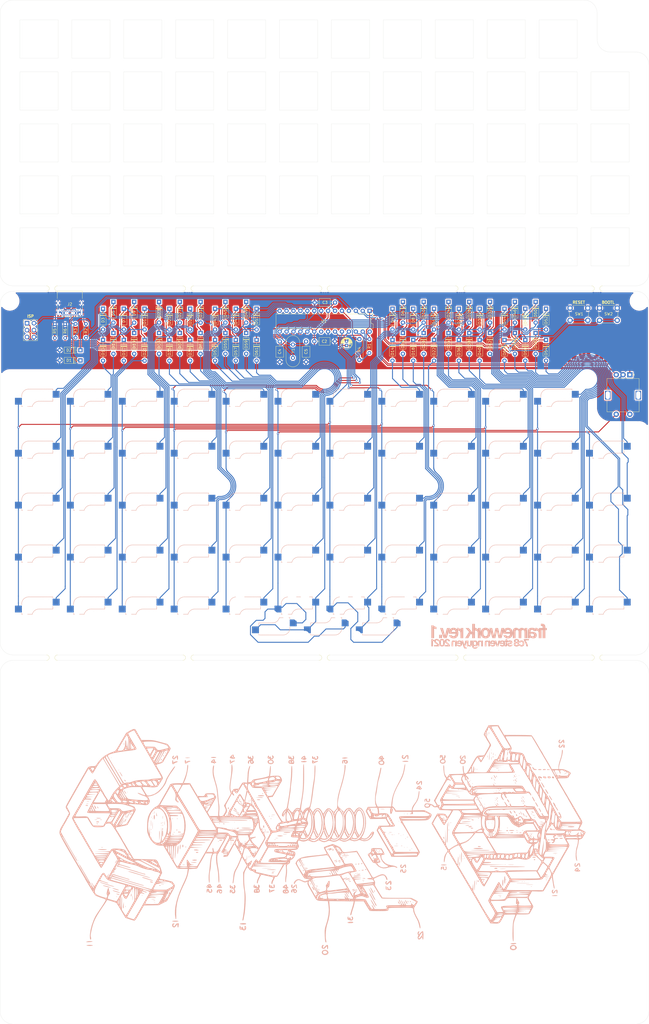
<source format=kicad_pcb>
(kicad_pcb (version 20171130) (host pcbnew "(5.1.5)-3")
  (title_block (title framework) (date 2020-12-31) (rev 1) (company 7c8) (comment 1 "Ortholinear keyboard with a rotary encoder."))
  (layers (0 F.Cu signal) (31 B.Cu signal) (34 B.Paste user hide) (35 F.Paste user hide) (36 B.SilkS user) (37 F.SilkS user) (38 B.Mask user) (39 F.Mask user) (44 Edge.Cuts user))
  (net 0 "")
  (net 1 GND)
  (net 2 +5V)
  (net 3 "Net-(C4-Pad1)")
  (net 4 "Net-(C5-Pad1)")
  (net 5 "Net-(D1-Pad1)")
  (net 6 "Net-(D2-Pad1)")
  (net 7 "Net-(D3-Pad2)")
  (net 8 "Net-(D4-Pad2)")
  (net 9 "Net-(D5-Pad2)")
  (net 10 "Net-(D6-Pad2)")
  (net 11 "Net-(D7-Pad2)")
  (net 12 "Net-(D8-Pad2)")
  (net 13 "Net-(D9-Pad2)")
  (net 14 "Net-(D10-Pad2)")
  (net 15 "Net-(D11-Pad2)")
  (net 16 "Net-(D12-Pad2)")
  (net 17 "Net-(D13-Pad2)")
  (net 18 "Net-(D14-Pad2)")
  (net 19 "Net-(D15-Pad2)")
  (net 20 "Net-(D16-Pad2)")
  (net 21 "Net-(D17-Pad2)")
  (net 22 "Net-(D18-Pad2)")
  (net 23 "Net-(D19-Pad2)")
  (net 24 "Net-(D20-Pad2)")
  (net 25 "Net-(D21-Pad2)")
  (net 26 "Net-(D22-Pad2)")
  (net 27 "Net-(D23-Pad2)")
  (net 28 "Net-(D24-Pad2)")
  (net 29 "Net-(D25-Pad2)")
  (net 30 "Net-(D26-Pad2)")
  (net 31 "Net-(D27-Pad2)")
  (net 32 "Net-(D28-Pad2)")
  (net 33 "Net-(D29-Pad2)")
  (net 34 "Net-(D30-Pad2)")
  (net 35 "Net-(D31-Pad2)")
  (net 36 "Net-(D32-Pad2)")
  (net 37 "Net-(D33-Pad2)")
  (net 38 "Net-(D34-Pad2)")
  (net 39 "Net-(D35-Pad2)")
  (net 40 "Net-(D36-Pad2)")
  (net 41 "Net-(D37-Pad2)")
  (net 42 "Net-(D38-Pad2)")
  (net 43 "Net-(D39-Pad2)")
  (net 44 "Net-(D40-Pad2)")
  (net 45 "Net-(D41-Pad2)")
  (net 46 "Net-(D42-Pad2)")
  (net 47 "Net-(D43-Pad2)")
  (net 48 "Net-(D44-Pad2)")
  (net 49 "Net-(D45-Pad2)")
  (net 50 "Net-(D46-Pad2)")
  (net 51 "Net-(D47-Pad2)")
  (net 52 "Net-(D48-Pad2)")
  (net 53 "Net-(D49-Pad2)")
  (net 54 "Net-(D50-Pad2)")
  (net 55 "Net-(D51-Pad2)")
  (net 56 "Net-(D52-Pad2)")
  (net 57 "Net-(D53-Pad2)")
  (net 58 "Net-(D54-Pad2)")
  (net 59 "Net-(D55-Pad2)")
  (net 60 "Net-(D56-Pad2)")
  (net 61 "Net-(D57-Pad2)")
  (net 62 "Net-(D58-Pad2)")
  (net 63 "Net-(D59-Pad2)")
  (net 64 "Net-(D60-Pad2)")
  (net 65 "Net-(D61-Pad2)")
  (net 66 "Net-(D62-Pad2)")
  (net 67 "Net-(J2-PadB5)")
  (net 68 "Net-(J2-PadB8)")
  (net 69 "Net-(J2-PadA8)")
  (net 70 "Net-(J2-PadA5)")
  (net 71 "Net-(U1-Pad21)")
  (net 72 r0)
  (net 73 r1)
  (net 74 r2)
  (net 75 r3)
  (net 76 r4)
  (net 77 mosi)
  (net 78 r9)
  (net 79 miso)
  (net 80 rst)
  (net 81 d-)
  (net 82 d+)
  (net 83 r6)
  (net 84 c0)
  (net 85 c1)
  (net 86 c2)
  (net 87 c3)
  (net 88 c4)
  (net 89 c5)
  (net 90 ea)
  (net 91 eb)
  (net 92 r8)
  (module framework:CP_Radial_D4.0mm_P1.50mm (layer F.Cu) (at 225.631375 222.623125 90)
    (fp_text reference C1 (at -0.014 1.306 240) (layer F.SilkS) (effects (font (size 0.9 0.9))))
    (fp_text value 4u7)
    (pad 2 thru_hole circle (at 1.5 0 90) (size 1.2 1.2) (drill 0.6) (layers *.Cu *.Mask) (net 1 GND))
    (pad 1 thru_hole rect (at 0 0 90) (size 1.2 1.2) (drill 0.6) (layers *.Cu *.Mask) (net 2 +5V))
  )
  (module framework:framework_rev1 (layer B.Cu) (at 277.9522 327.352025 180)
    (fp_text reference G*** hide)
    (fp_text value LOGO hide)
  )
  (module framework:7c8stevennguyen (layer B.Cu) (at 274.6375 332.025625 180)
    (fp_text reference G*** hide)
    (fp_text value LOGO hide)
  )
  (module framework:Crystal_HC49-4H_Vertical (layer F.Cu) (at 205.946375 227.177625 90)
    (fp_text reference Y1 (at 2.584125 0.082625 90) (layer F.SilkS))
    (fp_text value 16M)
    (pad 2 thru_hole circle (at 4.88 0 90) (size 1.5 1.5) (drill 0.8) (layers *.Cu *.Mask) (net 4 "Net-(C5-Pad1)"))
    (pad 1 thru_hole circle (at 0 0 90) (size 1.5 1.5) (drill 0.8) (layers *.Cu *.Mask) (net 3 "Net-(C4-Pad1)"))
  )
  (module framework:DIP-28_W7.62mm (layer F.Cu) (at 234.10075 209.931 270)
    (fp_text reference U1 (at 3.81 16.764 180) (layer F.SilkS))
    (fp_text value ATmega328P-PU)
    (pad 28 thru_hole oval (at 7.62 0 270) (size 1.6 1.6) (drill 0.8) (layers *.Cu *.Mask) (net 89 c5))
    (pad 14 thru_hole oval (at 0 33.02 270) (size 1.6 1.6) (drill 0.8) (layers *.Cu *.Mask) (net 72 r0))
    (pad 27 thru_hole oval (at 7.62 2.54 270) (size 1.6 1.6) (drill 0.8) (layers *.Cu *.Mask) (net 88 c4))
    (pad 13 thru_hole oval (at 0 30.48 270) (size 1.6 1.6) (drill 0.8) (layers *.Cu *.Mask) (net 74 r2))
    (pad 26 thru_hole oval (at 7.62 5.08 270) (size 1.6 1.6) (drill 0.8) (layers *.Cu *.Mask) (net 87 c3))
    (pad 12 thru_hole oval (at 0 27.94 270) (size 1.6 1.6) (drill 0.8) (layers *.Cu *.Mask) (net 76 r4))
    (pad 25 thru_hole oval (at 7.62 7.62 270) (size 1.6 1.6) (drill 0.8) (layers *.Cu *.Mask) (net 86 c2))
    (pad 11 thru_hole oval (at 0 25.4 270) (size 1.6 1.6) (drill 0.8) (layers *.Cu *.Mask) (net 83 r6))
    (pad 24 thru_hole oval (at 7.62 10.16 270) (size 1.6 1.6) (drill 0.8) (layers *.Cu *.Mask) (net 85 c1))
    (pad 10 thru_hole oval (at 0 22.86 270) (size 1.6 1.6) (drill 0.8) (layers *.Cu *.Mask) (net 3 "Net-(C4-Pad1)"))
    (pad 23 thru_hole oval (at 7.62 12.7 270) (size 1.6 1.6) (drill 0.8) (layers *.Cu *.Mask) (net 84 c0))
    (pad 9 thru_hole oval (at 0 20.32 270) (size 1.6 1.6) (drill 0.8) (layers *.Cu *.Mask) (net 4 "Net-(C5-Pad1)"))
    (pad 22 thru_hole oval (at 7.62 15.24 270) (size 1.6 1.6) (drill 0.8) (layers *.Cu *.Mask) (net 1 GND))
    (pad 8 thru_hole oval (at 0 17.78 270) (size 1.6 1.6) (drill 0.8) (layers *.Cu *.Mask) (net 1 GND))
    (pad 21 thru_hole oval (at 7.62 17.78 270) (size 1.6 1.6) (drill 0.8) (layers *.Cu *.Mask) (net 71 "Net-(U1-Pad21)"))
    (pad 7 thru_hole oval (at 0 15.24 270) (size 1.6 1.6) (drill 0.8) (layers *.Cu *.Mask) (net 2 +5V))
    (pad 20 thru_hole oval (at 7.62 20.32 270) (size 1.6 1.6) (drill 0.8) (layers *.Cu *.Mask) (net 2 +5V))
    (pad 6 thru_hole oval (at 0 12.7 270) (size 1.6 1.6) (drill 0.8) (layers *.Cu *.Mask) (net 92 r8))
    (pad 19 thru_hole oval (at 7.62 22.86 270) (size 1.6 1.6) (drill 0.8) (layers *.Cu *.Mask) (net 78 r9))
    (pad 5 thru_hole oval (at 0 10.16 270) (size 1.6 1.6) (drill 0.8) (layers *.Cu *.Mask) (net 81 d-))
    (pad 18 thru_hole oval (at 7.62 25.4 270) (size 1.6 1.6) (drill 0.8) (layers *.Cu *.Mask) (net 79 miso))
    (pad 4 thru_hole oval (at 0 7.62 270) (size 1.6 1.6) (drill 0.8) (layers *.Cu *.Mask) (net 82 d+))
    (pad 17 thru_hole oval (at 7.62 27.94 270) (size 1.6 1.6) (drill 0.8) (layers *.Cu *.Mask) (net 77 mosi))
    (pad 3 thru_hole oval (at 0 5.08 270) (size 1.6 1.6) (drill 0.8) (layers *.Cu *.Mask) (net 91 eb))
    (pad 16 thru_hole oval (at 7.62 30.48 270) (size 1.6 1.6) (drill 0.8) (layers *.Cu *.Mask) (net 75 r3))
    (pad 2 thru_hole oval (at 0 2.54 270) (size 1.6 1.6) (drill 0.8) (layers *.Cu *.Mask) (net 90 ea))
    (pad 15 thru_hole oval (at 7.62 33.02 270) (size 1.6 1.6) (drill 0.8) (layers *.Cu *.Mask) (net 73 r1))
    (pad 1 thru_hole rect (at 0 0 270) (size 1.6 1.6) (drill 0.8) (layers *.Cu *.Mask) (net 80 rst))
  )
  (module framework:Kailh_socket_MX_no_fsilk (layer F.Cu) (at 198.501 321.818 180)
    (fp_text reference SW65 hide)
    (fp_text value SW_Push_45deg)
    (pad 1 smd rect (at 6.29 -5.08 180) (size 2.55 2.5) (layers B.Cu B.Paste B.Mask) (net 65 "Net-(D61-Pad2)"))
    (pad "" np_thru_hole circle (at 2.54 -5.08 180) (size 3 3) (drill 3) (layers *.Cu *.Mask))
    (pad "" np_thru_hole circle (at -3.81 -2.54 180) (size 3 3) (drill 3) (layers *.Cu *.Mask))
    (pad "" np_thru_hole circle (at 0 0 180) (size 3.9878 3.9878) (drill 3.9878) (layers *.Cu *.Mask))
    (pad "" np_thru_hole circle (at 5.08 0 180) (size 1.7018 1.7018) (drill 1.7018) (layers *.Cu *.Mask))
    (pad "" np_thru_hole circle (at -5.08 0 180) (size 1.7018 1.7018) (drill 1.7018) (layers *.Cu *.Mask))
    (pad 2 smd rect (at -7.56 -2.54 180) (size 2.55 2.5) (layers B.Cu B.Paste B.Mask) (net 89 c5))
  )
  (module framework:Kailh_socket_MX_no_fsilk (layer F.Cu) (at 236.601 321.818 180)
    (fp_text reference SW64 hide)
    (fp_text value SW_Push_45deg)
    (pad 1 smd rect (at 6.29 -5.08 180) (size 2.55 2.5) (layers B.Cu B.Paste B.Mask) (net 16 "Net-(D12-Pad2)"))
    (pad "" np_thru_hole circle (at 2.54 -5.08 180) (size 3 3) (drill 3) (layers *.Cu *.Mask))
    (pad "" np_thru_hole circle (at -3.81 -2.54 180) (size 3 3) (drill 3) (layers *.Cu *.Mask))
    (pad "" np_thru_hole circle (at 0 0 180) (size 3.9878 3.9878) (drill 3.9878) (layers *.Cu *.Mask))
    (pad "" np_thru_hole circle (at 5.08 0 180) (size 1.7018 1.7018) (drill 1.7018) (layers *.Cu *.Mask))
    (pad "" np_thru_hole circle (at -5.08 0 180) (size 1.7018 1.7018) (drill 1.7018) (layers *.Cu *.Mask))
    (pad 2 smd rect (at -7.56 -2.54 180) (size 2.55 2.5) (layers B.Cu B.Paste B.Mask) (net 84 c0))
  )
  (module framework:RotaryEncoder_Alps_EC11E-Switch_Vertical_H20mm (layer F.Cu) (at 327.0885 240.8555 270)
    (fp_text reference SW63 hide)
    (fp_text value Rotary_Encoder_Switch)
    (pad S1 thru_hole circle (at 7 2.5 270) (size 2 2) (drill 1) (layers *.Cu *.Mask) (net 89 c5))
    (pad S2 thru_hole circle (at 7 -2.5 270) (size 2 2) (drill 1) (layers *.Cu *.Mask) (net 58 "Net-(D54-Pad2)"))
    (pad MP thru_hole rect (at 0 5.6 270) (size 3.2 2) (drill oval 2.8 1.5) (layers *.Cu *.Mask))
    (pad MP thru_hole rect (at 0 -5.6 270) (size 3.2 2) (drill oval 2.8 1.5) (layers *.Cu *.Mask))
    (pad B thru_hole circle (at -7.5 2.5 270) (size 2 2) (drill 1) (layers *.Cu *.Mask) (net 91 eb))
    (pad C thru_hole circle (at -7.5 0 270) (size 2 2) (drill 1) (layers *.Cu *.Mask) (net 1 GND))
    (pad A thru_hole rect (at -7.5 -2.5 270) (size 2 2) (drill 1) (layers *.Cu *.Mask) (net 90 ea))
  )
  (module framework:Kailh_socket_MX_no_fsilk (layer F.Cu) (at 217.551 321.818 180)
    (fp_text reference SW62 hide)
    (fp_text value SW_Push_45deg)
    (pad 1 smd rect (at 6.29 -5.08 180) (size 2.55 2.5) (layers B.Cu B.Paste B.Mask) (net 65 "Net-(D61-Pad2)"))
    (pad "" np_thru_hole circle (at 2.54 -5.08 180) (size 3 3) (drill 3) (layers *.Cu *.Mask))
    (pad "" np_thru_hole circle (at -3.81 -2.54 180) (size 3 3) (drill 3) (layers *.Cu *.Mask))
    (pad "" np_thru_hole circle (at 0 0 180) (size 3.9878 3.9878) (drill 3.9878) (layers *.Cu *.Mask))
    (pad "" np_thru_hole circle (at 5.08 0 180) (size 1.7018 1.7018) (drill 1.7018) (layers *.Cu *.Mask))
    (pad "" np_thru_hole circle (at -5.08 0 180) (size 1.7018 1.7018) (drill 1.7018) (layers *.Cu *.Mask))
    (pad 2 smd rect (at -7.56 -2.54 180) (size 2.55 2.5) (layers B.Cu B.Paste B.Mask) (net 89 c5))
  )
  (module framework:Kailh_socket_MX_no_fsilk (layer F.Cu) (at 322.326 321.818)
    (fp_text reference SW61 hide)
    (fp_text value SW_Push_45deg)
    (pad 1 smd rect (at 6.29 -5.08) (size 2.55 2.5) (layers B.Cu B.Paste B.Mask) (net 66 "Net-(D62-Pad2)"))
    (pad "" np_thru_hole circle (at 2.54 -5.08) (size 3 3) (drill 3) (layers *.Cu *.Mask))
    (pad "" np_thru_hole circle (at -3.81 -2.54) (size 3 3) (drill 3) (layers *.Cu *.Mask))
    (pad "" np_thru_hole circle (at 0 0) (size 3.9878 3.9878) (drill 3.9878) (layers *.Cu *.Mask))
    (pad "" np_thru_hole circle (at 5.08 0) (size 1.7018 1.7018) (drill 1.7018) (layers *.Cu *.Mask))
    (pad "" np_thru_hole circle (at -5.08 0) (size 1.7018 1.7018) (drill 1.7018) (layers *.Cu *.Mask))
    (pad 2 smd rect (at -7.56 -2.54) (size 2.55 2.5) (layers B.Cu B.Paste B.Mask) (net 89 c5))
  )
  (module framework:Kailh_socket_MX_no_fsilk (layer F.Cu) (at 208.026 321.818)
    (fp_text reference SW60 hide)
    (fp_text value SW_Push_45deg)
    (pad 1 smd rect (at 6.29 -5.08) (size 2.55 2.5) (layers B.Cu B.Paste B.Mask) (net 65 "Net-(D61-Pad2)"))
    (pad "" np_thru_hole circle (at 2.54 -5.08) (size 3 3) (drill 3) (layers *.Cu *.Mask))
    (pad "" np_thru_hole circle (at -3.81 -2.54) (size 3 3) (drill 3) (layers *.Cu *.Mask))
    (pad "" np_thru_hole circle (at 0 0) (size 3.9878 3.9878) (drill 3.9878) (layers *.Cu *.Mask))
    (pad "" np_thru_hole circle (at 5.08 0) (size 1.7018 1.7018) (drill 1.7018) (layers *.Cu *.Mask))
    (pad "" np_thru_hole circle (at -5.08 0) (size 1.7018 1.7018) (drill 1.7018) (layers *.Cu *.Mask))
    (pad 2 smd rect (at -7.56 -2.54) (size 2.55 2.5) (layers B.Cu B.Paste B.Mask) (net 89 c5))
  )
  (module framework:Kailh_socket_MX_no_fsilk (layer F.Cu) (at 322.326 302.768)
    (fp_text reference SW59 hide)
    (fp_text value SW_Push_45deg)
    (pad 1 smd rect (at 6.29 -5.08) (size 2.55 2.5) (layers B.Cu B.Paste B.Mask) (net 64 "Net-(D60-Pad2)"))
    (pad "" np_thru_hole circle (at 2.54 -5.08) (size 3 3) (drill 3) (layers *.Cu *.Mask))
    (pad "" np_thru_hole circle (at -3.81 -2.54) (size 3 3) (drill 3) (layers *.Cu *.Mask))
    (pad "" np_thru_hole circle (at 0 0) (size 3.9878 3.9878) (drill 3.9878) (layers *.Cu *.Mask))
    (pad "" np_thru_hole circle (at 5.08 0) (size 1.7018 1.7018) (drill 1.7018) (layers *.Cu *.Mask))
    (pad "" np_thru_hole circle (at -5.08 0) (size 1.7018 1.7018) (drill 1.7018) (layers *.Cu *.Mask))
    (pad 2 smd rect (at -7.56 -2.54) (size 2.55 2.5) (layers B.Cu B.Paste B.Mask) (net 89 c5))
  )
  (module framework:Kailh_socket_MX_no_fsilk (layer F.Cu) (at 208.026 302.768)
    (fp_text reference SW58 hide)
    (fp_text value SW_Push_45deg)
    (pad 1 smd rect (at 6.29 -5.08) (size 2.55 2.5) (layers B.Cu B.Paste B.Mask) (net 63 "Net-(D59-Pad2)"))
    (pad "" np_thru_hole circle (at 2.54 -5.08) (size 3 3) (drill 3) (layers *.Cu *.Mask))
    (pad "" np_thru_hole circle (at -3.81 -2.54) (size 3 3) (drill 3) (layers *.Cu *.Mask))
    (pad "" np_thru_hole circle (at 0 0) (size 3.9878 3.9878) (drill 3.9878) (layers *.Cu *.Mask))
    (pad "" np_thru_hole circle (at 5.08 0) (size 1.7018 1.7018) (drill 1.7018) (layers *.Cu *.Mask))
    (pad "" np_thru_hole circle (at -5.08 0) (size 1.7018 1.7018) (drill 1.7018) (layers *.Cu *.Mask))
    (pad 2 smd rect (at -7.56 -2.54) (size 2.55 2.5) (layers B.Cu B.Paste B.Mask) (net 89 c5))
  )
  (module framework:Kailh_socket_MX_no_fsilk (layer F.Cu) (at 322.326 283.718)
    (fp_text reference SW57 hide)
    (fp_text value SW_Push_45deg)
    (pad 1 smd rect (at 6.29 -5.08) (size 2.55 2.5) (layers B.Cu B.Paste B.Mask) (net 62 "Net-(D58-Pad2)"))
    (pad "" np_thru_hole circle (at 2.54 -5.08) (size 3 3) (drill 3) (layers *.Cu *.Mask))
    (pad "" np_thru_hole circle (at -3.81 -2.54) (size 3 3) (drill 3) (layers *.Cu *.Mask))
    (pad "" np_thru_hole circle (at 0 0) (size 3.9878 3.9878) (drill 3.9878) (layers *.Cu *.Mask))
    (pad "" np_thru_hole circle (at 5.08 0) (size 1.7018 1.7018) (drill 1.7018) (layers *.Cu *.Mask))
    (pad "" np_thru_hole circle (at -5.08 0) (size 1.7018 1.7018) (drill 1.7018) (layers *.Cu *.Mask))
    (pad 2 smd rect (at -7.56 -2.54) (size 2.55 2.5) (layers B.Cu B.Paste B.Mask) (net 89 c5))
  )
  (module framework:Kailh_socket_MX_no_fsilk (layer F.Cu) (at 208.026 283.718)
    (fp_text reference SW56 hide)
    (fp_text value SW_Push_45deg)
    (pad 1 smd rect (at 6.29 -5.08) (size 2.55 2.5) (layers B.Cu B.Paste B.Mask) (net 61 "Net-(D57-Pad2)"))
    (pad "" np_thru_hole circle (at 2.54 -5.08) (size 3 3) (drill 3) (layers *.Cu *.Mask))
    (pad "" np_thru_hole circle (at -3.81 -2.54) (size 3 3) (drill 3) (layers *.Cu *.Mask))
    (pad "" np_thru_hole circle (at 0 0) (size 3.9878 3.9878) (drill 3.9878) (layers *.Cu *.Mask))
    (pad "" np_thru_hole circle (at 5.08 0) (size 1.7018 1.7018) (drill 1.7018) (layers *.Cu *.Mask))
    (pad "" np_thru_hole circle (at -5.08 0) (size 1.7018 1.7018) (drill 1.7018) (layers *.Cu *.Mask))
    (pad 2 smd rect (at -7.56 -2.54) (size 2.55 2.5) (layers B.Cu B.Paste B.Mask) (net 89 c5))
  )
  (module framework:Kailh_socket_MX_no_fsilk (layer F.Cu) (at 322.326 264.668)
    (fp_text reference SW55 hide)
    (fp_text value SW_Push_45deg)
    (pad 1 smd rect (at 6.29 -5.08) (size 2.55 2.5) (layers B.Cu B.Paste B.Mask) (net 60 "Net-(D56-Pad2)"))
    (pad "" np_thru_hole circle (at 2.54 -5.08) (size 3 3) (drill 3) (layers *.Cu *.Mask))
    (pad "" np_thru_hole circle (at -3.81 -2.54) (size 3 3) (drill 3) (layers *.Cu *.Mask))
    (pad "" np_thru_hole circle (at 0 0) (size 3.9878 3.9878) (drill 3.9878) (layers *.Cu *.Mask))
    (pad "" np_thru_hole circle (at 5.08 0) (size 1.7018 1.7018) (drill 1.7018) (layers *.Cu *.Mask))
    (pad "" np_thru_hole circle (at -5.08 0) (size 1.7018 1.7018) (drill 1.7018) (layers *.Cu *.Mask))
    (pad 2 smd rect (at -7.56 -2.54) (size 2.55 2.5) (layers B.Cu B.Paste B.Mask) (net 89 c5))
  )
  (module framework:Kailh_socket_MX_no_fsilk (layer F.Cu) (at 208.026 264.668)
    (fp_text reference SW54 hide)
    (fp_text value SW_Push_45deg)
    (pad 1 smd rect (at 6.29 -5.08) (size 2.55 2.5) (layers B.Cu B.Paste B.Mask) (net 59 "Net-(D55-Pad2)"))
    (pad "" np_thru_hole circle (at 2.54 -5.08) (size 3 3) (drill 3) (layers *.Cu *.Mask))
    (pad "" np_thru_hole circle (at -3.81 -2.54) (size 3 3) (drill 3) (layers *.Cu *.Mask))
    (pad "" np_thru_hole circle (at 0 0) (size 3.9878 3.9878) (drill 3.9878) (layers *.Cu *.Mask))
    (pad "" np_thru_hole circle (at 5.08 0) (size 1.7018 1.7018) (drill 1.7018) (layers *.Cu *.Mask))
    (pad "" np_thru_hole circle (at -5.08 0) (size 1.7018 1.7018) (drill 1.7018) (layers *.Cu *.Mask))
    (pad 2 smd rect (at -7.56 -2.54) (size 2.55 2.5) (layers B.Cu B.Paste B.Mask) (net 89 c5))
  )
  (module framework:Kailh_socket_MX_no_fsilk (layer F.Cu) (at 208.026 245.618)
    (fp_text reference SW53 hide)
    (fp_text value SW_Push_45deg)
    (pad 1 smd rect (at 6.29 -5.08) (size 2.55 2.5) (layers B.Cu B.Paste B.Mask) (net 57 "Net-(D53-Pad2)"))
    (pad "" np_thru_hole circle (at 2.54 -5.08) (size 3 3) (drill 3) (layers *.Cu *.Mask))
    (pad "" np_thru_hole circle (at -3.81 -2.54) (size 3 3) (drill 3) (layers *.Cu *.Mask))
    (pad "" np_thru_hole circle (at 0 0) (size 3.9878 3.9878) (drill 3.9878) (layers *.Cu *.Mask))
    (pad "" np_thru_hole circle (at 5.08 0) (size 1.7018 1.7018) (drill 1.7018) (layers *.Cu *.Mask))
    (pad "" np_thru_hole circle (at -5.08 0) (size 1.7018 1.7018) (drill 1.7018) (layers *.Cu *.Mask))
    (pad 2 smd rect (at -7.56 -2.54) (size 2.55 2.5) (layers B.Cu B.Paste B.Mask) (net 89 c5))
  )
  (module framework:Kailh_socket_MX_no_fsilk (layer F.Cu) (at 303.276 321.818)
    (fp_text reference SW52 hide)
    (fp_text value SW_Push_45deg)
    (pad 1 smd rect (at 6.29 -5.08) (size 2.55 2.5) (layers B.Cu B.Paste B.Mask) (net 56 "Net-(D52-Pad2)"))
    (pad "" np_thru_hole circle (at 2.54 -5.08) (size 3 3) (drill 3) (layers *.Cu *.Mask))
    (pad "" np_thru_hole circle (at -3.81 -2.54) (size 3 3) (drill 3) (layers *.Cu *.Mask))
    (pad "" np_thru_hole circle (at 0 0) (size 3.9878 3.9878) (drill 3.9878) (layers *.Cu *.Mask))
    (pad "" np_thru_hole circle (at 5.08 0) (size 1.7018 1.7018) (drill 1.7018) (layers *.Cu *.Mask))
    (pad "" np_thru_hole circle (at -5.08 0) (size 1.7018 1.7018) (drill 1.7018) (layers *.Cu *.Mask))
    (pad 2 smd rect (at -7.56 -2.54) (size 2.55 2.5) (layers B.Cu B.Paste B.Mask) (net 88 c4))
  )
  (module framework:Kailh_socket_MX_no_fsilk (layer F.Cu) (at 188.976 321.818)
    (fp_text reference SW51 hide)
    (fp_text value SW_Push_45deg)
    (pad 1 smd rect (at 6.29 -5.08) (size 2.55 2.5) (layers B.Cu B.Paste B.Mask) (net 55 "Net-(D51-Pad2)"))
    (pad "" np_thru_hole circle (at 2.54 -5.08) (size 3 3) (drill 3) (layers *.Cu *.Mask))
    (pad "" np_thru_hole circle (at -3.81 -2.54) (size 3 3) (drill 3) (layers *.Cu *.Mask))
    (pad "" np_thru_hole circle (at 0 0) (size 3.9878 3.9878) (drill 3.9878) (layers *.Cu *.Mask))
    (pad "" np_thru_hole circle (at 5.08 0) (size 1.7018 1.7018) (drill 1.7018) (layers *.Cu *.Mask))
    (pad "" np_thru_hole circle (at -5.08 0) (size 1.7018 1.7018) (drill 1.7018) (layers *.Cu *.Mask))
    (pad 2 smd rect (at -7.56 -2.54) (size 2.55 2.5) (layers B.Cu B.Paste B.Mask) (net 88 c4))
  )
  (module framework:Kailh_socket_MX_no_fsilk (layer F.Cu) (at 303.276 302.768)
    (fp_text reference SW50 hide)
    (fp_text value SW_Push_45deg)
    (pad 1 smd rect (at 6.29 -5.08) (size 2.55 2.5) (layers B.Cu B.Paste B.Mask) (net 54 "Net-(D50-Pad2)"))
    (pad "" np_thru_hole circle (at 2.54 -5.08) (size 3 3) (drill 3) (layers *.Cu *.Mask))
    (pad "" np_thru_hole circle (at -3.81 -2.54) (size 3 3) (drill 3) (layers *.Cu *.Mask))
    (pad "" np_thru_hole circle (at 0 0) (size 3.9878 3.9878) (drill 3.9878) (layers *.Cu *.Mask))
    (pad "" np_thru_hole circle (at 5.08 0) (size 1.7018 1.7018) (drill 1.7018) (layers *.Cu *.Mask))
    (pad "" np_thru_hole circle (at -5.08 0) (size 1.7018 1.7018) (drill 1.7018) (layers *.Cu *.Mask))
    (pad 2 smd rect (at -7.56 -2.54) (size 2.55 2.5) (layers B.Cu B.Paste B.Mask) (net 88 c4))
  )
  (module framework:Kailh_socket_MX_no_fsilk (layer F.Cu) (at 188.976 302.768)
    (fp_text reference SW49 hide)
    (fp_text value SW_Push_45deg)
    (pad 1 smd rect (at 6.29 -5.08) (size 2.55 2.5) (layers B.Cu B.Paste B.Mask) (net 53 "Net-(D49-Pad2)"))
    (pad "" np_thru_hole circle (at 2.54 -5.08) (size 3 3) (drill 3) (layers *.Cu *.Mask))
    (pad "" np_thru_hole circle (at -3.81 -2.54) (size 3 3) (drill 3) (layers *.Cu *.Mask))
    (pad "" np_thru_hole circle (at 0 0) (size 3.9878 3.9878) (drill 3.9878) (layers *.Cu *.Mask))
    (pad "" np_thru_hole circle (at 5.08 0) (size 1.7018 1.7018) (drill 1.7018) (layers *.Cu *.Mask))
    (pad "" np_thru_hole circle (at -5.08 0) (size 1.7018 1.7018) (drill 1.7018) (layers *.Cu *.Mask))
    (pad 2 smd rect (at -7.56 -2.54) (size 2.55 2.5) (layers B.Cu B.Paste B.Mask) (net 88 c4))
  )
  (module framework:Kailh_socket_MX_no_fsilk (layer F.Cu) (at 303.276 283.718)
    (fp_text reference SW48 hide)
    (fp_text value SW_Push_45deg)
    (pad 1 smd rect (at 6.29 -5.08) (size 2.55 2.5) (layers B.Cu B.Paste B.Mask) (net 52 "Net-(D48-Pad2)"))
    (pad "" np_thru_hole circle (at 2.54 -5.08) (size 3 3) (drill 3) (layers *.Cu *.Mask))
    (pad "" np_thru_hole circle (at -3.81 -2.54) (size 3 3) (drill 3) (layers *.Cu *.Mask))
    (pad "" np_thru_hole circle (at 0 0) (size 3.9878 3.9878) (drill 3.9878) (layers *.Cu *.Mask))
    (pad "" np_thru_hole circle (at 5.08 0) (size 1.7018 1.7018) (drill 1.7018) (layers *.Cu *.Mask))
    (pad "" np_thru_hole circle (at -5.08 0) (size 1.7018 1.7018) (drill 1.7018) (layers *.Cu *.Mask))
    (pad 2 smd rect (at -7.56 -2.54) (size 2.55 2.5) (layers B.Cu B.Paste B.Mask) (net 88 c4))
  )
  (module framework:Kailh_socket_MX_no_fsilk (layer F.Cu) (at 188.976 283.718)
    (fp_text reference SW47 hide)
    (fp_text value SW_Push_45deg)
    (pad 1 smd rect (at 6.29 -5.08) (size 2.55 2.5) (layers B.Cu B.Paste B.Mask) (net 51 "Net-(D47-Pad2)"))
    (pad "" np_thru_hole circle (at 2.54 -5.08) (size 3 3) (drill 3) (layers *.Cu *.Mask))
    (pad "" np_thru_hole circle (at -3.81 -2.54) (size 3 3) (drill 3) (layers *.Cu *.Mask))
    (pad "" np_thru_hole circle (at 0 0) (size 3.9878 3.9878) (drill 3.9878) (layers *.Cu *.Mask))
    (pad "" np_thru_hole circle (at 5.08 0) (size 1.7018 1.7018) (drill 1.7018) (layers *.Cu *.Mask))
    (pad "" np_thru_hole circle (at -5.08 0) (size 1.7018 1.7018) (drill 1.7018) (layers *.Cu *.Mask))
    (pad 2 smd rect (at -7.56 -2.54) (size 2.55 2.5) (layers B.Cu B.Paste B.Mask) (net 88 c4))
  )
  (module framework:Kailh_socket_MX_no_fsilk (layer F.Cu) (at 303.276 264.668)
    (fp_text reference SW46 hide)
    (fp_text value SW_Push_45deg)
    (pad 1 smd rect (at 6.29 -5.08) (size 2.55 2.5) (layers B.Cu B.Paste B.Mask) (net 50 "Net-(D46-Pad2)"))
    (pad "" np_thru_hole circle (at 2.54 -5.08) (size 3 3) (drill 3) (layers *.Cu *.Mask))
    (pad "" np_thru_hole circle (at -3.81 -2.54) (size 3 3) (drill 3) (layers *.Cu *.Mask))
    (pad "" np_thru_hole circle (at 0 0) (size 3.9878 3.9878) (drill 3.9878) (layers *.Cu *.Mask))
    (pad "" np_thru_hole circle (at 5.08 0) (size 1.7018 1.7018) (drill 1.7018) (layers *.Cu *.Mask))
    (pad "" np_thru_hole circle (at -5.08 0) (size 1.7018 1.7018) (drill 1.7018) (layers *.Cu *.Mask))
    (pad 2 smd rect (at -7.56 -2.54) (size 2.55 2.5) (layers B.Cu B.Paste B.Mask) (net 88 c4))
  )
  (module framework:Kailh_socket_MX_no_fsilk (layer F.Cu) (at 188.976 264.668)
    (fp_text reference SW45 hide)
    (fp_text value SW_Push_45deg)
    (pad 1 smd rect (at 6.29 -5.08) (size 2.55 2.5) (layers B.Cu B.Paste B.Mask) (net 49 "Net-(D45-Pad2)"))
    (pad "" np_thru_hole circle (at 2.54 -5.08) (size 3 3) (drill 3) (layers *.Cu *.Mask))
    (pad "" np_thru_hole circle (at -3.81 -2.54) (size 3 3) (drill 3) (layers *.Cu *.Mask))
    (pad "" np_thru_hole circle (at 0 0) (size 3.9878 3.9878) (drill 3.9878) (layers *.Cu *.Mask))
    (pad "" np_thru_hole circle (at 5.08 0) (size 1.7018 1.7018) (drill 1.7018) (layers *.Cu *.Mask))
    (pad "" np_thru_hole circle (at -5.08 0) (size 1.7018 1.7018) (drill 1.7018) (layers *.Cu *.Mask))
    (pad 2 smd rect (at -7.56 -2.54) (size 2.55 2.5) (layers B.Cu B.Paste B.Mask) (net 88 c4))
  )
  (module framework:Kailh_socket_MX_no_fsilk (layer F.Cu) (at 303.276 245.618)
    (fp_text reference SW44 hide)
    (fp_text value SW_Push_45deg)
    (pad 1 smd rect (at 6.29 -5.08) (size 2.55 2.5) (layers B.Cu B.Paste B.Mask) (net 48 "Net-(D44-Pad2)"))
    (pad "" np_thru_hole circle (at 2.54 -5.08) (size 3 3) (drill 3) (layers *.Cu *.Mask))
    (pad "" np_thru_hole circle (at -3.81 -2.54) (size 3 3) (drill 3) (layers *.Cu *.Mask))
    (pad "" np_thru_hole circle (at 0 0) (size 3.9878 3.9878) (drill 3.9878) (layers *.Cu *.Mask))
    (pad "" np_thru_hole circle (at 5.08 0) (size 1.7018 1.7018) (drill 1.7018) (layers *.Cu *.Mask))
    (pad "" np_thru_hole circle (at -5.08 0) (size 1.7018 1.7018) (drill 1.7018) (layers *.Cu *.Mask))
    (pad 2 smd rect (at -7.56 -2.54) (size 2.55 2.5) (layers B.Cu B.Paste B.Mask) (net 88 c4))
  )
  (module framework:Kailh_socket_MX_no_fsilk (layer F.Cu) (at 188.976 245.618)
    (fp_text reference SW43 hide)
    (fp_text value SW_Push_45deg)
    (pad 1 smd rect (at 6.29 -5.08) (size 2.55 2.5) (layers B.Cu B.Paste B.Mask) (net 47 "Net-(D43-Pad2)"))
    (pad "" np_thru_hole circle (at 2.54 -5.08) (size 3 3) (drill 3) (layers *.Cu *.Mask))
    (pad "" np_thru_hole circle (at -3.81 -2.54) (size 3 3) (drill 3) (layers *.Cu *.Mask))
    (pad "" np_thru_hole circle (at 0 0) (size 3.9878 3.9878) (drill 3.9878) (layers *.Cu *.Mask))
    (pad "" np_thru_hole circle (at 5.08 0) (size 1.7018 1.7018) (drill 1.7018) (layers *.Cu *.Mask))
    (pad "" np_thru_hole circle (at -5.08 0) (size 1.7018 1.7018) (drill 1.7018) (layers *.Cu *.Mask))
    (pad 2 smd rect (at -7.56 -2.54) (size 2.55 2.5) (layers B.Cu B.Paste B.Mask) (net 88 c4))
  )
  (module framework:Kailh_socket_MX_no_fsilk (layer F.Cu) (at 284.226 321.818)
    (fp_text reference SW42 hide)
    (fp_text value SW_Push_45deg)
    (pad 1 smd rect (at 6.29 -5.08) (size 2.55 2.5) (layers B.Cu B.Paste B.Mask) (net 46 "Net-(D42-Pad2)"))
    (pad "" np_thru_hole circle (at 2.54 -5.08) (size 3 3) (drill 3) (layers *.Cu *.Mask))
    (pad "" np_thru_hole circle (at -3.81 -2.54) (size 3 3) (drill 3) (layers *.Cu *.Mask))
    (pad "" np_thru_hole circle (at 0 0) (size 3.9878 3.9878) (drill 3.9878) (layers *.Cu *.Mask))
    (pad "" np_thru_hole circle (at 5.08 0) (size 1.7018 1.7018) (drill 1.7018) (layers *.Cu *.Mask))
    (pad "" np_thru_hole circle (at -5.08 0) (size 1.7018 1.7018) (drill 1.7018) (layers *.Cu *.Mask))
    (pad 2 smd rect (at -7.56 -2.54) (size 2.55 2.5) (layers B.Cu B.Paste B.Mask) (net 87 c3))
  )
  (module framework:Kailh_socket_MX_no_fsilk (layer F.Cu) (at 169.926 321.818)
    (fp_text reference SW41 hide)
    (fp_text value SW_Push_45deg)
    (pad 1 smd rect (at 6.29 -5.08) (size 2.55 2.5) (layers B.Cu B.Paste B.Mask) (net 45 "Net-(D41-Pad2)"))
    (pad "" np_thru_hole circle (at 2.54 -5.08) (size 3 3) (drill 3) (layers *.Cu *.Mask))
    (pad "" np_thru_hole circle (at -3.81 -2.54) (size 3 3) (drill 3) (layers *.Cu *.Mask))
    (pad "" np_thru_hole circle (at 0 0) (size 3.9878 3.9878) (drill 3.9878) (layers *.Cu *.Mask))
    (pad "" np_thru_hole circle (at 5.08 0) (size 1.7018 1.7018) (drill 1.7018) (layers *.Cu *.Mask))
    (pad "" np_thru_hole circle (at -5.08 0) (size 1.7018 1.7018) (drill 1.7018) (layers *.Cu *.Mask))
    (pad 2 smd rect (at -7.56 -2.54) (size 2.55 2.5) (layers B.Cu B.Paste B.Mask) (net 87 c3))
  )
  (module framework:Kailh_socket_MX_no_fsilk (layer F.Cu) (at 284.226 302.768)
    (fp_text reference SW40 hide)
    (fp_text value SW_Push_45deg)
    (pad 1 smd rect (at 6.29 -5.08) (size 2.55 2.5) (layers B.Cu B.Paste B.Mask) (net 44 "Net-(D40-Pad2)"))
    (pad "" np_thru_hole circle (at 2.54 -5.08) (size 3 3) (drill 3) (layers *.Cu *.Mask))
    (pad "" np_thru_hole circle (at -3.81 -2.54) (size 3 3) (drill 3) (layers *.Cu *.Mask))
    (pad "" np_thru_hole circle (at 0 0) (size 3.9878 3.9878) (drill 3.9878) (layers *.Cu *.Mask))
    (pad "" np_thru_hole circle (at 5.08 0) (size 1.7018 1.7018) (drill 1.7018) (layers *.Cu *.Mask))
    (pad "" np_thru_hole circle (at -5.08 0) (size 1.7018 1.7018) (drill 1.7018) (layers *.Cu *.Mask))
    (pad 2 smd rect (at -7.56 -2.54) (size 2.55 2.5) (layers B.Cu B.Paste B.Mask) (net 87 c3))
  )
  (module framework:Kailh_socket_MX_no_fsilk (layer F.Cu) (at 169.926 302.768)
    (fp_text reference SW39 hide)
    (fp_text value SW_Push_45deg)
    (pad 1 smd rect (at 6.29 -5.08) (size 2.55 2.5) (layers B.Cu B.Paste B.Mask) (net 43 "Net-(D39-Pad2)"))
    (pad "" np_thru_hole circle (at 2.54 -5.08) (size 3 3) (drill 3) (layers *.Cu *.Mask))
    (pad "" np_thru_hole circle (at -3.81 -2.54) (size 3 3) (drill 3) (layers *.Cu *.Mask))
    (pad "" np_thru_hole circle (at 0 0) (size 3.9878 3.9878) (drill 3.9878) (layers *.Cu *.Mask))
    (pad "" np_thru_hole circle (at 5.08 0) (size 1.7018 1.7018) (drill 1.7018) (layers *.Cu *.Mask))
    (pad "" np_thru_hole circle (at -5.08 0) (size 1.7018 1.7018) (drill 1.7018) (layers *.Cu *.Mask))
    (pad 2 smd rect (at -7.56 -2.54) (size 2.55 2.5) (layers B.Cu B.Paste B.Mask) (net 87 c3))
  )
  (module framework:Kailh_socket_MX_no_fsilk (layer F.Cu) (at 284.226 283.718)
    (fp_text reference SW38 hide)
    (fp_text value SW_Push_45deg)
    (pad 1 smd rect (at 6.29 -5.08) (size 2.55 2.5) (layers B.Cu B.Paste B.Mask) (net 42 "Net-(D38-Pad2)"))
    (pad "" np_thru_hole circle (at 2.54 -5.08) (size 3 3) (drill 3) (layers *.Cu *.Mask))
    (pad "" np_thru_hole circle (at -3.81 -2.54) (size 3 3) (drill 3) (layers *.Cu *.Mask))
    (pad "" np_thru_hole circle (at 0 0) (size 3.9878 3.9878) (drill 3.9878) (layers *.Cu *.Mask))
    (pad "" np_thru_hole circle (at 5.08 0) (size 1.7018 1.7018) (drill 1.7018) (layers *.Cu *.Mask))
    (pad "" np_thru_hole circle (at -5.08 0) (size 1.7018 1.7018) (drill 1.7018) (layers *.Cu *.Mask))
    (pad 2 smd rect (at -7.56 -2.54) (size 2.55 2.5) (layers B.Cu B.Paste B.Mask) (net 87 c3))
  )
  (module framework:Kailh_socket_MX_no_fsilk (layer F.Cu) (at 169.926 283.718)
    (fp_text reference SW37 hide)
    (fp_text value SW_Push_45deg)
    (pad 1 smd rect (at 6.29 -5.08) (size 2.55 2.5) (layers B.Cu B.Paste B.Mask) (net 41 "Net-(D37-Pad2)"))
    (pad "" np_thru_hole circle (at 2.54 -5.08) (size 3 3) (drill 3) (layers *.Cu *.Mask))
    (pad "" np_thru_hole circle (at -3.81 -2.54) (size 3 3) (drill 3) (layers *.Cu *.Mask))
    (pad "" np_thru_hole circle (at 0 0) (size 3.9878 3.9878) (drill 3.9878) (layers *.Cu *.Mask))
    (pad "" np_thru_hole circle (at 5.08 0) (size 1.7018 1.7018) (drill 1.7018) (layers *.Cu *.Mask))
    (pad "" np_thru_hole circle (at -5.08 0) (size 1.7018 1.7018) (drill 1.7018) (layers *.Cu *.Mask))
    (pad 2 smd rect (at -7.56 -2.54) (size 2.55 2.5) (layers B.Cu B.Paste B.Mask) (net 87 c3))
  )
  (module framework:Kailh_socket_MX_no_fsilk (layer F.Cu) (at 284.226 264.668)
    (fp_text reference SW36 hide)
    (fp_text value SW_Push_45deg)
    (pad 1 smd rect (at 6.29 -5.08) (size 2.55 2.5) (layers B.Cu B.Paste B.Mask) (net 40 "Net-(D36-Pad2)"))
    (pad "" np_thru_hole circle (at 2.54 -5.08) (size 3 3) (drill 3) (layers *.Cu *.Mask))
    (pad "" np_thru_hole circle (at -3.81 -2.54) (size 3 3) (drill 3) (layers *.Cu *.Mask))
    (pad "" np_thru_hole circle (at 0 0) (size 3.9878 3.9878) (drill 3.9878) (layers *.Cu *.Mask))
    (pad "" np_thru_hole circle (at 5.08 0) (size 1.7018 1.7018) (drill 1.7018) (layers *.Cu *.Mask))
    (pad "" np_thru_hole circle (at -5.08 0) (size 1.7018 1.7018) (drill 1.7018) (layers *.Cu *.Mask))
    (pad 2 smd rect (at -7.56 -2.54) (size 2.55 2.5) (layers B.Cu B.Paste B.Mask) (net 87 c3))
  )
  (module framework:Kailh_socket_MX_no_fsilk (layer F.Cu) (at 169.926 264.668)
    (fp_text reference SW35 hide)
    (fp_text value SW_Push_45deg)
    (pad 1 smd rect (at 6.29 -5.08) (size 2.55 2.5) (layers B.Cu B.Paste B.Mask) (net 39 "Net-(D35-Pad2)"))
    (pad "" np_thru_hole circle (at 2.54 -5.08) (size 3 3) (drill 3) (layers *.Cu *.Mask))
    (pad "" np_thru_hole circle (at -3.81 -2.54) (size 3 3) (drill 3) (layers *.Cu *.Mask))
    (pad "" np_thru_hole circle (at 0 0) (size 3.9878 3.9878) (drill 3.9878) (layers *.Cu *.Mask))
    (pad "" np_thru_hole circle (at 5.08 0) (size 1.7018 1.7018) (drill 1.7018) (layers *.Cu *.Mask))
    (pad "" np_thru_hole circle (at -5.08 0) (size 1.7018 1.7018) (drill 1.7018) (layers *.Cu *.Mask))
    (pad 2 smd rect (at -7.56 -2.54) (size 2.55 2.5) (layers B.Cu B.Paste B.Mask) (net 87 c3))
  )
  (module framework:Kailh_socket_MX_no_fsilk (layer F.Cu) (at 284.226 245.618)
    (fp_text reference SW34 hide)
    (fp_text value SW_Push_45deg)
    (pad 1 smd rect (at 6.29 -5.08) (size 2.55 2.5) (layers B.Cu B.Paste B.Mask) (net 38 "Net-(D34-Pad2)"))
    (pad "" np_thru_hole circle (at 2.54 -5.08) (size 3 3) (drill 3) (layers *.Cu *.Mask))
    (pad "" np_thru_hole circle (at -3.81 -2.54) (size 3 3) (drill 3) (layers *.Cu *.Mask))
    (pad "" np_thru_hole circle (at 0 0) (size 3.9878 3.9878) (drill 3.9878) (layers *.Cu *.Mask))
    (pad "" np_thru_hole circle (at 5.08 0) (size 1.7018 1.7018) (drill 1.7018) (layers *.Cu *.Mask))
    (pad "" np_thru_hole circle (at -5.08 0) (size 1.7018 1.7018) (drill 1.7018) (layers *.Cu *.Mask))
    (pad 2 smd rect (at -7.56 -2.54) (size 2.55 2.5) (layers B.Cu B.Paste B.Mask) (net 87 c3))
  )
  (module framework:Kailh_socket_MX_no_fsilk (layer F.Cu) (at 169.926 245.618)
    (fp_text reference SW33 hide)
    (fp_text value SW_Push_45deg)
    (pad 1 smd rect (at 6.29 -5.08) (size 2.55 2.5) (layers B.Cu B.Paste B.Mask) (net 37 "Net-(D33-Pad2)"))
    (pad "" np_thru_hole circle (at 2.54 -5.08) (size 3 3) (drill 3) (layers *.Cu *.Mask))
    (pad "" np_thru_hole circle (at -3.81 -2.54) (size 3 3) (drill 3) (layers *.Cu *.Mask))
    (pad "" np_thru_hole circle (at 0 0) (size 3.9878 3.9878) (drill 3.9878) (layers *.Cu *.Mask))
    (pad "" np_thru_hole circle (at 5.08 0) (size 1.7018 1.7018) (drill 1.7018) (layers *.Cu *.Mask))
    (pad "" np_thru_hole circle (at -5.08 0) (size 1.7018 1.7018) (drill 1.7018) (layers *.Cu *.Mask))
    (pad 2 smd rect (at -7.56 -2.54) (size 2.55 2.5) (layers B.Cu B.Paste B.Mask) (net 87 c3))
  )
  (module framework:Kailh_socket_MX_no_fsilk (layer F.Cu) (at 265.176 321.818)
    (fp_text reference SW32 hide)
    (fp_text value SW_Push_45deg)
    (pad 1 smd rect (at 6.29 -5.08) (size 2.55 2.5) (layers B.Cu B.Paste B.Mask) (net 36 "Net-(D32-Pad2)"))
    (pad "" np_thru_hole circle (at 2.54 -5.08) (size 3 3) (drill 3) (layers *.Cu *.Mask))
    (pad "" np_thru_hole circle (at -3.81 -2.54) (size 3 3) (drill 3) (layers *.Cu *.Mask))
    (pad "" np_thru_hole circle (at 0 0) (size 3.9878 3.9878) (drill 3.9878) (layers *.Cu *.Mask))
    (pad "" np_thru_hole circle (at 5.08 0) (size 1.7018 1.7018) (drill 1.7018) (layers *.Cu *.Mask))
    (pad "" np_thru_hole circle (at -5.08 0) (size 1.7018 1.7018) (drill 1.7018) (layers *.Cu *.Mask))
    (pad 2 smd rect (at -7.56 -2.54) (size 2.55 2.5) (layers B.Cu B.Paste B.Mask) (net 86 c2))
  )
  (module framework:Kailh_socket_MX_no_fsilk (layer F.Cu) (at 150.876 321.818)
    (fp_text reference SW31 hide)
    (fp_text value SW_Push_45deg)
    (pad 1 smd rect (at 6.29 -5.08) (size 2.55 2.5) (layers B.Cu B.Paste B.Mask) (net 35 "Net-(D31-Pad2)"))
    (pad "" np_thru_hole circle (at 2.54 -5.08) (size 3 3) (drill 3) (layers *.Cu *.Mask))
    (pad "" np_thru_hole circle (at -3.81 -2.54) (size 3 3) (drill 3) (layers *.Cu *.Mask))
    (pad "" np_thru_hole circle (at 0 0) (size 3.9878 3.9878) (drill 3.9878) (layers *.Cu *.Mask))
    (pad "" np_thru_hole circle (at 5.08 0) (size 1.7018 1.7018) (drill 1.7018) (layers *.Cu *.Mask))
    (pad "" np_thru_hole circle (at -5.08 0) (size 1.7018 1.7018) (drill 1.7018) (layers *.Cu *.Mask))
    (pad 2 smd rect (at -7.56 -2.54) (size 2.55 2.5) (layers B.Cu B.Paste B.Mask) (net 86 c2))
  )
  (module framework:Kailh_socket_MX_no_fsilk (layer F.Cu) (at 265.176 302.768)
    (fp_text reference SW30 hide)
    (fp_text value SW_Push_45deg)
    (pad 1 smd rect (at 6.29 -5.08) (size 2.55 2.5) (layers B.Cu B.Paste B.Mask) (net 34 "Net-(D30-Pad2)"))
    (pad "" np_thru_hole circle (at 2.54 -5.08) (size 3 3) (drill 3) (layers *.Cu *.Mask))
    (pad "" np_thru_hole circle (at -3.81 -2.54) (size 3 3) (drill 3) (layers *.Cu *.Mask))
    (pad "" np_thru_hole circle (at 0 0) (size 3.9878 3.9878) (drill 3.9878) (layers *.Cu *.Mask))
    (pad "" np_thru_hole circle (at 5.08 0) (size 1.7018 1.7018) (drill 1.7018) (layers *.Cu *.Mask))
    (pad "" np_thru_hole circle (at -5.08 0) (size 1.7018 1.7018) (drill 1.7018) (layers *.Cu *.Mask))
    (pad 2 smd rect (at -7.56 -2.54) (size 2.55 2.5) (layers B.Cu B.Paste B.Mask) (net 86 c2))
  )
  (module framework:Kailh_socket_MX_no_fsilk (layer F.Cu) (at 150.876 302.768)
    (fp_text reference SW29 hide)
    (fp_text value SW_Push_45deg)
    (pad 1 smd rect (at 6.29 -5.08) (size 2.55 2.5) (layers B.Cu B.Paste B.Mask) (net 33 "Net-(D29-Pad2)"))
    (pad "" np_thru_hole circle (at 2.54 -5.08) (size 3 3) (drill 3) (layers *.Cu *.Mask))
    (pad "" np_thru_hole circle (at -3.81 -2.54) (size 3 3) (drill 3) (layers *.Cu *.Mask))
    (pad "" np_thru_hole circle (at 0 0) (size 3.9878 3.9878) (drill 3.9878) (layers *.Cu *.Mask))
    (pad "" np_thru_hole circle (at 5.08 0) (size 1.7018 1.7018) (drill 1.7018) (layers *.Cu *.Mask))
    (pad "" np_thru_hole circle (at -5.08 0) (size 1.7018 1.7018) (drill 1.7018) (layers *.Cu *.Mask))
    (pad 2 smd rect (at -7.56 -2.54) (size 2.55 2.5) (layers B.Cu B.Paste B.Mask) (net 86 c2))
  )
  (module framework:Kailh_socket_MX_no_fsilk (layer F.Cu) (at 265.176 283.718)
    (fp_text reference SW28 hide)
    (fp_text value SW_Push_45deg)
    (pad 1 smd rect (at 6.29 -5.08) (size 2.55 2.5) (layers B.Cu B.Paste B.Mask) (net 32 "Net-(D28-Pad2)"))
    (pad "" np_thru_hole circle (at 2.54 -5.08) (size 3 3) (drill 3) (layers *.Cu *.Mask))
    (pad "" np_thru_hole circle (at -3.81 -2.54) (size 3 3) (drill 3) (layers *.Cu *.Mask))
    (pad "" np_thru_hole circle (at 0 0) (size 3.9878 3.9878) (drill 3.9878) (layers *.Cu *.Mask))
    (pad "" np_thru_hole circle (at 5.08 0) (size 1.7018 1.7018) (drill 1.7018) (layers *.Cu *.Mask))
    (pad "" np_thru_hole circle (at -5.08 0) (size 1.7018 1.7018) (drill 1.7018) (layers *.Cu *.Mask))
    (pad 2 smd rect (at -7.56 -2.54) (size 2.55 2.5) (layers B.Cu B.Paste B.Mask) (net 86 c2))
  )
  (module framework:Kailh_socket_MX_no_fsilk (layer F.Cu) (at 150.876 283.718)
    (fp_text reference SW27 hide)
    (fp_text value SW_Push_45deg)
    (pad 1 smd rect (at 6.29 -5.08) (size 2.55 2.5) (layers B.Cu B.Paste B.Mask) (net 31 "Net-(D27-Pad2)"))
    (pad "" np_thru_hole circle (at 2.54 -5.08) (size 3 3) (drill 3) (layers *.Cu *.Mask))
    (pad "" np_thru_hole circle (at -3.81 -2.54) (size 3 3) (drill 3) (layers *.Cu *.Mask))
    (pad "" np_thru_hole circle (at 0 0) (size 3.9878 3.9878) (drill 3.9878) (layers *.Cu *.Mask))
    (pad "" np_thru_hole circle (at 5.08 0) (size 1.7018 1.7018) (drill 1.7018) (layers *.Cu *.Mask))
    (pad "" np_thru_hole circle (at -5.08 0) (size 1.7018 1.7018) (drill 1.7018) (layers *.Cu *.Mask))
    (pad 2 smd rect (at -7.56 -2.54) (size 2.55 2.5) (layers B.Cu B.Paste B.Mask) (net 86 c2))
  )
  (module framework:Kailh_socket_MX_no_fsilk (layer F.Cu) (at 265.176 264.668)
    (fp_text reference SW26 hide)
    (fp_text value SW_Push_45deg)
    (pad 1 smd rect (at 6.29 -5.08) (size 2.55 2.5) (layers B.Cu B.Paste B.Mask) (net 30 "Net-(D26-Pad2)"))
    (pad "" np_thru_hole circle (at 2.54 -5.08) (size 3 3) (drill 3) (layers *.Cu *.Mask))
    (pad "" np_thru_hole circle (at -3.81 -2.54) (size 3 3) (drill 3) (layers *.Cu *.Mask))
    (pad "" np_thru_hole circle (at 0 0) (size 3.9878 3.9878) (drill 3.9878) (layers *.Cu *.Mask))
    (pad "" np_thru_hole circle (at 5.08 0) (size 1.7018 1.7018) (drill 1.7018) (layers *.Cu *.Mask))
    (pad "" np_thru_hole circle (at -5.08 0) (size 1.7018 1.7018) (drill 1.7018) (layers *.Cu *.Mask))
    (pad 2 smd rect (at -7.56 -2.54) (size 2.55 2.5) (layers B.Cu B.Paste B.Mask) (net 86 c2))
  )
  (module framework:Kailh_socket_MX_no_fsilk (layer F.Cu) (at 150.876 264.668)
    (fp_text reference SW25 hide)
    (fp_text value SW_Push_45deg)
    (pad 1 smd rect (at 6.29 -5.08) (size 2.55 2.5) (layers B.Cu B.Paste B.Mask) (net 29 "Net-(D25-Pad2)"))
    (pad "" np_thru_hole circle (at 2.54 -5.08) (size 3 3) (drill 3) (layers *.Cu *.Mask))
    (pad "" np_thru_hole circle (at -3.81 -2.54) (size 3 3) (drill 3) (layers *.Cu *.Mask))
    (pad "" np_thru_hole circle (at 0 0) (size 3.9878 3.9878) (drill 3.9878) (layers *.Cu *.Mask))
    (pad "" np_thru_hole circle (at 5.08 0) (size 1.7018 1.7018) (drill 1.7018) (layers *.Cu *.Mask))
    (pad "" np_thru_hole circle (at -5.08 0) (size 1.7018 1.7018) (drill 1.7018) (layers *.Cu *.Mask))
    (pad 2 smd rect (at -7.56 -2.54) (size 2.55 2.5) (layers B.Cu B.Paste B.Mask) (net 86 c2))
  )
  (module framework:Kailh_socket_MX_no_fsilk (layer F.Cu) (at 265.176 245.618)
    (fp_text reference SW24 hide)
    (fp_text value SW_Push_45deg)
    (pad 1 smd rect (at 6.29 -5.08) (size 2.55 2.5) (layers B.Cu B.Paste B.Mask) (net 28 "Net-(D24-Pad2)"))
    (pad "" np_thru_hole circle (at 2.54 -5.08) (size 3 3) (drill 3) (layers *.Cu *.Mask))
    (pad "" np_thru_hole circle (at -3.81 -2.54) (size 3 3) (drill 3) (layers *.Cu *.Mask))
    (pad "" np_thru_hole circle (at 0 0) (size 3.9878 3.9878) (drill 3.9878) (layers *.Cu *.Mask))
    (pad "" np_thru_hole circle (at 5.08 0) (size 1.7018 1.7018) (drill 1.7018) (layers *.Cu *.Mask))
    (pad "" np_thru_hole circle (at -5.08 0) (size 1.7018 1.7018) (drill 1.7018) (layers *.Cu *.Mask))
    (pad 2 smd rect (at -7.56 -2.54) (size 2.55 2.5) (layers B.Cu B.Paste B.Mask) (net 86 c2))
  )
  (module framework:Kailh_socket_MX_no_fsilk (layer F.Cu) (at 150.876 245.618)
    (fp_text reference SW23 hide)
    (fp_text value SW_Push_45deg)
    (pad 1 smd rect (at 6.29 -5.08) (size 2.55 2.5) (layers B.Cu B.Paste B.Mask) (net 27 "Net-(D23-Pad2)"))
    (pad "" np_thru_hole circle (at 2.54 -5.08) (size 3 3) (drill 3) (layers *.Cu *.Mask))
    (pad "" np_thru_hole circle (at -3.81 -2.54) (size 3 3) (drill 3) (layers *.Cu *.Mask))
    (pad "" np_thru_hole circle (at 0 0) (size 3.9878 3.9878) (drill 3.9878) (layers *.Cu *.Mask))
    (pad "" np_thru_hole circle (at 5.08 0) (size 1.7018 1.7018) (drill 1.7018) (layers *.Cu *.Mask))
    (pad "" np_thru_hole circle (at -5.08 0) (size 1.7018 1.7018) (drill 1.7018) (layers *.Cu *.Mask))
    (pad 2 smd rect (at -7.56 -2.54) (size 2.55 2.5) (layers B.Cu B.Paste B.Mask) (net 86 c2))
  )
  (module framework:Kailh_socket_MX_no_fsilk (layer F.Cu) (at 246.126 321.818)
    (fp_text reference SW22 hide)
    (fp_text value SW_Push_45deg)
    (pad 1 smd rect (at 6.29 -5.08) (size 2.55 2.5) (layers B.Cu B.Paste B.Mask) (net 26 "Net-(D22-Pad2)"))
    (pad "" np_thru_hole circle (at 2.54 -5.08) (size 3 3) (drill 3) (layers *.Cu *.Mask))
    (pad "" np_thru_hole circle (at -3.81 -2.54) (size 3 3) (drill 3) (layers *.Cu *.Mask))
    (pad "" np_thru_hole circle (at 0 0) (size 3.9878 3.9878) (drill 3.9878) (layers *.Cu *.Mask))
    (pad "" np_thru_hole circle (at 5.08 0) (size 1.7018 1.7018) (drill 1.7018) (layers *.Cu *.Mask))
    (pad "" np_thru_hole circle (at -5.08 0) (size 1.7018 1.7018) (drill 1.7018) (layers *.Cu *.Mask))
    (pad 2 smd rect (at -7.56 -2.54) (size 2.55 2.5) (layers B.Cu B.Paste B.Mask) (net 85 c1))
  )
  (module framework:Kailh_socket_MX_no_fsilk (layer F.Cu) (at 131.826 321.818)
    (fp_text reference SW21 hide)
    (fp_text value SW_Push_45deg)
    (pad 1 smd rect (at 6.29 -5.08) (size 2.55 2.5) (layers B.Cu B.Paste B.Mask) (net 25 "Net-(D21-Pad2)"))
    (pad "" np_thru_hole circle (at 2.54 -5.08) (size 3 3) (drill 3) (layers *.Cu *.Mask))
    (pad "" np_thru_hole circle (at -3.81 -2.54) (size 3 3) (drill 3) (layers *.Cu *.Mask))
    (pad "" np_thru_hole circle (at 0 0) (size 3.9878 3.9878) (drill 3.9878) (layers *.Cu *.Mask))
    (pad "" np_thru_hole circle (at 5.08 0) (size 1.7018 1.7018) (drill 1.7018) (layers *.Cu *.Mask))
    (pad "" np_thru_hole circle (at -5.08 0) (size 1.7018 1.7018) (drill 1.7018) (layers *.Cu *.Mask))
    (pad 2 smd rect (at -7.56 -2.54) (size 2.55 2.5) (layers B.Cu B.Paste B.Mask) (net 85 c1))
  )
  (module framework:Kailh_socket_MX_no_fsilk (layer F.Cu) (at 246.126 302.768)
    (fp_text reference SW20 hide)
    (fp_text value SW_Push_45deg)
    (pad 1 smd rect (at 6.29 -5.08) (size 2.55 2.5) (layers B.Cu B.Paste B.Mask) (net 24 "Net-(D20-Pad2)"))
    (pad "" np_thru_hole circle (at 2.54 -5.08) (size 3 3) (drill 3) (layers *.Cu *.Mask))
    (pad "" np_thru_hole circle (at -3.81 -2.54) (size 3 3) (drill 3) (layers *.Cu *.Mask))
    (pad "" np_thru_hole circle (at 0 0) (size 3.9878 3.9878) (drill 3.9878) (layers *.Cu *.Mask))
    (pad "" np_thru_hole circle (at 5.08 0) (size 1.7018 1.7018) (drill 1.7018) (layers *.Cu *.Mask))
    (pad "" np_thru_hole circle (at -5.08 0) (size 1.7018 1.7018) (drill 1.7018) (layers *.Cu *.Mask))
    (pad 2 smd rect (at -7.56 -2.54) (size 2.55 2.5) (layers B.Cu B.Paste B.Mask) (net 85 c1))
  )
  (module framework:Kailh_socket_MX_no_fsilk (layer F.Cu) (at 131.826 302.768)
    (fp_text reference SW19 hide)
    (fp_text value SW_Push_45deg)
    (pad 1 smd rect (at 6.29 -5.08) (size 2.55 2.5) (layers B.Cu B.Paste B.Mask) (net 23 "Net-(D19-Pad2)"))
    (pad "" np_thru_hole circle (at 2.54 -5.08) (size 3 3) (drill 3) (layers *.Cu *.Mask))
    (pad "" np_thru_hole circle (at -3.81 -2.54) (size 3 3) (drill 3) (layers *.Cu *.Mask))
    (pad "" np_thru_hole circle (at 0 0) (size 3.9878 3.9878) (drill 3.9878) (layers *.Cu *.Mask))
    (pad "" np_thru_hole circle (at 5.08 0) (size 1.7018 1.7018) (drill 1.7018) (layers *.Cu *.Mask))
    (pad "" np_thru_hole circle (at -5.08 0) (size 1.7018 1.7018) (drill 1.7018) (layers *.Cu *.Mask))
    (pad 2 smd rect (at -7.56 -2.54) (size 2.55 2.5) (layers B.Cu B.Paste B.Mask) (net 85 c1))
  )
  (module framework:Kailh_socket_MX_no_fsilk (layer F.Cu) (at 246.126 283.718)
    (fp_text reference SW18 hide)
    (fp_text value SW_Push_45deg)
    (pad 1 smd rect (at 6.29 -5.08) (size 2.55 2.5) (layers B.Cu B.Paste B.Mask) (net 22 "Net-(D18-Pad2)"))
    (pad "" np_thru_hole circle (at 2.54 -5.08) (size 3 3) (drill 3) (layers *.Cu *.Mask))
    (pad "" np_thru_hole circle (at -3.81 -2.54) (size 3 3) (drill 3) (layers *.Cu *.Mask))
    (pad "" np_thru_hole circle (at 0 0) (size 3.9878 3.9878) (drill 3.9878) (layers *.Cu *.Mask))
    (pad "" np_thru_hole circle (at 5.08 0) (size 1.7018 1.7018) (drill 1.7018) (layers *.Cu *.Mask))
    (pad "" np_thru_hole circle (at -5.08 0) (size 1.7018 1.7018) (drill 1.7018) (layers *.Cu *.Mask))
    (pad 2 smd rect (at -7.56 -2.54) (size 2.55 2.5) (layers B.Cu B.Paste B.Mask) (net 85 c1))
  )
  (module framework:Kailh_socket_MX_no_fsilk (layer F.Cu) (at 131.826 283.718)
    (fp_text reference SW17 hide)
    (fp_text value SW_Push_45deg)
    (pad 1 smd rect (at 6.29 -5.08) (size 2.55 2.5) (layers B.Cu B.Paste B.Mask) (net 21 "Net-(D17-Pad2)"))
    (pad "" np_thru_hole circle (at 2.54 -5.08) (size 3 3) (drill 3) (layers *.Cu *.Mask))
    (pad "" np_thru_hole circle (at -3.81 -2.54) (size 3 3) (drill 3) (layers *.Cu *.Mask))
    (pad "" np_thru_hole circle (at 0 0) (size 3.9878 3.9878) (drill 3.9878) (layers *.Cu *.Mask))
    (pad "" np_thru_hole circle (at 5.08 0) (size 1.7018 1.7018) (drill 1.7018) (layers *.Cu *.Mask))
    (pad "" np_thru_hole circle (at -5.08 0) (size 1.7018 1.7018) (drill 1.7018) (layers *.Cu *.Mask))
    (pad 2 smd rect (at -7.56 -2.54) (size 2.55 2.5) (layers B.Cu B.Paste B.Mask) (net 85 c1))
  )
  (module framework:Kailh_socket_MX_no_fsilk (layer F.Cu) (at 246.126 264.668)
    (fp_text reference SW16 hide)
    (fp_text value SW_Push_45deg)
    (pad 1 smd rect (at 6.29 -5.08) (size 2.55 2.5) (layers B.Cu B.Paste B.Mask) (net 20 "Net-(D16-Pad2)"))
    (pad "" np_thru_hole circle (at 2.54 -5.08) (size 3 3) (drill 3) (layers *.Cu *.Mask))
    (pad "" np_thru_hole circle (at -3.81 -2.54) (size 3 3) (drill 3) (layers *.Cu *.Mask))
    (pad "" np_thru_hole circle (at 0 0) (size 3.9878 3.9878) (drill 3.9878) (layers *.Cu *.Mask))
    (pad "" np_thru_hole circle (at 5.08 0) (size 1.7018 1.7018) (drill 1.7018) (layers *.Cu *.Mask))
    (pad "" np_thru_hole circle (at -5.08 0) (size 1.7018 1.7018) (drill 1.7018) (layers *.Cu *.Mask))
    (pad 2 smd rect (at -7.56 -2.54) (size 2.55 2.5) (layers B.Cu B.Paste B.Mask) (net 85 c1))
  )
  (module framework:Kailh_socket_MX_no_fsilk (layer F.Cu) (at 131.826 264.668)
    (fp_text reference SW15 hide)
    (fp_text value SW_Push_45deg)
    (pad 1 smd rect (at 6.29 -5.08) (size 2.55 2.5) (layers B.Cu B.Paste B.Mask) (net 19 "Net-(D15-Pad2)"))
    (pad "" np_thru_hole circle (at 2.54 -5.08) (size 3 3) (drill 3) (layers *.Cu *.Mask))
    (pad "" np_thru_hole circle (at -3.81 -2.54) (size 3 3) (drill 3) (layers *.Cu *.Mask))
    (pad "" np_thru_hole circle (at 0 0) (size 3.9878 3.9878) (drill 3.9878) (layers *.Cu *.Mask))
    (pad "" np_thru_hole circle (at 5.08 0) (size 1.7018 1.7018) (drill 1.7018) (layers *.Cu *.Mask))
    (pad "" np_thru_hole circle (at -5.08 0) (size 1.7018 1.7018) (drill 1.7018) (layers *.Cu *.Mask))
    (pad 2 smd rect (at -7.56 -2.54) (size 2.55 2.5) (layers B.Cu B.Paste B.Mask) (net 85 c1))
  )
  (module framework:Kailh_socket_MX_no_fsilk (layer F.Cu) (at 246.126 245.618)
    (fp_text reference SW14 hide)
    (fp_text value SW_Push_45deg)
    (pad 1 smd rect (at 6.29 -5.08) (size 2.55 2.5) (layers B.Cu B.Paste B.Mask) (net 18 "Net-(D14-Pad2)"))
    (pad "" np_thru_hole circle (at 2.54 -5.08) (size 3 3) (drill 3) (layers *.Cu *.Mask))
    (pad "" np_thru_hole circle (at -3.81 -2.54) (size 3 3) (drill 3) (layers *.Cu *.Mask))
    (pad "" np_thru_hole circle (at 0 0) (size 3.9878 3.9878) (drill 3.9878) (layers *.Cu *.Mask))
    (pad "" np_thru_hole circle (at 5.08 0) (size 1.7018 1.7018) (drill 1.7018) (layers *.Cu *.Mask))
    (pad "" np_thru_hole circle (at -5.08 0) (size 1.7018 1.7018) (drill 1.7018) (layers *.Cu *.Mask))
    (pad 2 smd rect (at -7.56 -2.54) (size 2.55 2.5) (layers B.Cu B.Paste B.Mask) (net 85 c1))
  )
  (module framework:Kailh_socket_MX_no_fsilk (layer F.Cu) (at 131.826 245.618)
    (fp_text reference SW13 hide)
    (fp_text value SW_Push_45deg)
    (pad 1 smd rect (at 6.29 -5.08) (size 2.55 2.5) (layers B.Cu B.Paste B.Mask) (net 17 "Net-(D13-Pad2)"))
    (pad "" np_thru_hole circle (at 2.54 -5.08) (size 3 3) (drill 3) (layers *.Cu *.Mask))
    (pad "" np_thru_hole circle (at -3.81 -2.54) (size 3 3) (drill 3) (layers *.Cu *.Mask))
    (pad "" np_thru_hole circle (at 0 0) (size 3.9878 3.9878) (drill 3.9878) (layers *.Cu *.Mask))
    (pad "" np_thru_hole circle (at 5.08 0) (size 1.7018 1.7018) (drill 1.7018) (layers *.Cu *.Mask))
    (pad "" np_thru_hole circle (at -5.08 0) (size 1.7018 1.7018) (drill 1.7018) (layers *.Cu *.Mask))
    (pad 2 smd rect (at -7.56 -2.54) (size 2.55 2.5) (layers B.Cu B.Paste B.Mask) (net 85 c1))
  )
  (module framework:Kailh_socket_MX_no_fsilk (layer F.Cu) (at 227.076 321.818)
    (fp_text reference SW12 hide)
    (fp_text value SW_Push_45deg)
    (pad 1 smd rect (at 6.29 -5.08) (size 2.55 2.5) (layers B.Cu B.Paste B.Mask) (net 16 "Net-(D12-Pad2)"))
    (pad "" np_thru_hole circle (at 2.54 -5.08) (size 3 3) (drill 3) (layers *.Cu *.Mask))
    (pad "" np_thru_hole circle (at -3.81 -2.54) (size 3 3) (drill 3) (layers *.Cu *.Mask))
    (pad "" np_thru_hole circle (at 0 0) (size 3.9878 3.9878) (drill 3.9878) (layers *.Cu *.Mask))
    (pad "" np_thru_hole circle (at 5.08 0) (size 1.7018 1.7018) (drill 1.7018) (layers *.Cu *.Mask))
    (pad "" np_thru_hole circle (at -5.08 0) (size 1.7018 1.7018) (drill 1.7018) (layers *.Cu *.Mask))
    (pad 2 smd rect (at -7.56 -2.54) (size 2.55 2.5) (layers B.Cu B.Paste B.Mask) (net 84 c0))
  )
  (module framework:Kailh_socket_MX_no_fsilk (layer F.Cu) (at 112.776 321.818)
    (fp_text reference SW11 hide)
    (fp_text value SW_Push_45deg)
    (pad 1 smd rect (at 6.29 -5.08) (size 2.55 2.5) (layers B.Cu B.Paste B.Mask) (net 15 "Net-(D11-Pad2)"))
    (pad "" np_thru_hole circle (at 2.54 -5.08) (size 3 3) (drill 3) (layers *.Cu *.Mask))
    (pad "" np_thru_hole circle (at -3.81 -2.54) (size 3 3) (drill 3) (layers *.Cu *.Mask))
    (pad "" np_thru_hole circle (at 0 0) (size 3.9878 3.9878) (drill 3.9878) (layers *.Cu *.Mask))
    (pad "" np_thru_hole circle (at 5.08 0) (size 1.7018 1.7018) (drill 1.7018) (layers *.Cu *.Mask))
    (pad "" np_thru_hole circle (at -5.08 0) (size 1.7018 1.7018) (drill 1.7018) (layers *.Cu *.Mask))
    (pad 2 smd rect (at -7.56 -2.54) (size 2.55 2.5) (layers B.Cu B.Paste B.Mask) (net 84 c0))
  )
  (module framework:Kailh_socket_MX_no_fsilk (layer F.Cu) (at 227.076 302.768)
    (fp_text reference SW10 hide)
    (fp_text value SW_Push_45deg)
    (pad 1 smd rect (at 6.29 -5.08) (size 2.55 2.5) (layers B.Cu B.Paste B.Mask) (net 14 "Net-(D10-Pad2)"))
    (pad "" np_thru_hole circle (at 2.54 -5.08) (size 3 3) (drill 3) (layers *.Cu *.Mask))
    (pad "" np_thru_hole circle (at -3.81 -2.54) (size 3 3) (drill 3) (layers *.Cu *.Mask))
    (pad "" np_thru_hole circle (at 0 0) (size 3.9878 3.9878) (drill 3.9878) (layers *.Cu *.Mask))
    (pad "" np_thru_hole circle (at 5.08 0) (size 1.7018 1.7018) (drill 1.7018) (layers *.Cu *.Mask))
    (pad "" np_thru_hole circle (at -5.08 0) (size 1.7018 1.7018) (drill 1.7018) (layers *.Cu *.Mask))
    (pad 2 smd rect (at -7.56 -2.54) (size 2.55 2.5) (layers B.Cu B.Paste B.Mask) (net 84 c0))
  )
  (module framework:Kailh_socket_MX_no_fsilk (layer F.Cu) (at 112.776 302.768)
    (fp_text reference SW9 hide)
    (fp_text value SW_Push_45deg)
    (pad 1 smd rect (at 6.29 -5.08) (size 2.55 2.5) (layers B.Cu B.Paste B.Mask) (net 13 "Net-(D9-Pad2)"))
    (pad "" np_thru_hole circle (at 2.54 -5.08) (size 3 3) (drill 3) (layers *.Cu *.Mask))
    (pad "" np_thru_hole circle (at -3.81 -2.54) (size 3 3) (drill 3) (layers *.Cu *.Mask))
    (pad "" np_thru_hole circle (at 0 0) (size 3.9878 3.9878) (drill 3.9878) (layers *.Cu *.Mask))
    (pad "" np_thru_hole circle (at 5.08 0) (size 1.7018 1.7018) (drill 1.7018) (layers *.Cu *.Mask))
    (pad "" np_thru_hole circle (at -5.08 0) (size 1.7018 1.7018) (drill 1.7018) (layers *.Cu *.Mask))
    (pad 2 smd rect (at -7.56 -2.54) (size 2.55 2.5) (layers B.Cu B.Paste B.Mask) (net 84 c0))
  )
  (module framework:Kailh_socket_MX_no_fsilk (layer F.Cu) (at 227.076 283.718)
    (fp_text reference SW8 hide)
    (fp_text value SW_Push_45deg)
    (pad 1 smd rect (at 6.29 -5.08) (size 2.55 2.5) (layers B.Cu B.Paste B.Mask) (net 12 "Net-(D8-Pad2)"))
    (pad "" np_thru_hole circle (at 2.54 -5.08) (size 3 3) (drill 3) (layers *.Cu *.Mask))
    (pad "" np_thru_hole circle (at -3.81 -2.54) (size 3 3) (drill 3) (layers *.Cu *.Mask))
    (pad "" np_thru_hole circle (at 0 0) (size 3.9878 3.9878) (drill 3.9878) (layers *.Cu *.Mask))
    (pad "" np_thru_hole circle (at 5.08 0) (size 1.7018 1.7018) (drill 1.7018) (layers *.Cu *.Mask))
    (pad "" np_thru_hole circle (at -5.08 0) (size 1.7018 1.7018) (drill 1.7018) (layers *.Cu *.Mask))
    (pad 2 smd rect (at -7.56 -2.54) (size 2.55 2.5) (layers B.Cu B.Paste B.Mask) (net 84 c0))
  )
  (module framework:Kailh_socket_MX_no_fsilk (layer F.Cu) (at 112.776 283.718)
    (fp_text reference SW7 hide)
    (fp_text value SW_Push_45deg)
    (pad 1 smd rect (at 6.29 -5.08) (size 2.55 2.5) (layers B.Cu B.Paste B.Mask) (net 11 "Net-(D7-Pad2)"))
    (pad "" np_thru_hole circle (at 2.54 -5.08) (size 3 3) (drill 3) (layers *.Cu *.Mask))
    (pad "" np_thru_hole circle (at -3.81 -2.54) (size 3 3) (drill 3) (layers *.Cu *.Mask))
    (pad "" np_thru_hole circle (at 0 0) (size 3.9878 3.9878) (drill 3.9878) (layers *.Cu *.Mask))
    (pad "" np_thru_hole circle (at 5.08 0) (size 1.7018 1.7018) (drill 1.7018) (layers *.Cu *.Mask))
    (pad "" np_thru_hole circle (at -5.08 0) (size 1.7018 1.7018) (drill 1.7018) (layers *.Cu *.Mask))
    (pad 2 smd rect (at -7.56 -2.54) (size 2.55 2.5) (layers B.Cu B.Paste B.Mask) (net 84 c0))
  )
  (module framework:Kailh_socket_MX_no_fsilk (layer F.Cu) (at 227.076 264.668)
    (fp_text reference SW6 hide)
    (fp_text value SW_Push_45deg)
    (pad 1 smd rect (at 6.29 -5.08) (size 2.55 2.5) (layers B.Cu B.Paste B.Mask) (net 10 "Net-(D6-Pad2)"))
    (pad "" np_thru_hole circle (at 2.54 -5.08) (size 3 3) (drill 3) (layers *.Cu *.Mask))
    (pad "" np_thru_hole circle (at -3.81 -2.54) (size 3 3) (drill 3) (layers *.Cu *.Mask))
    (pad "" np_thru_hole circle (at 0 0) (size 3.9878 3.9878) (drill 3.9878) (layers *.Cu *.Mask))
    (pad "" np_thru_hole circle (at 5.08 0) (size 1.7018 1.7018) (drill 1.7018) (layers *.Cu *.Mask))
    (pad "" np_thru_hole circle (at -5.08 0) (size 1.7018 1.7018) (drill 1.7018) (layers *.Cu *.Mask))
    (pad 2 smd rect (at -7.56 -2.54) (size 2.55 2.5) (layers B.Cu B.Paste B.Mask) (net 84 c0))
  )
  (module framework:Kailh_socket_MX_no_fsilk (layer F.Cu) (at 112.776 264.668)
    (fp_text reference SW5 hide)
    (fp_text value SW_Push_45deg)
    (pad 1 smd rect (at 6.29 -5.08) (size 2.55 2.5) (layers B.Cu B.Paste B.Mask) (net 9 "Net-(D5-Pad2)"))
    (pad "" np_thru_hole circle (at 2.54 -5.08) (size 3 3) (drill 3) (layers *.Cu *.Mask))
    (pad "" np_thru_hole circle (at -3.81 -2.54) (size 3 3) (drill 3) (layers *.Cu *.Mask))
    (pad "" np_thru_hole circle (at 0 0) (size 3.9878 3.9878) (drill 3.9878) (layers *.Cu *.Mask))
    (pad "" np_thru_hole circle (at 5.08 0) (size 1.7018 1.7018) (drill 1.7018) (layers *.Cu *.Mask))
    (pad "" np_thru_hole circle (at -5.08 0) (size 1.7018 1.7018) (drill 1.7018) (layers *.Cu *.Mask))
    (pad 2 smd rect (at -7.56 -2.54) (size 2.55 2.5) (layers B.Cu B.Paste B.Mask) (net 84 c0))
  )
  (module framework:Kailh_socket_MX_no_fsilk (layer F.Cu) (at 227.076 245.618)
    (fp_text reference SW4 hide)
    (fp_text value SW_Push_45deg)
    (pad 1 smd rect (at 6.29 -5.08) (size 2.55 2.5) (layers B.Cu B.Paste B.Mask) (net 8 "Net-(D4-Pad2)"))
    (pad "" np_thru_hole circle (at 2.54 -5.08) (size 3 3) (drill 3) (layers *.Cu *.Mask))
    (pad "" np_thru_hole circle (at -3.81 -2.54) (size 3 3) (drill 3) (layers *.Cu *.Mask))
    (pad "" np_thru_hole circle (at 0 0) (size 3.9878 3.9878) (drill 3.9878) (layers *.Cu *.Mask))
    (pad "" np_thru_hole circle (at 5.08 0) (size 1.7018 1.7018) (drill 1.7018) (layers *.Cu *.Mask))
    (pad "" np_thru_hole circle (at -5.08 0) (size 1.7018 1.7018) (drill 1.7018) (layers *.Cu *.Mask))
    (pad 2 smd rect (at -7.56 -2.54) (size 2.55 2.5) (layers B.Cu B.Paste B.Mask) (net 84 c0))
  )
  (module framework:Kailh_socket_MX_no_fsilk (layer F.Cu) (at 112.776 245.618)
    (fp_text reference SW3 hide)
    (fp_text value SW_Push_45deg)
    (pad 1 smd rect (at 6.29 -5.08) (size 2.55 2.5) (layers B.Cu B.Paste B.Mask) (net 7 "Net-(D3-Pad2)"))
    (pad "" np_thru_hole circle (at 2.54 -5.08) (size 3 3) (drill 3) (layers *.Cu *.Mask))
    (pad "" np_thru_hole circle (at -3.81 -2.54) (size 3 3) (drill 3) (layers *.Cu *.Mask))
    (pad "" np_thru_hole circle (at 0 0) (size 3.9878 3.9878) (drill 3.9878) (layers *.Cu *.Mask))
    (pad "" np_thru_hole circle (at 5.08 0) (size 1.7018 1.7018) (drill 1.7018) (layers *.Cu *.Mask))
    (pad "" np_thru_hole circle (at -5.08 0) (size 1.7018 1.7018) (drill 1.7018) (layers *.Cu *.Mask))
    (pad 2 smd rect (at -7.56 -2.54) (size 2.55 2.5) (layers B.Cu B.Paste B.Mask) (net 84 c0))
  )
  (module framework:SW_PUSH_6mm_H4.3mm (layer F.Cu) (at 324.9525 213.415 180)
    (fp_text reference SW2 (at 3.175 2.3495 180) (layer F.SilkS))
    (fp_text value SW_Push)
    (fp_text user BOOTL (at 3.3123 6.579375 180) (layer F.SilkS) (effects (font (thickness 0.25))))
    (pad 1 thru_hole circle (at 6.5 0 270) (size 2 2) (drill 1.1) (layers *.Cu *.Mask) (net 83 r6))
    (pad 2 thru_hole circle (at 6.5 4.5 270) (size 2 2) (drill 1.1) (layers *.Cu *.Mask) (net 1 GND))
    (pad 1 thru_hole circle (at 0 0 270) (size 2 2) (drill 1.1) (layers *.Cu *.Mask) (net 83 r6))
    (pad 2 thru_hole circle (at 0 4.5 270) (size 2 2) (drill 1.1) (layers *.Cu *.Mask) (net 1 GND))
  )
  (module framework:SW_PUSH_6mm_H4.3mm (layer F.Cu) (at 314.1575 213.415 180)
    (fp_text reference SW1 (at 3.175 2.3495 180) (layer F.SilkS))
    (fp_text value SW_Push)
    (fp_text user RESET (at 3.3123 6.579375 180) (layer F.SilkS) (effects (font (thickness 0.25))))
    (pad 1 thru_hole circle (at 6.5 0 270) (size 2 2) (drill 1.1) (layers *.Cu *.Mask) (net 80 rst))
    (pad 2 thru_hole circle (at 6.5 4.5 270) (size 2 2) (drill 1.1) (layers *.Cu *.Mask) (net 1 GND))
    (pad 1 thru_hole circle (at 0 0 270) (size 2 2) (drill 1.1) (layers *.Cu *.Mask) (net 80 rst))
    (pad 2 thru_hole circle (at 0 4.5 270) (size 2 2) (drill 1.1) (layers *.Cu *.Mask) (net 1 GND))
  )
  (module framework:R_Axial_DIN0204_L3.6mm_D1.6mm_P5.08mm_Horizontal (layer F.Cu) (at 122.380375 214.8205 270)
    (fp_text reference R6 (at 2.54 0 90) (layer F.SilkS))
    (fp_text value 5k1)
    (pad 2 thru_hole oval (at 5.08 0 270) (size 1.4 1.4) (drill 0.7) (layers *.Cu *.Mask) (net 70 "Net-(J2-PadA5)"))
    (pad 1 thru_hole circle (at 0 0 270) (size 1.4 1.4) (drill 0.7) (layers *.Cu *.Mask) (net 1 GND))
  )
  (module framework:R_Axial_DIN0204_L3.6mm_D1.6mm_P5.08mm_Horizontal (layer F.Cu) (at 118.570375 214.8205 270)
    (fp_text reference R5 (at 2.54 0 90) (layer F.SilkS))
    (fp_text value 5k1)
    (pad 2 thru_hole oval (at 5.08 0 270) (size 1.4 1.4) (drill 0.7) (layers *.Cu *.Mask) (net 67 "Net-(J2-PadB5)"))
    (pad 1 thru_hole circle (at 0 0 270) (size 1.4 1.4) (drill 0.7) (layers *.Cu *.Mask) (net 1 GND))
  )
  (module framework:R_Axial_DIN0207_L6.3mm_D2.5mm_P7.62mm_Horizontal (layer F.Cu) (at 230.330375 220.297625 270)
    (fp_text reference R4 (at 3.81 0 270) (layer F.SilkS))
    (fp_text value 1k5)
    (pad 2 thru_hole oval (at 7.62 0 270) (size 1.6 1.6) (drill 0.8) (layers *.Cu *.Mask) (net 2 +5V))
    (pad 1 thru_hole circle (at 0 0 270) (size 1.6 1.6) (drill 0.8) (layers *.Cu *.Mask) (net 81 d-))
  )
  (module framework:R_Axial_DIN0204_L3.6mm_D1.6mm_P5.08mm_Horizontal (layer F.Cu) (at 126.190375 219.789625 90)
    (fp_text reference R3 (at 2.54 0 90) (layer F.SilkS))
    (fp_text value 75)
    (pad 2 thru_hole oval (at 5.08 0 90) (size 1.4 1.4) (drill 0.7) (layers *.Cu *.Mask) (net 5 "Net-(D1-Pad1)"))
    (pad 1 thru_hole circle (at 0 0 90) (size 1.4 1.4) (drill 0.7) (layers *.Cu *.Mask) (net 82 d+))
  )
  (module framework:R_Axial_DIN0204_L3.6mm_D1.6mm_P5.08mm_Horizontal (layer F.Cu) (at 130.000375 219.789625 90)
    (fp_text reference R2 (at 2.54 0 90) (layer F.SilkS))
    (fp_text value 75)
    (pad 2 thru_hole oval (at 5.08 0 90) (size 1.4 1.4) (drill 0.7) (layers *.Cu *.Mask) (net 6 "Net-(D2-Pad1)"))
    (pad 1 thru_hole circle (at 0 0 90) (size 1.4 1.4) (drill 0.7) (layers *.Cu *.Mask) (net 81 d-))
  )
  (module framework:R_Axial_DIN0204_L3.6mm_D1.6mm_P5.08mm_Horizontal (layer F.Cu) (at 234.013375 225.377625 90)
    (fp_text reference R1 (at 2.54 0 90) (layer F.SilkS))
    (fp_text value 10k)
    (pad 2 thru_hole oval (at 5.08 0 90) (size 1.4 1.4) (drill 0.7) (layers *.Cu *.Mask) (net 80 rst))
    (pad 1 thru_hole circle (at 0 0 90) (size 1.4 1.4) (drill 0.7) (layers *.Cu *.Mask) (net 2 +5V))
  )
  (module framework:USB_C_Receptacle_GCT_USB4085 (layer F.Cu) (at 127.061 211.419 180)
    (fp_text reference J2 (at 2.975 3.937 180) (layer F.SilkS))
    (fp_text value USB_C_Receptacle_USB2.0)
    (pad S1 thru_hole oval (at 7.3 4.36 180) (size 0.9 1.7) (drill oval 0.6 1.4) (layers *.Cu *.Mask) (net 1 GND))
    (pad S1 thru_hole oval (at -1.35 4.36 180) (size 0.9 1.7) (drill oval 0.6 1.4) (layers *.Cu *.Mask) (net 1 GND))
    (pad S1 thru_hole oval (at 7.3 0.98 180) (size 0.9 2.4) (drill oval 0.6 2.1) (layers *.Cu *.Mask) (net 1 GND))
    (pad S1 thru_hole oval (at -1.35 0.98 180) (size 0.9 2.4) (drill oval 0.6 2.1) (layers *.Cu *.Mask) (net 1 GND))
    (pad B6 thru_hole circle (at 3.4 1.35 180) (size 0.7 0.7) (drill 0.4) (layers *.Cu *.Mask) (net 5 "Net-(D1-Pad1)"))
    (pad B1 thru_hole circle (at 5.95 1.35 180) (size 0.7 0.7) (drill 0.4) (layers *.Cu *.Mask) (net 1 GND))
    (pad B4 thru_hole circle (at 5.1 1.35 180) (size 0.7 0.7) (drill 0.4) (layers *.Cu *.Mask) (net 2 +5V))
    (pad B5 thru_hole circle (at 4.25 1.35 180) (size 0.7 0.7) (drill 0.4) (layers *.Cu *.Mask) (net 67 "Net-(J2-PadB5)"))
    (pad B12 thru_hole circle (at 0 1.35 180) (size 0.7 0.7) (drill 0.4) (layers *.Cu *.Mask) (net 1 GND))
    (pad B8 thru_hole circle (at 1.7 1.35 180) (size 0.7 0.7) (drill 0.4) (layers *.Cu *.Mask) (net 68 "Net-(J2-PadB8)"))
    (pad B7 thru_hole circle (at 2.55 1.35 180) (size 0.7 0.7) (drill 0.4) (layers *.Cu *.Mask) (net 6 "Net-(D2-Pad1)"))
    (pad B9 thru_hole circle (at 0.85 1.35 180) (size 0.7 0.7) (drill 0.4) (layers *.Cu *.Mask) (net 2 +5V))
    (pad A12 thru_hole circle (at 5.95 0 180) (size 0.7 0.7) (drill 0.4) (layers *.Cu *.Mask) (net 1 GND))
    (pad A9 thru_hole circle (at 5.1 0 180) (size 0.7 0.7) (drill 0.4) (layers *.Cu *.Mask) (net 2 +5V))
    (pad A8 thru_hole circle (at 4.25 0 180) (size 0.7 0.7) (drill 0.4) (layers *.Cu *.Mask) (net 69 "Net-(J2-PadA8)"))
    (pad A7 thru_hole circle (at 3.4 0 180) (size 0.7 0.7) (drill 0.4) (layers *.Cu *.Mask) (net 6 "Net-(D2-Pad1)"))
    (pad A6 thru_hole circle (at 2.55 0 180) (size 0.7 0.7) (drill 0.4) (layers *.Cu *.Mask) (net 5 "Net-(D1-Pad1)"))
    (pad A5 thru_hole circle (at 1.7 0 180) (size 0.7 0.7) (drill 0.4) (layers *.Cu *.Mask) (net 70 "Net-(J2-PadA5)"))
    (pad A4 thru_hole circle (at 0.85 0 180) (size 0.7 0.7) (drill 0.4) (layers *.Cu *.Mask) (net 2 +5V))
    (pad A1 thru_hole circle (at 0 0 180) (size 0.7 0.7) (drill 0.4) (layers *.Cu *.Mask) (net 1 GND))
  )
  (module framework:PinHeader_2x03_P2.54mm_Vertical (layer F.Cu) (at 108.378625 214.455375)
    (fp_text reference J1 (at 1.27 3.81) (layer F.SilkS))
    (fp_text value AVR-ISP-6)
    (fp_text user ISP (at 1.27 -2.54 180) (layer F.SilkS) (effects (font (thickness 0.25))))
    (pad 6 thru_hole oval (at 2.54 5.08) (size 1.7 1.7) (drill 1) (layers *.Cu *.Mask) (net 1 GND))
    (pad 5 thru_hole oval (at 0 5.08) (size 1.7 1.7) (drill 1) (layers *.Cu *.Mask) (net 80 rst))
    (pad 4 thru_hole oval (at 2.54 2.54) (size 1.7 1.7) (drill 1) (layers *.Cu *.Mask) (net 77 mosi))
    (pad 3 thru_hole oval (at 0 2.54) (size 1.7 1.7) (drill 1) (layers *.Cu *.Mask) (net 78 r9))
    (pad 2 thru_hole oval (at 2.54 0) (size 1.7 1.7) (drill 1) (layers *.Cu *.Mask) (net 2 +5V))
    (pad 1 thru_hole rect (at 0 0) (size 1.7 1.7) (drill 1) (layers *.Cu *.Mask) (net 79 miso))
  )
  (module framework:D_DO-35_SOD27_P7.62mm_Horizontal (layer F.Cu) (at 283.591 220.599 270)
    (fp_text reference D62 (at 4.191 0 270) (layer F.SilkS))
    (fp_text value D hide)
    (pad 2 thru_hole oval (at 7.62 0 270) (size 1.6 1.6) (drill 0.8) (layers *.Cu *.Mask) (net 66 "Net-(D62-Pad2)"))
    (pad 1 thru_hole rect (at 0 0 270) (size 1.6 1.6) (drill 0.8) (layers *.Cu *.Mask) (net 78 r9))
  )
  (module framework:D_DO-35_SOD27_P7.62mm_Horizontal (layer F.Cu) (at 192.611 220.599 270)
    (fp_text reference D61 (at 4.191 0 270) (layer F.SilkS))
    (fp_text value D hide)
    (pad 2 thru_hole oval (at 7.62 0 270) (size 1.6 1.6) (drill 0.8) (layers *.Cu *.Mask) (net 65 "Net-(D61-Pad2)"))
    (pad 1 thru_hole rect (at 0 0 270) (size 1.6 1.6) (drill 0.8) (layers *.Cu *.Mask) (net 92 r8))
  )
  (module framework:D_DO-35_SOD27_P7.62mm_Horizontal (layer F.Cu) (at 287.401 218.059 270)
    (fp_text reference D60 (at 4.191 0 270) (layer F.SilkS))
    (fp_text value D hide)
    (pad 2 thru_hole oval (at 7.62 0 270) (size 1.6 1.6) (drill 0.8) (layers *.Cu *.Mask) (net 64 "Net-(D60-Pad2)"))
    (pad 1 thru_hole rect (at 0 0 270) (size 1.6 1.6) (drill 0.8) (layers *.Cu *.Mask) (net 79 miso))
  )
  (module framework:D_DO-35_SOD27_P7.62mm_Horizontal (layer F.Cu) (at 188.801 218.059 270)
    (fp_text reference D59 (at 4.191 0 270) (layer F.SilkS))
    (fp_text value D hide)
    (pad 2 thru_hole oval (at 7.62 0 270) (size 1.6 1.6) (drill 0.8) (layers *.Cu *.Mask) (net 63 "Net-(D59-Pad2)"))
    (pad 1 thru_hole rect (at 0 0 270) (size 1.6 1.6) (drill 0.8) (layers *.Cu *.Mask) (net 83 r6))
  )
  (module framework:D_DO-35_SOD27_P7.62mm_Horizontal (layer F.Cu) (at 291.211 220.599 270)
    (fp_text reference D58 (at 4.191 0 270) (layer F.SilkS))
    (fp_text value D hide)
    (pad 2 thru_hole oval (at 7.62 0 270) (size 1.6 1.6) (drill 0.8) (layers *.Cu *.Mask) (net 62 "Net-(D58-Pad2)"))
    (pad 1 thru_hole rect (at 0 0 270) (size 1.6 1.6) (drill 0.8) (layers *.Cu *.Mask) (net 77 mosi))
  )
  (module framework:D_DO-35_SOD27_P7.62mm_Horizontal (layer F.Cu) (at 184.991 220.599 270)
    (fp_text reference D57 (at 4.191 0 270) (layer F.SilkS))
    (fp_text value D hide)
    (pad 2 thru_hole oval (at 7.62 0 270) (size 1.6 1.6) (drill 0.8) (layers *.Cu *.Mask) (net 61 "Net-(D57-Pad2)"))
    (pad 1 thru_hole rect (at 0 0 270) (size 1.6 1.6) (drill 0.8) (layers *.Cu *.Mask) (net 76 r4))
  )
  (module framework:D_DO-35_SOD27_P7.62mm_Horizontal (layer F.Cu) (at 295.021 218.059 270)
    (fp_text reference D56 (at 4.191 0 270) (layer F.SilkS))
    (fp_text value D hide)
    (pad 2 thru_hole oval (at 7.62 0 270) (size 1.6 1.6) (drill 0.8) (layers *.Cu *.Mask) (net 60 "Net-(D56-Pad2)"))
    (pad 1 thru_hole rect (at 0 0 270) (size 1.6 1.6) (drill 0.8) (layers *.Cu *.Mask) (net 75 r3))
  )
  (module framework:D_DO-35_SOD27_P7.62mm_Horizontal (layer F.Cu) (at 181.181 218.059 270)
    (fp_text reference D55 (at 4.191 0 270) (layer F.SilkS))
    (fp_text value D hide)
    (pad 2 thru_hole oval (at 7.62 0 270) (size 1.6 1.6) (drill 0.8) (layers *.Cu *.Mask) (net 59 "Net-(D55-Pad2)"))
    (pad 1 thru_hole rect (at 0 0 270) (size 1.6 1.6) (drill 0.8) (layers *.Cu *.Mask) (net 74 r2))
  )
  (module framework:D_DO-35_SOD27_P7.62mm_Horizontal (layer F.Cu) (at 298.831 220.599 270)
    (fp_text reference D54 (at 4.191 0 270) (layer F.SilkS))
    (fp_text value D hide)
    (pad 2 thru_hole oval (at 7.62 0 270) (size 1.6 1.6) (drill 0.8) (layers *.Cu *.Mask) (net 58 "Net-(D54-Pad2)"))
    (pad 1 thru_hole rect (at 0 0 270) (size 1.6 1.6) (drill 0.8) (layers *.Cu *.Mask) (net 73 r1))
  )
  (module framework:D_DO-35_SOD27_P7.62mm_Horizontal (layer F.Cu) (at 177.371 220.599 270)
    (fp_text reference D53 (at 4.191 0 270) (layer F.SilkS))
    (fp_text value D hide)
    (pad 2 thru_hole oval (at 7.62 0 270) (size 1.6 1.6) (drill 0.8) (layers *.Cu *.Mask) (net 57 "Net-(D53-Pad2)"))
    (pad 1 thru_hole rect (at 0 0 270) (size 1.6 1.6) (drill 0.8) (layers *.Cu *.Mask) (net 72 r0))
  )
  (module framework:D_DO-35_SOD27_P7.62mm_Horizontal (layer F.Cu) (at 298.831 209.169 270)
    (fp_text reference D52 (at 4.191 0 270) (layer F.SilkS))
    (fp_text value D hide)
    (pad 2 thru_hole oval (at 7.62 0 270) (size 1.6 1.6) (drill 0.8) (layers *.Cu *.Mask) (net 56 "Net-(D52-Pad2)"))
    (pad 1 thru_hole rect (at 0 0 270) (size 1.6 1.6) (drill 0.8) (layers *.Cu *.Mask) (net 78 r9))
  )
  (module framework:D_DO-35_SOD27_P7.62mm_Horizontal (layer F.Cu) (at 192.611 209.169 270)
    (fp_text reference D51 (at 4.191 0 270) (layer F.SilkS))
    (fp_text value D hide)
    (pad 2 thru_hole oval (at 7.62 0 270) (size 1.6 1.6) (drill 0.8) (layers *.Cu *.Mask) (net 55 "Net-(D51-Pad2)"))
    (pad 1 thru_hole rect (at 0 0 270) (size 1.6 1.6) (drill 0.8) (layers *.Cu *.Mask) (net 92 r8))
  )
  (module framework:D_DO-35_SOD27_P7.62mm_Horizontal (layer F.Cu) (at 295.021 206.629 270)
    (fp_text reference D50 (at 4.191 0 270) (layer F.SilkS))
    (fp_text value D hide)
    (pad 2 thru_hole oval (at 7.62 0 270) (size 1.6 1.6) (drill 0.8) (layers *.Cu *.Mask) (net 54 "Net-(D50-Pad2)"))
    (pad 1 thru_hole rect (at 0 0 270) (size 1.6 1.6) (drill 0.8) (layers *.Cu *.Mask) (net 79 miso))
  )
  (module framework:D_DO-35_SOD27_P7.62mm_Horizontal (layer F.Cu) (at 188.801 206.629 270)
    (fp_text reference D49 (at 4.191 0 270) (layer F.SilkS))
    (fp_text value D hide)
    (pad 2 thru_hole oval (at 7.62 0 270) (size 1.6 1.6) (drill 0.8) (layers *.Cu *.Mask) (net 53 "Net-(D49-Pad2)"))
    (pad 1 thru_hole rect (at 0 0 270) (size 1.6 1.6) (drill 0.8) (layers *.Cu *.Mask) (net 83 r6))
  )
  (module framework:D_DO-35_SOD27_P7.62mm_Horizontal (layer F.Cu) (at 291.211 209.169 270)
    (fp_text reference D48 (at 4.191 0 270) (layer F.SilkS))
    (fp_text value D hide)
    (pad 2 thru_hole oval (at 7.62 0 270) (size 1.6 1.6) (drill 0.8) (layers *.Cu *.Mask) (net 52 "Net-(D48-Pad2)"))
    (pad 1 thru_hole rect (at 0 0 270) (size 1.6 1.6) (drill 0.8) (layers *.Cu *.Mask) (net 77 mosi))
  )
  (module framework:D_DO-35_SOD27_P7.62mm_Horizontal (layer F.Cu) (at 184.991 209.169 270)
    (fp_text reference D47 (at 4.191 0 270) (layer F.SilkS))
    (fp_text value D hide)
    (pad 2 thru_hole oval (at 7.62 0 270) (size 1.6 1.6) (drill 0.8) (layers *.Cu *.Mask) (net 51 "Net-(D47-Pad2)"))
    (pad 1 thru_hole rect (at 0 0 270) (size 1.6 1.6) (drill 0.8) (layers *.Cu *.Mask) (net 76 r4))
  )
  (module framework:D_DO-35_SOD27_P7.62mm_Horizontal (layer F.Cu) (at 287.401 206.629 270)
    (fp_text reference D46 (at 4.191 0 270) (layer F.SilkS))
    (fp_text value D hide)
    (pad 2 thru_hole oval (at 7.62 0 270) (size 1.6 1.6) (drill 0.8) (layers *.Cu *.Mask) (net 50 "Net-(D46-Pad2)"))
    (pad 1 thru_hole rect (at 0 0 270) (size 1.6 1.6) (drill 0.8) (layers *.Cu *.Mask) (net 75 r3))
  )
  (module framework:D_DO-35_SOD27_P7.62mm_Horizontal (layer F.Cu) (at 181.181 206.629 270)
    (fp_text reference D45 (at 4.191 0 270) (layer F.SilkS))
    (fp_text value D hide)
    (pad 2 thru_hole oval (at 7.62 0 270) (size 1.6 1.6) (drill 0.8) (layers *.Cu *.Mask) (net 49 "Net-(D45-Pad2)"))
    (pad 1 thru_hole rect (at 0 0 270) (size 1.6 1.6) (drill 0.8) (layers *.Cu *.Mask) (net 74 r2))
  )
  (module framework:D_DO-35_SOD27_P7.62mm_Horizontal (layer F.Cu) (at 283.591 209.169 270)
    (fp_text reference D44 (at 4.191 0 270) (layer F.SilkS))
    (fp_text value D hide)
    (pad 2 thru_hole oval (at 7.62 0 270) (size 1.6 1.6) (drill 0.8) (layers *.Cu *.Mask) (net 48 "Net-(D44-Pad2)"))
    (pad 1 thru_hole rect (at 0 0 270) (size 1.6 1.6) (drill 0.8) (layers *.Cu *.Mask) (net 73 r1))
  )
  (module framework:D_DO-35_SOD27_P7.62mm_Horizontal (layer F.Cu) (at 177.371 209.169 270)
    (fp_text reference D43 (at 4.191 0 270) (layer F.SilkS))
    (fp_text value D hide)
    (pad 2 thru_hole oval (at 7.62 0 270) (size 1.6 1.6) (drill 0.8) (layers *.Cu *.Mask) (net 47 "Net-(D43-Pad2)"))
    (pad 1 thru_hole rect (at 0 0 270) (size 1.6 1.6) (drill 0.8) (layers *.Cu *.Mask) (net 72 r0))
  )
  (module framework:D_DO-35_SOD27_P7.62mm_Horizontal (layer F.Cu) (at 278.281 218.059 270)
    (fp_text reference D42 (at 4.191 0 270) (layer F.SilkS))
    (fp_text value D hide)
    (pad 2 thru_hole oval (at 7.62 0 270) (size 1.6 1.6) (drill 0.8) (layers *.Cu *.Mask) (net 46 "Net-(D42-Pad2)"))
    (pad 1 thru_hole rect (at 0 0 270) (size 1.6 1.6) (drill 0.8) (layers *.Cu *.Mask) (net 78 r9))
  )
  (module framework:D_DO-35_SOD27_P7.62mm_Horizontal (layer F.Cu) (at 172.061 218.059 270)
    (fp_text reference D41 (at 4.191 0 270) (layer F.SilkS))
    (fp_text value D hide)
    (pad 2 thru_hole oval (at 7.62 0 270) (size 1.6 1.6) (drill 0.8) (layers *.Cu *.Mask) (net 45 "Net-(D41-Pad2)"))
    (pad 1 thru_hole rect (at 0 0 270) (size 1.6 1.6) (drill 0.8) (layers *.Cu *.Mask) (net 92 r8))
  )
  (module framework:D_DO-35_SOD27_P7.62mm_Horizontal (layer F.Cu) (at 274.471 220.599 270)
    (fp_text reference D40 (at 4.191 0 270) (layer F.SilkS))
    (fp_text value D hide)
    (pad 2 thru_hole oval (at 7.62 0 270) (size 1.6 1.6) (drill 0.8) (layers *.Cu *.Mask) (net 44 "Net-(D40-Pad2)"))
    (pad 1 thru_hole rect (at 0 0 270) (size 1.6 1.6) (drill 0.8) (layers *.Cu *.Mask) (net 79 miso))
  )
  (module framework:D_DO-35_SOD27_P7.62mm_Horizontal (layer F.Cu) (at 168.251 220.599 270)
    (fp_text reference D39 (at 4.191 0 270) (layer F.SilkS))
    (fp_text value D hide)
    (pad 2 thru_hole oval (at 7.62 0 270) (size 1.6 1.6) (drill 0.8) (layers *.Cu *.Mask) (net 43 "Net-(D39-Pad2)"))
    (pad 1 thru_hole rect (at 0 0 270) (size 1.6 1.6) (drill 0.8) (layers *.Cu *.Mask) (net 83 r6))
  )
  (module framework:D_DO-35_SOD27_P7.62mm_Horizontal (layer F.Cu) (at 270.661 218.059 270)
    (fp_text reference D38 (at 4.191 0 270) (layer F.SilkS))
    (fp_text value D hide)
    (pad 2 thru_hole oval (at 7.62 0 270) (size 1.6 1.6) (drill 0.8) (layers *.Cu *.Mask) (net 42 "Net-(D38-Pad2)"))
    (pad 1 thru_hole rect (at 0 0 270) (size 1.6 1.6) (drill 0.8) (layers *.Cu *.Mask) (net 77 mosi))
  )
  (module framework:D_DO-35_SOD27_P7.62mm_Horizontal (layer F.Cu) (at 164.441 218.059 270)
    (fp_text reference D37 (at 4.191 0 270) (layer F.SilkS))
    (fp_text value D hide)
    (pad 2 thru_hole oval (at 7.62 0 270) (size 1.6 1.6) (drill 0.8) (layers *.Cu *.Mask) (net 41 "Net-(D37-Pad2)"))
    (pad 1 thru_hole rect (at 0 0 270) (size 1.6 1.6) (drill 0.8) (layers *.Cu *.Mask) (net 76 r4))
  )
  (module framework:D_DO-35_SOD27_P7.62mm_Horizontal (layer F.Cu) (at 266.851 220.599 270)
    (fp_text reference D36 (at 4.191 0 270) (layer F.SilkS))
    (fp_text value D hide)
    (pad 2 thru_hole oval (at 7.62 0 270) (size 1.6 1.6) (drill 0.8) (layers *.Cu *.Mask) (net 40 "Net-(D36-Pad2)"))
    (pad 1 thru_hole rect (at 0 0 270) (size 1.6 1.6) (drill 0.8) (layers *.Cu *.Mask) (net 75 r3))
  )
  (module framework:D_DO-35_SOD27_P7.62mm_Horizontal (layer F.Cu) (at 160.631 220.599 270)
    (fp_text reference D35 (at 4.191 0 270) (layer F.SilkS))
    (fp_text value D hide)
    (pad 2 thru_hole oval (at 7.62 0 270) (size 1.6 1.6) (drill 0.8) (layers *.Cu *.Mask) (net 39 "Net-(D35-Pad2)"))
    (pad 1 thru_hole rect (at 0 0 270) (size 1.6 1.6) (drill 0.8) (layers *.Cu *.Mask) (net 74 r2))
  )
  (module framework:D_DO-35_SOD27_P7.62mm_Horizontal (layer F.Cu) (at 263.041 218.059 270)
    (fp_text reference D34 (at 4.191 0 270) (layer F.SilkS))
    (fp_text value D hide)
    (pad 2 thru_hole oval (at 7.62 0 270) (size 1.6 1.6) (drill 0.8) (layers *.Cu *.Mask) (net 38 "Net-(D34-Pad2)"))
    (pad 1 thru_hole rect (at 0 0 270) (size 1.6 1.6) (drill 0.8) (layers *.Cu *.Mask) (net 73 r1))
  )
  (module framework:D_DO-35_SOD27_P7.62mm_Horizontal (layer F.Cu) (at 156.821 218.059 270)
    (fp_text reference D33 (at 4.191 0 270) (layer F.SilkS))
    (fp_text value D hide)
    (pad 2 thru_hole oval (at 7.62 0 270) (size 1.6 1.6) (drill 0.8) (layers *.Cu *.Mask) (net 37 "Net-(D33-Pad2)"))
    (pad 1 thru_hole rect (at 0 0 270) (size 1.6 1.6) (drill 0.8) (layers *.Cu *.Mask) (net 72 r0))
  )
  (module framework:D_DO-35_SOD27_P7.62mm_Horizontal (layer F.Cu) (at 278.281 206.629 270)
    (fp_text reference D32 (at 4.191 0 270) (layer F.SilkS))
    (fp_text value D hide)
    (pad 2 thru_hole oval (at 7.62 0 270) (size 1.6 1.6) (drill 0.8) (layers *.Cu *.Mask) (net 36 "Net-(D32-Pad2)"))
    (pad 1 thru_hole rect (at 0 0 270) (size 1.6 1.6) (drill 0.8) (layers *.Cu *.Mask) (net 78 r9))
  )
  (module framework:D_DO-35_SOD27_P7.62mm_Horizontal (layer F.Cu) (at 172.061 206.629 270)
    (fp_text reference D31 (at 4.191 0 270) (layer F.SilkS))
    (fp_text value D hide)
    (pad 2 thru_hole oval (at 7.62 0 270) (size 1.6 1.6) (drill 0.8) (layers *.Cu *.Mask) (net 35 "Net-(D31-Pad2)"))
    (pad 1 thru_hole rect (at 0 0 270) (size 1.6 1.6) (drill 0.8) (layers *.Cu *.Mask) (net 92 r8))
  )
  (module framework:D_DO-35_SOD27_P7.62mm_Horizontal (layer F.Cu) (at 274.471 209.169 270)
    (fp_text reference D30 (at 4.191 0 270) (layer F.SilkS))
    (fp_text value D hide)
    (pad 2 thru_hole oval (at 7.62 0 270) (size 1.6 1.6) (drill 0.8) (layers *.Cu *.Mask) (net 34 "Net-(D30-Pad2)"))
    (pad 1 thru_hole rect (at 0 0 270) (size 1.6 1.6) (drill 0.8) (layers *.Cu *.Mask) (net 79 miso))
  )
  (module framework:D_DO-35_SOD27_P7.62mm_Horizontal (layer F.Cu) (at 168.251 209.169 270)
    (fp_text reference D29 (at 4.191 0 270) (layer F.SilkS))
    (fp_text value D hide)
    (pad 2 thru_hole oval (at 7.62 0 270) (size 1.6 1.6) (drill 0.8) (layers *.Cu *.Mask) (net 33 "Net-(D29-Pad2)"))
    (pad 1 thru_hole rect (at 0 0 270) (size 1.6 1.6) (drill 0.8) (layers *.Cu *.Mask) (net 83 r6))
  )
  (module framework:D_DO-35_SOD27_P7.62mm_Horizontal (layer F.Cu) (at 270.661 206.629 270)
    (fp_text reference D28 (at 4.191 0 270) (layer F.SilkS))
    (fp_text value D hide)
    (pad 2 thru_hole oval (at 7.62 0 270) (size 1.6 1.6) (drill 0.8) (layers *.Cu *.Mask) (net 32 "Net-(D28-Pad2)"))
    (pad 1 thru_hole rect (at 0 0 270) (size 1.6 1.6) (drill 0.8) (layers *.Cu *.Mask) (net 77 mosi))
  )
  (module framework:D_DO-35_SOD27_P7.62mm_Horizontal (layer F.Cu) (at 164.441 206.629 270)
    (fp_text reference D27 (at 4.191 0 270) (layer F.SilkS))
    (fp_text value D hide)
    (pad 2 thru_hole oval (at 7.62 0 270) (size 1.6 1.6) (drill 0.8) (layers *.Cu *.Mask) (net 31 "Net-(D27-Pad2)"))
    (pad 1 thru_hole rect (at 0 0 270) (size 1.6 1.6) (drill 0.8) (layers *.Cu *.Mask) (net 76 r4))
  )
  (module framework:D_DO-35_SOD27_P7.62mm_Horizontal (layer F.Cu) (at 266.851 209.169 270)
    (fp_text reference D26 (at 4.191 0 270) (layer F.SilkS))
    (fp_text value D hide)
    (pad 2 thru_hole oval (at 7.62 0 270) (size 1.6 1.6) (drill 0.8) (layers *.Cu *.Mask) (net 30 "Net-(D26-Pad2)"))
    (pad 1 thru_hole rect (at 0 0 270) (size 1.6 1.6) (drill 0.8) (layers *.Cu *.Mask) (net 75 r3))
  )
  (module framework:D_DO-35_SOD27_P7.62mm_Horizontal (layer F.Cu) (at 160.631 209.169 270)
    (fp_text reference D25 (at 4.191 0 270) (layer F.SilkS))
    (fp_text value D hide)
    (pad 2 thru_hole oval (at 7.62 0 270) (size 1.6 1.6) (drill 0.8) (layers *.Cu *.Mask) (net 29 "Net-(D25-Pad2)"))
    (pad 1 thru_hole rect (at 0 0 270) (size 1.6 1.6) (drill 0.8) (layers *.Cu *.Mask) (net 74 r2))
  )
  (module framework:D_DO-35_SOD27_P7.62mm_Horizontal (layer F.Cu) (at 263.041 206.629 270)
    (fp_text reference D24 (at 4.191 0 270) (layer F.SilkS))
    (fp_text value D hide)
    (pad 2 thru_hole oval (at 7.62 0 270) (size 1.6 1.6) (drill 0.8) (layers *.Cu *.Mask) (net 28 "Net-(D24-Pad2)"))
    (pad 1 thru_hole rect (at 0 0 270) (size 1.6 1.6) (drill 0.8) (layers *.Cu *.Mask) (net 73 r1))
  )
  (module framework:D_DO-35_SOD27_P7.62mm_Horizontal (layer F.Cu) (at 156.821 206.629 270)
    (fp_text reference D23 (at 4.191 0 270) (layer F.SilkS))
    (fp_text value D hide)
    (pad 2 thru_hole oval (at 7.62 0 270) (size 1.6 1.6) (drill 0.8) (layers *.Cu *.Mask) (net 27 "Net-(D23-Pad2)"))
    (pad 1 thru_hole rect (at 0 0 270) (size 1.6 1.6) (drill 0.8) (layers *.Cu *.Mask) (net 72 r0))
  )
  (module framework:D_DO-35_SOD27_P7.62mm_Horizontal (layer F.Cu) (at 257.731 220.599 270)
    (fp_text reference D22 (at 4.191 0 270) (layer F.SilkS))
    (fp_text value D hide)
    (pad 2 thru_hole oval (at 7.62 0 270) (size 1.6 1.6) (drill 0.8) (layers *.Cu *.Mask) (net 26 "Net-(D22-Pad2)"))
    (pad 1 thru_hole rect (at 0 0 270) (size 1.6 1.6) (drill 0.8) (layers *.Cu *.Mask) (net 78 r9))
  )
  (module framework:D_DO-35_SOD27_P7.62mm_Horizontal (layer F.Cu) (at 151.511 220.599 270)
    (fp_text reference D21 (at 4.191 0 270) (layer F.SilkS))
    (fp_text value D hide)
    (pad 2 thru_hole oval (at 7.62 0 270) (size 1.6 1.6) (drill 0.8) (layers *.Cu *.Mask) (net 25 "Net-(D21-Pad2)"))
    (pad 1 thru_hole rect (at 0 0 270) (size 1.6 1.6) (drill 0.8) (layers *.Cu *.Mask) (net 92 r8))
  )
  (module framework:D_DO-35_SOD27_P7.62mm_Horizontal (layer F.Cu) (at 253.921 218.059 270)
    (fp_text reference D20 (at 4.191 0 270) (layer F.SilkS))
    (fp_text value D hide)
    (pad 2 thru_hole oval (at 7.62 0 270) (size 1.6 1.6) (drill 0.8) (layers *.Cu *.Mask) (net 24 "Net-(D20-Pad2)"))
    (pad 1 thru_hole rect (at 0 0 270) (size 1.6 1.6) (drill 0.8) (layers *.Cu *.Mask) (net 79 miso))
  )
  (module framework:D_DO-35_SOD27_P7.62mm_Horizontal (layer F.Cu) (at 147.701 218.059 270)
    (fp_text reference D19 (at 4.191 0 270) (layer F.SilkS))
    (fp_text value D hide)
    (pad 2 thru_hole oval (at 7.62 0 270) (size 1.6 1.6) (drill 0.8) (layers *.Cu *.Mask) (net 23 "Net-(D19-Pad2)"))
    (pad 1 thru_hole rect (at 0 0 270) (size 1.6 1.6) (drill 0.8) (layers *.Cu *.Mask) (net 83 r6))
  )
  (module framework:D_DO-35_SOD27_P7.62mm_Horizontal (layer F.Cu) (at 250.111 220.599 270)
    (fp_text reference D18 (at 4.191 0 270) (layer F.SilkS))
    (fp_text value D hide)
    (pad 2 thru_hole oval (at 7.62 0 270) (size 1.6 1.6) (drill 0.8) (layers *.Cu *.Mask) (net 22 "Net-(D18-Pad2)"))
    (pad 1 thru_hole rect (at 0 0 270) (size 1.6 1.6) (drill 0.8) (layers *.Cu *.Mask) (net 77 mosi))
  )
  (module framework:D_DO-35_SOD27_P7.62mm_Horizontal (layer F.Cu) (at 143.891 220.599 270)
    (fp_text reference D17 (at 4.191 0 270) (layer F.SilkS))
    (fp_text value D hide)
    (pad 2 thru_hole oval (at 7.62 0 270) (size 1.6 1.6) (drill 0.8) (layers *.Cu *.Mask) (net 21 "Net-(D17-Pad2)"))
    (pad 1 thru_hole rect (at 0 0 270) (size 1.6 1.6) (drill 0.8) (layers *.Cu *.Mask) (net 76 r4))
  )
  (module framework:D_DO-35_SOD27_P7.62mm_Horizontal (layer F.Cu) (at 246.301 218.059 270)
    (fp_text reference D16 (at 4.191 0 270) (layer F.SilkS))
    (fp_text value D hide)
    (pad 2 thru_hole oval (at 7.62 0 270) (size 1.6 1.6) (drill 0.8) (layers *.Cu *.Mask) (net 20 "Net-(D16-Pad2)"))
    (pad 1 thru_hole rect (at 0 0 270) (size 1.6 1.6) (drill 0.8) (layers *.Cu *.Mask) (net 75 r3))
  )
  (module framework:D_DO-35_SOD27_P7.62mm_Horizontal (layer F.Cu) (at 140.081 218.059 270)
    (fp_text reference D15 (at 4.191 0 270) (layer F.SilkS))
    (fp_text value D hide)
    (pad 2 thru_hole oval (at 7.62 0 270) (size 1.6 1.6) (drill 0.8) (layers *.Cu *.Mask) (net 19 "Net-(D15-Pad2)"))
    (pad 1 thru_hole rect (at 0 0 270) (size 1.6 1.6) (drill 0.8) (layers *.Cu *.Mask) (net 74 r2))
  )
  (module framework:D_DO-35_SOD27_P7.62mm_Horizontal (layer F.Cu) (at 242.491 220.599 270)
    (fp_text reference D14 (at 4.191 0 270) (layer F.SilkS))
    (fp_text value D hide)
    (pad 2 thru_hole oval (at 7.62 0 270) (size 1.6 1.6) (drill 0.8) (layers *.Cu *.Mask) (net 18 "Net-(D14-Pad2)"))
    (pad 1 thru_hole rect (at 0 0 270) (size 1.6 1.6) (drill 0.8) (layers *.Cu *.Mask) (net 73 r1))
  )
  (module framework:D_DO-35_SOD27_P7.62mm_Horizontal (layer F.Cu) (at 136.271 220.599 270)
    (fp_text reference D13 (at 4.191 0 270) (layer F.SilkS))
    (fp_text value D hide)
    (pad 2 thru_hole oval (at 7.62 0 270) (size 1.6 1.6) (drill 0.8) (layers *.Cu *.Mask) (net 17 "Net-(D13-Pad2)"))
    (pad 1 thru_hole rect (at 0 0 270) (size 1.6 1.6) (drill 0.8) (layers *.Cu *.Mask) (net 72 r0))
  )
  (module framework:D_DO-35_SOD27_P7.62mm_Horizontal (layer F.Cu) (at 257.731 209.169 270)
    (fp_text reference D12 (at 4.191 0 270) (layer F.SilkS))
    (fp_text value D hide)
    (pad 2 thru_hole oval (at 7.62 0 270) (size 1.6 1.6) (drill 0.8) (layers *.Cu *.Mask) (net 16 "Net-(D12-Pad2)"))
    (pad 1 thru_hole rect (at 0 0 270) (size 1.6 1.6) (drill 0.8) (layers *.Cu *.Mask) (net 78 r9))
  )
  (module framework:D_DO-35_SOD27_P7.62mm_Horizontal (layer F.Cu) (at 151.511 209.169 270)
    (fp_text reference D11 (at 4.191 0 270) (layer F.SilkS))
    (fp_text value D hide)
    (pad 2 thru_hole oval (at 7.62 0 270) (size 1.6 1.6) (drill 0.8) (layers *.Cu *.Mask) (net 15 "Net-(D11-Pad2)"))
    (pad 1 thru_hole rect (at 0 0 270) (size 1.6 1.6) (drill 0.8) (layers *.Cu *.Mask) (net 92 r8))
  )
  (module framework:D_DO-35_SOD27_P7.62mm_Horizontal (layer F.Cu) (at 253.921 206.629 270)
    (fp_text reference D10 (at 4.191 0 270) (layer F.SilkS))
    (fp_text value D hide)
    (pad 2 thru_hole oval (at 7.62 0 270) (size 1.6 1.6) (drill 0.8) (layers *.Cu *.Mask) (net 14 "Net-(D10-Pad2)"))
    (pad 1 thru_hole rect (at 0 0 270) (size 1.6 1.6) (drill 0.8) (layers *.Cu *.Mask) (net 79 miso))
  )
  (module framework:D_DO-35_SOD27_P7.62mm_Horizontal (layer F.Cu) (at 147.701 206.629 270)
    (fp_text reference D9 (at 4.191 0 270) (layer F.SilkS))
    (fp_text value D hide)
    (pad 2 thru_hole oval (at 7.62 0 270) (size 1.6 1.6) (drill 0.8) (layers *.Cu *.Mask) (net 13 "Net-(D9-Pad2)"))
    (pad 1 thru_hole rect (at 0 0 270) (size 1.6 1.6) (drill 0.8) (layers *.Cu *.Mask) (net 83 r6))
  )
  (module framework:D_DO-35_SOD27_P7.62mm_Horizontal (layer F.Cu) (at 250.111 209.169 270)
    (fp_text reference D8 (at 4.191 0 270) (layer F.SilkS))
    (fp_text value D hide)
    (pad 2 thru_hole oval (at 7.62 0 270) (size 1.6 1.6) (drill 0.8) (layers *.Cu *.Mask) (net 12 "Net-(D8-Pad2)"))
    (pad 1 thru_hole rect (at 0 0 270) (size 1.6 1.6) (drill 0.8) (layers *.Cu *.Mask) (net 77 mosi))
  )
  (module framework:D_DO-35_SOD27_P7.62mm_Horizontal (layer F.Cu) (at 143.891 209.169 270)
    (fp_text reference D7 (at 4.191 0 270) (layer F.SilkS))
    (fp_text value D hide)
    (pad 2 thru_hole oval (at 7.62 0 270) (size 1.6 1.6) (drill 0.8) (layers *.Cu *.Mask) (net 11 "Net-(D7-Pad2)"))
    (pad 1 thru_hole rect (at 0 0 270) (size 1.6 1.6) (drill 0.8) (layers *.Cu *.Mask) (net 76 r4))
  )
  (module framework:D_DO-35_SOD27_P7.62mm_Horizontal (layer F.Cu) (at 246.301 206.629 270)
    (fp_text reference D6 (at 4.191 0 270) (layer F.SilkS))
    (fp_text value D hide)
    (pad 2 thru_hole oval (at 7.62 0 270) (size 1.6 1.6) (drill 0.8) (layers *.Cu *.Mask) (net 10 "Net-(D6-Pad2)"))
    (pad 1 thru_hole rect (at 0 0 270) (size 1.6 1.6) (drill 0.8) (layers *.Cu *.Mask) (net 75 r3))
  )
  (module framework:D_DO-35_SOD27_P7.62mm_Horizontal (layer F.Cu) (at 140.081 206.629 270)
    (fp_text reference D5 (at 4.191 0 270) (layer F.SilkS))
    (fp_text value D hide)
    (pad 2 thru_hole oval (at 7.62 0 270) (size 1.6 1.6) (drill 0.8) (layers *.Cu *.Mask) (net 9 "Net-(D5-Pad2)"))
    (pad 1 thru_hole rect (at 0 0 270) (size 1.6 1.6) (drill 0.8) (layers *.Cu *.Mask) (net 74 r2))
  )
  (module framework:D_DO-35_SOD27_P7.62mm_Horizontal (layer F.Cu) (at 242.491 209.169 270)
    (fp_text reference D4 (at 4.191 0 270) (layer F.SilkS))
    (fp_text value D hide)
    (pad 2 thru_hole oval (at 7.62 0 270) (size 1.6 1.6) (drill 0.8) (layers *.Cu *.Mask) (net 8 "Net-(D4-Pad2)"))
    (pad 1 thru_hole rect (at 0 0 270) (size 1.6 1.6) (drill 0.8) (layers *.Cu *.Mask) (net 73 r1))
  )
  (module framework:D_DO-35_SOD27_P7.62mm_Horizontal (layer F.Cu) (at 136.271 209.169 270)
    (fp_text reference D3 (at 4.191 0 270) (layer F.SilkS))
    (fp_text value D hide)
    (pad 2 thru_hole oval (at 7.62 0 270) (size 1.6 1.6) (drill 0.8) (layers *.Cu *.Mask) (net 7 "Net-(D3-Pad2)"))
    (pad 1 thru_hole rect (at 0 0 270) (size 1.6 1.6) (drill 0.8) (layers *.Cu *.Mask) (net 72 r0))
  )
  (module framework:D_DO-35_SOD27_P7.62mm_Horizontal (layer F.Cu) (at 127.968375 224.361625 180)
    (fp_text reference D2 (at 4.191 0 180) (layer F.SilkS))
    (fp_text value 3v6 hide)
    (pad 2 thru_hole oval (at 7.62 0 180) (size 1.6 1.6) (drill 0.8) (layers *.Cu *.Mask) (net 1 GND))
    (pad 1 thru_hole rect (at 0 0 180) (size 1.6 1.6) (drill 0.8) (layers *.Cu *.Mask) (net 6 "Net-(D2-Pad1)"))
  )
  (module framework:D_DO-35_SOD27_P7.62mm_Horizontal (layer F.Cu) (at 127.968375 228.107875 180)
    (fp_text reference D1 (at 4.191 0 180) (layer F.SilkS))
    (fp_text value 3v6 hide)
    (pad 2 thru_hole oval (at 7.62 0 180) (size 1.6 1.6) (drill 0.8) (layers *.Cu *.Mask) (net 1 GND))
    (pad 1 thru_hole rect (at 0 0 180) (size 1.6 1.6) (drill 0.8) (layers *.Cu *.Mask) (net 5 "Net-(D1-Pad1)"))
  )
  (module framework:C_Axial_L3.8mm_D2.6mm_P7.50mm_Horizontal (layer F.Cu) (at 210.772375 221.179625 270)
    (fp_text reference C5 (at 3.6875 0.02 270) (layer F.SilkS))
    (fp_text value 22p)
    (pad 1 thru_hole circle (at 0 0 270) (size 1.6 1.6) (drill 0.8) (layers *.Cu *.Mask) (net 4 "Net-(C5-Pad1)"))
    (pad 2 thru_hole oval (at 7.5 0 270) (size 1.6 1.6) (drill 0.8) (layers *.Cu *.Mask) (net 1 GND))
  )
  (module framework:C_Axial_L3.8mm_D2.6mm_P7.50mm_Horizontal (layer F.Cu) (at 201.120375 221.179625 270)
    (fp_text reference C4 (at 3.6875 0.02 270) (layer F.SilkS))
    (fp_text value 22p)
    (pad 1 thru_hole circle (at 0 0 270) (size 1.6 1.6) (drill 0.8) (layers *.Cu *.Mask) (net 3 "Net-(C4-Pad1)"))
    (pad 2 thru_hole oval (at 7.5 0 270) (size 1.6 1.6) (drill 0.8) (layers *.Cu *.Mask) (net 1 GND))
  )
  (module framework:C_Axial_L3.8mm_D2.6mm_P7.50mm_Horizontal (layer F.Cu) (at 221.40075 206.883 180)
    (fp_text reference C3 (at 3.6875 0.02 180) (layer F.SilkS))
    (fp_text value 0u1)
    (pad 1 thru_hole circle (at 0 0 180) (size 1.6 1.6) (drill 0.8) (layers *.Cu *.Mask) (net 2 +5V))
    (pad 2 thru_hole oval (at 7.5 0 180) (size 1.6 1.6) (drill 0.8) (layers *.Cu *.Mask) (net 1 GND))
  )
  (module framework:C_Axial_L3.8mm_D2.6mm_P7.50mm_Horizontal (layer F.Cu) (at 213.813375 221.123125)
    (fp_text reference C2 (at 3.6875 0.02 -180) (layer F.SilkS))
    (fp_text value 0u1)
    (pad 1 thru_hole circle (at 0 0) (size 1.6 1.6) (drill 0.8) (layers *.Cu *.Mask) (net 2 +5V))
    (pad 2 thru_hole oval (at 7.5 0) (size 1.6 1.6) (drill 0.8) (layers *.Cu *.Mask) (net 1 GND))
  )
  (module graphics:framework (layer F.Cu) (at 316.182375 222.329625)
    (fp_text reference G*** hide)
    (fp_text value LOGO hide)
    (fp_poly (pts (xy -7.066459 -5.706191) (xy -6.882461 -5.648427) (xy -6.808375 -5.503853) (xy -6.795419 -5.20548) (xy -6.797794 -5.16289) (xy -6.821404 -4.913663) (xy -6.870753 -4.78651) (xy -6.975662 -4.73422) (xy -7.07813 -4.719089) (xy -7.3523 -4.650031) (xy -7.497105 -4.498277) (xy -7.543394 -4.228781) (xy -7.543796 -4.190113) (xy -7.543796 -3.86488) (xy -5.892796 -3.816414) (xy -5.866111 -3.443257) (xy -5.839425 -3.070099) (xy -5.679355 -3.333313) (xy -5.398517 -3.636522) (xy -4.983099 -3.841187) (xy -4.770963 -3.897611) (xy -4.583978 -3.926138) (xy -4.509393 -3.875243) (xy -4.4958 -3.7084) (xy -4.495796 -3.702102) (xy -4.495796 -3.447335) (xy -4.12787 -3.652973) (xy -3.673006 -3.833501) (xy -3.165295 -3.914854) (xy -2.648702 -3.900493) (xy -2.167192 -3.793881) (xy -1.764731 -3.598479) (xy -1.591944 -3.453312) (xy -1.462505 -3.299667) (xy -1.364049 -3.127671) (xy -1.292498 -2.912664) (xy -1.243777 -2.629985) (xy -1.213811 -2.25497) (xy -1.198524 -1.76296) (xy -1.19384 -1.129292) (xy -1.193796 -1.04414) (xy -1.193796 0.543919) (xy -2.033293 0.543919) (xy -2.212212 1.144696) (xy -2.292617 1.441082) (xy -2.340125 1.670318) (xy -2.34591 1.788524) (xy -2.342797 1.793807) (xy -2.302516 1.768249) (xy -2.294463 1.695508) (xy -2.232891 1.553392) (xy -2.072782 1.345941) (xy -1.851047 1.109446) (xy -1.604596 0.880196) (xy -1.37034 0.694482) (xy -1.18519 0.588595) (xy -1.160989 0.581077) (xy -0.939796 0.525562) (xy -0.939796 -1.112926) (xy 0.26177 -1.112926) (xy 0.264566 -0.923438) (xy 0.28787 0.398412) (xy 0.641423 0.502712) (xy 0.951002 0.618307) (xy 1.251866 0.766677) (xy 1.291825 0.790475) (xy 1.571435 1.027567) (xy 1.839694 1.36163) (xy 2.051705 1.728041) (xy 2.158406 2.037756) (xy 2.20259 2.22792) (xy 2.240751 2.320253) (xy 2.244626 2.321919) (xy 2.258137 2.243085) (xy 2.268959 2.029903) (xy 2.275799 1.717353) (xy 2.2774 1.455316) (xy 6.426204 1.455316) (xy 6.428499 1.853453) (xy 6.43477 2.178091) (xy 6.444097 2.398655) (xy 6.455557 2.484572) (xy 6.45721 2.484197) (xy 6.519856 2.408751) (xy 6.668012 2.228818) (xy 6.879884 1.970904) (xy 7.133676 1.661515) (xy 7.147555 1.644586) (xy 7.414162 1.319873) (xy 7.651099 1.03226) (xy 7.832412 0.813188) (xy 7.931536 0.694813) (xy 7.99176 0.610195) (xy 7.960154 0.574649) (xy 7.807587 0.578073) (xy 7.643358 0.59491) (xy 7.178004 0.588236) (xy 6.82837 0.515802) (xy 6.426204 0.391158) (xy 6.426204 1.455316) (xy 2.2774 1.455316) (xy 2.277537 1.432919) (xy 2.277537 0.543919) (xy 1.68487 0.543919) (xy 1.68487 -1.026263) (xy 1.684252 -1.577883) (xy 1.680391 -1.985925) (xy 1.670275 -2.276146) (xy 1.650896 -2.474299) (xy 1.640619 -2.517107) (xy 2.870204 -2.517107) (xy 2.870204 0.449516) (xy 3.58987 0.501586) (xy 3.616241 0.917594) (xy 3.642612 1.333603) (xy 3.802211 1.071165) (xy 3.952234 0.870247) (xy 4.102984 0.733798) (xy 4.114506 0.727178) (xy 4.166819 0.688093) (xy 4.204558 0.619639) (xy 4.229188 0.498746) (xy 4.242172 0.302343) (xy 4.244976 0.00736) (xy 4.239065 -0.409275) (xy 4.225902 -0.970632) (xy 4.22487 -1.011141) (xy 4.207761 -1.618598) (xy 4.187363 -2.078784) (xy 4.175544 -2.210467) (xy 6.595537 -2.210467) (xy 6.674224 -2.191555) (xy 6.886391 -2.176552) (xy 7.196197 -2.167366) (xy 7.442204 -2.165414) (xy 7.835043 -2.169337) (xy 8.087167 -2.184048) (xy 8.227074 -2.213964) (xy 8.283264 -2.263502) (xy 8.28887 -2.296619) (xy 8.233217 -2.521708) (xy 8.097938 -2.772366) (xy 7.930549 -2.967668) (xy 7.870227 -3.009571) (xy 7.559862 -3.091282) (xy 7.225715 -3.052431) (xy 7.028765 -2.958683) (xy 6.88337 -2.805687) (xy 6.735217 -2.577174) (xy 6.626282 -2.345637) (xy 6.595537 -2.210467) (xy 4.175544 -2.210467) (xy 4.157299 -2.413733) (xy 4.111191 -2.64548) (xy 4.042661 -2.796058) (xy 3.945331 -2.887501) (xy 3.812824 -2.941845) (xy 3.655628 -2.977763) (xy 3.455914 -2.992025) (xy 3.290448 -2.919734) (xy 3.127596 -2.774499) (xy 2.870204 -2.517107) (xy 1.640619 -2.517107) (xy 1.619242 -2.606142) (xy 1.572304 -2.697428) (xy 1.50707 -2.773915) (xy 1.477052 -2.804263) (xy 1.241841 -2.971464) (xy 0.980667 -3.000892) (xy 0.71262 -2.927953) (xy 0.548583 -2.836212) (xy 0.426468 -2.688635) (xy 0.341502 -2.46387) (xy 0.288912 -2.140565) (xy 0.263926 -1.697368) (xy 0.26177 -1.112926) (xy -0.939796 -1.112926) (xy -0.939796 -3.858748) (xy 0.245537 -3.858748) (xy 0.245537 -3.335695) (xy 0.502166 -3.551634) (xy 0.853286 -3.765758) (xy 1.274381 -3.906374) (xy 1.581756 -3.942942) (xy 1.904924 -3.882293) (xy 2.233964 -3.726129) (xy 2.484959 -3.515271) (xy 2.49984 -3.496354) (xy 2.658537 -3.285852) (xy 2.931389 -3.525348) (xy 3.365788 -3.802706) (xy 3.842881 -3.921776) (xy 4.337707 -3.878804) (xy 4.620436 -3.779316) (xy 4.901587 -3.616653) (xy 5.101875 -3.40243) (xy 5.247434 -3.097401) (xy 5.364398 -2.662323) (xy 5.364459 -2.662043) (xy 5.423152 -2.418513) (xy 5.467286 -2.286038) (xy 5.487836 -2.291253) (xy 5.488139 -2.296957) (xy 5.554431 -2.573018) (xy 5.711792 -2.902344) (xy 5.924628 -3.225816) (xy 6.157348 -3.484314) (xy 6.245096 -3.554255) (xy 6.726551 -3.795273) (xy 7.260833 -3.907844) (xy 7.806074 -3.893264) (xy 8.320409 -3.752828) (xy 8.761973 -3.487831) (xy 8.776042 -3.475934) (xy 9.090143 -3.124805) (xy 9.303297 -2.68406) (xy 9.427581 -2.126135) (xy 9.448478 -1.941127) (xy 9.49869 -1.403414) (xy 8.047113 -1.403414) (xy 7.520339 -1.402612) (xy 7.139322 -1.398328) (xy 6.880491 -1.387741) (xy 6.720271 -1.368036) (xy 6.635089 -1.336393) (xy 6.601371 -1.289994) (xy 6.595537 -1.229877) (xy 6.657988 -0.95607) (xy 6.815422 -0.667587) (xy 7.022958 -0.445208) (xy 7.037225 -0.434887) (xy 7.342786 -0.315605) (xy 7.68054 -0.329398) (xy 7.993529 -0.465378) (xy 8.187838 -0.654851) (xy 8.288314 -0.744119) (xy 8.458011 -0.792423) (xy 8.740227 -0.809961) (xy 8.84971 -0.810748) (xy 9.144406 -0.807487) (xy 9.303805 -0.788944) (xy 9.361932 -0.741985) (xy 9.352811 -0.65347) (xy 9.343082 -0.620248) (xy 9.19984 -0.329705) (xy 8.964982 -0.023484) (xy 8.693936 0.230121) (xy 8.601662 0.293277) (xy 8.341401 0.451551) (xy 8.988871 0.476568) (xy 9.636342 0.501586) (xy 8.790938 1.406358) (xy 7.945533 2.31113) (xy 8.69282 3.523024) (xy 8.957845 3.953064) (xy 9.206334 4.35671) (xy 9.418313 4.701487) (xy 9.573809 4.954915) (xy 9.633393 5.052419) (xy 9.826681 5.369919) (xy 8.307029 5.369919) (xy 7.062647 3.174147) (xy 6.744425 3.484883) (xy 6.426204 3.795618) (xy 6.426204 5.369919) (xy 5.071537 5.369919) (xy 5.071537 1.622943) (xy 4.711704 1.680377) (xy 4.287331 1.801458) (xy 3.974178 2.023145) (xy 3.823883 2.213247) (xy 3.767322 2.323971) (xy 3.725099 2.476734) (xy 3.694429 2.698084) (xy 3.672528 3.01457) (xy 3.65661 3.452739) (xy 3.646376 3.905401) (xy 3.618216 5.369919) (xy 2.277537 5.369919) (xy 2.27164 4.417419) (xy 2.268466 4.007462) (xy 2.262475 3.749595) (xy 2.249823 3.626578) (xy 2.226669 3.621169) (xy 2.189171 3.716129) (xy 2.146006 3.853613) (xy 1.954695 4.257309) (xy 1.651403 4.658151) (xy 1.284941 5.000182) (xy 0.975427 5.195636) (xy 0.545506 5.338815) (xy 0.034319 5.411816) (xy -0.482715 5.408683) (xy -0.871254 5.341486) (xy -1.441119 5.100612) (xy -1.89956 4.735543) (xy -2.24126 4.254051) (xy -2.460901 3.663907) (xy -2.553167 2.972882) (xy -2.554607 2.914947) (xy -1.184316 2.914947) (xy -1.150111 3.314687) (xy -1.076501 3.667093) (xy -0.968616 3.913117) (xy -0.965695 3.917161) (xy -0.662474 4.208851) (xy -0.301024 4.363468) (xy 0.082077 4.372655) (xy 0.435588 4.23732) (xy 0.647622 4.015974) (xy 0.803383 3.676161) (xy 0.896679 3.261173) (xy 0.921319 2.814301) (xy 0.871112 2.378837) (xy 0.752287 2.023004) (xy 0.52173 1.7103) (xy 0.218984 1.525389) (xy -0.121178 1.464796) (xy -0.463979 1.52504) (xy -0.774645 1.702645) (xy -1.018402 1.994131) (xy -1.113998 2.209668) (xy -1.173987 2.526924) (xy -1.184316 2.914947) (xy -2.554607 2.914947) (xy -2.555477 2.879963) (xy -2.56249 2.364252) (xy -2.773087 3.041586) (xy -2.897003 3.441899) (xy -3.044366 3.92058) (xy -3.189442 4.39396) (xy -3.235376 4.544419) (xy -3.487068 5.369919) (xy -4.90758 5.369919) (xy -5.042355 4.756086) (xy -5.114514 4.427755) (xy -5.210447 3.991696) (xy -5.31747 3.505542) (xy -5.419669 3.041586) (xy -5.510928 2.649588) (xy -5.592945 2.338128) (xy -5.658116 2.133155) (xy -5.698838 2.060618) (xy -5.704942 2.067919) (xy -5.74398 2.215888) (xy -5.801228 2.468791) (xy -5.850199 2.702919) (xy -5.910273 2.986736) (xy -5.997765 3.382572) (xy -6.100873 3.837715) (xy -6.206417 4.293591) (xy -6.460113 5.376264) (xy -7.919439 5.327586) (xy -9.255886 0.649752) (xy -7.860383 0.649752) (xy -7.830636 0.763688) (xy -7.772875 1.014614) (xy -7.693479 1.373719) (xy -7.598832 1.812191) (xy -7.508744 2.237252) (xy -7.404625 2.730925) (xy -7.309357 3.179538) (xy -7.229675 3.551614) (xy -7.172314 3.815679) (xy -7.146406 3.930586) (xy -7.130045 4.00615) (xy -7.11655 4.058747) (xy -7.100758 4.070698) (xy -7.077507 4.024328) (xy -7.041635 3.901961) (xy -6.987979 3.68592) (xy -6.911378 3.358529) (xy -6.806669 2.902111) (xy -6.66869 2.29899) (xy -6.664244 2.279586) (xy -6.558439 1.819386) (xy -6.46168 1.401366) (xy -6.382226 1.061012) (xy -6.328342 0.833811) (xy -6.314337 0.776752) (xy -6.287535 0.634999) (xy -6.327716 0.566965) (xy -6.473369 0.545597) (xy -6.645618 0.543919) (xy -7.035796 0.543919) (xy -7.035796 -0.738877) (xy -5.850463 -0.738877) (xy -5.850463 0.450403) (xy -5.410848 0.475994) (xy -4.971232 0.501586) (xy -4.585348 2.256106) (xy -4.449751 2.85395) (xy -4.334586 3.323207) (xy -4.242487 3.6544) (xy -4.176088 3.838054) (xy -4.13806 3.864773) (xy -4.100392 3.738052) (xy -4.033313 3.475272) (xy -3.943922 3.105726) (xy -3.839316 2.658706) (xy -3.752918 2.279586) (xy -2.548463 2.279586) (xy -2.50613 2.321919) (xy -2.463796 2.279586) (xy -2.50613 2.237252) (xy -2.548463 2.279586) (xy -3.752918 2.279586) (xy -3.735894 2.204885) (xy -3.627742 1.722742) (xy -3.53374 1.300594) (xy -3.459741 0.964973) (xy -3.411595 0.742414) (xy -3.39513 0.659718) (xy -3.466816 0.63493) (xy -3.575807 0.628586) (xy -4.0467 0.5532) (xy -4.292035 0.424642) (xy -2.691305 0.424642) (xy -2.655395 0.455762) (xy -2.522312 0.459252) (xy -2.340004 0.41776) (xy -2.294463 0.332252) (xy -2.329797 0.222127) (xy -2.446262 0.242257) (xy -2.585812 0.334945) (xy -2.691305 0.424642) (xy -4.292035 0.424642) (xy -4.445439 0.344257) (xy -4.750227 0.027575) (xy -4.939266 -0.371026) (xy -4.989063 -0.810748) (xy -3.818463 -0.810748) (xy -3.749753 -0.522339) (xy -3.568988 -0.323329) (xy -3.314211 -0.224735) (xy -3.023468 -0.237577) (xy -2.734805 -0.372873) (xy -2.626617 -0.465568) (xy -2.447224 -0.697341) (xy -2.382307 -0.956849) (xy -2.37913 -1.058235) (xy -2.37913 -1.403414) (xy -2.929463 -1.403414) (xy -3.349507 -1.368019) (xy -3.628247 -1.255652) (xy -3.779593 -1.05704) (xy -3.818463 -0.810748) (xy -4.989063 -0.810748) (xy -4.99076 -0.825729) (xy -4.967517 -1.019922) (xy -4.81446 -1.419795) (xy -4.520631 -1.732321) (xy -4.084205 -1.958586) (xy -3.50336 -2.099674) (xy -3.07763 -2.144357) (xy -2.37913 -2.189283) (xy -2.37913 -2.473682) (xy -2.450633 -2.782411) (xy -2.644629 -3.000232) (xy -2.930353 -3.0951) (xy -2.977363 -3.096748) (xy -3.332005 -3.035039) (xy -3.572831 -2.852786) (xy -3.652629 -2.706545) (xy -3.709066 -2.59176) (xy -3.796958 -2.53165) (xy -3.9615 -2.512479) (xy -4.247892 -2.520506) (xy -4.262409 -2.521193) (xy -4.581011 -2.549636) (xy -4.743757 -2.598963) (xy -4.770963 -2.652248) (xy -4.816538 -2.736617) (xy -4.971855 -2.751224) (xy -5.192981 -2.697427) (xy -5.335251 -2.634811) (xy -5.521858 -2.508967) (xy -5.659218 -2.335751) (xy -5.754041 -2.090468) (xy -5.813038 -1.748423) (xy -5.842918 -1.284923) (xy -5.850463 -0.738877) (xy -7.035796 -0.738877) (xy -7.035796 -2.927414) (xy -7.543796 -2.927414) (xy -7.543796 -1.191748) (xy -7.544306 -0.608762) (xy -7.547315 -0.173525) (xy -7.55504 0.135548) (xy -7.569701 0.34004) (xy -7.593516 0.461537) (xy -7.628702 0.521621) (xy -7.67748 0.541878) (xy -7.722188 0.543919) (xy -7.851806 0.583175) (xy -7.860383 0.649752) (xy -9.255886 0.649752) (xy -9.298217 0.501586) (xy -9.013673 0.475308) (xy -8.72913 0.44903) (xy -8.72913 -2.917193) (xy -9.04663 -2.94347) (xy -9.36413 -2.969748) (xy -9.415312 -3.858748) (xy -8.72913 -3.858748) (xy -8.72727 -4.260914) (xy -8.662023 -4.763111) (xy -8.478437 -5.171755) (xy -8.187219 -5.466899) (xy -8.033489 -5.553081) (xy -7.712012 -5.659656) (xy -7.369243 -5.712385) (xy -7.066459 -5.706191)) (layer F.Cu) (width 0.01))
  )
  (module MountingHole:MountingHole_2.2mm_M2 (layer F.Cu) (at 217.551 234.902375 180)
    (fp_text reference REF** hide)
    (fp_text value MountingHole_2.2mm_M2)
    (pad 1 np_thru_hole circle (at 0 0 180) (size 2.2 2.2) (drill 2.2) (layers *.Cu *.Mask))
  )
  (module MountingHole:MountingHole_2.2mm_M2 (layer F.Cu) (at 313.991625 370.252375)
    (fp_text reference REF** hide)
    (fp_text value MountingHole_2.2mm_M2)
    (pad 1 np_thru_hole circle (at 0 0) (size 2.2 2.2) (drill 2.2) (layers *.Cu *.Mask))
  )
  (module MountingHole:MountingHole_2.2mm_M2 (layer F.Cu) (at 333.041625 389.302375)
    (fp_text reference REF** hide)
    (fp_text value MountingHole_2.2mm_M2)
    (pad 1 np_thru_hole circle (at 0 0) (size 2.2 2.2) (drill 2.2) (layers *.Cu *.Mask))
  )
  (module MountingHole:MountingHole_2.2mm_M2 (layer F.Cu) (at 217.551 370.252375)
    (fp_text reference REF** hide)
    (fp_text value MountingHole_2.2mm_M2)
    (pad 1 np_thru_hole circle (at 0 0) (size 2.2 2.2) (drill 2.2) (layers *.Cu *.Mask))
  )
  (module MountingHole:MountingHole_2.2mm_M2 (layer F.Cu) (at 102.060375 370.252375)
    (fp_text reference REF** hide)
    (fp_text value MountingHole_2.2mm_M2)
    (pad 1 np_thru_hole circle (at 0 0) (size 2.2 2.2) (drill 2.2) (layers *.Cu *.Mask))
  )
  (module MountingHole:MountingHole_2.2mm_M2 (layer F.Cu) (at 217.551 467.502375)
    (fp_text reference REF** hide)
    (fp_text value MountingHole_2.2mm_M2)
    (pad 1 np_thru_hole circle (at 0 0) (size 2.2 2.2) (drill 2.2) (layers *.Cu *.Mask))
  )
  (module MountingHole:MountingHole_2.2mm_M2 (layer F.Cu) (at 217.551 197.183625)
    (fp_text reference REF** hide)
    (fp_text value MountingHole_2.2mm_M2)
    (pad 1 np_thru_hole circle (at 0 0) (size 2.2 2.2) (drill 2.2) (layers *.Cu *.Mask))
  )
  (module MountingHole:MountingHole_2.2mm_M2 (layer F.Cu) (at 217.551 332.533625)
    (fp_text reference REF** hide)
    (fp_text value MountingHole_2.2mm_M2)
    (pad 1 np_thru_hole circle (at 0 0) (size 2.2 2.2) (drill 2.2) (layers *.Cu *.Mask))
  )
  (module MountingHole:MountingHole_2.2mm_M2 (layer F.Cu) (at 217.551 99.552375)
    (fp_text reference REF** hide)
    (fp_text value MountingHole_2.2mm_M2)
    (pad 1 np_thru_hole circle (at 0 0) (size 2.2 2.2) (drill 2.2) (layers *.Cu *.Mask))
  )
  (module MountingHole:MountingHole_2.2mm_M2 (layer F.Cu) (at 255.651 138.843)
    (fp_text reference REF** hide)
    (fp_text value MountingHole_2.2mm_M2)
    (pad 1 np_thru_hole circle (at 0 0) (size 2.2 2.2) (drill 2.2) (layers *.Cu *.Mask))
  )
  (module MountingHole:MountingHole_2.2mm_M2 (layer F.Cu) (at 179.451 138.843)
    (fp_text reference REF** hide)
    (fp_text value MountingHole_2.2mm_M2)
    (pad 1 np_thru_hole circle (at 0 0) (size 2.2 2.2) (drill 2.2) (layers *.Cu *.Mask))
  )
  (module MountingHole:MountingHole_2.2mm_M2 (layer F.Cu) (at 255.651 274.193)
    (fp_text reference REF** hide)
    (fp_text value MountingHole_2.2mm_M2)
    (pad 1 np_thru_hole circle (at 0 0) (size 2.2 2.2) (drill 2.2) (layers *.Cu *.Mask))
  )
  (module MountingHole:MountingHole_2.2mm_M2 (layer F.Cu) (at 179.451 274.193)
    (fp_text reference REF** hide)
    (fp_text value MountingHole_2.2mm_M2)
    (pad 1 np_thru_hole circle (at 0 0) (size 2.2 2.2) (drill 2.2) (layers *.Cu *.Mask))
  )
  (module MountingHole:MountingHole_2.2mm_M2 (layer F.Cu) (at 313.991625 234.902375)
    (fp_text reference REF** hide)
    (fp_text value MountingHole_2.2mm_M2)
    (pad 1 np_thru_hole circle (at 0 0) (size 2.2 2.2) (drill 2.2) (layers *.Cu *.Mask))
  )
  (module MountingHole:MountingHole_2.2mm_M2 (layer F.Cu) (at 333.041625 253.952375)
    (fp_text reference REF** hide)
    (fp_text value MountingHole_2.2mm_M2)
    (pad 1 np_thru_hole circle (at 0 0) (size 2.2 2.2) (drill 2.2) (layers *.Cu *.Mask))
  )
  (module MountingHole:MountingHole_2.2mm_M2 (layer F.Cu) (at 333.041625 206.327375)
    (fp_text reference REF** hide)
    (fp_text value MountingHole_2.2mm_M2)
    (pad 1 np_thru_hole circle (at 0 0) (size 2.2 2.2) (drill 2.2) (layers *.Cu *.Mask))
  )
  (module MountingHole:MountingHole_2.2mm_M2 (layer F.Cu) (at 102.060375 206.327375)
    (fp_text reference REF** hide)
    (fp_text value MountingHole_2.2mm_M2)
    (pad 1 np_thru_hole circle (at 0 0) (size 2.2 2.2) (drill 2.2) (layers *.Cu *.Mask))
  )
  (module MountingHole:MountingHole_2.2mm_M2 (layer F.Cu) (at 102.060375 234.902375)
    (fp_text reference REF** hide)
    (fp_text value MountingHole_2.2mm_M2)
    (pad 1 np_thru_hole circle (at 0 0) (size 2.2 2.2) (drill 2.2) (layers *.Cu *.Mask))
  )
  (module MountingHole:MountingHole_2.2mm_M2 (layer F.Cu) (at 102.060375 332.533625)
    (fp_text reference REF** hide)
    (fp_text value MountingHole_2.2mm_M2)
    (pad 1 np_thru_hole circle (at 0 0) (size 2.2 2.2) (drill 2.2) (layers *.Cu *.Mask))
  )
  (module MountingHole:MountingHole_2.2mm_M2 (layer F.Cu) (at 179.451 409.543)
    (fp_text reference REF** hide)
    (fp_text value MountingHole_2.2mm_M2)
    (pad 1 np_thru_hole circle (at 0 0) (size 2.2 2.2) (drill 2.2) (layers *.Cu *.Mask))
  )
  (module MountingHole:MountingHole_2.2mm_M2 (layer F.Cu) (at 255.651 409.543)
    (fp_text reference REF** hide)
    (fp_text value MountingHole_2.2mm_M2)
    (pad 1 np_thru_hole circle (at 0 0) (size 2.2 2.2) (drill 2.2) (layers *.Cu *.Mask))
  )
  (module MountingHole:MountingHole_2.2mm_M2 (layer F.Cu) (at 102.060375 467.883625)
    (fp_text reference REF** hide)
    (fp_text value MountingHole_2.2mm_M2)
    (pad 1 np_thru_hole circle (at 0 0) (size 2.2 2.2) (drill 2.2) (layers *.Cu *.Mask))
  )
  (module MountingHole:MountingHole_2.2mm_M2 (layer F.Cu) (at 333.041625 467.883625)
    (fp_text reference REF** hide)
    (fp_text value MountingHole_2.2mm_M2)
    (pad 1 np_thru_hole circle (at 0 0) (size 2.2 2.2) (drill 2.2) (layers *.Cu *.Mask))
  )
  (module MountingHole:MountingHole_2.2mm_M2 (layer F.Cu) (at 333.041625 341.677375)
    (fp_text reference REF** hide)
    (fp_text value MountingHole_2.2mm_M2)
    (pad 1 np_thru_hole circle (at 0 0) (size 2.2 2.2) (drill 2.2) (layers *.Cu *.Mask))
  )
  (module MountingHole:MountingHole_2.2mm_M2 (layer F.Cu) (at 102.060375 341.677375)
    (fp_text reference REF** hide)
    (fp_text value MountingHole_2.2mm_M2)
    (pad 1 np_thru_hole circle (at 0 0) (size 2.2 2.2) (drill 2.2) (layers *.Cu *.Mask))
  )
  (module MountingHole:MountingHole_2.2mm_M2 (layer F.Cu) (at 102.060375 197.183625)
    (fp_text reference REF** hide)
    (fp_text value MountingHole_2.2mm_M2)
    (pad 1 np_thru_hole circle (at 0 0) (size 2.2 2.2) (drill 2.2) (layers *.Cu *.Mask))
  )
  (module MountingHole:MountingHole_2.2mm_M2 (layer F.Cu) (at 333.041625 197.183625)
    (fp_text reference REF** hide)
    (fp_text value MountingHole_2.2mm_M2)
    (pad 1 np_thru_hole circle (at 0 0) (size 2.2 2.2) (drill 2.2) (layers *.Cu *.Mask))
  )
  (module MountingHole:MountingHole_2.2mm_M2 (layer F.Cu) (at 333.041625 118.602375)
    (fp_text reference REF** hide)
    (fp_text value MountingHole_2.2mm_M2)
    (pad 1 np_thru_hole circle (at 0 0) (size 2.2 2.2) (drill 2.2) (layers *.Cu *.Mask))
  )
  (module MountingHole:MountingHole_2.2mm_M2 (layer F.Cu) (at 313.991625 99.552375)
    (fp_text reference REF** hide)
    (fp_text value MountingHole_2.2mm_M2)
    (pad 1 np_thru_hole circle (at 0 0) (size 2.2 2.2) (drill 2.2) (layers *.Cu *.Mask))
  )
  (module MountingHole:MountingHole_2.2mm_M2 (layer F.Cu) (at 102.060375 99.552375)
    (fp_text reference REF** hide)
    (fp_text value MountingHole_2.2mm_M2)
    (pad 1 np_thru_hole circle (at 0 0) (size 2.2 2.2) (drill 2.2) (layers *.Cu *.Mask))
  )
  (module MountingHole:MountingHole_2.2mm_M2 (layer F.Cu) (at 333.041625 332.533625)
    (fp_text reference REF** hide)
    (fp_text value MountingHole_2.2mm_M2)
    (pad 1 np_thru_hole circle (at 0 0) (size 2.2 2.2) (drill 2.2) (layers *.Cu *.Mask))
  )
  (module Keyswitches:Stabilizer_MX_2u (layer F.Cu) (at 236.601 321.818 180)
    (fp_text reference REF** hide)
    (fp_text value Stabilizer_MX_2u hide)
    (pad "" np_thru_hole circle (at 11.9 8.255 180) (size 3.9878 3.9878) (drill 3.9878) (layers *.Cu *.Mask))
    (pad "" np_thru_hole circle (at -11.9 8.255 180) (size 3.9878 3.9878) (drill 3.9878) (layers *.Cu *.Mask))
    (pad "" np_thru_hole circle (at 11.9 -6.985 180) (size 3.048 3.048) (drill 3.048) (layers *.Cu *.Mask))
    (pad "" np_thru_hole circle (at -11.9 -6.985 180) (size 3.048 3.048) (drill 3.048) (layers *.Cu *.Mask))
  )
  (module Keyswitches:Stabilizer_MX_2u (layer F.Cu) (at 198.501 321.818 180)
    (fp_text reference REF** hide)
    (fp_text value Stabilizer_MX_2u hide)
    (pad "" np_thru_hole circle (at 11.9 8.255 180) (size 3.9878 3.9878) (drill 3.9878) (layers *.Cu *.Mask))
    (pad "" np_thru_hole circle (at -11.9 8.255 180) (size 3.9878 3.9878) (drill 3.9878) (layers *.Cu *.Mask))
    (pad "" np_thru_hole circle (at 11.9 -6.985 180) (size 3.048 3.048) (drill 3.048) (layers *.Cu *.Mask))
    (pad "" np_thru_hole circle (at -11.9 -6.985 180) (size 3.048 3.048) (drill 3.048) (layers *.Cu *.Mask))
  )
  (module graphics:keyswitch (layer B.Cu) (at 217.424 403.5425 270)
    (fp_text reference G*** hide)
    (fp_text value LOGO hide)
  )
  (module panelization:mouse-bite-2mm-slot (layer F.Cu) (at 317.551 201.7555)
    (fp_text reference mouse-bite-2mm-slot hide)
    (fp_text value VAL** hide)
    (pad "" np_thru_hole circle (at 0 -0.75) (size 0.5 0.5) (drill 0.5) (layers *.Cu *.Mask))
    (pad "" np_thru_hole circle (at 0 0.75) (size 0.5 0.5) (drill 0.5) (layers *.Cu *.Mask))
    (pad "" np_thru_hole circle (at 0.75 -0.75) (size 0.5 0.5) (drill 0.5) (layers *.Cu *.Mask))
    (pad "" np_thru_hole circle (at -0.75 -0.75) (size 0.5 0.5) (drill 0.5) (layers *.Cu *.Mask))
    (pad "" np_thru_hole circle (at -0.75 0.75) (size 0.5 0.5) (drill 0.5) (layers *.Cu *.Mask))
    (pad "" np_thru_hole circle (at 0.75 0.75) (size 0.5 0.5) (drill 0.5) (layers *.Cu *.Mask))
  )
  (module panelization:mouse-bite-2mm-slot (layer F.Cu) (at 267.551 201.7555)
    (fp_text reference mouse-bite-2mm-slot hide)
    (fp_text value VAL** hide)
    (pad "" np_thru_hole circle (at 0 -0.75) (size 0.5 0.5) (drill 0.5) (layers *.Cu *.Mask))
    (pad "" np_thru_hole circle (at 0 0.75) (size 0.5 0.5) (drill 0.5) (layers *.Cu *.Mask))
    (pad "" np_thru_hole circle (at 0.75 -0.75) (size 0.5 0.5) (drill 0.5) (layers *.Cu *.Mask))
    (pad "" np_thru_hole circle (at -0.75 -0.75) (size 0.5 0.5) (drill 0.5) (layers *.Cu *.Mask))
    (pad "" np_thru_hole circle (at -0.75 0.75) (size 0.5 0.5) (drill 0.5) (layers *.Cu *.Mask))
    (pad "" np_thru_hole circle (at 0.75 0.75) (size 0.5 0.5) (drill 0.5) (layers *.Cu *.Mask))
  )
  (module panelization:mouse-bite-2mm-slot (layer F.Cu) (at 117.551 201.7555)
    (fp_text reference mouse-bite-2mm-slot hide)
    (fp_text value VAL** hide)
    (pad "" np_thru_hole circle (at 0 -0.75) (size 0.5 0.5) (drill 0.5) (layers *.Cu *.Mask))
    (pad "" np_thru_hole circle (at 0 0.75) (size 0.5 0.5) (drill 0.5) (layers *.Cu *.Mask))
    (pad "" np_thru_hole circle (at 0.75 -0.75) (size 0.5 0.5) (drill 0.5) (layers *.Cu *.Mask))
    (pad "" np_thru_hole circle (at -0.75 -0.75) (size 0.5 0.5) (drill 0.5) (layers *.Cu *.Mask))
    (pad "" np_thru_hole circle (at -0.75 0.75) (size 0.5 0.5) (drill 0.5) (layers *.Cu *.Mask))
    (pad "" np_thru_hole circle (at 0.75 0.75) (size 0.5 0.5) (drill 0.5) (layers *.Cu *.Mask))
  )
  (module panelization:mouse-bite-2mm-slot (layer F.Cu) (at 167.551 201.7555)
    (fp_text reference mouse-bite-2mm-slot hide)
    (fp_text value VAL** hide)
    (pad "" np_thru_hole circle (at 0 -0.75) (size 0.5 0.5) (drill 0.5) (layers *.Cu *.Mask))
    (pad "" np_thru_hole circle (at 0 0.75) (size 0.5 0.5) (drill 0.5) (layers *.Cu *.Mask))
    (pad "" np_thru_hole circle (at 0.75 -0.75) (size 0.5 0.5) (drill 0.5) (layers *.Cu *.Mask))
    (pad "" np_thru_hole circle (at -0.75 -0.75) (size 0.5 0.5) (drill 0.5) (layers *.Cu *.Mask))
    (pad "" np_thru_hole circle (at -0.75 0.75) (size 0.5 0.5) (drill 0.5) (layers *.Cu *.Mask))
    (pad "" np_thru_hole circle (at 0.75 0.75) (size 0.5 0.5) (drill 0.5) (layers *.Cu *.Mask))
  )
  (module panelization:mouse-bite-2mm-slot (layer F.Cu) (at 217.551 201.7555)
    (fp_text reference mouse-bite-2mm-slot hide)
    (fp_text value VAL** hide)
    (pad "" np_thru_hole circle (at 0 -0.75) (size 0.5 0.5) (drill 0.5) (layers *.Cu *.Mask))
    (pad "" np_thru_hole circle (at 0 0.75) (size 0.5 0.5) (drill 0.5) (layers *.Cu *.Mask))
    (pad "" np_thru_hole circle (at 0.75 -0.75) (size 0.5 0.5) (drill 0.5) (layers *.Cu *.Mask))
    (pad "" np_thru_hole circle (at -0.75 -0.75) (size 0.5 0.5) (drill 0.5) (layers *.Cu *.Mask))
    (pad "" np_thru_hole circle (at -0.75 0.75) (size 0.5 0.5) (drill 0.5) (layers *.Cu *.Mask))
    (pad "" np_thru_hole circle (at 0.75 0.75) (size 0.5 0.5) (drill 0.5) (layers *.Cu *.Mask))
  )
  (module panelization:mouse-bite-2mm-slot (layer F.Cu) (at 117.551 337.1055)
    (fp_text reference mouse-bite-2mm-slot hide)
    (fp_text value VAL** hide)
    (pad "" np_thru_hole circle (at 0 -0.75) (size 0.5 0.5) (drill 0.5) (layers *.Cu *.Mask))
    (pad "" np_thru_hole circle (at 0 0.75) (size 0.5 0.5) (drill 0.5) (layers *.Cu *.Mask))
    (pad "" np_thru_hole circle (at 0.75 -0.75) (size 0.5 0.5) (drill 0.5) (layers *.Cu *.Mask))
    (pad "" np_thru_hole circle (at -0.75 -0.75) (size 0.5 0.5) (drill 0.5) (layers *.Cu *.Mask))
    (pad "" np_thru_hole circle (at -0.75 0.75) (size 0.5 0.5) (drill 0.5) (layers *.Cu *.Mask))
    (pad "" np_thru_hole circle (at 0.75 0.75) (size 0.5 0.5) (drill 0.5) (layers *.Cu *.Mask))
  )
  (module panelization:mouse-bite-2mm-slot (layer F.Cu) (at 317.551 337.1055)
    (fp_text reference mouse-bite-2mm-slot hide)
    (fp_text value VAL** hide)
    (pad "" np_thru_hole circle (at 0 -0.75) (size 0.5 0.5) (drill 0.5) (layers *.Cu *.Mask))
    (pad "" np_thru_hole circle (at 0 0.75) (size 0.5 0.5) (drill 0.5) (layers *.Cu *.Mask))
    (pad "" np_thru_hole circle (at 0.75 -0.75) (size 0.5 0.5) (drill 0.5) (layers *.Cu *.Mask))
    (pad "" np_thru_hole circle (at -0.75 -0.75) (size 0.5 0.5) (drill 0.5) (layers *.Cu *.Mask))
    (pad "" np_thru_hole circle (at -0.75 0.75) (size 0.5 0.5) (drill 0.5) (layers *.Cu *.Mask))
    (pad "" np_thru_hole circle (at 0.75 0.75) (size 0.5 0.5) (drill 0.5) (layers *.Cu *.Mask))
  )
  (module panelization:mouse-bite-2mm-slot (layer F.Cu) (at 267.551 337.1055)
    (fp_text reference mouse-bite-2mm-slot hide)
    (fp_text value VAL** hide)
    (pad "" np_thru_hole circle (at 0 -0.75) (size 0.5 0.5) (drill 0.5) (layers *.Cu *.Mask))
    (pad "" np_thru_hole circle (at 0 0.75) (size 0.5 0.5) (drill 0.5) (layers *.Cu *.Mask))
    (pad "" np_thru_hole circle (at 0.75 -0.75) (size 0.5 0.5) (drill 0.5) (layers *.Cu *.Mask))
    (pad "" np_thru_hole circle (at -0.75 -0.75) (size 0.5 0.5) (drill 0.5) (layers *.Cu *.Mask))
    (pad "" np_thru_hole circle (at -0.75 0.75) (size 0.5 0.5) (drill 0.5) (layers *.Cu *.Mask))
    (pad "" np_thru_hole circle (at 0.75 0.75) (size 0.5 0.5) (drill 0.5) (layers *.Cu *.Mask))
  )
  (module panelization:mouse-bite-2mm-slot (layer F.Cu) (at 167.551 337.1055)
    (fp_text reference mouse-bite-2mm-slot hide)
    (fp_text value VAL** hide)
    (pad "" np_thru_hole circle (at 0 -0.75) (size 0.5 0.5) (drill 0.5) (layers *.Cu *.Mask))
    (pad "" np_thru_hole circle (at 0 0.75) (size 0.5 0.5) (drill 0.5) (layers *.Cu *.Mask))
    (pad "" np_thru_hole circle (at 0.75 -0.75) (size 0.5 0.5) (drill 0.5) (layers *.Cu *.Mask))
    (pad "" np_thru_hole circle (at -0.75 -0.75) (size 0.5 0.5) (drill 0.5) (layers *.Cu *.Mask))
    (pad "" np_thru_hole circle (at -0.75 0.75) (size 0.5 0.5) (drill 0.5) (layers *.Cu *.Mask))
    (pad "" np_thru_hole circle (at 0.75 0.75) (size 0.5 0.5) (drill 0.5) (layers *.Cu *.Mask))
  )
  (module panelization:mouse-bite-2mm-slot (layer F.Cu) (at 217.551 337.1055)
    (fp_text reference mouse-bite-2mm-slot hide)
    (fp_text value VAL** hide)
    (pad "" np_thru_hole circle (at 0 -0.75) (size 0.5 0.5) (drill 0.5) (layers *.Cu *.Mask))
    (pad "" np_thru_hole circle (at 0 0.75) (size 0.5 0.5) (drill 0.5) (layers *.Cu *.Mask))
    (pad "" np_thru_hole circle (at 0.75 -0.75) (size 0.5 0.5) (drill 0.5) (layers *.Cu *.Mask))
    (pad "" np_thru_hole circle (at -0.75 -0.75) (size 0.5 0.5) (drill 0.5) (layers *.Cu *.Mask))
    (pad "" np_thru_hole circle (at -0.75 0.75) (size 0.5 0.5) (drill 0.5) (layers *.Cu *.Mask))
    (pad "" np_thru_hole circle (at 0.75 0.75) (size 0.5 0.5) (drill 0.5) (layers *.Cu *.Mask))
  )
  (module Keyswitches:Stabilizer_MX_2u (layer F.Cu) (at 217.551 321.818 180)
    (fp_text reference REF** hide)
    (fp_text value Stabilizer_MX_2u hide)
    (pad "" np_thru_hole circle (at -11.9 -6.985 180) (size 3.048 3.048) (drill 3.048) (layers *.Cu *.Mask))
    (pad "" np_thru_hole circle (at 11.9 -6.985 180) (size 3.048 3.048) (drill 3.048) (layers *.Cu *.Mask))
    (pad "" np_thru_hole circle (at -11.9 8.255 180) (size 3.9878 3.9878) (drill 3.9878) (layers *.Cu *.Mask))
    (pad "" np_thru_hole circle (at 11.9 8.255 180) (size 3.9878 3.9878) (drill 3.9878) (layers *.Cu *.Mask))
  )
  (gr_line (start 201.026 193.468) (end 195.976 193.468) (layer Edge.Cuts) (width 0.05))
  (gr_line (start 239.126 193.468) (end 234.076 193.468) (layer Edge.Cuts) (width 0.05))
  (gr_line (start 234.076 179.468) (end 239.126 179.468) (layer Edge.Cuts) (width 0.05))
  (gr_line (start 195.976 179.468) (end 201.026 179.468) (layer Edge.Cuts) (width 0.05))
  (gr_line (start 319.551 336.1055) (end 331.851 336.1055) (layer Edge.Cuts) (width 0.05))
  (gr_line (start 319.551 338.1055) (end 331.851 338.1055) (layer Edge.Cuts) (width 0.05))
  (gr_line (start 269.551 336.1055) (end 315.551 336.1055) (layer Edge.Cuts) (width 0.05))
  (gr_line (start 269.551 338.1055) (end 315.551 338.1055) (layer Edge.Cuts) (width 0.05))
  (gr_line (start 219.551 336.1055) (end 265.551 336.1055) (layer Edge.Cuts) (width 0.05))
  (gr_line (start 219.551 338.1055) (end 265.551 338.1055) (layer Edge.Cuts) (width 0.05))
  (gr_line (start 169.551 336.1055) (end 215.551 336.1055) (layer Edge.Cuts) (width 0.05))
  (gr_line (start 169.551 338.1055) (end 215.551 338.1055) (layer Edge.Cuts) (width 0.05))
  (gr_line (start 119.551 336.1055) (end 165.551 336.1055) (layer Edge.Cuts) (width 0.05))
  (gr_line (start 119.551 338.1055) (end 165.551 338.1055) (layer Edge.Cuts) (width 0.05))
  (gr_line (start 103.251 336.1055) (end 115.551 336.1055) (layer Edge.Cuts) (width 0.05))
  (gr_line (start 103.251 338.1055) (end 115.551 338.1055) (layer Edge.Cuts) (width 0.05))
  (gr_arc (start 115.551 337.1055) (end 115.551 338.1055) (angle -180) (layer Edge.Cuts) (width 0.05))
  (gr_arc (start 119.551 337.1055) (end 119.551 336.1055) (angle -180) (layer Edge.Cuts) (width 0.05))
  (gr_arc (start 165.551 337.1055) (end 165.551 338.1055) (angle -180) (layer Edge.Cuts) (width 0.05))
  (gr_arc (start 169.551 337.1055) (end 169.551 336.1055) (angle -180) (layer Edge.Cuts) (width 0.05))
  (gr_arc (start 215.551 337.1055) (end 215.551 338.1055) (angle -180) (layer Edge.Cuts) (width 0.05))
  (gr_arc (start 219.551 337.1055) (end 219.551 336.1055) (angle -180) (layer Edge.Cuts) (width 0.05))
  (gr_arc (start 265.551 337.1055) (end 265.551 338.1055) (angle -180) (layer Edge.Cuts) (width 0.05))
  (gr_arc (start 269.551 337.1055) (end 269.551 336.1055) (angle -180) (layer Edge.Cuts) (width 0.05))
  (gr_arc (start 315.551 337.1055) (end 315.551 338.1055) (angle -180) (layer Edge.Cuts) (width 0.05))
  (gr_arc (start 319.551 337.1055) (end 319.551 336.1055) (angle -180) (layer Edge.Cuts) (width 0.05))
  (gr_line (start 319.551 200.7555) (end 331.851 200.7555) (layer Edge.Cuts) (width 0.05))
  (gr_line (start 319.551 202.7555) (end 331.851 202.7555) (layer Edge.Cuts) (width 0.05))
  (gr_line (start 269.551 200.7555) (end 315.551 200.7555) (layer Edge.Cuts) (width 0.05))
  (gr_line (start 269.551 202.7555) (end 315.551 202.7555) (layer Edge.Cuts) (width 0.05))
  (gr_line (start 219.551 200.7555) (end 265.551 200.7555) (layer Edge.Cuts) (width 0.05))
  (gr_line (start 219.551 202.7555) (end 265.551 202.7555) (layer Edge.Cuts) (width 0.05))
  (gr_line (start 169.551 200.7555) (end 215.551 200.7555) (layer Edge.Cuts) (width 0.05))
  (gr_line (start 169.551 202.7555) (end 215.551 202.7555) (layer Edge.Cuts) (width 0.05))
  (gr_line (start 119.551 200.7555) (end 165.551 200.7555) (layer Edge.Cuts) (width 0.05))
  (gr_line (start 119.551 202.7555) (end 165.551 202.7555) (layer Edge.Cuts) (width 0.05))
  (gr_line (start 103.251 200.7555) (end 115.551 200.7555) (layer Edge.Cuts) (width 0.05))
  (gr_line (start 103.251 202.7555) (end 115.551 202.7555) (layer Edge.Cuts) (width 0.05))
  (gr_arc (start 115.551 201.7555) (end 115.551 202.7555) (angle -180) (layer Edge.Cuts) (width 0.05))
  (gr_arc (start 119.551 201.7555) (end 119.551 200.7555) (angle -180) (layer Edge.Cuts) (width 0.05))
  (gr_arc (start 165.551 201.7555) (end 165.551 202.7555) (angle -180) (layer Edge.Cuts) (width 0.05))
  (gr_arc (start 169.551 201.7555) (end 169.551 200.7555) (angle -180) (layer Edge.Cuts) (width 0.05))
  (gr_arc (start 215.551 201.7555) (end 215.551 202.7555) (angle -180) (layer Edge.Cuts) (width 0.05))
  (gr_arc (start 219.551 201.7555) (end 219.551 200.7555) (angle -180) (layer Edge.Cuts) (width 0.05))
  (gr_arc (start 265.551 201.7555) (end 265.551 202.7555) (angle -180) (layer Edge.Cuts) (width 0.05))
  (gr_arc (start 269.551 201.7555) (end 269.551 200.7555) (angle -180) (layer Edge.Cuts) (width 0.05))
  (gr_arc (start 315.551 201.7555) (end 315.551 202.7555) (angle -180) (layer Edge.Cuts) (width 0.05))
  (gr_arc (start 319.551 201.7555) (end 319.551 200.7555) (angle -180) (layer Edge.Cuts) (width 0.05))
  (gr_line (start 310.276 117.268) (end 310.276 103.268) (layer Edge.Cuts) (width 0.05))
  (gr_line (start 296.276 117.268) (end 310.276 117.268) (layer Edge.Cuts) (width 0.05))
  (gr_line (start 310.276 103.268) (end 296.276 103.268) (layer Edge.Cuts) (width 0.05))
  (gr_line (start 296.276 103.268) (end 296.276 117.268) (layer Edge.Cuts) (width 0.05))
  (gr_line (start 201.026 193.468) (end 234.076 193.468) (layer Edge.Cuts) (width 0.05))
  (gr_line (start 201.026 179.468) (end 234.076 179.468) (layer Edge.Cuts) (width 0.05))
  (gr_line (start 253.126 193.468) (end 253.126 179.468) (layer Edge.Cuts) (width 0.05))
  (gr_line (start 239.126 193.468) (end 253.126 193.468) (layer Edge.Cuts) (width 0.05))
  (gr_line (start 253.126 179.468) (end 239.126 179.468) (layer Edge.Cuts) (width 0.05))
  (gr_line (start 272.176 193.468) (end 272.176 179.468) (layer Edge.Cuts) (width 0.05))
  (gr_line (start 258.176 193.468) (end 272.176 193.468) (layer Edge.Cuts) (width 0.05))
  (gr_line (start 272.176 179.468) (end 258.176 179.468) (layer Edge.Cuts) (width 0.05))
  (gr_line (start 258.176 179.468) (end 258.176 193.468) (layer Edge.Cuts) (width 0.05))
  (gr_line (start 291.226 193.468) (end 291.226 179.468) (layer Edge.Cuts) (width 0.05))
  (gr_line (start 277.226 193.468) (end 291.226 193.468) (layer Edge.Cuts) (width 0.05))
  (gr_line (start 291.226 179.468) (end 277.226 179.468) (layer Edge.Cuts) (width 0.05))
  (gr_line (start 277.226 179.468) (end 277.226 193.468) (layer Edge.Cuts) (width 0.05))
  (gr_line (start 310.276 193.468) (end 310.276 179.468) (layer Edge.Cuts) (width 0.05))
  (gr_line (start 296.276 193.468) (end 310.276 193.468) (layer Edge.Cuts) (width 0.05))
  (gr_line (start 310.276 179.468) (end 296.276 179.468) (layer Edge.Cuts) (width 0.05))
  (gr_line (start 296.276 179.468) (end 296.276 193.468) (layer Edge.Cuts) (width 0.05))
  (gr_line (start 329.326 193.468) (end 329.326 179.468) (layer Edge.Cuts) (width 0.05))
  (gr_line (start 315.326 193.468) (end 329.326 193.468) (layer Edge.Cuts) (width 0.05))
  (gr_line (start 329.326 179.468) (end 315.326 179.468) (layer Edge.Cuts) (width 0.05))
  (gr_line (start 315.326 179.468) (end 315.326 193.468) (layer Edge.Cuts) (width 0.05))
  (gr_line (start 181.976 193.468) (end 195.976 193.468) (layer Edge.Cuts) (width 0.05))
  (gr_line (start 195.976 179.468) (end 181.976 179.468) (layer Edge.Cuts) (width 0.05))
  (gr_line (start 181.976 179.468) (end 181.976 193.468) (layer Edge.Cuts) (width 0.05))
  (gr_line (start 176.926 136.318) (end 176.926 122.318) (layer Edge.Cuts) (width 0.05))
  (gr_line (start 162.926 136.318) (end 176.926 136.318) (layer Edge.Cuts) (width 0.05))
  (gr_line (start 176.926 122.318) (end 162.926 122.318) (layer Edge.Cuts) (width 0.05))
  (gr_line (start 162.926 122.318) (end 162.926 136.318) (layer Edge.Cuts) (width 0.05))
  (gr_line (start 176.926 155.368) (end 176.926 141.368) (layer Edge.Cuts) (width 0.05))
  (gr_line (start 162.926 155.368) (end 176.926 155.368) (layer Edge.Cuts) (width 0.05))
  (gr_line (start 176.926 141.368) (end 162.926 141.368) (layer Edge.Cuts) (width 0.05))
  (gr_line (start 162.926 141.368) (end 162.926 155.368) (layer Edge.Cuts) (width 0.05))
  (gr_line (start 176.926 174.418) (end 176.926 160.418) (layer Edge.Cuts) (width 0.05))
  (gr_line (start 162.926 174.418) (end 176.926 174.418) (layer Edge.Cuts) (width 0.05))
  (gr_line (start 176.926 160.418) (end 162.926 160.418) (layer Edge.Cuts) (width 0.05))
  (gr_line (start 162.926 160.418) (end 162.926 174.418) (layer Edge.Cuts) (width 0.05))
  (gr_line (start 310.276 155.368) (end 310.276 141.368) (layer Edge.Cuts) (width 0.05))
  (gr_line (start 329.326 155.368) (end 329.326 141.368) (layer Edge.Cuts) (width 0.05))
  (gr_line (start 329.326 160.418) (end 315.326 160.418) (layer Edge.Cuts) (width 0.05))
  (gr_line (start 296.276 122.318) (end 296.276 136.318) (layer Edge.Cuts) (width 0.05))
  (gr_line (start 296.276 155.368) (end 310.276 155.368) (layer Edge.Cuts) (width 0.05))
  (gr_line (start 315.326 141.368) (end 315.326 155.368) (layer Edge.Cuts) (width 0.05))
  (gr_line (start 315.326 155.368) (end 329.326 155.368) (layer Edge.Cuts) (width 0.05))
  (gr_line (start 310.276 141.368) (end 296.276 141.368) (layer Edge.Cuts) (width 0.05))
  (gr_line (start 310.276 122.318) (end 296.276 122.318) (layer Edge.Cuts) (width 0.05))
  (gr_line (start 296.276 136.318) (end 310.276 136.318) (layer Edge.Cuts) (width 0.05))
  (gr_line (start 329.326 122.318) (end 315.326 122.318) (layer Edge.Cuts) (width 0.05))
  (gr_line (start 315.326 160.418) (end 315.326 174.418) (layer Edge.Cuts) (width 0.05))
  (gr_line (start 315.326 174.418) (end 329.326 174.418) (layer Edge.Cuts) (width 0.05))
  (gr_line (start 315.326 122.318) (end 315.326 136.318) (layer Edge.Cuts) (width 0.05))
  (gr_line (start 329.326 136.318) (end 329.326 122.318) (layer Edge.Cuts) (width 0.05))
  (gr_line (start 296.276 141.368) (end 296.276 155.368) (layer Edge.Cuts) (width 0.05))
  (gr_line (start 310.276 136.318) (end 310.276 122.318) (layer Edge.Cuts) (width 0.05))
  (gr_line (start 296.276 174.418) (end 310.276 174.418) (layer Edge.Cuts) (width 0.05))
  (gr_line (start 310.276 174.418) (end 310.276 160.418) (layer Edge.Cuts) (width 0.05))
  (gr_line (start 296.276 160.418) (end 296.276 174.418) (layer Edge.Cuts) (width 0.05))
  (gr_line (start 315.326 136.318) (end 329.326 136.318) (layer Edge.Cuts) (width 0.05))
  (gr_line (start 329.326 141.368) (end 315.326 141.368) (layer Edge.Cuts) (width 0.05))
  (gr_line (start 310.276 160.418) (end 296.276 160.418) (layer Edge.Cuts) (width 0.05))
  (gr_line (start 329.326 174.418) (end 329.326 160.418) (layer Edge.Cuts) (width 0.05))
  (gr_line (start 291.226 103.268) (end 277.226 103.268) (layer Edge.Cuts) (width 0.05))
  (gr_line (start 291.226 117.268) (end 291.226 103.268) (layer Edge.Cuts) (width 0.05))
  (gr_line (start 277.226 103.268) (end 277.226 117.268) (layer Edge.Cuts) (width 0.05))
  (gr_line (start 239.126 117.268) (end 253.126 117.268) (layer Edge.Cuts) (width 0.05))
  (gr_line (start 239.126 155.368) (end 253.126 155.368) (layer Edge.Cuts) (width 0.05))
  (gr_line (start 258.176 117.268) (end 272.176 117.268) (layer Edge.Cuts) (width 0.05))
  (gr_line (start 253.126 122.318) (end 239.126 122.318) (layer Edge.Cuts) (width 0.05))
  (gr_line (start 239.126 160.418) (end 239.126 174.418) (layer Edge.Cuts) (width 0.05))
  (gr_line (start 253.126 174.418) (end 253.126 160.418) (layer Edge.Cuts) (width 0.05))
  (gr_line (start 253.126 155.368) (end 253.126 141.368) (layer Edge.Cuts) (width 0.05))
  (gr_line (start 239.126 141.368) (end 239.126 155.368) (layer Edge.Cuts) (width 0.05))
  (gr_line (start 239.126 174.418) (end 253.126 174.418) (layer Edge.Cuts) (width 0.05))
  (gr_line (start 239.126 103.268) (end 239.126 117.268) (layer Edge.Cuts) (width 0.05))
  (gr_line (start 253.126 103.268) (end 239.126 103.268) (layer Edge.Cuts) (width 0.05))
  (gr_line (start 253.126 117.268) (end 253.126 103.268) (layer Edge.Cuts) (width 0.05))
  (gr_line (start 272.176 136.318) (end 272.176 122.318) (layer Edge.Cuts) (width 0.05))
  (gr_line (start 239.126 122.318) (end 239.126 136.318) (layer Edge.Cuts) (width 0.05))
  (gr_line (start 272.176 117.268) (end 272.176 103.268) (layer Edge.Cuts) (width 0.05))
  (gr_line (start 253.126 136.318) (end 253.126 122.318) (layer Edge.Cuts) (width 0.05))
  (gr_line (start 258.176 136.318) (end 272.176 136.318) (layer Edge.Cuts) (width 0.05))
  (gr_line (start 239.126 136.318) (end 253.126 136.318) (layer Edge.Cuts) (width 0.05))
  (gr_line (start 253.126 141.368) (end 239.126 141.368) (layer Edge.Cuts) (width 0.05))
  (gr_line (start 258.176 103.268) (end 258.176 117.268) (layer Edge.Cuts) (width 0.05))
  (gr_line (start 272.176 103.268) (end 258.176 103.268) (layer Edge.Cuts) (width 0.05))
  (gr_line (start 253.126 160.418) (end 239.126 160.418) (layer Edge.Cuts) (width 0.05))
  (gr_line (start 258.176 155.368) (end 272.176 155.368) (layer Edge.Cuts) (width 0.05))
  (gr_line (start 277.226 141.368) (end 277.226 155.368) (layer Edge.Cuts) (width 0.05))
  (gr_line (start 277.226 117.268) (end 291.226 117.268) (layer Edge.Cuts) (width 0.05))
  (gr_line (start 277.226 122.318) (end 277.226 136.318) (layer Edge.Cuts) (width 0.05))
  (gr_line (start 291.226 122.318) (end 277.226 122.318) (layer Edge.Cuts) (width 0.05))
  (gr_line (start 277.226 136.318) (end 291.226 136.318) (layer Edge.Cuts) (width 0.05))
  (gr_line (start 277.226 155.368) (end 291.226 155.368) (layer Edge.Cuts) (width 0.05))
  (gr_line (start 277.226 160.418) (end 277.226 174.418) (layer Edge.Cuts) (width 0.05))
  (gr_line (start 258.176 174.418) (end 272.176 174.418) (layer Edge.Cuts) (width 0.05))
  (gr_line (start 291.226 136.318) (end 291.226 122.318) (layer Edge.Cuts) (width 0.05))
  (gr_line (start 291.226 141.368) (end 277.226 141.368) (layer Edge.Cuts) (width 0.05))
  (gr_line (start 272.176 174.418) (end 272.176 160.418) (layer Edge.Cuts) (width 0.05))
  (gr_line (start 291.226 174.418) (end 291.226 160.418) (layer Edge.Cuts) (width 0.05))
  (gr_line (start 291.226 155.368) (end 291.226 141.368) (layer Edge.Cuts) (width 0.05))
  (gr_line (start 291.226 160.418) (end 277.226 160.418) (layer Edge.Cuts) (width 0.05))
  (gr_line (start 272.176 122.318) (end 258.176 122.318) (layer Edge.Cuts) (width 0.05))
  (gr_line (start 277.226 174.418) (end 291.226 174.418) (layer Edge.Cuts) (width 0.05))
  (gr_line (start 272.176 160.418) (end 258.176 160.418) (layer Edge.Cuts) (width 0.05))
  (gr_line (start 258.176 141.368) (end 258.176 155.368) (layer Edge.Cuts) (width 0.05))
  (gr_line (start 272.176 155.368) (end 272.176 141.368) (layer Edge.Cuts) (width 0.05))
  (gr_line (start 258.176 160.418) (end 258.176 174.418) (layer Edge.Cuts) (width 0.05))
  (gr_line (start 272.176 141.368) (end 258.176 141.368) (layer Edge.Cuts) (width 0.05))
  (gr_line (start 258.176 122.318) (end 258.176 136.318) (layer Edge.Cuts) (width 0.05))
  (gr_line (start 234.076 103.268) (end 220.076 103.268) (layer Edge.Cuts) (width 0.05))
  (gr_line (start 234.076 117.268) (end 234.076 103.268) (layer Edge.Cuts) (width 0.05))
  (gr_line (start 220.076 103.268) (end 220.076 117.268) (layer Edge.Cuts) (width 0.05))
  (gr_line (start 181.976 117.268) (end 195.976 117.268) (layer Edge.Cuts) (width 0.05))
  (gr_line (start 181.976 155.368) (end 195.976 155.368) (layer Edge.Cuts) (width 0.05))
  (gr_line (start 201.026 117.268) (end 215.026 117.268) (layer Edge.Cuts) (width 0.05))
  (gr_line (start 195.976 122.318) (end 181.976 122.318) (layer Edge.Cuts) (width 0.05))
  (gr_line (start 181.976 160.418) (end 181.976 174.418) (layer Edge.Cuts) (width 0.05))
  (gr_line (start 195.976 174.418) (end 195.976 160.418) (layer Edge.Cuts) (width 0.05))
  (gr_line (start 195.976 155.368) (end 195.976 141.368) (layer Edge.Cuts) (width 0.05))
  (gr_line (start 181.976 141.368) (end 181.976 155.368) (layer Edge.Cuts) (width 0.05))
  (gr_line (start 181.976 174.418) (end 195.976 174.418) (layer Edge.Cuts) (width 0.05))
  (gr_line (start 181.976 103.268) (end 181.976 117.268) (layer Edge.Cuts) (width 0.05))
  (gr_line (start 195.976 103.268) (end 181.976 103.268) (layer Edge.Cuts) (width 0.05))
  (gr_line (start 195.976 117.268) (end 195.976 103.268) (layer Edge.Cuts) (width 0.05))
  (gr_line (start 215.026 136.318) (end 215.026 122.318) (layer Edge.Cuts) (width 0.05))
  (gr_line (start 181.976 122.318) (end 181.976 136.318) (layer Edge.Cuts) (width 0.05))
  (gr_line (start 215.026 117.268) (end 215.026 103.268) (layer Edge.Cuts) (width 0.05))
  (gr_line (start 195.976 136.318) (end 195.976 122.318) (layer Edge.Cuts) (width 0.05))
  (gr_line (start 201.026 136.318) (end 215.026 136.318) (layer Edge.Cuts) (width 0.05))
  (gr_line (start 181.976 136.318) (end 195.976 136.318) (layer Edge.Cuts) (width 0.05))
  (gr_line (start 195.976 141.368) (end 181.976 141.368) (layer Edge.Cuts) (width 0.05))
  (gr_line (start 201.026 103.268) (end 201.026 117.268) (layer Edge.Cuts) (width 0.05))
  (gr_line (start 215.026 103.268) (end 201.026 103.268) (layer Edge.Cuts) (width 0.05))
  (gr_line (start 195.976 160.418) (end 181.976 160.418) (layer Edge.Cuts) (width 0.05))
  (gr_line (start 201.026 155.368) (end 215.026 155.368) (layer Edge.Cuts) (width 0.05))
  (gr_line (start 220.076 141.368) (end 220.076 155.368) (layer Edge.Cuts) (width 0.05))
  (gr_line (start 220.076 117.268) (end 234.076 117.268) (layer Edge.Cuts) (width 0.05))
  (gr_line (start 220.076 122.318) (end 220.076 136.318) (layer Edge.Cuts) (width 0.05))
  (gr_line (start 234.076 122.318) (end 220.076 122.318) (layer Edge.Cuts) (width 0.05))
  (gr_line (start 220.076 136.318) (end 234.076 136.318) (layer Edge.Cuts) (width 0.05))
  (gr_line (start 220.076 155.368) (end 234.076 155.368) (layer Edge.Cuts) (width 0.05))
  (gr_line (start 220.076 160.418) (end 220.076 174.418) (layer Edge.Cuts) (width 0.05))
  (gr_line (start 201.026 174.418) (end 215.026 174.418) (layer Edge.Cuts) (width 0.05))
  (gr_line (start 234.076 136.318) (end 234.076 122.318) (layer Edge.Cuts) (width 0.05))
  (gr_line (start 234.076 141.368) (end 220.076 141.368) (layer Edge.Cuts) (width 0.05))
  (gr_line (start 215.026 174.418) (end 215.026 160.418) (layer Edge.Cuts) (width 0.05))
  (gr_line (start 234.076 174.418) (end 234.076 160.418) (layer Edge.Cuts) (width 0.05))
  (gr_line (start 234.076 155.368) (end 234.076 141.368) (layer Edge.Cuts) (width 0.05))
  (gr_line (start 234.076 160.418) (end 220.076 160.418) (layer Edge.Cuts) (width 0.05))
  (gr_line (start 215.026 122.318) (end 201.026 122.318) (layer Edge.Cuts) (width 0.05))
  (gr_line (start 220.076 174.418) (end 234.076 174.418) (layer Edge.Cuts) (width 0.05))
  (gr_line (start 215.026 160.418) (end 201.026 160.418) (layer Edge.Cuts) (width 0.05))
  (gr_line (start 201.026 141.368) (end 201.026 155.368) (layer Edge.Cuts) (width 0.05))
  (gr_line (start 215.026 155.368) (end 215.026 141.368) (layer Edge.Cuts) (width 0.05))
  (gr_line (start 201.026 160.418) (end 201.026 174.418) (layer Edge.Cuts) (width 0.05))
  (gr_line (start 215.026 141.368) (end 201.026 141.368) (layer Edge.Cuts) (width 0.05))
  (gr_line (start 201.026 122.318) (end 201.026 136.318) (layer Edge.Cuts) (width 0.05))
  (gr_line (start 162.926 103.268) (end 162.926 117.268) (layer Edge.Cuts) (width 0.05))
  (gr_line (start 176.926 103.268) (end 162.926 103.268) (layer Edge.Cuts) (width 0.05))
  (gr_line (start 176.926 117.268) (end 176.926 103.268) (layer Edge.Cuts) (width 0.05))
  (gr_line (start 162.926 117.268) (end 176.926 117.268) (layer Edge.Cuts) (width 0.05))
  (gr_line (start 143.876 103.268) (end 143.876 117.268) (layer Edge.Cuts) (width 0.05))
  (gr_line (start 157.876 103.268) (end 143.876 103.268) (layer Edge.Cuts) (width 0.05))
  (gr_line (start 157.876 117.268) (end 157.876 103.268) (layer Edge.Cuts) (width 0.05))
  (gr_line (start 143.876 117.268) (end 157.876 117.268) (layer Edge.Cuts) (width 0.05))
  (gr_line (start 143.876 122.318) (end 143.876 136.318) (layer Edge.Cuts) (width 0.05))
  (gr_line (start 157.876 122.318) (end 143.876 122.318) (layer Edge.Cuts) (width 0.05))
  (gr_line (start 157.876 136.318) (end 157.876 122.318) (layer Edge.Cuts) (width 0.05))
  (gr_line (start 143.876 136.318) (end 157.876 136.318) (layer Edge.Cuts) (width 0.05))
  (gr_line (start 143.876 141.368) (end 143.876 155.368) (layer Edge.Cuts) (width 0.05))
  (gr_line (start 157.876 141.368) (end 143.876 141.368) (layer Edge.Cuts) (width 0.05))
  (gr_line (start 157.876 155.368) (end 157.876 141.368) (layer Edge.Cuts) (width 0.05))
  (gr_line (start 143.876 155.368) (end 157.876 155.368) (layer Edge.Cuts) (width 0.05))
  (gr_line (start 143.876 160.418) (end 143.876 174.418) (layer Edge.Cuts) (width 0.05))
  (gr_line (start 157.876 160.418) (end 143.876 160.418) (layer Edge.Cuts) (width 0.05))
  (gr_line (start 157.876 174.418) (end 157.876 160.418) (layer Edge.Cuts) (width 0.05))
  (gr_line (start 143.876 174.418) (end 157.876 174.418) (layer Edge.Cuts) (width 0.05))
  (gr_line (start 124.826 160.418) (end 124.826 174.418) (layer Edge.Cuts) (width 0.05))
  (gr_line (start 138.826 160.418) (end 124.826 160.418) (layer Edge.Cuts) (width 0.05))
  (gr_line (start 138.826 174.418) (end 138.826 160.418) (layer Edge.Cuts) (width 0.05))
  (gr_line (start 124.826 174.418) (end 138.826 174.418) (layer Edge.Cuts) (width 0.05))
  (gr_line (start 124.826 141.368) (end 124.826 155.368) (layer Edge.Cuts) (width 0.05))
  (gr_line (start 138.826 141.368) (end 124.826 141.368) (layer Edge.Cuts) (width 0.05))
  (gr_line (start 138.826 155.368) (end 138.826 141.368) (layer Edge.Cuts) (width 0.05))
  (gr_line (start 124.826 155.368) (end 138.826 155.368) (layer Edge.Cuts) (width 0.05))
  (gr_line (start 124.826 122.318) (end 124.826 136.318) (layer Edge.Cuts) (width 0.05))
  (gr_line (start 138.826 122.318) (end 124.826 122.318) (layer Edge.Cuts) (width 0.05))
  (gr_line (start 138.826 136.318) (end 138.826 122.318) (layer Edge.Cuts) (width 0.05))
  (gr_line (start 124.826 136.318) (end 138.826 136.318) (layer Edge.Cuts) (width 0.05))
  (gr_line (start 124.826 103.268) (end 124.826 117.268) (layer Edge.Cuts) (width 0.05))
  (gr_line (start 138.826 103.268) (end 124.826 103.268) (layer Edge.Cuts) (width 0.05))
  (gr_line (start 138.826 117.268) (end 138.826 103.268) (layer Edge.Cuts) (width 0.05))
  (gr_line (start 124.826 117.268) (end 138.826 117.268) (layer Edge.Cuts) (width 0.05))
  (gr_line (start 105.776 103.268) (end 105.776 117.268) (layer Edge.Cuts) (width 0.05))
  (gr_line (start 119.776 103.268) (end 105.776 103.268) (layer Edge.Cuts) (width 0.05))
  (gr_line (start 119.776 117.268) (end 119.776 103.268) (layer Edge.Cuts) (width 0.05))
  (gr_line (start 105.776 117.268) (end 119.776 117.268) (layer Edge.Cuts) (width 0.05))
  (gr_line (start 105.776 122.318) (end 105.776 136.318) (layer Edge.Cuts) (width 0.05))
  (gr_line (start 119.776 122.318) (end 105.776 122.318) (layer Edge.Cuts) (width 0.05))
  (gr_line (start 119.776 136.318) (end 119.776 122.318) (layer Edge.Cuts) (width 0.05))
  (gr_line (start 105.776 136.318) (end 119.776 136.318) (layer Edge.Cuts) (width 0.05))
  (gr_line (start 105.776 141.368) (end 105.776 155.368) (layer Edge.Cuts) (width 0.05))
  (gr_line (start 119.776 141.368) (end 105.776 141.368) (layer Edge.Cuts) (width 0.05))
  (gr_line (start 119.776 155.368) (end 119.776 141.368) (layer Edge.Cuts) (width 0.05))
  (gr_line (start 105.776 155.368) (end 119.776 155.368) (layer Edge.Cuts) (width 0.05))
  (gr_line (start 105.776 160.418) (end 105.776 174.418) (layer Edge.Cuts) (width 0.05))
  (gr_line (start 119.776 160.418) (end 105.776 160.418) (layer Edge.Cuts) (width 0.05))
  (gr_line (start 119.776 174.418) (end 119.776 160.418) (layer Edge.Cuts) (width 0.05))
  (gr_line (start 105.776 174.418) (end 119.776 174.418) (layer Edge.Cuts) (width 0.05))
  (gr_line (start 162.926 179.468) (end 162.926 193.468) (layer Edge.Cuts) (width 0.05))
  (gr_line (start 176.926 179.468) (end 162.926 179.468) (layer Edge.Cuts) (width 0.05))
  (gr_line (start 176.926 193.468) (end 176.926 179.468) (layer Edge.Cuts) (width 0.05))
  (gr_line (start 162.926 193.468) (end 176.926 193.468) (layer Edge.Cuts) (width 0.05))
  (gr_line (start 143.876 179.468) (end 143.876 193.468) (layer Edge.Cuts) (width 0.05))
  (gr_line (start 157.876 179.468) (end 143.876 179.468) (layer Edge.Cuts) (width 0.05))
  (gr_line (start 157.876 193.468) (end 157.876 179.468) (layer Edge.Cuts) (width 0.05))
  (gr_line (start 143.876 193.468) (end 157.876 193.468) (layer Edge.Cuts) (width 0.05))
  (gr_line (start 124.826 179.468) (end 124.826 193.468) (layer Edge.Cuts) (width 0.05))
  (gr_line (start 138.826 179.468) (end 124.826 179.468) (layer Edge.Cuts) (width 0.05))
  (gr_line (start 138.826 193.468) (end 138.826 179.468) (layer Edge.Cuts) (width 0.05))
  (gr_line (start 124.826 193.468) (end 138.826 193.468) (layer Edge.Cuts) (width 0.05))
  (gr_line (start 105.776 179.468) (end 105.776 193.468) (layer Edge.Cuts) (width 0.05))
  (gr_line (start 119.776 179.468) (end 105.776 179.468) (layer Edge.Cuts) (width 0.05))
  (gr_line (start 119.776 193.468) (end 119.776 179.468) (layer Edge.Cuts) (width 0.05))
  (gr_line (start 105.776 193.468) (end 119.776 193.468) (layer Edge.Cuts) (width 0.05))
  (gr_line (start 98.4885 466.693) (end 98.4885 342.868) (layer Edge.Cuts) (width 0.05))
  (gr_line (start 331.851 471.4555) (end 103.251 471.4555) (layer Edge.Cuts) (width 0.05))
  (gr_line (start 336.6135 342.868) (end 336.6135 466.693) (layer Edge.Cuts) (width 0.05))
  (gr_arc (start 331.851 466.693) (end 331.851 471.4555) (angle -90) (layer Edge.Cuts) (width 0.05))
  (gr_arc (start 103.251 466.693) (end 98.4885 466.693) (angle -90) (layer Edge.Cuts) (width 0.05))
  (gr_arc (start 331.851 342.868) (end 336.6135 342.868) (angle -90) (layer Edge.Cuts) (width 0.05))
  (gr_arc (start 103.251 342.868) (end 103.251 338.1055) (angle -90) (layer Edge.Cuts) (width 0.05))
  (gr_line (start 336.6135 119.793) (end 336.6135 195.993) (layer Edge.Cuts) (width 0.05))
  (gr_line (start 322.326 115.0305) (end 331.851 115.0305) (layer Edge.Cuts) (width 0.05))
  (gr_line (start 317.5635 100.743) (end 317.5635 110.268) (layer Edge.Cuts) (width 0.05))
  (gr_line (start 103.251 95.9805) (end 312.801 95.9805) (layer Edge.Cuts) (width 0.05))
  (gr_line (start 98.4885 195.993) (end 98.4885 100.743) (layer Edge.Cuts) (width 0.05))
  (gr_arc (start 103.251 195.993) (end 98.4885 195.993) (angle -90) (layer Edge.Cuts) (width 0.05))
  (gr_arc (start 331.851 195.993) (end 331.851 200.7555) (angle -90) (layer Edge.Cuts) (width 0.05))
  (gr_arc (start 331.851 119.793) (end 336.6135 119.793) (angle -90) (layer Edge.Cuts) (width 0.05))
  (gr_arc (start 322.326 110.268) (end 317.5635 110.268) (angle -90) (layer Edge.Cuts) (width 0.05))
  (gr_arc (start 312.801 100.743) (end 317.5635 100.743) (angle -90) (layer Edge.Cuts) (width 0.05))
  (gr_arc (start 103.251 100.743) (end 103.251 95.9805) (angle -90) (layer Edge.Cuts) (width 0.05))
  (gr_line (start 336.6135 331.343) (end 336.6135 207.518) (layer Edge.Cuts) (width 0.05))
  (gr_line (start 98.4885 207.518) (end 98.4885 331.343) (layer Edge.Cuts) (width 0.05))
  (gr_arc (start 103.251 207.518) (end 103.251 202.7555) (angle -90) (layer Edge.Cuts) (width 0.05))
  (gr_arc (start 331.851 207.518) (end 336.6135 207.518) (angle -90) (layer Edge.Cuts) (width 0.05))
  (gr_arc (start 331.851 331.343) (end 331.851 336.1055) (angle -90) (layer Edge.Cuts) (width 0.05))
  (gr_arc (start 103.251 331.343) (end 98.4885 331.343) (angle -90) (layer Edge.Cuts) (width 0.05))
  (segment (start 120.348375 227.616) (end 120.396 227.663625) (width 0.35) (layer B.Cu) (net 1))
  (segment (start 218.900375 217.511375) (end 218.86075 217.551) (width 0.35) (layer F.Cu) (net 1))
  (segment (start 120.348375 228.124) (end 120.396 228.171625) (width 0.35) (layer B.Cu) (net 1))
  (segment (start 121.111 211.419) (end 121.111 210.069) (width 0.5) (layer F.Cu) (net 1))
  (segment (start 120.741 210.439) (end 121.111 210.069) (width 0.5) (layer F.Cu) (net 1))
  (segment (start 119.761 210.439) (end 120.741 210.439) (width 0.5) (layer F.Cu) (net 1))
  (segment (start 127.431 210.439) (end 127.061 210.069) (width 0.5) (layer F.Cu) (net 1))
  (segment (start 128.411 210.439) (end 127.431 210.439) (width 0.5) (layer F.Cu) (net 1))
  (segment (start 127.061 211.419) (end 127.061 210.069) (width 0.5) (layer F.Cu) (net 1))
  (segment (start 120.741 210.439) (end 121.111 210.069) (width 0.5) (layer B.Cu) (net 1))
  (segment (start 119.761 210.439) (end 120.741 210.439) (width 0.5) (layer B.Cu) (net 1))
  (segment (start 121.111 210.069) (end 121.111 211.419) (width 0.5) (layer B.Cu) (net 1))
  (segment (start 127.061 210.069) (end 127.061 211.419) (width 0.5) (layer B.Cu) (net 1))
  (segment (start 127.431 210.439) (end 127.061 210.069) (width 0.5) (layer B.Cu) (net 1))
  (segment (start 128.411 210.439) (end 127.431 210.439) (width 0.5) (layer B.Cu) (net 1))
  (segment (start 125.980973 209.343999) (end 126.211 209.574026) (width 0.35) (layer B.Cu) (net 2))
  (segment (start 122.191027 209.343999) (end 125.980973 209.343999) (width 0.35) (layer B.Cu) (net 2))
  (segment (start 121.961 209.574026) (end 122.191027 209.343999) (width 0.35) (layer B.Cu) (net 2))
  (segment (start 126.211 209.574026) (end 126.211 210.069) (width 0.35) (layer B.Cu) (net 2))
  (segment (start 121.961 210.069) (end 121.961 209.574026) (width 0.35) (layer B.Cu) (net 2))
  (segment (start 121.961 211.913974) (end 121.451349 212.423625) (width 0.35) (layer B.Cu) (net 2))
  (segment (start 121.961 211.419) (end 121.961 211.913974) (width 0.35) (layer B.Cu) (net 2))
  (segment (start 231.473375 227.917625) (end 234.013375 225.377625) (width 0.35) (layer B.Cu) (net 2))
  (segment (start 230.330375 227.917625) (end 231.473375 227.917625) (width 0.35) (layer B.Cu) (net 2))
  (segment (start 213.820375 217.590625) (end 213.78075 217.551) (width 0.35) (layer B.Cu) (net 2))
  (segment (start 114.152456 212.423625) (end 121.451349 212.423625) (width 0.35) (layer B.Cu) (net 2))
  (segment (start 112.120706 214.455375) (end 114.152456 212.423625) (width 0.35) (layer B.Cu) (net 2))
  (segment (start 110.918625 214.455375) (end 112.120706 214.455375) (width 0.35) (layer B.Cu) (net 2))
  (segment (start 121.961 210.069) (end 121.961 211.419) (width 0.5) (layer B.Cu) (net 2))
  (segment (start 126.211 210.069) (end 126.211 211.419) (width 0.5) (layer B.Cu) (net 2))
  (segment (start 212.605749 216.375999) (end 213.78075 217.551) (width 0.35) (layer F.Cu) (net 2))
  (segment (start 199.109003 216.375999) (end 212.605749 216.375999) (width 0.35) (layer F.Cu) (net 2))
  (segment (start 193.711001 221.774001) (end 199.109003 216.375999) (width 0.35) (layer F.Cu) (net 2))
  (segment (start 126.211 211.419) (end 126.211 211.942375) (width 0.35) (layer F.Cu) (net 2))
  (segment (start 133.936378 220.864626) (end 134.845753 221.774001) (width 0.35) (layer F.Cu) (net 2))
  (segment (start 134.845753 221.774001) (end 193.711001 221.774001) (width 0.35) (layer F.Cu) (net 2))
  (segment (start 125.674374 220.864626) (end 133.936378 220.864626) (width 0.35) (layer F.Cu) (net 2))
  (segment (start 125.674374 220.864626) (end 124.587 219.777252) (width 0.35) (layer F.Cu) (net 2))
  (segment (start 124.587 213.566375) (end 126.211 211.942375) (width 0.35) (layer F.Cu) (net 2))
  (segment (start 124.587 219.777252) (end 124.587 213.566375) (width 0.35) (layer F.Cu) (net 2))
  (segment (start 218.86075 209.423) (end 218.86075 209.931) (width 0.35) (layer F.Cu) (net 2))
  (segment (start 221.40075 206.883) (end 218.86075 209.423) (width 0.35) (layer F.Cu) (net 2))
  (segment (start 213.813375 217.583625) (end 213.78075 217.551) (width 0.35) (layer B.Cu) (net 2))
  (segment (start 213.813375 221.123125) (end 213.813375 217.583625) (width 0.35) (layer B.Cu) (net 2))
  (segment (start 213.813375 221.123125) (end 213.820375 221.123125) (width 0.35) (layer F.Cu) (net 2))
  (segment (start 218.86075 212.471) (end 218.86075 209.931) (width 0.35) (layer F.Cu) (net 2))
  (segment (start 213.78075 217.551) (end 218.86075 212.471) (width 0.35) (layer F.Cu) (net 2))
  (segment (start 223.750375 222.623125) (end 225.631375 222.623125) (width 0.35) (layer F.Cu) (net 2))
  (segment (start 222.964375 223.409125) (end 223.750375 222.623125) (width 0.35) (layer F.Cu) (net 2))
  (segment (start 213.813375 221.123125) (end 213.813375 222.254495) (width 0.35) (layer F.Cu) (net 2))
  (segment (start 214.968005 223.409125) (end 222.964375 223.409125) (width 0.35) (layer F.Cu) (net 2))
  (segment (start 213.813375 222.254495) (end 214.968005 223.409125) (width 0.35) (layer F.Cu) (net 2))
  (segment (start 230.330375 226.786255) (end 230.330375 227.917625) (width 0.35) (layer F.Cu) (net 2))
  (segment (start 225.631375 222.623125) (end 226.581375 222.623125) (width 0.35) (layer F.Cu) (net 2))
  (segment (start 230.330375 226.372125) (end 230.330375 226.786255) (width 0.35) (layer F.Cu) (net 2))
  (segment (start 226.581375 222.623125) (end 230.330375 226.372125) (width 0.35) (layer F.Cu) (net 2))
  (segment (start 199.355739 216.759178) (end 200.838938 215.275979) (width 0.35) (layer B.Cu) (net 3))
  (segment (start 201.120375 221.179625) (end 199.355739 219.414989) (width 0.35) (layer B.Cu) (net 3))
  (segment (start 199.355739 219.414989) (end 199.355739 216.759178) (width 0.35) (layer B.Cu) (net 3))
  (segment (start 203.56228 215.275979) (end 204.112289 214.725969) (width 0.35) (layer B.Cu) (net 3))
  (segment (start 200.838938 215.275979) (end 203.56228 215.275979) (width 0.35) (layer B.Cu) (net 3))
  (segment (start 205.874457 214.725969) (end 206.424467 214.175959) (width 0.35) (layer B.Cu) (net 3))
  (segment (start 204.112289 214.725969) (end 205.874457 214.725969) (width 0.35) (layer B.Cu) (net 3))
  (segment (start 207.940717 214.175959) (end 208.490727 213.625949) (width 0.35) (layer B.Cu) (net 3))
  (segment (start 206.424467 214.175959) (end 207.940717 214.175959) (width 0.35) (layer B.Cu) (net 3))
  (segment (start 208.490727 213.625949) (end 210.498816 213.625949) (width 0.35) (layer B.Cu) (net 3))
  (segment (start 211.24075 212.884015) (end 211.24075 209.931) (width 0.35) (layer B.Cu) (net 3))
  (segment (start 210.498816 213.625949) (end 211.24075 212.884015) (width 0.35) (layer B.Cu) (net 3))
  (segment (start 205.946375 226.005625) (end 205.946375 227.177625) (width 0.35) (layer B.Cu) (net 3))
  (segment (start 201.120375 221.179625) (end 205.946375 226.005625) (width 0.35) (layer B.Cu) (net 3))
  (segment (start 199.905749 216.986999) (end 199.905749 218.115001) (width 0.35) (layer B.Cu) (net 4))
  (segment (start 213.78075 209.931) (end 213.78075 211.121845) (width 0.35) (layer B.Cu) (net 4))
  (segment (start 210.726636 214.175959) (end 208.718548 214.175959) (width 0.35) (layer B.Cu) (net 4))
  (segment (start 203.7901 215.825989) (end 201.066759 215.825989) (width 0.35) (layer B.Cu) (net 4))
  (segment (start 201.066759 215.825989) (end 199.905749 216.986999) (width 0.35) (layer B.Cu) (net 4))
  (segment (start 206.102279 215.275979) (end 204.34011 215.275979) (width 0.35) (layer B.Cu) (net 4))
  (segment (start 206.652288 214.725969) (end 206.102279 215.275979) (width 0.35) (layer B.Cu) (net 4))
  (segment (start 213.78075 211.121845) (end 210.726636 214.175959) (width 0.35) (layer B.Cu) (net 4))
  (segment (start 204.34011 215.275979) (end 203.7901 215.825989) (width 0.35) (layer B.Cu) (net 4))
  (segment (start 208.718548 214.175959) (end 208.168539 214.725969) (width 0.35) (layer B.Cu) (net 4))
  (segment (start 208.168539 214.725969) (end 206.652288 214.725969) (width 0.35) (layer B.Cu) (net 4))
  (segment (start 204.088373 222.297625) (end 205.946375 222.297625) (width 0.35) (layer B.Cu) (net 4))
  (segment (start 199.905749 218.115001) (end 204.088373 222.297625) (width 0.35) (layer B.Cu) (net 4))
  (segment (start 209.654375 222.297625) (end 210.772375 221.179625) (width 0.35) (layer B.Cu) (net 4))
  (segment (start 205.946375 222.297625) (end 209.654375 222.297625) (width 0.35) (layer B.Cu) (net 4))
  (segment (start 123.661 210.069) (end 123.661 210.292002) (width 0.35) (layer B.Cu) (net 5))
  (segment (start 126.190375 214.709625) (end 125.200426 214.709625) (width 0.35) (layer B.Cu) (net 5))
  (segment (start 124.511 211.913974) (end 124.511 211.419) (width 0.35) (layer B.Cu) (net 5))
  (segment (start 124.511 214.020199) (end 124.511 211.913974) (width 0.35) (layer B.Cu) (net 5))
  (segment (start 125.200426 214.709625) (end 124.511 214.020199) (width 0.35) (layer B.Cu) (net 5))
  (segment (start 125.115374 215.784626) (end 125.115374 226.404874) (width 0.35) (layer B.Cu) (net 5))
  (segment (start 126.818375 228.107875) (end 127.968375 228.107875) (width 0.35) (layer B.Cu) (net 5))
  (segment (start 125.115374 226.404874) (end 126.818375 228.107875) (width 0.35) (layer B.Cu) (net 5))
  (segment (start 124.511 211.142002) (end 124.511 211.419) (width 0.35) (layer B.Cu) (net 5))
  (segment (start 123.661 210.292002) (end 124.511 211.142002) (width 0.35) (layer B.Cu) (net 5))
  (segment (start 126.190375 214.709625) (end 125.115374 215.784626) (width 0.35) (layer B.Cu) (net 5))
  (segment (start 129.23601 213.94526) (end 129.23601 209.34727) (width 0.35) (layer F.Cu) (net 6))
  (segment (start 129.23601 209.34727) (end 128.75273 208.86399) (width 0.35) (layer F.Cu) (net 6))
  (segment (start 128.75273 208.86399) (end 125.221036 208.86399) (width 0.35) (layer F.Cu) (net 6))
  (segment (start 130.000375 214.709625) (end 129.23601 213.94526) (width 0.35) (layer F.Cu) (net 6))
  (segment (start 124.511 209.574026) (end 124.511 210.069) (width 0.35) (layer F.Cu) (net 6))
  (segment (start 125.221036 208.86399) (end 124.511 209.574026) (width 0.35) (layer F.Cu) (net 6))
  (segment (start 123.661 211.142002) (end 124.511 210.292002) (width 0.35) (layer F.Cu) (net 6))
  (segment (start 123.661 211.419) (end 123.661 211.142002) (width 0.35) (layer F.Cu) (net 6))
  (segment (start 124.511 210.292002) (end 124.511 210.069) (width 0.35) (layer F.Cu) (net 6))
  (segment (start 130.000375 215.699574) (end 127.968375 217.731574) (width 0.35) (layer B.Cu) (net 6))
  (segment (start 127.968375 217.731574) (end 127.968375 223.211625) (width 0.35) (layer B.Cu) (net 6))
  (segment (start 127.968375 223.211625) (end 127.968375 224.361625) (width 0.35) (layer B.Cu) (net 6))
  (segment (start 130.000375 214.709625) (end 130.000375 215.699574) (width 0.35) (layer B.Cu) (net 6))
  (segment (start 119.066 240.538) (end 119.570676 240.538) (width 0.35) (layer B.Cu) (net 7))
  (segment (start 135.363008 217.442992) (end 136.017 216.789) (width 0.35) (layer B.Cu) (net 7))
  (segment (start 136.017 216.789) (end 136.271 216.789) (width 0.35) (layer B.Cu) (net 7))
  (segment (start 119.066 240.538) (end 119.066 238.938) (width 0.35) (layer B.Cu) (net 7))
  (segment (start 119.066 238.938) (end 119.625 238.379) (width 0.35) (layer B.Cu) (net 7))
  (segment (start 119.625 238.379) (end 121.729677 238.379) (width 0.35) (layer B.Cu) (net 7))
  (segment (start 121.729677 238.379) (end 132.03896 228.069717) (width 0.35) (layer B.Cu) (net 7))
  (segment (start 134.818514 217.442992) (end 135.363008 217.442992) (width 0.35) (layer B.Cu) (net 7))
  (segment (start 132.03896 220.222545) (end 134.818514 217.442992) (width 0.35) (layer B.Cu) (net 7))
  (segment (start 132.03896 228.069717) (end 132.03896 220.222545) (width 0.35) (layer B.Cu) (net 7))
  (segment (start 236.751 226.493) (end 236.751 220.215169) (width 0.35) (layer B.Cu) (net 8))
  (segment (start 236.751 226.493) (end 234.465991 228.778008) (width 0.35) (layer B.Cu) (net 8))
  (segment (start 236.751 220.215169) (end 239.523179 217.44299) (width 0.35) (layer B.Cu) (net 8))
  (segment (start 239.523179 217.44299) (end 241.935 217.44299) (width 0.35) (layer B.Cu) (net 8))
  (segment (start 241.935 217.345) (end 242.491 216.789) (width 0.35) (layer B.Cu) (net 8))
  (segment (start 241.935 217.44299) (end 241.935 217.345) (width 0.35) (layer B.Cu) (net 8))
  (segment (start 233.366 238.938) (end 234.465991 237.838009) (width 0.35) (layer B.Cu) (net 8))
  (segment (start 233.366 240.538) (end 233.366 238.938) (width 0.35) (layer B.Cu) (net 8))
  (segment (start 234.465991 237.838009) (end 234.465991 228.778008) (width 0.35) (layer B.Cu) (net 8))
  (segment (start 136.806002 217.993) (end 137.446001 217.353001) (width 0.35) (layer B.Cu) (net 9))
  (segment (start 119.066 257.988) (end 120.751 256.303) (width 0.35) (layer B.Cu) (net 9))
  (segment (start 119.066 259.588) (end 119.066 257.988) (width 0.35) (layer B.Cu) (net 9))
  (segment (start 120.751 240.135507) (end 132.58897 228.297537) (width 0.35) (layer B.Cu) (net 9))
  (segment (start 120.751 256.303) (end 120.751 240.135507) (width 0.35) (layer B.Cu) (net 9))
  (segment (start 132.58897 228.297537) (end 132.58897 220.450366) (width 0.35) (layer B.Cu) (net 9))
  (segment (start 137.446001 217.353001) (end 137.446001 216.520169) (width 0.35) (layer B.Cu) (net 9))
  (segment (start 139.38701 214.94299) (end 140.081 214.249) (width 0.35) (layer B.Cu) (net 9))
  (segment (start 135.046336 217.993) (end 136.806002 217.993) (width 0.35) (layer B.Cu) (net 9))
  (segment (start 139.023179 214.94299) (end 139.38701 214.94299) (width 0.35) (layer B.Cu) (net 9))
  (segment (start 137.446001 216.520169) (end 139.023179 214.94299) (width 0.35) (layer B.Cu) (net 9))
  (segment (start 132.58897 220.450366) (end 135.046336 217.993) (width 0.35) (layer B.Cu) (net 9))
  (segment (start 237.30101 226.720821) (end 237.30101 220.44299) (width 0.35) (layer B.Cu) (net 10))
  (segment (start 233.366 259.588) (end 233.366 257.988) (width 0.35) (layer B.Cu) (net 10))
  (segment (start 235.016001 229.005829) (end 237.30101 226.720821) (width 0.35) (layer B.Cu) (net 10))
  (segment (start 243.026002 217.993) (end 243.751 217.268002) (width 0.35) (layer B.Cu) (net 10))
  (segment (start 233.366 257.988) (end 235.016001 256.337999) (width 0.35) (layer B.Cu) (net 10))
  (segment (start 245.353019 215.783981) (end 246.301 214.836) (width 0.35) (layer B.Cu) (net 10))
  (segment (start 237.30101 220.44299) (end 239.751 217.993) (width 0.35) (layer B.Cu) (net 10))
  (segment (start 239.751 217.993) (end 243.026002 217.993) (width 0.35) (layer B.Cu) (net 10))
  (segment (start 244.745356 215.783981) (end 245.353019 215.783981) (width 0.35) (layer B.Cu) (net 10))
  (segment (start 246.301 214.836) (end 246.301 214.249) (width 0.35) (layer B.Cu) (net 10))
  (segment (start 243.751 217.268002) (end 243.751 216.778336) (width 0.35) (layer B.Cu) (net 10))
  (segment (start 235.016001 256.337999) (end 235.016001 229.005829) (width 0.35) (layer B.Cu) (net 10))
  (segment (start 243.751 216.778336) (end 244.745356 215.783981) (width 0.35) (layer B.Cu) (net 10))
  (segment (start 143.891 216.789) (end 143.891 216.633) (width 0.35) (layer B.Cu) (net 11))
  (segment (start 142.82483 216.789) (end 143.891 216.789) (width 0.35) (layer B.Cu) (net 11))
  (segment (start 139.251 215.493) (end 141.528831 215.493) (width 0.35) (layer B.Cu) (net 11))
  (segment (start 121.30101 274.80299) (end 121.30101 240.363328) (width 0.35) (layer B.Cu) (net 11))
  (segment (start 141.528831 215.493) (end 142.82483 216.789) (width 0.35) (layer B.Cu) (net 11))
  (segment (start 119.066 278.638) (end 119.066 277.038) (width 0.35) (layer B.Cu) (net 11))
  (segment (start 119.066 277.038) (end 121.30101 274.80299) (width 0.35) (layer B.Cu) (net 11))
  (segment (start 133.13898 228.525359) (end 133.13898 220.678187) (width 0.35) (layer B.Cu) (net 11))
  (segment (start 123.793339 237.871) (end 133.13898 228.525359) (width 0.35) (layer B.Cu) (net 11))
  (segment (start 121.30101 240.363328) (end 123.793339 237.871) (width 0.35) (layer B.Cu) (net 11))
  (segment (start 137.033823 218.54301) (end 137.996009 217.580823) (width 0.35) (layer B.Cu) (net 11))
  (segment (start 137.996009 217.580823) (end 137.996009 216.747991) (width 0.35) (layer B.Cu) (net 11))
  (segment (start 137.996009 216.747991) (end 139.251 215.493) (width 0.35) (layer B.Cu) (net 11))
  (segment (start 133.13898 220.678187) (end 135.274157 218.54301) (width 0.35) (layer B.Cu) (net 11))
  (segment (start 135.274157 218.54301) (end 137.033823 218.54301) (width 0.35) (layer B.Cu) (net 11))
  (segment (start 233.366 277.038) (end 233.366 278.638) (width 0.35) (layer B.Cu) (net 12))
  (segment (start 235.566011 229.233649) (end 235.566011 274.837989) (width 0.35) (layer B.Cu) (net 12))
  (segment (start 249.984 216.916) (end 249.276828 216.916) (width 0.35) (layer B.Cu) (net 12))
  (segment (start 244.973178 216.333989) (end 244.30101 217.006157) (width 0.35) (layer B.Cu) (net 12))
  (segment (start 249.276828 216.916) (end 248.694817 216.333989) (width 0.35) (layer B.Cu) (net 12))
  (segment (start 244.30101 217.006157) (end 244.30101 217.495823) (width 0.35) (layer B.Cu) (net 12))
  (segment (start 248.694817 216.333989) (end 244.973178 216.333989) (width 0.35) (layer B.Cu) (net 12))
  (segment (start 243.253823 218.54301) (end 239.97882 218.54301) (width 0.35) (layer B.Cu) (net 12))
  (segment (start 244.30101 217.495823) (end 243.253823 218.54301) (width 0.35) (layer B.Cu) (net 12))
  (segment (start 235.566011 274.837989) (end 233.366 277.038) (width 0.35) (layer B.Cu) (net 12))
  (segment (start 239.97882 218.54301) (end 237.85102 220.67081) (width 0.35) (layer B.Cu) (net 12))
  (segment (start 250.111 216.789) (end 249.984 216.916) (width 0.35) (layer B.Cu) (net 12))
  (segment (start 237.85102 220.67081) (end 237.85102 226.948642) (width 0.35) (layer B.Cu) (net 12))
  (segment (start 237.85102 226.948642) (end 235.566011 229.233649) (width 0.35) (layer B.Cu) (net 12))
  (segment (start 145.066001 216.883999) (end 147.701 214.249) (width 0.35) (layer B.Cu) (net 13))
  (segment (start 145.066001 217.353001) (end 145.066001 216.883999) (width 0.35) (layer B.Cu) (net 13))
  (segment (start 144.455001 217.964001) (end 145.066001 217.353001) (width 0.35) (layer B.Cu) (net 13))
  (segment (start 143.222001 217.964001) (end 144.455001 217.964001) (width 0.35) (layer B.Cu) (net 13))
  (segment (start 141.30101 216.04301) (end 143.222001 217.964001) (width 0.35) (layer B.Cu) (net 13))
  (segment (start 139.47882 216.04301) (end 141.30101 216.04301) (width 0.35) (layer B.Cu) (net 13))
  (segment (start 119.066 296.088) (end 121.85102 293.30298) (width 0.35) (layer B.Cu) (net 13))
  (segment (start 133.68899 220.906008) (end 135.501978 219.09302) (width 0.35) (layer B.Cu) (net 13))
  (segment (start 121.85102 240.591149) (end 124.82517 237.617) (width 0.35) (layer B.Cu) (net 13))
  (segment (start 138.546019 216.975811) (end 139.47882 216.04301) (width 0.35) (layer B.Cu) (net 13))
  (segment (start 119.066 297.688) (end 119.066 296.088) (width 0.35) (layer B.Cu) (net 13))
  (segment (start 124.82517 237.617) (end 133.68899 228.75318) (width 0.35) (layer B.Cu) (net 13))
  (segment (start 133.68899 228.75318) (end 133.68899 220.906008) (width 0.35) (layer B.Cu) (net 13))
  (segment (start 135.501978 219.09302) (end 137.261644 219.09302) (width 0.35) (layer B.Cu) (net 13))
  (segment (start 137.261644 219.09302) (end 138.546019 217.808644) (width 0.35) (layer B.Cu) (net 13))
  (segment (start 121.85102 293.30298) (end 121.85102 240.591149) (width 0.35) (layer B.Cu) (net 13))
  (segment (start 138.546019 217.808644) (end 138.546019 216.975811) (width 0.35) (layer B.Cu) (net 13))
  (segment (start 251.286001 216.883999) (end 253.921 214.249) (width 0.35) (layer B.Cu) (net 14))
  (segment (start 250.675001 217.964001) (end 251.286001 217.353001) (width 0.35) (layer B.Cu) (net 14))
  (segment (start 248.466997 216.883999) (end 249.546999 217.964001) (width 0.35) (layer B.Cu) (net 14))
  (segment (start 238.40103 227.176463) (end 238.40103 220.89863) (width 0.35) (layer B.Cu) (net 14))
  (segment (start 249.546999 217.964001) (end 250.675001 217.964001) (width 0.35) (layer B.Cu) (net 14))
  (segment (start 244.85102 217.723644) (end 244.85102 217.233978) (width 0.35) (layer B.Cu) (net 14))
  (segment (start 233.366 297.688) (end 233.366 296.088) (width 0.35) (layer B.Cu) (net 14))
  (segment (start 251.286001 217.353001) (end 251.286001 216.883999) (width 0.35) (layer B.Cu) (net 14))
  (segment (start 233.366 296.088) (end 236.116021 293.337979) (width 0.35) (layer B.Cu) (net 14))
  (segment (start 236.116021 293.337979) (end 236.116021 229.461469) (width 0.35) (layer B.Cu) (net 14))
  (segment (start 238.40103 220.89863) (end 240.20664 219.09302) (width 0.35) (layer B.Cu) (net 14))
  (segment (start 236.116021 229.461469) (end 238.40103 227.176463) (width 0.35) (layer B.Cu) (net 14))
  (segment (start 245.200999 216.883999) (end 248.466997 216.883999) (width 0.35) (layer B.Cu) (net 14))
  (segment (start 240.20664 219.09302) (end 243.481644 219.09302) (width 0.35) (layer B.Cu) (net 14))
  (segment (start 243.481644 219.09302) (end 244.85102 217.723644) (width 0.35) (layer B.Cu) (net 14))
  (segment (start 244.85102 217.233978) (end 245.200999 216.883999) (width 0.35) (layer B.Cu) (net 14))
  (segment (start 134.239 223.139) (end 134.239 228.981) (width 0.35) (layer B.Cu) (net 15))
  (segment (start 144.682822 218.514011) (end 142.419989 218.514011) (width 0.35) (layer B.Cu) (net 15))
  (segment (start 135.255 222.123) (end 134.239 223.139) (width 0.35) (layer B.Cu) (net 15))
  (segment (start 142.419989 218.514011) (end 138.811 222.123) (width 0.35) (layer B.Cu) (net 15))
  (segment (start 134.239 228.981) (end 122.40103 240.81897) (width 0.35) (layer B.Cu) (net 15))
  (segment (start 151.511 216.789) (end 146.407832 216.789) (width 0.35) (layer B.Cu) (net 15))
  (segment (start 146.407832 216.789) (end 144.682822 218.514011) (width 0.35) (layer B.Cu) (net 15))
  (segment (start 138.811 222.123) (end 135.255 222.123) (width 0.35) (layer B.Cu) (net 15))
  (segment (start 122.40103 310.80297) (end 122.40103 240.81897) (width 0.35) (layer B.Cu) (net 15))
  (segment (start 122.40103 310.80297) (end 122.398121 310.921429) (width 0.35) (layer B.Cu) (net 15))
  (segment (start 122.398121 310.921429) (end 122.389404 311.039604) (width 0.35) (layer B.Cu) (net 15))
  (segment (start 122.389404 311.814596) (end 122.389404 311.039604) (width 0.35) (layer B.Cu) (net 15))
  (segment (start 119.066 315.138) (end 122.389404 311.814596) (width 0.35) (layer B.Cu) (net 15))
  (segment (start 119.066 316.738) (end 119.066 315.138) (width 0.35) (layer B.Cu) (net 15))
  (segment (start 233.366 318.338) (end 233.807 318.779) (width 0.35) (layer B.Cu) (net 16))
  (segment (start 233.366 316.738) (end 233.366 318.338) (width 0.35) (layer B.Cu) (net 16))
  (segment (start 233.807 323.427) (end 230.336 326.898) (width 0.35) (layer B.Cu) (net 16))
  (segment (start 230.336 326.898) (end 230.311 326.898) (width 0.35) (layer B.Cu) (net 16))
  (segment (start 233.807 318.779) (end 233.807 323.427) (width 0.35) (layer B.Cu) (net 16))
  (segment (start 247.820001 219.423999) (end 255.096001 219.423999) (width 0.35) (layer B.Cu) (net 16))
  (segment (start 244.751 222.493) (end 247.820001 219.423999) (width 0.35) (layer B.Cu) (net 16))
  (segment (start 255.096001 219.423999) (end 256.931001 217.588999) (width 0.35) (layer B.Cu) (net 16))
  (segment (start 238.95104 225.29296) (end 241.751 222.493) (width 0.35) (layer B.Cu) (net 16))
  (segment (start 233.366 316.738) (end 233.366 315.138) (width 0.35) (layer B.Cu) (net 16))
  (segment (start 236.666031 229.68929) (end 238.95104 227.404284) (width 0.35) (layer B.Cu) (net 16))
  (segment (start 238.95104 227.404284) (end 238.95104 225.29296) (width 0.35) (layer B.Cu) (net 16))
  (segment (start 241.751 222.493) (end 244.751 222.493) (width 0.35) (layer B.Cu) (net 16))
  (segment (start 233.366 315.138) (end 236.666031 311.837969) (width 0.35) (layer B.Cu) (net 16))
  (segment (start 256.931001 217.588999) (end 257.731 216.789) (width 0.35) (layer B.Cu) (net 16))
  (segment (start 236.666031 311.837969) (end 236.666031 229.68929) (width 0.35) (layer B.Cu) (net 16))
  (segment (start 138.176 240.538) (end 139.215991 239.498009) (width 0.35) (layer B.Cu) (net 17))
  (segment (start 138.116 240.538) (end 138.176 240.538) (width 0.35) (layer B.Cu) (net 17))
  (segment (start 138.116 238.938) (end 139.215991 237.838009) (width 0.35) (layer B.Cu) (net 17))
  (segment (start 138.116 240.538) (end 138.116 238.938) (width 0.35) (layer B.Cu) (net 17))
  (segment (start 139.215991 237.838009) (end 139.215991 233.449991) (width 0.35) (layer B.Cu) (net 17))
  (segment (start 136.271 230.505) (end 136.271 228.219) (width 0.35) (layer B.Cu) (net 17))
  (segment (start 139.215991 233.449991) (end 136.271 230.505) (width 0.35) (layer B.Cu) (net 17))
  (segment (start 252.416 238.938) (end 251.471 237.993) (width 0.35) (layer B.Cu) (net 18))
  (segment (start 252.416 240.538) (end 252.416 238.938) (width 0.35) (layer B.Cu) (net 18))
  (segment (start 251.471 237.993) (end 245.751 237.993) (width 0.35) (layer B.Cu) (net 18))
  (segment (start 242.491 234.733) (end 242.491 228.219) (width 0.35) (layer B.Cu) (net 18))
  (segment (start 245.751 237.993) (end 242.491 234.733) (width 0.35) (layer B.Cu) (net 18))
  (segment (start 139.766003 233.422339) (end 139.766001 233.422337) (width 0.35) (layer B.Cu) (net 19))
  (segment (start 138.116 259.588) (end 138.116 257.988) (width 0.35) (layer B.Cu) (net 19))
  (segment (start 139.766003 256.337997) (end 139.766003 233.422339) (width 0.35) (layer B.Cu) (net 19))
  (segment (start 140.081 233.107338) (end 140.081 225.679) (width 0.35) (layer B.Cu) (net 19))
  (segment (start 138.116 257.988) (end 139.766003 256.337997) (width 0.35) (layer B.Cu) (net 19))
  (segment (start 139.766001 233.422337) (end 140.081 233.107338) (width 0.35) (layer B.Cu) (net 19))
  (segment (start 248.70099 237.44299) (end 246.301 235.043) (width 0.35) (layer B.Cu) (net 20))
  (segment (start 252.416 257.988) (end 254.066001 256.337999) (width 0.35) (layer B.Cu) (net 20))
  (segment (start 252.416 259.588) (end 252.416 257.988) (width 0.35) (layer B.Cu) (net 20))
  (segment (start 254.066001 238.987999) (end 252.520992 237.44299) (width 0.35) (layer B.Cu) (net 20))
  (segment (start 246.301 235.043) (end 246.301 225.679) (width 0.35) (layer B.Cu) (net 20))
  (segment (start 254.066001 256.337999) (end 254.066001 238.987999) (width 0.35) (layer B.Cu) (net 20))
  (segment (start 252.520992 237.44299) (end 248.70099 237.44299) (width 0.35) (layer B.Cu) (net 20))
  (segment (start 140.316011 274.837989) (end 138.116 277.038) (width 0.35) (layer B.Cu) (net 21))
  (segment (start 143.891 230.07517) (end 140.316011 233.650158) (width 0.35) (layer B.Cu) (net 21))
  (segment (start 143.891 228.219) (end 143.891 230.07517) (width 0.35) (layer B.Cu) (net 21))
  (segment (start 140.316011 233.650158) (end 140.316013 233.65016) (width 0.35) (layer B.Cu) (net 21))
  (segment (start 138.116 277.038) (end 138.116 278.638) (width 0.35) (layer B.Cu) (net 21))
  (segment (start 140.316011 258.045261) (end 140.316011 274.837989) (width 0.35) (layer B.Cu) (net 21))
  (segment (start 140.316013 233.65016) (end 140.316013 258.045259) (width 0.35) (layer B.Cu) (net 21))
  (segment (start 140.316013 258.045259) (end 140.316011 258.045261) (width 0.35) (layer B.Cu) (net 21))
  (segment (start 258.344653 271.498499) (end 258.344653 271.498499) (width 0.35) (layer B.Cu) (net 22))
  (segment (start 258.344653 276.886653) (end 258.344653 276.886653) (width 0.35) (layer B.Cu) (net 22))
  (segment (start 258.344653 271.498499) (end 258.344653 271.498499) (width 0.35) (layer B.Cu) (net 22))
  (segment (start 258.345501 276.886653) (end 258.345501 276.886653) (width 0.35) (layer B.Cu) (net 22))
  (segment (start 256.75741 277.838519) (end 257.109449 277.712557) (width 0.35) (layer B.Cu) (net 22))
  (segment (start 256.394719 277.929368) (end 256.75741 277.838519) (width 0.35) (layer B.Cu) (net 22))
  (segment (start 255.651425 278.002575) (end 256.02487 277.984229) (width 0.35) (layer B.Cu) (net 22))
  (segment (start 258.345501 276.886653) (end 258.345501 276.886653) (width 0.35) (layer B.Cu) (net 22))
  (segment (start 257.109449 277.712557) (end 257.447446 277.552696) (width 0.35) (layer B.Cu) (net 22))
  (segment (start 257.447446 277.552696) (end 257.768147 277.360475) (width 0.35) (layer B.Cu) (net 22))
  (segment (start 257.768147 277.360475) (end 258.068463 277.137745) (width 0.35) (layer B.Cu) (net 22))
  (segment (start 258.068463 277.137745) (end 258.345501 276.886653) (width 0.35) (layer B.Cu) (net 22))
  (segment (start 256.02487 277.984229) (end 256.394719 277.929368) (width 0.35) (layer B.Cu) (net 22))
  (segment (start 259.442229 273.81913) (end 259.460575 274.192575) (width 0.35) (layer B.Cu) (net 22))
  (segment (start 259.387368 273.449281) (end 259.442229 273.81913) (width 0.35) (layer B.Cu) (net 22))
  (segment (start 259.296519 275.29856) (end 259.170557 275.6506) (width 0.35) (layer B.Cu) (net 22))
  (segment (start 258.818475 276.309297) (end 258.595745 276.609613) (width 0.35) (layer B.Cu) (net 22))
  (segment (start 259.460575 274.192575) (end 259.442229 274.56602) (width 0.35) (layer B.Cu) (net 22))
  (segment (start 258.595745 276.609613) (end 258.344653 276.886653) (width 0.35) (layer B.Cu) (net 22))
  (segment (start 259.296519 273.08659) (end 259.387368 273.449281) (width 0.35) (layer B.Cu) (net 22))
  (segment (start 259.442229 274.56602) (end 259.387368 274.935869) (width 0.35) (layer B.Cu) (net 22))
  (segment (start 259.010696 275.988597) (end 258.818475 276.309297) (width 0.35) (layer B.Cu) (net 22))
  (segment (start 252.416 278.638) (end 254.041 278.638) (width 0.35) (layer B.Cu) (net 22))
  (segment (start 259.387368 274.935869) (end 259.296519 275.29856) (width 0.35) (layer B.Cu) (net 22))
  (segment (start 258.595745 271.775537) (end 258.818475 272.075853) (width 0.35) (layer B.Cu) (net 22))
  (segment (start 259.170557 275.6506) (end 259.010696 275.988597) (width 0.35) (layer B.Cu) (net 22))
  (segment (start 254.616011 267.769857) (end 258.344653 271.498499) (width 0.35) (layer B.Cu) (net 22))
  (segment (start 259.010696 272.396554) (end 259.170557 272.734551) (width 0.35) (layer B.Cu) (net 22))
  (segment (start 259.170557 272.734551) (end 259.296519 273.08659) (width 0.35) (layer B.Cu) (net 22))
  (segment (start 254.676425 278.002575) (end 255.651425 278.002575) (width 0.35) (layer B.Cu) (net 22))
  (segment (start 254.041 278.638) (end 254.676425 278.002575) (width 0.35) (layer B.Cu) (net 22))
  (segment (start 258.344653 271.498499) (end 258.595745 271.775537) (width 0.35) (layer B.Cu) (net 22))
  (segment (start 258.818475 272.075853) (end 259.010696 272.396554) (width 0.35) (layer B.Cu) (net 22))
  (segment (start 251.15098 236.89298) (end 250.111 235.853) (width 0.35) (layer B.Cu) (net 22))
  (segment (start 250.111 235.853) (end 250.111 228.219) (width 0.35) (layer B.Cu) (net 22))
  (segment (start 252.748813 236.89298) (end 251.15098 236.89298) (width 0.35) (layer B.Cu) (net 22))
  (segment (start 254.616011 238.760178) (end 252.748813 236.89298) (width 0.35) (layer B.Cu) (net 22))
  (segment (start 254.616011 238.760178) (end 254.616011 267.769857) (width 0.35) (layer B.Cu) (net 22))
  (segment (start 147.701 227.043) (end 147.701 225.679) (width 0.35) (layer B.Cu) (net 23))
  (segment (start 140.866021 233.877979) (end 147.701 227.043) (width 0.35) (layer B.Cu) (net 23))
  (segment (start 140.866023 233.877981) (end 140.866021 233.877979) (width 0.35) (layer B.Cu) (net 23))
  (segment (start 140.866021 293.337979) (end 140.866021 259.723979) (width 0.35) (layer B.Cu) (net 23))
  (segment (start 140.866021 259.723979) (end 140.866023 259.723977) (width 0.35) (layer B.Cu) (net 23))
  (segment (start 140.866023 259.723977) (end 140.866023 233.877981) (width 0.35) (layer B.Cu) (net 23))
  (segment (start 138.116 296.088) (end 140.866021 293.337979) (width 0.35) (layer B.Cu) (net 23))
  (segment (start 138.116 297.688) (end 138.116 296.088) (width 0.35) (layer B.Cu) (net 23))
  (segment (start 258.750249 277.290128) (end 258.748128 277.292249) (width 0.35) (layer B.Cu) (net 24))
  (segment (start 255.651 278.57512) (end 254.88171 278.57512) (width 0.35) (layer B.Cu) (net 24))
  (segment (start 256.080315 278.554029) (end 255.651 278.57512) (width 0.35) (layer B.Cu) (net 24))
  (segment (start 256.505495 278.49096) (end 256.080315 278.554029) (width 0.35) (layer B.Cu) (net 24))
  (segment (start 256.922447 278.386519) (end 256.505495 278.49096) (width 0.35) (layer B.Cu) (net 24))
  (segment (start 257.327153 278.241713) (end 256.922447 278.386519) (width 0.35) (layer B.Cu) (net 24))
  (segment (start 258.084398 277.836957) (end 257.715718 278.057935) (width 0.35) (layer B.Cu) (net 24))
  (segment (start 258.429643 277.580907) (end 258.084398 277.836957) (width 0.35) (layer B.Cu) (net 24))
  (segment (start 258.748128 277.292249) (end 258.429643 277.580907) (width 0.35) (layer B.Cu) (net 24))
  (segment (start 257.715718 278.057935) (end 257.327153 278.241713) (width 0.35) (layer B.Cu) (net 24))
  (segment (start 254.88171 278.57512) (end 254.127 279.32983) (width 0.35) (layer B.Cu) (net 24))
  (segment (start 258.750249 277.290128) (end 258.749188 277.291188) (width 0.35) (layer B.Cu) (net 24))
  (segment (start 252.416 297.688) (end 252.416 296.088) (width 0.35) (layer B.Cu) (net 24))
  (segment (start 259.699713 275.869153) (end 259.515935 276.257718) (width 0.35) (layer B.Cu) (net 24))
  (segment (start 259.844519 275.464447) (end 259.699713 275.869153) (width 0.35) (layer B.Cu) (net 24))
  (segment (start 259.038907 276.971643) (end 258.750249 277.290128) (width 0.35) (layer B.Cu) (net 24))
  (segment (start 259.94896 275.047495) (end 259.844519 275.464447) (width 0.35) (layer B.Cu) (net 24))
  (segment (start 260.012029 274.622315) (end 259.94896 275.047495) (width 0.35) (layer B.Cu) (net 24))
  (segment (start 260.03312 274.193) (end 260.012029 274.622315) (width 0.35) (layer B.Cu) (net 24))
  (segment (start 259.294957 276.626398) (end 259.038907 276.971643) (width 0.35) (layer B.Cu) (net 24))
  (segment (start 260.012029 273.763685) (end 260.03312 274.193) (width 0.35) (layer B.Cu) (net 24))
  (segment (start 258.750249 271.095872) (end 259.038907 271.414357) (width 0.35) (layer B.Cu) (net 24))
  (segment (start 259.038907 271.414357) (end 259.294957 271.759602) (width 0.35) (layer B.Cu) (net 24))
  (segment (start 259.294957 271.759602) (end 259.515935 272.128282) (width 0.35) (layer B.Cu) (net 24))
  (segment (start 259.844519 272.921553) (end 259.94896 273.338505) (width 0.35) (layer B.Cu) (net 24))
  (segment (start 255.166021 267.511644) (end 258.750249 271.095872) (width 0.35) (layer B.Cu) (net 24))
  (segment (start 255.166021 238.532357) (end 255.166021 267.511644) (width 0.35) (layer B.Cu) (net 24))
  (segment (start 253.921 237.287337) (end 255.166021 238.532357) (width 0.35) (layer B.Cu) (net 24))
  (segment (start 259.515935 272.128282) (end 259.699713 272.516847) (width 0.35) (layer B.Cu) (net 24))
  (segment (start 253.921 225.679) (end 253.921 237.287337) (width 0.35) (layer B.Cu) (net 24))
  (segment (start 259.699713 272.516847) (end 259.844519 272.921553) (width 0.35) (layer B.Cu) (net 24))
  (segment (start 259.515935 276.257718) (end 259.294957 276.626398) (width 0.35) (layer B.Cu) (net 24))
  (segment (start 259.94896 273.338505) (end 260.012029 273.763685) (width 0.35) (layer B.Cu) (net 24))
  (segment (start 254.127 294.377) (end 252.416 296.088) (width 0.35) (layer B.Cu) (net 24))
  (segment (start 254.127 279.32983) (end 254.127 294.377) (width 0.35) (layer B.Cu) (net 24))
  (segment (start 141.416031 234.105799) (end 147.30283 228.219) (width 0.35) (layer B.Cu) (net 25))
  (segment (start 147.30283 228.219) (end 151.511 228.219) (width 0.35) (layer B.Cu) (net 25))
  (segment (start 141.416031 259.9518) (end 141.416033 259.951798) (width 0.35) (layer B.Cu) (net 25))
  (segment (start 141.416033 234.105801) (end 141.416031 234.105799) (width 0.35) (layer B.Cu) (net 25))
  (segment (start 141.416033 259.951798) (end 141.416033 234.105801) (width 0.35) (layer B.Cu) (net 25))
  (segment (start 141.416031 311.837969) (end 141.416031 259.9518) (width 0.35) (layer B.Cu) (net 25))
  (segment (start 138.116 315.138) (end 141.416031 311.837969) (width 0.35) (layer B.Cu) (net 25))
  (segment (start 138.116 316.738) (end 138.116 315.138) (width 0.35) (layer B.Cu) (net 25))
  (segment (start 259.151179 270.688579) (end 259.1533 270.6907) (width 0.35) (layer B.Cu) (net 26))
  (segment (start 259.155421 270.692821) (end 259.1533 270.6907) (width 0.35) (layer B.Cu) (net 26))
  (segment (start 259.155421 277.693179) (end 259.1533 277.6953) (width 0.35) (layer B.Cu) (net 26))
  (segment (start 255.716031 267.253431) (end 259.155421 270.692821) (width 0.35) (layer B.Cu) (net 26))
  (segment (start 257.731 228.219) (end 255.716031 230.233969) (width 0.35) (layer B.Cu) (net 26))
  (segment (start 255.716031 230.233969) (end 255.716031 267.253431) (width 0.35) (layer B.Cu) (net 26))
  (segment (start 254.67701 312.87699) (end 252.416 315.138) (width 0.35) (layer B.Cu) (net 26))
  (segment (start 254.67701 279.55765) (end 254.67701 312.87699) (width 0.35) (layer B.Cu) (net 26))
  (segment (start 255.087418 279.147242) (end 254.67701 279.55765) (width 0.35) (layer B.Cu) (net 26))
  (segment (start 255.651 279.147242) (end 255.087418 279.147242) (width 0.35) (layer B.Cu) (net 26))
  (segment (start 256.136185 279.123406) (end 255.651 279.147242) (width 0.35) (layer B.Cu) (net 26))
  (segment (start 256.616697 279.052129) (end 256.136185 279.123406) (width 0.35) (layer B.Cu) (net 26))
  (segment (start 260.581406 274.678185) (end 260.510129 275.158697) (width 0.35) (layer B.Cu) (net 26))
  (segment (start 260.020752 271.859587) (end 260.228445 272.298717) (width 0.35) (layer B.Cu) (net 26))
  (segment (start 259.155421 270.692821) (end 259.481644 271.052753) (width 0.35) (layer B.Cu) (net 26))
  (segment (start 260.510129 273.227303) (end 260.581406 273.707815) (width 0.35) (layer B.Cu) (net 26))
  (segment (start 260.228445 276.087283) (end 260.020752 276.526413) (width 0.35) (layer B.Cu) (net 26))
  (segment (start 259.155421 277.693179) (end 259.151179 277.697421) (width 0.35) (layer B.Cu) (net 26))
  (segment (start 260.392097 272.75609) (end 260.510129 273.227303) (width 0.35) (layer B.Cu) (net 26))
  (segment (start 259.481644 271.052753) (end 259.771017 271.442927) (width 0.35) (layer B.Cu) (net 26))
  (segment (start 260.605242 274.193) (end 260.581406 274.678185) (width 0.35) (layer B.Cu) (net 26))
  (segment (start 257.545283 278.770445) (end 257.08791 278.934097) (width 0.35) (layer B.Cu) (net 26))
  (segment (start 259.771017 271.442927) (end 260.020752 271.859587) (width 0.35) (layer B.Cu) (net 26))
  (segment (start 260.510129 275.158697) (end 260.392097 275.62991) (width 0.35) (layer B.Cu) (net 26))
  (segment (start 260.581406 273.707815) (end 260.605242 274.193) (width 0.35) (layer B.Cu) (net 26))
  (segment (start 260.392097 275.62991) (end 260.228445 276.087283) (width 0.35) (layer B.Cu) (net 26))
  (segment (start 260.020752 276.526413) (end 259.771017 276.943073) (width 0.35) (layer B.Cu) (net 26))
  (segment (start 257.08791 278.934097) (end 256.616697 279.052129) (width 0.35) (layer B.Cu) (net 26))
  (segment (start 259.771017 276.943073) (end 259.481644 277.333247) (width 0.35) (layer B.Cu) (net 26))
  (segment (start 259.481644 277.333247) (end 259.155421 277.693179) (width 0.35) (layer B.Cu) (net 26))
  (segment (start 252.416 315.138) (end 252.416 316.738) (width 0.35) (layer B.Cu) (net 26))
  (segment (start 259.151179 277.697421) (end 258.791247 278.023644) (width 0.35) (layer B.Cu) (net 26))
  (segment (start 258.791247 278.023644) (end 258.401073 278.313017) (width 0.35) (layer B.Cu) (net 26))
  (segment (start 258.401073 278.313017) (end 257.984413 278.562752) (width 0.35) (layer B.Cu) (net 26))
  (segment (start 260.228445 272.298717) (end 260.392097 272.75609) (width 0.35) (layer B.Cu) (net 26))
  (segment (start 257.984413 278.562752) (end 257.545283 278.770445) (width 0.35) (layer B.Cu) (net 26))
  (segment (start 157.166 240.538) (end 157.141 240.538) (width 0.35) (layer B.Cu) (net 27))
  (segment (start 155.328514 214.942992) (end 155.897008 214.942992) (width 0.35) (layer B.Cu) (net 27))
  (segment (start 152.751 217.520505) (end 155.328514 214.942992) (width 0.35) (layer B.Cu) (net 27))
  (segment (start 152.751 233.270831) (end 152.751 217.520505) (width 0.35) (layer B.Cu) (net 27))
  (segment (start 155.897008 214.942992) (end 156.591 214.249) (width 0.35) (layer B.Cu) (net 27))
  (segment (start 156.591 214.249) (end 156.821 214.249) (width 0.35) (layer B.Cu) (net 27))
  (segment (start 157.166 240.538) (end 157.166 237.68583) (width 0.35) (layer B.Cu) (net 27))
  (segment (start 157.166 237.68583) (end 152.751 233.270831) (width 0.35) (layer B.Cu) (net 27))
  (segment (start 261.082169 214.884) (end 262.406 214.884) (width 0.35) (layer B.Cu) (net 28))
  (segment (start 258.906003 217.060166) (end 261.082169 214.884) (width 0.35) (layer B.Cu) (net 28))
  (segment (start 258.906003 219.498997) (end 258.906003 217.060166) (width 0.35) (layer B.Cu) (net 28))
  (segment (start 262.406 214.884) (end 263.041 214.249) (width 0.35) (layer B.Cu) (net 28))
  (segment (start 271.466 238.938) (end 270.521 237.993) (width 0.35) (layer B.Cu) (net 28))
  (segment (start 258.906001 219.498999) (end 258.906003 219.498997) (width 0.35) (layer B.Cu) (net 28))
  (segment (start 270.521 237.993) (end 263.251 237.993) (width 0.35) (layer B.Cu) (net 28))
  (segment (start 271.466 240.538) (end 271.466 238.938) (width 0.35) (layer B.Cu) (net 28))
  (segment (start 263.251 237.993) (end 258.906001 233.648001) (width 0.35) (layer B.Cu) (net 28))
  (segment (start 258.906001 233.648001) (end 258.906001 219.498999) (width 0.35) (layer B.Cu) (net 28))
  (segment (start 159.32483 216.789) (end 160.631 216.789) (width 0.35) (layer B.Cu) (net 29))
  (segment (start 157.166 257.988) (end 158.816001 256.337999) (width 0.35) (layer B.Cu) (net 29))
  (segment (start 158.02883 215.493) (end 159.32483 216.789) (width 0.35) (layer B.Cu) (net 29))
  (segment (start 157.166 259.588) (end 157.166 257.988) (width 0.35) (layer B.Cu) (net 29))
  (segment (start 155.556336 215.493) (end 158.02883 215.493) (width 0.35) (layer B.Cu) (net 29))
  (segment (start 153.30101 233.04301) (end 153.30101 217.748326) (width 0.35) (layer B.Cu) (net 29))
  (segment (start 153.30101 217.748326) (end 155.556336 215.493) (width 0.35) (layer B.Cu) (net 29))
  (segment (start 158.816001 256.337999) (end 158.816001 238.558001) (width 0.35) (layer B.Cu) (net 29))
  (segment (start 158.816001 238.558001) (end 153.30101 233.04301) (width 0.35) (layer B.Cu) (net 29))
  (segment (start 271.570992 237.44299) (end 263.47882 237.44299) (width 0.35) (layer B.Cu) (net 30))
  (segment (start 271.466 259.588) (end 271.466 257.988) (width 0.35) (layer B.Cu) (net 30))
  (segment (start 273.116001 256.337999) (end 273.116001 238.987999) (width 0.35) (layer B.Cu) (net 30))
  (segment (start 271.466 257.988) (end 273.116001 256.337999) (width 0.35) (layer B.Cu) (net 30))
  (segment (start 259.456011 233.420181) (end 259.456011 217.287988) (width 0.35) (layer B.Cu) (net 30))
  (segment (start 266.319 216.789) (end 266.851 216.789) (width 0.35) (layer B.Cu) (net 30))
  (segment (start 273.116001 238.987999) (end 271.570992 237.44299) (width 0.35) (layer B.Cu) (net 30))
  (segment (start 263.47882 237.44299) (end 259.456011 233.420181) (width 0.35) (layer B.Cu) (net 30))
  (segment (start 259.456011 217.287988) (end 261.301009 215.44299) (width 0.35) (layer B.Cu) (net 30))
  (segment (start 261.301009 215.44299) (end 264.543819 215.44299) (width 0.35) (layer B.Cu) (net 30))
  (segment (start 266.104414 217.003586) (end 266.319 216.789) (width 0.35) (layer B.Cu) (net 30))
  (segment (start 264.543819 215.44299) (end 266.104414 217.003586) (width 0.35) (layer B.Cu) (net 30))
  (segment (start 157.166 277.038) (end 157.166 278.638) (width 0.35) (layer B.Cu) (net 31))
  (segment (start 159.366011 238.33018) (end 159.366011 274.837989) (width 0.35) (layer B.Cu) (net 31))
  (segment (start 163.523178 214.942992) (end 161.806001 216.660168) (width 0.35) (layer B.Cu) (net 31))
  (segment (start 153.85102 232.81519) (end 159.366011 238.33018) (width 0.35) (layer B.Cu) (net 31))
  (segment (start 159.366011 274.837989) (end 157.166 277.038) (width 0.35) (layer B.Cu) (net 31))
  (segment (start 161.806001 216.660168) (end 161.806001 217.353002) (width 0.35) (layer B.Cu) (net 31))
  (segment (start 164.441 214.249) (end 163.747008 214.942992) (width 0.35) (layer B.Cu) (net 31))
  (segment (start 163.747008 214.942992) (end 163.523178 214.942992) (width 0.35) (layer B.Cu) (net 31))
  (segment (start 153.85102 217.976147) (end 153.85102 232.81519) (width 0.35) (layer B.Cu) (net 31))
  (segment (start 161.166002 217.993) (end 159.751 217.993) (width 0.35) (layer B.Cu) (net 31))
  (segment (start 159.751 217.993) (end 157.801009 216.04301) (width 0.35) (layer B.Cu) (net 31))
  (segment (start 161.806001 217.353002) (end 161.166002 217.993) (width 0.35) (layer B.Cu) (net 31))
  (segment (start 155.784157 216.04301) (end 153.85102 217.976147) (width 0.35) (layer B.Cu) (net 31))
  (segment (start 157.801009 216.04301) (end 155.784157 216.04301) (width 0.35) (layer B.Cu) (net 31))
  (segment (start 271.466 278.638) (end 271.466 277.65) (width 0.35) (layer B.Cu) (net 32))
  (segment (start 269.155008 216.238992) (end 270.661 214.733) (width 0.35) (layer B.Cu) (net 32))
  (segment (start 269.14001 216.238992) (end 269.155008 216.238992) (width 0.35) (layer B.Cu) (net 32))
  (segment (start 271.798813 236.89298) (end 263.70664 236.89298) (width 0.35) (layer B.Cu) (net 32))
  (segment (start 273.70099 238.795157) (end 271.798813 236.89298) (width 0.35) (layer B.Cu) (net 32))
  (segment (start 273.70099 274.80301) (end 273.70099 238.795157) (width 0.35) (layer B.Cu) (net 32))
  (segment (start 271.466 277.038) (end 273.70099 274.80301) (width 0.35) (layer B.Cu) (net 32))
  (segment (start 267.386002 217.993) (end 269.14001 216.238992) (width 0.35) (layer B.Cu) (net 32))
  (segment (start 271.466 278.638) (end 271.466 277.038) (width 0.35) (layer B.Cu) (net 32))
  (segment (start 263.70664 236.89298) (end 260.006021 233.192361) (width 0.35) (layer B.Cu) (net 32))
  (segment (start 264.315998 215.993) (end 266.315998 217.993) (width 0.35) (layer B.Cu) (net 32))
  (segment (start 270.661 214.733) (end 270.661 214.249) (width 0.35) (layer B.Cu) (net 32))
  (segment (start 260.006021 217.515809) (end 261.52883 215.993) (width 0.35) (layer B.Cu) (net 32))
  (segment (start 266.315998 217.993) (end 267.386002 217.993) (width 0.35) (layer B.Cu) (net 32))
  (segment (start 260.006021 233.192361) (end 260.006021 217.515809) (width 0.35) (layer B.Cu) (net 32))
  (segment (start 261.52883 215.993) (end 264.315998 215.993) (width 0.35) (layer B.Cu) (net 32))
  (segment (start 159.916021 293.337979) (end 157.166 296.088) (width 0.35) (layer B.Cu) (net 33))
  (segment (start 159.916021 238.102359) (end 159.916021 293.337979) (width 0.35) (layer B.Cu) (net 33))
  (segment (start 162.356011 216.887989) (end 162.356011 217.580822) (width 0.35) (layer B.Cu) (net 33))
  (segment (start 163.751 215.493) (end 162.356011 216.887989) (width 0.35) (layer B.Cu) (net 33))
  (segment (start 168.251 216.789) (end 166.955 215.493) (width 0.35) (layer B.Cu) (net 33))
  (segment (start 157.166 296.088) (end 157.166 297.688) (width 0.35) (layer B.Cu) (net 33))
  (segment (start 166.955 215.493) (end 163.751 215.493) (width 0.35) (layer B.Cu) (net 33))
  (segment (start 162.356011 217.580822) (end 161.393823 218.54301) (width 0.35) (layer B.Cu) (net 33))
  (segment (start 161.393823 218.54301) (end 159.523179 218.54301) (width 0.35) (layer B.Cu) (net 33))
  (segment (start 159.523179 218.54301) (end 157.573189 216.59302) (width 0.35) (layer B.Cu) (net 33))
  (segment (start 154.40103 232.58737) (end 159.916021 238.102359) (width 0.35) (layer B.Cu) (net 33))
  (segment (start 157.573189 216.59302) (end 156.011978 216.59302) (width 0.35) (layer B.Cu) (net 33))
  (segment (start 156.011978 216.59302) (end 154.40103 218.203968) (width 0.35) (layer B.Cu) (net 33))
  (segment (start 154.40103 218.203968) (end 154.40103 232.58737) (width 0.35) (layer B.Cu) (net 33))
  (segment (start 269.367832 216.789) (end 274.471 216.789) (width 0.35) (layer B.Cu) (net 34))
  (segment (start 267.613823 218.54301) (end 269.367832 216.789) (width 0.35) (layer B.Cu) (net 34))
  (segment (start 272.026634 236.34297) (end 263.93446 236.34297) (width 0.35) (layer B.Cu) (net 34))
  (segment (start 274.251 293.303) (end 274.251 238.567337) (width 0.35) (layer B.Cu) (net 34))
  (segment (start 263.93446 236.34297) (end 260.556031 232.964541) (width 0.35) (layer B.Cu) (net 34))
  (segment (start 271.466 297.688) (end 271.466 296.088) (width 0.35) (layer B.Cu) (net 34))
  (segment (start 260.556031 232.964541) (end 260.556031 217.743629) (width 0.35) (layer B.Cu) (net 34))
  (segment (start 274.251 238.567337) (end 272.026634 236.34297) (width 0.35) (layer B.Cu) (net 34))
  (segment (start 266.088177 218.54301) (end 267.613823 218.54301) (width 0.35) (layer B.Cu) (net 34))
  (segment (start 260.556031 217.743629) (end 261.75665 216.54301) (width 0.35) (layer B.Cu) (net 34))
  (segment (start 261.75665 216.54301) (end 264.088178 216.54301) (width 0.35) (layer B.Cu) (net 34))
  (segment (start 271.466 296.088) (end 274.251 293.303) (width 0.35) (layer B.Cu) (net 34))
  (segment (start 264.088178 216.54301) (end 266.088177 218.54301) (width 0.35) (layer B.Cu) (net 34))
  (segment (start 157.166 315.138) (end 157.166 316.738) (width 0.35) (layer B.Cu) (net 35))
  (segment (start 160.466031 311.837969) (end 157.166 315.138) (width 0.35) (layer B.Cu) (net 35))
  (segment (start 160.466031 237.841246) (end 160.466031 311.837969) (width 0.35) (layer B.Cu) (net 35))
  (segment (start 154.95104 221.29296) (end 154.95104 232.326255) (width 0.35) (layer B.Cu) (net 35))
  (segment (start 156.751 219.493) (end 154.95104 221.29296) (width 0.35) (layer B.Cu) (net 35))
  (segment (start 154.95104 232.326255) (end 160.466031 237.841246) (width 0.35) (layer B.Cu) (net 35))
  (segment (start 159.461998 219.493) (end 156.751 219.493) (width 0.35) (layer B.Cu) (net 35))
  (segment (start 159.861978 219.09302) (end 159.461998 219.493) (width 0.35) (layer B.Cu) (net 35))
  (segment (start 161.65098 219.063684) (end 161.65098 219.09302) (width 0.35) (layer B.Cu) (net 35))
  (segment (start 169.426001 217.353001) (end 168.786002 217.993) (width 0.35) (layer B.Cu) (net 35))
  (segment (start 161.65098 219.09302) (end 159.861978 219.09302) (width 0.35) (layer B.Cu) (net 35))
  (segment (start 168.786002 217.993) (end 167.715998 217.993) (width 0.35) (layer B.Cu) (net 35))
  (segment (start 169.426001 215.317999) (end 169.426001 217.353001) (width 0.35) (layer B.Cu) (net 35))
  (segment (start 172.061 214.249) (end 170.495 214.249) (width 0.35) (layer B.Cu) (net 35))
  (segment (start 162.906021 217.808643) (end 161.65098 219.063684) (width 0.35) (layer B.Cu) (net 35))
  (segment (start 170.495 214.249) (end 169.426001 215.317999) (width 0.35) (layer B.Cu) (net 35))
  (segment (start 162.906021 217.115809) (end 162.906021 217.808643) (width 0.35) (layer B.Cu) (net 35))
  (segment (start 166.72718 216.04301) (end 163.97882 216.04301) (width 0.35) (layer B.Cu) (net 35))
  (segment (start 167.075999 217.353001) (end 167.075999 216.391829) (width 0.35) (layer B.Cu) (net 35))
  (segment (start 167.075999 216.391829) (end 166.72718 216.04301) (width 0.35) (layer B.Cu) (net 35))
  (segment (start 167.715998 217.993) (end 167.075999 217.353001) (width 0.35) (layer B.Cu) (net 35))
  (segment (start 163.97882 216.04301) (end 162.906021 217.115809) (width 0.35) (layer B.Cu) (net 35))
  (segment (start 272.254455 235.79296) (end 274.80101 238.339516) (width 0.35) (layer B.Cu) (net 36))
  (segment (start 276.953178 216.333989) (end 276.20099 217.086177) (width 0.35) (layer B.Cu) (net 36))
  (segment (start 261.106041 232.736721) (end 264.16228 235.79296) (width 0.35) (layer B.Cu) (net 36))
  (segment (start 276.20099 217.086177) (end 276.20099 218.04301) (width 0.35) (layer B.Cu) (net 36))
  (segment (start 278.281 215.38037) (end 277.327381 216.333989) (width 0.35) (layer B.Cu) (net 36))
  (segment (start 277.327381 216.333989) (end 276.953178 216.333989) (width 0.35) (layer B.Cu) (net 36))
  (segment (start 262.476999 219.234001) (end 261.106041 220.604959) (width 0.35) (layer B.Cu) (net 36))
  (segment (start 278.281 214.249) (end 278.281 215.38037) (width 0.35) (layer B.Cu) (net 36))
  (segment (start 276.20099 218.04301) (end 275.009999 219.234001) (width 0.35) (layer B.Cu) (net 36))
  (segment (start 275.009999 219.234001) (end 262.476999 219.234001) (width 0.35) (layer B.Cu) (net 36))
  (segment (start 264.16228 235.79296) (end 272.254455 235.79296) (width 0.35) (layer B.Cu) (net 36))
  (segment (start 261.106041 220.604959) (end 261.106041 232.736721) (width 0.35) (layer B.Cu) (net 36))
  (segment (start 271.466 315.138) (end 274.748625 311.855375) (width 0.35) (layer B.Cu) (net 36))
  (segment (start 271.466 316.738) (end 271.466 315.138) (width 0.35) (layer B.Cu) (net 36))
  (segment (start 274.80101 293.530821) (end 274.80101 238.339516) (width 0.35) (layer B.Cu) (net 36))
  (segment (start 274.748625 293.583206) (end 274.80101 293.530821) (width 0.35) (layer B.Cu) (net 36))
  (segment (start 274.748625 311.855375) (end 274.748625 293.583206) (width 0.35) (layer B.Cu) (net 36))
  (segment (start 160.693851 237.291236) (end 156.821 233.418385) (width 0.35) (layer B.Cu) (net 37))
  (segment (start 156.821 233.418385) (end 156.821 225.679) (width 0.35) (layer B.Cu) (net 37))
  (segment (start 175.391408 237.291236) (end 160.693851 237.291236) (width 0.35) (layer B.Cu) (net 37))
  (segment (start 176.216 240.538) (end 176.216 238.115828) (width 0.35) (layer B.Cu) (net 37))
  (segment (start 176.216 238.115828) (end 175.391408 237.291236) (width 0.35) (layer B.Cu) (net 37))
  (segment (start 290.516 238.938) (end 290.071 238.493) (width 0.35) (layer B.Cu) (net 38))
  (segment (start 290.516 240.538) (end 290.516 238.938) (width 0.35) (layer B.Cu) (net 38))
  (segment (start 290.071 238.493) (end 275.751 238.493) (width 0.35) (layer B.Cu) (net 38))
  (segment (start 275.751 238.493) (end 272.50095 235.24295) (width 0.35) (layer B.Cu) (net 38))
  (segment (start 272.50095 235.24295) (end 264.50095 235.24295) (width 0.35) (layer B.Cu) (net 38))
  (segment (start 263.041 233.783) (end 263.041 225.679) (width 0.35) (layer B.Cu) (net 38))
  (segment (start 264.50095 235.24295) (end 263.041 233.783) (width 0.35) (layer B.Cu) (net 38))
  (segment (start 160.631 229.35037) (end 160.631 228.219) (width 0.35) (layer B.Cu) (net 39))
  (segment (start 160.631 233.150831) (end 160.631 229.35037) (width 0.35) (layer B.Cu) (net 39))
  (segment (start 164.221395 236.741226) (end 160.631 233.150831) (width 0.35) (layer B.Cu) (net 39))
  (segment (start 176.216 257.87) (end 177.866001 256.219999) (width 0.35) (layer B.Cu) (net 39))
  (segment (start 176.216 259.588) (end 176.216 257.87) (width 0.35) (layer B.Cu) (net 39))
  (segment (start 177.866001 256.219999) (end 177.866001 238.987999) (width 0.35) (layer B.Cu) (net 39))
  (segment (start 177.866001 238.987999) (end 175.619228 236.741226) (width 0.35) (layer B.Cu) (net 39))
  (segment (start 175.619228 236.741226) (end 164.221395 236.741226) (width 0.35) (layer B.Cu) (net 39))
  (segment (start 272.728771 234.69294) (end 268.95094 234.69294) (width 0.35) (layer B.Cu) (net 40))
  (segment (start 275.97882 237.94299) (end 272.728771 234.69294) (width 0.35) (layer B.Cu) (net 40))
  (segment (start 290.516 259.588) (end 290.516 257.988) (width 0.35) (layer B.Cu) (net 40))
  (segment (start 290.516 257.988) (end 292.251 256.253) (width 0.35) (layer B.Cu) (net 40))
  (segment (start 266.851 232.593) (end 266.851 228.219) (width 0.35) (layer B.Cu) (net 40))
  (segment (start 292.251 256.253) (end 292.251 239.072998) (width 0.35) (layer B.Cu) (net 40))
  (segment (start 292.251 239.072998) (end 291.120992 237.94299) (width 0.35) (layer B.Cu) (net 40))
  (segment (start 268.95094 234.69294) (end 266.851 232.593) (width 0.35) (layer B.Cu) (net 40))
  (segment (start 291.120992 237.94299) (end 275.97882 237.94299) (width 0.35) (layer B.Cu) (net 40))
  (segment (start 182.144653 271.498499) (end 182.144653 271.498499) (width 0.35) (layer B.Cu) (net 41))
  (segment (start 182.144653 276.886653) (end 182.144653 276.886653) (width 0.35) (layer B.Cu) (net 41))
  (segment (start 182.144653 271.498499) (end 182.144653 271.498499) (width 0.35) (layer B.Cu) (net 41))
  (segment (start 182.145501 276.886653) (end 182.145501 276.886653) (width 0.35) (layer B.Cu) (net 41))
  (segment (start 182.145501 276.886653) (end 182.145501 276.886653) (width 0.35) (layer B.Cu) (net 41))
  (segment (start 179.82487 277.984229) (end 180.194719 277.929368) (width 0.35) (layer B.Cu) (net 41))
  (segment (start 181.868463 277.137745) (end 182.145501 276.886653) (width 0.35) (layer B.Cu) (net 41))
  (segment (start 181.568147 277.360475) (end 181.868463 277.137745) (width 0.35) (layer B.Cu) (net 41))
  (segment (start 181.247446 277.552696) (end 181.568147 277.360475) (width 0.35) (layer B.Cu) (net 41))
  (segment (start 180.909449 277.712557) (end 181.247446 277.552696) (width 0.35) (layer B.Cu) (net 41))
  (segment (start 179.451425 278.002575) (end 179.82487 277.984229) (width 0.35) (layer B.Cu) (net 41))
  (segment (start 180.194719 277.929368) (end 180.55741 277.838519) (width 0.35) (layer B.Cu) (net 41))
  (segment (start 180.55741 277.838519) (end 180.909449 277.712557) (width 0.35) (layer B.Cu) (net 41))
  (segment (start 178.476425 278.002575) (end 179.451425 278.002575) (width 0.35) (layer B.Cu) (net 41))
  (segment (start 177.841 278.638) (end 178.476425 278.002575) (width 0.35) (layer B.Cu) (net 41))
  (segment (start 176.216 278.638) (end 177.841 278.638) (width 0.35) (layer B.Cu) (net 41))
  (segment (start 182.618475 276.309297) (end 182.395745 276.609613) (width 0.35) (layer B.Cu) (net 41))
  (segment (start 183.260575 274.192575) (end 183.242229 274.56602) (width 0.35) (layer B.Cu) (net 41))
  (segment (start 182.395745 276.609613) (end 182.144653 276.886653) (width 0.35) (layer B.Cu) (net 41))
  (segment (start 183.242229 273.81913) (end 183.260575 274.192575) (width 0.35) (layer B.Cu) (net 41))
  (segment (start 183.187368 273.449281) (end 183.242229 273.81913) (width 0.35) (layer B.Cu) (net 41))
  (segment (start 183.096519 275.29856) (end 182.970557 275.6506) (width 0.35) (layer B.Cu) (net 41))
  (segment (start 183.096519 273.08659) (end 183.187368 273.449281) (width 0.35) (layer B.Cu) (net 41))
  (segment (start 183.242229 274.56602) (end 183.187368 274.935869) (width 0.35) (layer B.Cu) (net 41))
  (segment (start 178.416011 238.760178) (end 178.416011 267.769857) (width 0.35) (layer B.Cu) (net 41))
  (segment (start 182.810696 275.988597) (end 182.618475 276.309297) (width 0.35) (layer B.Cu) (net 41))
  (segment (start 175.847049 236.191216) (end 178.416011 238.760178) (width 0.35) (layer B.Cu) (net 41))
  (segment (start 164.441 232.960831) (end 167.671385 236.191216) (width 0.35) (layer B.Cu) (net 41))
  (segment (start 164.441 225.679) (end 164.441 232.960831) (width 0.35) (layer B.Cu) (net 41))
  (segment (start 167.671385 236.191216) (end 175.847049 236.191216) (width 0.35) (layer B.Cu) (net 41))
  (segment (start 178.416011 267.769857) (end 182.144653 271.498499) (width 0.35) (layer B.Cu) (net 41))
  (segment (start 182.144653 271.498499) (end 182.395745 271.775537) (width 0.35) (layer B.Cu) (net 41))
  (segment (start 182.970557 275.6506) (end 182.810696 275.988597) (width 0.35) (layer B.Cu) (net 41))
  (segment (start 182.395745 271.775537) (end 182.618475 272.075853) (width 0.35) (layer B.Cu) (net 41))
  (segment (start 183.187368 274.935869) (end 183.096519 275.29856) (width 0.35) (layer B.Cu) (net 41))
  (segment (start 182.970557 272.734551) (end 183.096519 273.08659) (width 0.35) (layer B.Cu) (net 41))
  (segment (start 182.618475 272.075853) (end 182.810696 272.396554) (width 0.35) (layer B.Cu) (net 41))
  (segment (start 182.810696 272.396554) (end 182.970557 272.734551) (width 0.35) (layer B.Cu) (net 41))
  (segment (start 270.661 231.847339) (end 270.661 225.679) (width 0.35) (layer B.Cu) (net 42))
  (segment (start 276.206641 237.39298) (end 270.661 231.847339) (width 0.35) (layer B.Cu) (net 42))
  (segment (start 290.516 277.038) (end 292.80101 274.75299) (width 0.35) (layer B.Cu) (net 42))
  (segment (start 290.516 278.638) (end 290.516 277.038) (width 0.35) (layer B.Cu) (net 42))
  (segment (start 291.348813 237.39298) (end 276.206641 237.39298) (width 0.35) (layer B.Cu) (net 42))
  (segment (start 292.80101 274.75299) (end 292.80101 238.845177) (width 0.35) (layer B.Cu) (net 42))
  (segment (start 292.80101 238.845177) (end 291.348813 237.39298) (width 0.35) (layer B.Cu) (net 42))
  (segment (start 182.550249 277.290128) (end 182.549188 277.291188) (width 0.35) (layer B.Cu) (net 43))
  (segment (start 176.216 296.088) (end 176.216 297.688) (width 0.35) (layer B.Cu) (net 43))
  (segment (start 177.927 294.377) (end 176.216 296.088) (width 0.35) (layer B.Cu) (net 43))
  (segment (start 179.451 278.57512) (end 178.68171 278.57512) (width 0.35) (layer B.Cu) (net 43))
  (segment (start 179.880315 278.554029) (end 179.451 278.57512) (width 0.35) (layer B.Cu) (net 43))
  (segment (start 180.305495 278.49096) (end 179.880315 278.554029) (width 0.35) (layer B.Cu) (net 43))
  (segment (start 180.722447 278.386519) (end 180.305495 278.49096) (width 0.35) (layer B.Cu) (net 43))
  (segment (start 181.127153 278.241713) (end 180.722447 278.386519) (width 0.35) (layer B.Cu) (net 43))
  (segment (start 181.884398 277.836957) (end 181.515718 278.057935) (width 0.35) (layer B.Cu) (net 43))
  (segment (start 182.229643 277.580907) (end 181.884398 277.836957) (width 0.35) (layer B.Cu) (net 43))
  (segment (start 182.548128 277.292249) (end 182.229643 277.580907) (width 0.35) (layer B.Cu) (net 43))
  (segment (start 182.838907 271.414357) (end 183.094957 271.759602) (width 0.35) (layer B.Cu) (net 43))
  (segment (start 178.966021 267.511644) (end 182.550249 271.095872) (width 0.35) (layer B.Cu) (net 43))
  (segment (start 181.515718 278.057935) (end 181.127153 278.241713) (width 0.35) (layer B.Cu) (net 43))
  (segment (start 182.838907 276.971643) (end 182.550249 277.290128) (width 0.35) (layer B.Cu) (net 43))
  (segment (start 183.499713 272.516847) (end 183.644519 272.921553) (width 0.35) (layer B.Cu) (net 43))
  (segment (start 183.094957 276.626398) (end 182.838907 276.971643) (width 0.35) (layer B.Cu) (net 43))
  (segment (start 178.68171 278.57512) (end 177.927 279.32983) (width 0.35) (layer B.Cu) (net 43))
  (segment (start 182.550249 271.095872) (end 182.838907 271.414357) (width 0.35) (layer B.Cu) (net 43))
  (segment (start 183.812029 274.622315) (end 183.74896 275.047495) (width 0.35) (layer B.Cu) (net 43))
  (segment (start 168.251 232.270831) (end 171.621375 235.641206) (width 0.35) (layer B.Cu) (net 43))
  (segment (start 183.644519 275.464447) (end 183.499713 275.869153) (width 0.35) (layer B.Cu) (net 43))
  (segment (start 168.251 228.219) (end 168.251 232.270831) (width 0.35) (layer B.Cu) (net 43))
  (segment (start 183.315935 276.257718) (end 183.094957 276.626398) (width 0.35) (layer B.Cu) (net 43))
  (segment (start 183.094957 271.759602) (end 183.315935 272.128282) (width 0.35) (layer B.Cu) (net 43))
  (segment (start 177.927 279.32983) (end 177.927 294.377) (width 0.35) (layer B.Cu) (net 43))
  (segment (start 183.315935 272.128282) (end 183.499713 272.516847) (width 0.35) (layer B.Cu) (net 43))
  (segment (start 171.621375 235.641206) (end 176.07487 235.641206) (width 0.35) (layer B.Cu) (net 43))
  (segment (start 183.83312 274.193) (end 183.812029 274.622315) (width 0.35) (layer B.Cu) (net 43))
  (segment (start 182.550249 277.290128) (end 182.548128 277.292249) (width 0.35) (layer B.Cu) (net 43))
  (segment (start 178.966021 238.532357) (end 178.966021 267.511644) (width 0.35) (layer B.Cu) (net 43))
  (segment (start 183.644519 272.921553) (end 183.74896 273.338505) (width 0.35) (layer B.Cu) (net 43))
  (segment (start 183.74896 273.338505) (end 183.812029 273.763685) (width 0.35) (layer B.Cu) (net 43))
  (segment (start 183.812029 273.763685) (end 183.83312 274.193) (width 0.35) (layer B.Cu) (net 43))
  (segment (start 176.07487 235.641206) (end 178.966021 238.532357) (width 0.35) (layer B.Cu) (net 43))
  (segment (start 183.74896 275.047495) (end 183.644519 275.464447) (width 0.35) (layer B.Cu) (net 43))
  (segment (start 183.499713 275.869153) (end 183.315935 276.257718) (width 0.35) (layer B.Cu) (net 43))
  (segment (start 274.471 234.713) (end 274.471 228.219) (width 0.35) (layer B.Cu) (net 44))
  (segment (start 290.516 297.688) (end 290.516 296.088) (width 0.35) (layer B.Cu) (net 44))
  (segment (start 293.35102 293.25298) (end 293.35102 238.617356) (width 0.35) (layer B.Cu) (net 44))
  (segment (start 290.516 296.088) (end 293.35102 293.25298) (width 0.35) (layer B.Cu) (net 44))
  (segment (start 276.60097 236.84297) (end 274.471 234.713) (width 0.35) (layer B.Cu) (net 44))
  (segment (start 293.35102 238.617356) (end 291.576634 236.84297) (width 0.35) (layer B.Cu) (net 44))
  (segment (start 291.576634 236.84297) (end 276.60097 236.84297) (width 0.35) (layer B.Cu) (net 44))
  (segment (start 184.192097 272.75609) (end 184.028445 272.298717) (width 0.35) (layer B.Cu) (net 45))
  (segment (start 183.571017 276.943073) (end 183.820752 276.526413) (width 0.35) (layer B.Cu) (net 45))
  (segment (start 183.820752 276.526413) (end 184.028445 276.087283) (width 0.35) (layer B.Cu) (net 45))
  (segment (start 182.955421 270.692821) (end 182.9533 270.6907) (width 0.35) (layer B.Cu) (net 45))
  (segment (start 182.951179 270.688579) (end 182.9533 270.6907) (width 0.35) (layer B.Cu) (net 45))
  (segment (start 184.028445 272.298717) (end 183.820752 271.859587) (width 0.35) (layer B.Cu) (net 45))
  (segment (start 184.310129 273.227303) (end 184.192097 272.75609) (width 0.35) (layer B.Cu) (net 45))
  (segment (start 183.820752 271.859587) (end 183.571017 271.442927) (width 0.35) (layer B.Cu) (net 45))
  (segment (start 184.405242 274.193) (end 184.381406 273.707815) (width 0.35) (layer B.Cu) (net 45))
  (segment (start 182.955421 277.693179) (end 183.281644 277.333247) (width 0.35) (layer B.Cu) (net 45))
  (segment (start 183.281644 277.333247) (end 183.571017 276.943073) (width 0.35) (layer B.Cu) (net 45))
  (segment (start 184.192097 275.62991) (end 184.310129 275.158697) (width 0.35) (layer B.Cu) (net 45))
  (segment (start 184.310129 275.158697) (end 184.381406 274.678185) (width 0.35) (layer B.Cu) (net 45))
  (segment (start 184.381406 274.678185) (end 184.405242 274.193) (width 0.35) (layer B.Cu) (net 45))
  (segment (start 184.028445 276.087283) (end 184.192097 275.62991) (width 0.35) (layer B.Cu) (net 45))
  (segment (start 183.571017 271.442927) (end 183.281644 271.052753) (width 0.35) (layer B.Cu) (net 45))
  (segment (start 184.381406 273.707815) (end 184.310129 273.227303) (width 0.35) (layer B.Cu) (net 45))
  (segment (start 182.955421 277.693179) (end 182.9533 277.6953) (width 0.35) (layer B.Cu) (net 45))
  (segment (start 183.281644 271.052753) (end 182.955421 270.692821) (width 0.35) (layer B.Cu) (net 45))
  (segment (start 180.88791 278.934097) (end 181.345283 278.770445) (width 0.35) (layer B.Cu) (net 45))
  (segment (start 182.951179 277.697421) (end 182.9533 277.6953) (width 0.35) (layer B.Cu) (net 45))
  (segment (start 182.955421 277.693179) (end 182.9533 277.6953) (width 0.35) (layer B.Cu) (net 45))
  (segment (start 181.345283 278.770445) (end 181.784413 278.562752) (width 0.35) (layer B.Cu) (net 45))
  (segment (start 180.416697 279.052129) (end 180.88791 278.934097) (width 0.35) (layer B.Cu) (net 45))
  (segment (start 181.784413 278.562752) (end 182.201073 278.313017) (width 0.35) (layer B.Cu) (net 45))
  (segment (start 179.451 279.147242) (end 179.936185 279.123406) (width 0.35) (layer B.Cu) (net 45))
  (segment (start 182.201073 278.313017) (end 182.591247 278.023644) (width 0.35) (layer B.Cu) (net 45))
  (segment (start 179.936185 279.123406) (end 180.416697 279.052129) (width 0.35) (layer B.Cu) (net 45))
  (segment (start 182.591247 278.023644) (end 182.951179 277.697421) (width 0.35) (layer B.Cu) (net 45))
  (segment (start 176.302691 235.091196) (end 179.516031 238.304536) (width 0.35) (layer B.Cu) (net 45))
  (segment (start 175.237873 235.091196) (end 176.302691 235.091196) (width 0.35) (layer B.Cu) (net 45))
  (segment (start 172.061 225.679) (end 172.061 231.914323) (width 0.35) (layer B.Cu) (net 45))
  (segment (start 176.216 315.138) (end 176.216 316.738) (width 0.35) (layer B.Cu) (net 45))
  (segment (start 172.061 231.914323) (end 175.237873 235.091196) (width 0.35) (layer B.Cu) (net 45))
  (segment (start 179.451 279.147242) (end 178.887418 279.147242) (width 0.35) (layer B.Cu) (net 45))
  (segment (start 178.887418 279.147242) (end 178.47701 279.55765) (width 0.35) (layer B.Cu) (net 45))
  (segment (start 176.216 315.138) (end 178.47701 312.87699) (width 0.35) (layer B.Cu) (net 45))
  (segment (start 178.47701 312.87699) (end 178.47701 279.55765) (width 0.35) (layer B.Cu) (net 45))
  (segment (start 179.516031 267.253431) (end 182.955421 270.692821) (width 0.35) (layer B.Cu) (net 45))
  (segment (start 179.516031 238.304536) (end 179.516031 267.253431) (width 0.35) (layer B.Cu) (net 45))
  (segment (start 278.905991 226.303991) (end 278.281 225.679) (width 0.35) (layer B.Cu) (net 46))
  (segment (start 282.273129 236.29296) (end 278.905991 232.925822) (width 0.35) (layer B.Cu) (net 46))
  (segment (start 278.905991 232.925822) (end 278.905991 226.303991) (width 0.35) (layer B.Cu) (net 46))
  (segment (start 290.516 316.738) (end 290.516 315.138) (width 0.35) (layer B.Cu) (net 46))
  (segment (start 290.516 315.138) (end 293.90103 311.75297) (width 0.35) (layer B.Cu) (net 46))
  (segment (start 293.90103 238.389535) (end 291.804455 236.29296) (width 0.35) (layer B.Cu) (net 46))
  (segment (start 293.90103 311.75297) (end 293.90103 238.389535) (width 0.35) (layer B.Cu) (net 46))
  (segment (start 291.804455 236.29296) (end 282.273129 236.29296) (width 0.35) (layer B.Cu) (net 46))
  (segment (start 177.371 216.789) (end 177.371 216.873) (width 0.35) (layer B.Cu) (net 47))
  (segment (start 176.71701 217.44299) (end 177.371 216.789) (width 0.35) (layer B.Cu) (net 47))
  (segment (start 174.523179 217.44299) (end 176.71701 217.44299) (width 0.35) (layer B.Cu) (net 47))
  (segment (start 173.236001 232.311494) (end 173.236001 218.730168) (width 0.35) (layer B.Cu) (net 47))
  (segment (start 175.417507 234.493) (end 173.236001 232.311494) (width 0.35) (layer B.Cu) (net 47))
  (segment (start 195.266 238.938) (end 194.821 238.493) (width 0.35) (layer B.Cu) (net 47))
  (segment (start 173.236001 218.730168) (end 174.523179 217.44299) (width 0.35) (layer B.Cu) (net 47))
  (segment (start 195.266 240.538) (end 195.266 238.938) (width 0.35) (layer B.Cu) (net 47))
  (segment (start 180.482325 238.493) (end 176.482325 234.493) (width 0.35) (layer B.Cu) (net 47))
  (segment (start 176.482325 234.493) (end 175.417507 234.493) (width 0.35) (layer B.Cu) (net 47))
  (segment (start 194.821 238.493) (end 180.482325 238.493) (width 0.35) (layer B.Cu) (net 47))
  (segment (start 311.297124 232.208722) (end 311.297124 232.208722) (width 0.35) (layer B.Cu) (net 48))
  (segment (start 311.874478 231.7349) (end 311.574162 231.95763) (width 0.35) (layer B.Cu) (net 48))
  (segment (start 316.408238 231.95763) (end 316.107922 231.7349) (width 0.35) (layer B.Cu) (net 48))
  (segment (start 316.107922 231.7349) (end 315.787222 231.542679) (width 0.35) (layer B.Cu) (net 48))
  (segment (start 314.734494 231.166007) (end 314.364645 231.111146) (width 0.35) (layer B.Cu) (net 48))
  (segment (start 315.449225 231.382818) (end 315.097185 231.256856) (width 0.35) (layer B.Cu) (net 48))
  (segment (start 316.685278 232.208722) (end 316.685278 232.208722) (width 0.35) (layer B.Cu) (net 48))
  (segment (start 315.097185 231.256856) (end 314.734494 231.166007) (width 0.35) (layer B.Cu) (net 48))
  (segment (start 315.787222 231.542679) (end 315.449225 231.382818) (width 0.35) (layer B.Cu) (net 48))
  (segment (start 313.247906 231.166007) (end 312.885215 231.256856) (width 0.35) (layer B.Cu) (net 48))
  (segment (start 313.9912 231.0928) (end 313.617755 231.111146) (width 0.35) (layer B.Cu) (net 48))
  (segment (start 312.533176 231.382818) (end 312.195179 231.542679) (width 0.35) (layer B.Cu) (net 48))
  (segment (start 316.685278 232.208722) (end 316.408238 231.95763) (width 0.35) (layer B.Cu) (net 48))
  (segment (start 314.364645 231.111146) (end 313.9912 231.0928) (width 0.35) (layer B.Cu) (net 48))
  (segment (start 311.297124 232.208722) (end 311.297124 232.208722) (width 0.35) (layer B.Cu) (net 48))
  (segment (start 311.574162 231.95763) (end 311.297124 232.208722) (width 0.35) (layer B.Cu) (net 48))
  (segment (start 313.617755 231.111146) (end 313.247906 231.166007) (width 0.35) (layer B.Cu) (net 48))
  (segment (start 312.885215 231.256856) (end 312.533176 231.382818) (width 0.35) (layer B.Cu) (net 48))
  (segment (start 312.195179 231.542679) (end 311.874478 231.7349) (width 0.35) (layer B.Cu) (net 48))
  (segment (start 316.685278 232.207874) (end 316.685278 232.207874) (width 0.35) (layer B.Cu) (net 48))
  (segment (start 317.1591 232.785228) (end 316.93637 232.484912) (width 0.35) (layer B.Cu) (net 48))
  (segment (start 316.93637 237.318988) (end 317.1591 237.018672) (width 0.35) (layer B.Cu) (net 48))
  (segment (start 317.1591 237.018672) (end 317.351321 236.697972) (width 0.35) (layer B.Cu) (net 48))
  (segment (start 317.727993 235.645244) (end 317.782854 235.275395) (width 0.35) (layer B.Cu) (net 48))
  (segment (start 317.511182 236.359975) (end 317.637144 236.007935) (width 0.35) (layer B.Cu) (net 48))
  (segment (start 316.685278 237.596028) (end 316.685278 237.596028) (width 0.35) (layer B.Cu) (net 48))
  (segment (start 317.637144 236.007935) (end 317.727993 235.645244) (width 0.35) (layer B.Cu) (net 48))
  (segment (start 317.351321 236.697972) (end 317.511182 236.359975) (width 0.35) (layer B.Cu) (net 48))
  (segment (start 317.727993 234.158656) (end 317.637144 233.795965) (width 0.35) (layer B.Cu) (net 48))
  (segment (start 317.8012 234.90195) (end 317.782854 234.528505) (width 0.35) (layer B.Cu) (net 48))
  (segment (start 317.511182 233.443926) (end 317.351321 233.105929) (width 0.35) (layer B.Cu) (net 48))
  (segment (start 316.685278 237.596028) (end 316.93637 237.318988) (width 0.35) (layer B.Cu) (net 48))
  (segment (start 317.782854 235.275395) (end 317.8012 234.90195) (width 0.35) (layer B.Cu) (net 48))
  (segment (start 316.685278 232.207874) (end 316.685278 232.207874) (width 0.35) (layer B.Cu) (net 48))
  (segment (start 316.93637 232.484912) (end 316.685278 232.207874) (width 0.35) (layer B.Cu) (net 48))
  (segment (start 317.782854 234.528505) (end 317.727993 234.158656) (width 0.35) (layer B.Cu) (net 48))
  (segment (start 317.637144 233.795965) (end 317.511182 233.443926) (width 0.35) (layer B.Cu) (net 48))
  (segment (start 317.351321 233.105929) (end 317.1591 232.785228) (width 0.35) (layer B.Cu) (net 48))
  (segment (start 316.686126 237.596028) (end 316.686126 237.596028) (width 0.35) (layer B.Cu) (net 48))
  (segment (start 316.108772 238.06985) (end 316.409088 237.84712) (width 0.35) (layer B.Cu) (net 48))
  (segment (start 313.99205 238.71195) (end 314.365495 238.693604) (width 0.35) (layer B.Cu) (net 48))
  (segment (start 315.098035 238.547894) (end 315.450074 238.421932) (width 0.35) (layer B.Cu) (net 48))
  (segment (start 315.450074 238.421932) (end 315.788071 238.262071) (width 0.35) (layer B.Cu) (net 48))
  (segment (start 316.686126 237.596028) (end 316.686126 237.596028) (width 0.35) (layer B.Cu) (net 48))
  (segment (start 314.365495 238.693604) (end 314.735344 238.638743) (width 0.35) (layer B.Cu) (net 48))
  (segment (start 316.409088 237.84712) (end 316.686126 237.596028) (width 0.35) (layer B.Cu) (net 48))
  (segment (start 314.735344 238.638743) (end 315.098035 238.547894) (width 0.35) (layer B.Cu) (net 48))
  (segment (start 315.788071 238.262071) (end 316.108772 238.06985) (width 0.35) (layer B.Cu) (net 48))
  (segment (start 294.282326 237.993) (end 292.032276 235.74295) (width 0.35) (layer B.Cu) (net 48))
  (segment (start 282.50095 235.74295) (end 279.456001 232.698001) (width 0.35) (layer B.Cu) (net 48))
  (segment (start 292.032276 235.74295) (end 282.50095 235.74295) (width 0.35) (layer B.Cu) (net 48))
  (segment (start 283.591 216.789) (end 282.67717 216.789) (width 0.35) (layer B.Cu) (net 48))
  (segment (start 279.456001 220.010169) (end 279.456001 232.698001) (width 0.35) (layer B.Cu) (net 48))
  (segment (start 282.67717 216.789) (end 279.456001 220.010169) (width 0.35) (layer B.Cu) (net 48))
  (segment (start 305.512846 237.993) (end 294.282326 237.993) (width 0.35) (layer B.Cu) (net 48))
  (segment (start 311.297124 232.208722) (end 305.512846 237.993) (width 0.35) (layer B.Cu) (net 48))
  (segment (start 313.99205 238.71195) (end 313.431641 238.71195) (width 0.35) (layer B.Cu) (net 48))
  (segment (start 311.605591 240.538) (end 309.566 240.538) (width 0.35) (layer B.Cu) (net 48))
  (segment (start 313.431641 238.71195) (end 311.605591 240.538) (width 0.35) (layer B.Cu) (net 48))
  (segment (start 180.408008 214.942992) (end 181.102 214.249) (width 0.35) (layer B.Cu) (net 49))
  (segment (start 178.751 216.21517) (end 180.023178 214.942992) (width 0.35) (layer B.Cu) (net 49))
  (segment (start 178.751 217.148002) (end 178.751 216.21517) (width 0.35) (layer B.Cu) (net 49))
  (segment (start 177.906002 217.993) (end 178.751 217.148002) (width 0.35) (layer B.Cu) (net 49))
  (segment (start 181.102 214.249) (end 181.181 214.249) (width 0.35) (layer B.Cu) (net 49))
  (segment (start 175.645328 233.94299) (end 173.786011 232.083673) (width 0.35) (layer B.Cu) (net 49))
  (segment (start 195.266 259.588) (end 195.266 257.988) (width 0.35) (layer B.Cu) (net 49))
  (segment (start 195.266 257.988) (end 196.916001 256.337999) (width 0.35) (layer B.Cu) (net 49))
  (segment (start 180.710145 237.94299) (end 176.710146 233.94299) (width 0.35) (layer B.Cu) (net 49))
  (segment (start 176.710146 233.94299) (end 175.645328 233.94299) (width 0.35) (layer B.Cu) (net 49))
  (segment (start 173.786011 218.957989) (end 174.751 217.993) (width 0.35) (layer B.Cu) (net 49))
  (segment (start 180.023178 214.942992) (end 180.408008 214.942992) (width 0.35) (layer B.Cu) (net 49))
  (segment (start 173.786011 232.083673) (end 173.786011 218.957989) (width 0.35) (layer B.Cu) (net 49))
  (segment (start 174.751 217.993) (end 177.906002 217.993) (width 0.35) (layer B.Cu) (net 49))
  (segment (start 195.870992 237.94299) (end 180.710145 237.94299) (width 0.35) (layer B.Cu) (net 49))
  (segment (start 196.916001 238.987999) (end 195.870992 237.94299) (width 0.35) (layer B.Cu) (net 49))
  (segment (start 196.916001 256.337999) (end 196.916001 238.987999) (width 0.35) (layer B.Cu) (net 49))
  (segment (start 317.088753 231.803126) (end 317.089813 231.804187) (width 0.35) (layer B.Cu) (net 50))
  (segment (start 317.85656 236.967093) (end 318.040338 236.578528) (width 0.35) (layer B.Cu) (net 50))
  (segment (start 317.85656 232.837657) (end 317.635582 232.468977) (width 0.35) (layer B.Cu) (net 50))
  (segment (start 318.040338 233.226222) (end 317.85656 232.837657) (width 0.35) (layer B.Cu) (net 50))
  (segment (start 317.635582 237.335773) (end 317.85656 236.967093) (width 0.35) (layer B.Cu) (net 50))
  (segment (start 317.090874 237.999503) (end 317.089813 238.000563) (width 0.35) (layer B.Cu) (net 50))
  (segment (start 318.040338 236.578528) (end 318.185144 236.173822) (width 0.35) (layer B.Cu) (net 50))
  (segment (start 318.185144 236.173822) (end 318.289585 235.75687) (width 0.35) (layer B.Cu) (net 50))
  (segment (start 317.090874 231.805247) (end 317.089813 231.804187) (width 0.35) (layer B.Cu) (net 50))
  (segment (start 317.090874 237.999503) (end 317.379532 237.681018) (width 0.35) (layer B.Cu) (net 50))
  (segment (start 318.352654 235.33169) (end 318.373745 234.902375) (width 0.35) (layer B.Cu) (net 50))
  (segment (start 318.185144 233.630928) (end 318.040338 233.226222) (width 0.35) (layer B.Cu) (net 50))
  (segment (start 317.379532 237.681018) (end 317.635582 237.335773) (width 0.35) (layer B.Cu) (net 50))
  (segment (start 318.373745 234.902375) (end 318.352654 234.47306) (width 0.35) (layer B.Cu) (net 50))
  (segment (start 318.289585 235.75687) (end 318.352654 235.33169) (width 0.35) (layer B.Cu) (net 50))
  (segment (start 317.635582 232.468977) (end 317.379532 232.123732) (width 0.35) (layer B.Cu) (net 50))
  (segment (start 318.352654 234.47306) (end 318.289585 234.04788) (width 0.35) (layer B.Cu) (net 50))
  (segment (start 318.289585 234.04788) (end 318.185144 233.630928) (width 0.35) (layer B.Cu) (net 50))
  (segment (start 317.379532 232.123732) (end 317.090874 231.805247) (width 0.35) (layer B.Cu) (net 50))
  (segment (start 317.088753 231.803126) (end 317.089813 231.804187) (width 0.35) (layer B.Cu) (net 50))
  (segment (start 314.42094 239.263404) (end 314.84612 239.200335) (width 0.35) (layer B.Cu) (net 50))
  (segment (start 316.425023 238.546332) (end 316.770268 238.290282) (width 0.35) (layer B.Cu) (net 50))
  (segment (start 314.84612 239.200335) (end 315.263072 239.095894) (width 0.35) (layer B.Cu) (net 50))
  (segment (start 316.770268 238.290282) (end 317.088753 238.001624) (width 0.35) (layer B.Cu) (net 50))
  (segment (start 315.263072 239.095894) (end 315.667778 238.951088) (width 0.35) (layer B.Cu) (net 50))
  (segment (start 317.090874 237.999503) (end 317.089813 238.000563) (width 0.35) (layer B.Cu) (net 50))
  (segment (start 317.088753 238.001624) (end 317.089813 238.000563) (width 0.35) (layer B.Cu) (net 50))
  (segment (start 315.667778 238.951088) (end 316.056343 238.76731) (width 0.35) (layer B.Cu) (net 50))
  (segment (start 316.056343 238.76731) (end 316.425023 238.546332) (width 0.35) (layer B.Cu) (net 50))
  (segment (start 314.42094 239.263404) (end 313.618598 239.30282) (width 0.35) (layer B.Cu) (net 50))
  (segment (start 311.216001 242.903375) (end 311.216001 256.337999) (width 0.35) (layer B.Cu) (net 50))
  (segment (start 309.566 257.988) (end 309.566 259.588) (width 0.35) (layer B.Cu) (net 50))
  (segment (start 311.216001 256.337999) (end 309.566 257.988) (width 0.35) (layer B.Cu) (net 50))
  (segment (start 287.401 215.38037) (end 287.401 214.249) (width 0.35) (layer B.Cu) (net 50))
  (segment (start 286.997391 215.783979) (end 287.401 215.38037) (width 0.35) (layer B.Cu) (net 50))
  (segment (start 285.845357 215.783979) (end 286.997391 215.783979) (width 0.35) (layer B.Cu) (net 50))
  (segment (start 284.766001 216.863335) (end 285.845357 215.783979) (width 0.35) (layer B.Cu) (net 50))
  (segment (start 284.766001 217.353001) (end 284.766001 216.863335) (width 0.35) (layer B.Cu) (net 50))
  (segment (start 284.126002 217.993) (end 284.766001 217.353001) (width 0.35) (layer B.Cu) (net 50))
  (segment (start 282.251 217.993) (end 284.126002 217.993) (width 0.35) (layer B.Cu) (net 50))
  (segment (start 280.006011 220.237989) (end 282.251 217.993) (width 0.35) (layer B.Cu) (net 50))
  (segment (start 313.13713 230.604415) (end 312.720178 230.708856) (width 0.35) (layer B.Cu) (net 50))
  (segment (start 313.991625 230.520255) (end 313.56231 230.541346) (width 0.35) (layer B.Cu) (net 50))
  (segment (start 314.42094 230.541346) (end 313.991625 230.520255) (width 0.35) (layer B.Cu) (net 50))
  (segment (start 315.263072 230.708856) (end 314.84612 230.604415) (width 0.35) (layer B.Cu) (net 50))
  (segment (start 312.315472 230.853662) (end 311.926907 231.03744) (width 0.35) (layer B.Cu) (net 50))
  (segment (start 316.770268 231.514468) (end 316.425023 231.258418) (width 0.35) (layer B.Cu) (net 50))
  (segment (start 317.088753 231.803126) (end 316.770268 231.514468) (width 0.35) (layer B.Cu) (net 50))
  (segment (start 316.056343 231.03744) (end 315.667778 230.853662) (width 0.35) (layer B.Cu) (net 50))
  (segment (start 316.425023 231.258418) (end 316.056343 231.03744) (width 0.35) (layer B.Cu) (net 50))
  (segment (start 310.892376 231.805247) (end 305.254633 237.44299) (width 0.35) (layer B.Cu) (net 50))
  (segment (start 313.56231 230.541346) (end 313.13713 230.604415) (width 0.35) (layer B.Cu) (net 50))
  (segment (start 312.720178 230.708856) (end 312.315472 230.853662) (width 0.35) (layer B.Cu) (net 50))
  (segment (start 311.926907 231.03744) (end 311.558227 231.258418) (width 0.35) (layer B.Cu) (net 50))
  (segment (start 294.510146 237.44299) (end 292.260096 235.19294) (width 0.35) (layer B.Cu) (net 50))
  (segment (start 311.558227 231.258418) (end 311.212982 231.514468) (width 0.35) (layer B.Cu) (net 50))
  (segment (start 311.212982 231.514468) (end 310.894497 231.803126) (width 0.35) (layer B.Cu) (net 50))
  (segment (start 310.894497 231.803126) (end 310.892376 231.805247) (width 0.35) (layer B.Cu) (net 50))
  (segment (start 305.254633 237.44299) (end 294.510146 237.44299) (width 0.35) (layer B.Cu) (net 50))
  (segment (start 315.667778 230.853662) (end 315.263072 230.708856) (width 0.35) (layer B.Cu) (net 50))
  (segment (start 292.260096 235.19294) (end 282.72877 235.19294) (width 0.35) (layer B.Cu) (net 50))
  (segment (start 282.72877 235.19294) (end 280.006011 232.470181) (width 0.35) (layer B.Cu) (net 50))
  (segment (start 314.84612 230.604415) (end 314.42094 230.541346) (width 0.35) (layer B.Cu) (net 50))
  (segment (start 280.006011 232.470181) (end 280.006011 220.237989) (width 0.35) (layer B.Cu) (net 50))
  (segment (start 311.216001 242.903375) (end 311.216001 241.705419) (width 0.35) (layer B.Cu) (net 50))
  (segment (start 311.216001 241.705419) (end 313.129546 239.791875) (width 0.35) (layer B.Cu) (net 50))
  (segment (start 313.129546 239.791875) (end 313.618598 239.30282) (width 0.35) (layer B.Cu) (net 50))
  (segment (start 195.266 277.038) (end 195.266 278.638) (width 0.35) (layer B.Cu) (net 51))
  (segment (start 176.937967 233.39298) (end 180.937965 237.39298) (width 0.35) (layer B.Cu) (net 51))
  (segment (start 174.336021 219.185809) (end 174.336021 231.855852) (width 0.35) (layer B.Cu) (net 51))
  (segment (start 180.251 215.493) (end 179.301008 216.442992) (width 0.35) (layer B.Cu) (net 51))
  (segment (start 174.336021 231.855852) (end 175.873149 233.39298) (width 0.35) (layer B.Cu) (net 51))
  (segment (start 182.733829 215.493) (end 180.251 215.493) (width 0.35) (layer B.Cu) (net 51))
  (segment (start 174.97882 218.54301) (end 174.336021 219.185809) (width 0.35) (layer B.Cu) (net 51))
  (segment (start 184.991 216.789) (end 184.029828 216.789) (width 0.35) (layer B.Cu) (net 51))
  (segment (start 184.029828 216.789) (end 182.733829 215.493) (width 0.35) (layer B.Cu) (net 51))
  (segment (start 179.301008 217.375824) (end 178.133823 218.54301) (width 0.35) (layer B.Cu) (net 51))
  (segment (start 197.466011 274.837989) (end 195.266 277.038) (width 0.35) (layer B.Cu) (net 51))
  (segment (start 178.133823 218.54301) (end 174.97882 218.54301) (width 0.35) (layer B.Cu) (net 51))
  (segment (start 179.301008 216.442992) (end 179.301008 217.375824) (width 0.35) (layer B.Cu) (net 51))
  (segment (start 175.873149 233.39298) (end 176.937967 233.39298) (width 0.35) (layer B.Cu) (net 51))
  (segment (start 197.466011 238.760178) (end 197.466011 274.837989) (width 0.35) (layer B.Cu) (net 51))
  (segment (start 180.937965 237.39298) (end 196.098813 237.39298) (width 0.35) (layer B.Cu) (net 51))
  (segment (start 196.098813 237.39298) (end 197.466011 238.760178) (width 0.35) (layer B.Cu) (net 51))
  (segment (start 312.554715 230.161278) (end 312.097342 230.32493) (width 0.35) (layer B.Cu) (net 52))
  (segment (start 316.741698 230.782358) (end 316.325038 230.532623) (width 0.35) (layer B.Cu) (net 52))
  (segment (start 316.325038 230.532623) (end 315.885908 230.32493) (width 0.35) (layer B.Cu) (net 52))
  (segment (start 310.491446 231.397954) (end 310.489325 231.400075) (width 0.35) (layer B.Cu) (net 52))
  (segment (start 310.487204 231.402196) (end 310.489325 231.400075) (width 0.35) (layer B.Cu) (net 52))
  (segment (start 312.097342 230.32493) (end 311.658212 230.532623) (width 0.35) (layer B.Cu) (net 52))
  (segment (start 313.025928 230.043246) (end 312.554715 230.161278) (width 0.35) (layer B.Cu) (net 52))
  (segment (start 311.658212 230.532623) (end 311.241552 230.782358) (width 0.35) (layer B.Cu) (net 52))
  (segment (start 313.991625 229.948133) (end 313.50644 229.971969) (width 0.35) (layer B.Cu) (net 52))
  (segment (start 317.491804 231.397954) (end 317.131872 231.071731) (width 0.35) (layer B.Cu) (net 52))
  (segment (start 317.131872 231.071731) (end 316.741698 230.782358) (width 0.35) (layer B.Cu) (net 52))
  (segment (start 315.428535 230.161278) (end 314.957322 230.043246) (width 0.35) (layer B.Cu) (net 52))
  (segment (start 314.957322 230.043246) (end 314.47681 229.971969) (width 0.35) (layer B.Cu) (net 52))
  (segment (start 314.47681 229.971969) (end 313.991625 229.948133) (width 0.35) (layer B.Cu) (net 52))
  (segment (start 315.885908 230.32493) (end 315.428535 230.161278) (width 0.35) (layer B.Cu) (net 52))
  (segment (start 311.241552 230.782358) (end 310.851378 231.071731) (width 0.35) (layer B.Cu) (net 52))
  (segment (start 313.50644 229.971969) (end 313.025928 230.043246) (width 0.35) (layer B.Cu) (net 52))
  (segment (start 317.491804 231.397954) (end 317.493925 231.400075) (width 0.35) (layer B.Cu) (net 52))
  (segment (start 310.851378 231.071731) (end 310.491446 231.397954) (width 0.35) (layer B.Cu) (net 52))
  (segment (start 318.732722 233.465465) (end 318.56907 233.008092) (width 0.35) (layer B.Cu) (net 52))
  (segment (start 318.111642 237.652448) (end 318.361377 237.235788) (width 0.35) (layer B.Cu) (net 52))
  (segment (start 318.361377 237.235788) (end 318.56907 236.796658) (width 0.35) (layer B.Cu) (net 52))
  (segment (start 317.496046 231.402196) (end 317.493925 231.400075) (width 0.35) (layer B.Cu) (net 52))
  (segment (start 317.491804 231.397954) (end 317.493925 231.400075) (width 0.35) (layer B.Cu) (net 52))
  (segment (start 318.56907 233.008092) (end 318.361377 232.568962) (width 0.35) (layer B.Cu) (net 52))
  (segment (start 318.850754 233.936678) (end 318.732722 233.465465) (width 0.35) (layer B.Cu) (net 52))
  (segment (start 318.361377 232.568962) (end 318.111642 232.152302) (width 0.35) (layer B.Cu) (net 52))
  (segment (start 318.945867 234.902375) (end 318.922031 234.41719) (width 0.35) (layer B.Cu) (net 52))
  (segment (start 317.496046 238.402554) (end 317.822269 238.042622) (width 0.35) (layer B.Cu) (net 52))
  (segment (start 317.822269 238.042622) (end 318.111642 237.652448) (width 0.35) (layer B.Cu) (net 52))
  (segment (start 318.732722 236.339285) (end 318.850754 235.868072) (width 0.35) (layer B.Cu) (net 52))
  (segment (start 318.850754 235.868072) (end 318.922031 235.38756) (width 0.35) (layer B.Cu) (net 52))
  (segment (start 318.922031 235.38756) (end 318.945867 234.902375) (width 0.35) (layer B.Cu) (net 52))
  (segment (start 318.56907 236.796658) (end 318.732722 236.339285) (width 0.35) (layer B.Cu) (net 52))
  (segment (start 318.111642 232.152302) (end 317.822269 231.762128) (width 0.35) (layer B.Cu) (net 52))
  (segment (start 318.922031 234.41719) (end 318.850754 233.936678) (width 0.35) (layer B.Cu) (net 52))
  (segment (start 317.496046 238.402554) (end 317.493925 238.404675) (width 0.35) (layer B.Cu) (net 52))
  (segment (start 317.822269 231.762128) (end 317.496046 231.402196) (width 0.35) (layer B.Cu) (net 52))
  (segment (start 317.491804 238.406796) (end 317.493925 238.404675) (width 0.35) (layer B.Cu) (net 52))
  (segment (start 316.741698 239.022392) (end 317.131872 238.733019) (width 0.35) (layer B.Cu) (net 52))
  (segment (start 316.325038 239.272127) (end 316.741698 239.022392) (width 0.35) (layer B.Cu) (net 52))
  (segment (start 315.885908 239.47982) (end 316.325038 239.272127) (width 0.35) (layer B.Cu) (net 52))
  (segment (start 314.957322 239.761504) (end 315.428535 239.643472) (width 0.35) (layer B.Cu) (net 52))
  (segment (start 317.496046 238.402554) (end 317.493925 238.404675) (width 0.35) (layer B.Cu) (net 52))
  (segment (start 314.957322 239.761504) (end 313.760166 239.939084) (width 0.35) (layer B.Cu) (net 52))
  (segment (start 317.131872 238.733019) (end 317.491804 238.406796) (width 0.35) (layer B.Cu) (net 52))
  (segment (start 315.428535 239.643472) (end 315.885908 239.47982) (width 0.35) (layer B.Cu) (net 52))
  (segment (start 292.487917 234.64293) (end 294.737966 236.89298) (width 0.35) (layer B.Cu) (net 52))
  (segment (start 285.316011 217.091156) (end 285.316011 217.580822) (width 0.35) (layer B.Cu) (net 52))
  (segment (start 286.073178 216.333989) (end 285.316011 217.091156) (width 0.35) (layer B.Cu) (net 52))
  (segment (start 282.47882 218.54301) (end 280.556021 220.465809) (width 0.35) (layer B.Cu) (net 52))
  (segment (start 280.556021 232.242361) (end 282.95659 234.64293) (width 0.35) (layer B.Cu) (net 52))
  (segment (start 291.211 216.789) (end 290.249828 216.789) (width 0.35) (layer B.Cu) (net 52))
  (segment (start 290.249828 216.789) (end 289.794818 216.333989) (width 0.35) (layer B.Cu) (net 52))
  (segment (start 285.316011 217.580822) (end 284.353823 218.54301) (width 0.35) (layer B.Cu) (net 52))
  (segment (start 284.353823 218.54301) (end 282.47882 218.54301) (width 0.35) (layer B.Cu) (net 52))
  (segment (start 289.794818 216.333989) (end 286.073178 216.333989) (width 0.35) (layer B.Cu) (net 52))
  (segment (start 280.556021 220.465809) (end 280.556021 232.242361) (width 0.35) (layer B.Cu) (net 52))
  (segment (start 282.95659 234.64293) (end 292.487917 234.64293) (width 0.35) (layer B.Cu) (net 52))
  (segment (start 311.766011 242.268375) (end 311.766011 274.837989) (width 0.35) (layer B.Cu) (net 52))
  (segment (start 309.566 277.038) (end 309.566 278.638) (width 0.35) (layer B.Cu) (net 52))
  (segment (start 311.766011 274.837989) (end 309.566 277.038) (width 0.35) (layer B.Cu) (net 52))
  (segment (start 310.491446 231.397954) (end 304.99642 236.89298) (width 0.35) (layer B.Cu) (net 52))
  (segment (start 304.99642 236.89298) (end 294.737966 236.89298) (width 0.35) (layer B.Cu) (net 52))
  (segment (start 311.766011 242.268375) (end 311.766011 241.93324) (width 0.35) (layer B.Cu) (net 52))
  (segment (start 311.766011 241.93324) (end 313.526376 240.172875) (width 0.35) (layer B.Cu) (net 52))
  (segment (start 313.526376 240.172875) (end 313.760166 239.939084) (width 0.35) (layer B.Cu) (net 52))
  (segment (start 195.266 296.088) (end 195.266 297.688) (width 0.35) (layer B.Cu) (net 53))
  (segment (start 177.487977 233.165159) (end 177.487977 233.165162) (width 0.35) (layer B.Cu) (net 53))
  (segment (start 177.165788 232.84297) (end 177.487977 233.165159) (width 0.35) (layer B.Cu) (net 53))
  (segment (start 174.886031 219.413629) (end 174.886031 231.628031) (width 0.35) (layer B.Cu) (net 53))
  (segment (start 184.426999 217.964001) (end 182.506008 216.04301) (width 0.35) (layer B.Cu) (net 53))
  (segment (start 198.016021 293.337979) (end 195.266 296.088) (width 0.35) (layer B.Cu) (net 53))
  (segment (start 185.555001 217.964001) (end 184.426999 217.964001) (width 0.35) (layer B.Cu) (net 53))
  (segment (start 179.851018 216.892982) (end 179.851018 217.603645) (width 0.35) (layer B.Cu) (net 53))
  (segment (start 186.251 217.268002) (end 185.555001 217.964001) (width 0.35) (layer B.Cu) (net 53))
  (segment (start 174.886031 231.628031) (end 176.10097 232.84297) (width 0.35) (layer B.Cu) (net 53))
  (segment (start 186.251 216.799) (end 186.251 217.268002) (width 0.35) (layer B.Cu) (net 53))
  (segment (start 176.10097 232.84297) (end 177.165788 232.84297) (width 0.35) (layer B.Cu) (net 53))
  (segment (start 188.801 214.249) (end 186.251 216.799) (width 0.35) (layer B.Cu) (net 53))
  (segment (start 182.506008 216.04301) (end 180.70099 216.04301) (width 0.35) (layer B.Cu) (net 53))
  (segment (start 177.487977 233.165162) (end 181.165785 236.84297) (width 0.35) (layer B.Cu) (net 53))
  (segment (start 180.70099 216.04301) (end 179.851018 216.892982) (width 0.35) (layer B.Cu) (net 53))
  (segment (start 179.851018 217.603645) (end 178.361644 219.09302) (width 0.35) (layer B.Cu) (net 53))
  (segment (start 178.361644 219.09302) (end 175.20664 219.09302) (width 0.35) (layer B.Cu) (net 53))
  (segment (start 175.20664 219.09302) (end 174.886031 219.413629) (width 0.35) (layer B.Cu) (net 53))
  (segment (start 198.016021 238.532357) (end 198.016021 293.337979) (width 0.35) (layer B.Cu) (net 53))
  (segment (start 181.165785 236.84297) (end 196.326634 236.84297) (width 0.35) (layer B.Cu) (net 53))
  (segment (start 196.326634 236.84297) (end 198.016021 238.532357) (width 0.35) (layer B.Cu) (net 53))
  (segment (start 317.894854 230.992782) (end 317.493475 230.628994) (width 0.35) (layer B.Cu) (net 54))
  (segment (start 311.389514 230.027806) (end 310.924877 230.306299) (width 0.35) (layer B.Cu) (net 54))
  (segment (start 310.088396 230.992782) (end 310.085214 230.995964) (width 0.35) (layer B.Cu) (net 54))
  (segment (start 312.914725 229.482076) (end 312.389252 229.613701) (width 0.35) (layer B.Cu) (net 54))
  (segment (start 313.45057 229.402592) (end 312.914725 229.482076) (width 0.35) (layer B.Cu) (net 54))
  (segment (start 310.924877 230.306299) (end 310.489773 230.628994) (width 0.35) (layer B.Cu) (net 54))
  (segment (start 316.104037 229.796196) (end 315.593996 229.613701) (width 0.35) (layer B.Cu) (net 54))
  (segment (start 313.991624 229.376011) (end 313.45057 229.402592) (width 0.35) (layer B.Cu) (net 54))
  (segment (start 312.389252 229.613701) (end 311.879211 229.796196) (width 0.35) (layer B.Cu) (net 54))
  (segment (start 310.489773 230.628994) (end 310.088396 230.992782) (width 0.35) (layer B.Cu) (net 54))
  (segment (start 315.068523 229.482076) (end 314.532679 229.402592) (width 0.35) (layer B.Cu) (net 54))
  (segment (start 311.879211 229.796196) (end 311.389514 230.027806) (width 0.35) (layer B.Cu) (net 54))
  (segment (start 317.493475 230.628994) (end 317.058372 230.306299) (width 0.35) (layer B.Cu) (net 54))
  (segment (start 317.058372 230.306299) (end 316.593734 230.027806) (width 0.35) (layer B.Cu) (net 54))
  (segment (start 316.593734 230.027806) (end 316.104037 229.796196) (width 0.35) (layer B.Cu) (net 54))
  (segment (start 315.593996 229.613701) (end 315.068523 229.482076) (width 0.35) (layer B.Cu) (net 54))
  (segment (start 314.532679 229.402592) (end 313.991624 229.376011) (width 0.35) (layer B.Cu) (net 54))
  (segment (start 317.894854 230.992782) (end 317.898036 230.995964) (width 0.35) (layer B.Cu) (net 54))
  (segment (start 317.901218 238.805604) (end 318.265006 238.404225) (width 0.35) (layer B.Cu) (net 54))
  (segment (start 318.866194 232.300264) (end 318.587701 231.835627) (width 0.35) (layer B.Cu) (net 54))
  (segment (start 317.901218 230.999146) (end 317.898036 230.995964) (width 0.35) (layer B.Cu) (net 54))
  (segment (start 319.411924 233.825475) (end 319.280299 233.300002) (width 0.35) (layer B.Cu) (net 54))
  (segment (start 319.491408 234.36132) (end 319.411924 233.825475) (width 0.35) (layer B.Cu) (net 54))
  (segment (start 318.587701 231.835627) (end 318.265006 231.400523) (width 0.35) (layer B.Cu) (net 54))
  (segment (start 319.097804 237.014787) (end 319.280299 236.504746) (width 0.35) (layer B.Cu) (net 54))
  (segment (start 319.517989 234.902374) (end 319.491408 234.36132) (width 0.35) (layer B.Cu) (net 54))
  (segment (start 319.280299 233.300002) (end 319.097804 232.789961) (width 0.35) (layer B.Cu) (net 54))
  (segment (start 318.265006 231.400523) (end 317.901218 230.999146) (width 0.35) (layer B.Cu) (net 54))
  (segment (start 319.411924 235.979273) (end 319.491408 235.443429) (width 0.35) (layer B.Cu) (net 54))
  (segment (start 319.097804 232.789961) (end 318.866194 232.300264) (width 0.35) (layer B.Cu) (net 54))
  (segment (start 318.265006 238.404225) (end 318.587701 237.969122) (width 0.35) (layer B.Cu) (net 54))
  (segment (start 318.587701 237.969122) (end 318.866194 237.504484) (width 0.35) (layer B.Cu) (net 54))
  (segment (start 318.866194 237.504484) (end 319.097804 237.014787) (width 0.35) (layer B.Cu) (net 54))
  (segment (start 319.280299 236.504746) (end 319.411924 235.979273) (width 0.35) (layer B.Cu) (net 54))
  (segment (start 319.491408 235.443429) (end 319.517989 234.902374) (width 0.35) (layer B.Cu) (net 54))
  (segment (start 317.901218 238.805604) (end 317.898036 238.808786) (width 0.35) (layer B.Cu) (net 54))
  (segment (start 316.593736 239.776944) (end 317.058373 239.498451) (width 0.35) (layer B.Cu) (net 54))
  (segment (start 315.068525 240.322674) (end 315.593998 240.191049) (width 0.35) (layer B.Cu) (net 54))
  (segment (start 315.068525 240.322674) (end 313.995198 240.481884) (width 0.35) (layer B.Cu) (net 54))
  (segment (start 315.593998 240.191049) (end 316.104039 240.008554) (width 0.35) (layer B.Cu) (net 54))
  (segment (start 316.104039 240.008554) (end 316.593736 239.776944) (width 0.35) (layer B.Cu) (net 54))
  (segment (start 317.493477 239.175756) (end 317.894854 238.811968) (width 0.35) (layer B.Cu) (net 54))
  (segment (start 317.058373 239.498451) (end 317.493477 239.175756) (width 0.35) (layer B.Cu) (net 54))
  (segment (start 317.894854 238.811968) (end 317.898036 238.808786) (width 0.35) (layer B.Cu) (net 54))
  (segment (start 295.021 215.392) (end 295.021 214.249) (width 0.35) (layer B.Cu) (net 54))
  (segment (start 294.17401 216.23899) (end 295.021 215.392) (width 0.35) (layer B.Cu) (net 54))
  (segment (start 293.50501 216.23899) (end 294.17401 216.23899) (width 0.35) (layer B.Cu) (net 54))
  (segment (start 291.751 217.993) (end 293.50501 216.23899) (width 0.35) (layer B.Cu) (net 54))
  (segment (start 290.675998 217.993) (end 291.751 217.993) (width 0.35) (layer B.Cu) (net 54))
  (segment (start 289.566997 216.883999) (end 290.675998 217.993) (width 0.35) (layer B.Cu) (net 54))
  (segment (start 285.866021 217.318977) (end 286.300999 216.883999) (width 0.35) (layer B.Cu) (net 54))
  (segment (start 285.866021 217.808643) (end 285.866021 217.318977) (width 0.35) (layer B.Cu) (net 54))
  (segment (start 284.581644 219.09302) (end 285.866021 217.808643) (width 0.35) (layer B.Cu) (net 54))
  (segment (start 286.300999 216.883999) (end 289.566997 216.883999) (width 0.35) (layer B.Cu) (net 54))
  (segment (start 294.965788 236.34297) (end 292.715738 234.09292) (width 0.35) (layer B.Cu) (net 54))
  (segment (start 292.715738 234.09292) (end 283.18441 234.09292) (width 0.35) (layer B.Cu) (net 54))
  (segment (start 283.18441 234.09292) (end 281.106031 232.014541) (width 0.35) (layer B.Cu) (net 54))
  (segment (start 282.70664 219.09302) (end 284.581644 219.09302) (width 0.35) (layer B.Cu) (net 54))
  (segment (start 281.106031 232.014541) (end 281.106031 220.693629) (width 0.35) (layer B.Cu) (net 54))
  (segment (start 281.106031 220.693629) (end 282.70664 219.09302) (width 0.35) (layer B.Cu) (net 54))
  (segment (start 304.738208 236.34297) (end 294.965788 236.34297) (width 0.35) (layer B.Cu) (net 54))
  (segment (start 310.088396 230.992782) (end 304.738208 236.34297) (width 0.35) (layer B.Cu) (net 54))
  (segment (start 312.316021 293.337979) (end 312.316021 242.903375) (width 0.35) (layer B.Cu) (net 54))
  (segment (start 309.566 297.688) (end 309.566 296.088) (width 0.35) (layer B.Cu) (net 54))
  (segment (start 309.566 296.088) (end 312.316021 293.337979) (width 0.35) (layer B.Cu) (net 54))
  (segment (start 312.316021 242.903375) (end 312.316024 242.161061) (width 0.35) (layer B.Cu) (net 54))
  (segment (start 312.316024 242.161061) (end 313.551156 240.925929) (width 0.35) (layer B.Cu) (net 54))
  (segment (start 313.551156 240.925929) (end 313.995198 240.481884) (width 0.35) (layer B.Cu) (net 54))
  (segment (start 195.266 315.138) (end 195.266 316.738) (width 0.35) (layer B.Cu) (net 55))
  (segment (start 175.436041 224.808961) (end 175.436041 231.400211) (width 0.35) (layer B.Cu) (net 55))
  (segment (start 192.611 216.789) (end 187.507833 216.789) (width 0.35) (layer B.Cu) (net 55))
  (segment (start 187.507833 216.789) (end 185.062832 219.234001) (width 0.35) (layer B.Cu) (net 55))
  (segment (start 178.546001 221.699001) (end 175.436041 224.808961) (width 0.35) (layer B.Cu) (net 55))
  (segment (start 175.436041 231.400211) (end 176.32879 232.29296) (width 0.35) (layer B.Cu) (net 55))
  (segment (start 178.546001 221.699001) (end 178.546001 221.697999) (width 0.35) (layer B.Cu) (net 55))
  (segment (start 181.009999 219.234001) (end 185.062832 219.234001) (width 0.35) (layer B.Cu) (net 55))
  (segment (start 178.546001 221.697999) (end 181.009999 219.234001) (width 0.35) (layer B.Cu) (net 55))
  (segment (start 177.393609 232.29296) (end 178.037987 232.937338) (width 0.35) (layer B.Cu) (net 55))
  (segment (start 176.32879 232.29296) (end 177.393609 232.29296) (width 0.35) (layer B.Cu) (net 55))
  (segment (start 178.037987 232.937338) (end 178.037987 232.937342) (width 0.35) (layer B.Cu) (net 55))
  (segment (start 178.037987 232.937342) (end 181.393605 236.29296) (width 0.35) (layer B.Cu) (net 55))
  (segment (start 198.566031 311.837969) (end 195.266 315.138) (width 0.35) (layer B.Cu) (net 55))
  (segment (start 198.566031 238.304536) (end 198.566031 311.837969) (width 0.35) (layer B.Cu) (net 55))
  (segment (start 196.554455 236.29296) (end 198.566031 238.304536) (width 0.35) (layer B.Cu) (net 55))
  (segment (start 181.393605 236.29296) (end 196.554455 236.29296) (width 0.35) (layer B.Cu) (net 55))
  (segment (start 309.685345 230.587609) (end 309.681102 230.591852) (width 0.35) (layer B.Cu) (net 56))
  (segment (start 284.251 221.993) (end 285.751 221.993) (width 0.35) (layer B.Cu) (net 56))
  (segment (start 293.732831 216.789) (end 298.831 216.789) (width 0.35) (layer B.Cu) (net 56))
  (segment (start 292.943559 233.54291) (end 283.41223 233.54291) (width 0.35) (layer B.Cu) (net 56))
  (segment (start 285.751 221.993) (end 289.20099 218.54301) (width 0.35) (layer B.Cu) (net 56))
  (segment (start 295.193609 235.79296) (end 292.943559 233.54291) (width 0.35) (layer B.Cu) (net 56))
  (segment (start 283.41223 233.54291) (end 281.656041 231.786721) (width 0.35) (layer B.Cu) (net 56))
  (segment (start 291.978821 218.54301) (end 293.732831 216.789) (width 0.35) (layer B.Cu) (net 56))
  (segment (start 281.656041 231.786721) (end 281.656041 224.587959) (width 0.35) (layer B.Cu) (net 56))
  (segment (start 281.656041 224.587959) (end 284.251 221.993) (width 0.35) (layer B.Cu) (net 56))
  (segment (start 289.20099 218.54301) (end 291.978821 218.54301) (width 0.35) (layer B.Cu) (net 56))
  (segment (start 304.479994 235.79296) (end 295.193609 235.79296) (width 0.35) (layer B.Cu) (net 56))
  (segment (start 309.685345 230.587609) (end 304.479994 235.79296) (width 0.35) (layer B.Cu) (net 56))
  (segment (start 320.060785 234.30545) (end 320.090111 234.902374) (width 0.35) (layer B.Cu) (net 56))
  (segment (start 315.759459 240.738627) (end 315.179726 240.883842) (width 0.35) (layer B.Cu) (net 56))
  (segment (start 315.759458 229.066123) (end 316.322166 229.267463) (width 0.35) (layer B.Cu) (net 56))
  (segment (start 320.060785 235.499298) (end 319.973092 236.090474) (width 0.35) (layer B.Cu) (net 56))
  (segment (start 320.090111 234.902374) (end 320.060785 235.499298) (width 0.35) (layer B.Cu) (net 56))
  (segment (start 319.973092 236.090474) (end 319.827877 236.670208) (width 0.35) (layer B.Cu) (net 56))
  (segment (start 319.973092 233.714274) (end 320.060785 234.30545) (width 0.35) (layer B.Cu) (net 56))
  (segment (start 319.371011 237.77318) (end 319.063761 238.285797) (width 0.35) (layer B.Cu) (net 56))
  (segment (start 319.626537 232.571832) (end 319.827877 233.134541) (width 0.35) (layer B.Cu) (net 56))
  (segment (start 318.297905 230.587609) (end 318.302148 230.591852) (width 0.35) (layer B.Cu) (net 56))
  (segment (start 319.063761 238.285797) (end 318.707744 238.765829) (width 0.35) (layer B.Cu) (net 56))
  (segment (start 312.866031 311.837969) (end 312.866031 243.284375) (width 0.35) (layer B.Cu) (net 56))
  (segment (start 318.707744 238.765829) (end 318.306391 239.208655) (width 0.35) (layer B.Cu) (net 56))
  (segment (start 312.803524 228.920908) (end 313.3947 228.833215) (width 0.35) (layer B.Cu) (net 56))
  (segment (start 318.306391 239.208655) (end 318.302148 239.212898) (width 0.35) (layer B.Cu) (net 56))
  (segment (start 319.626537 237.232916) (end 319.371011 237.77318) (width 0.35) (layer B.Cu) (net 56))
  (segment (start 309.566 316.738) (end 309.566 315.138) (width 0.35) (layer B.Cu) (net 56))
  (segment (start 315.179724 228.920908) (end 315.759458 229.066123) (width 0.35) (layer B.Cu) (net 56))
  (segment (start 319.827877 233.134541) (end 319.973092 233.714274) (width 0.35) (layer B.Cu) (net 56))
  (segment (start 318.297905 239.217141) (end 318.302148 239.212898) (width 0.35) (layer B.Cu) (net 56))
  (segment (start 319.371011 232.031568) (end 319.626537 232.571832) (width 0.35) (layer B.Cu) (net 56))
  (segment (start 315.179726 240.883842) (end 314.230228 241.024687) (width 0.35) (layer B.Cu) (net 56))
  (segment (start 317.375048 239.974511) (end 316.862432 240.281761) (width 0.35) (layer B.Cu) (net 56))
  (segment (start 310.608202 229.830239) (end 311.120818 229.522989) (width 0.35) (layer B.Cu) (net 56))
  (segment (start 318.297905 239.217141) (end 317.85508 239.618494) (width 0.35) (layer B.Cu) (net 56))
  (segment (start 318.306391 230.596095) (end 318.707744 231.03892) (width 0.35) (layer B.Cu) (net 56))
  (segment (start 319.827877 236.670208) (end 319.626537 237.232916) (width 0.35) (layer B.Cu) (net 56))
  (segment (start 318.306391 230.596095) (end 318.302148 230.591852) (width 0.35) (layer B.Cu) (net 56))
  (segment (start 309.566 315.138) (end 312.866031 311.837969) (width 0.35) (layer B.Cu) (net 56))
  (segment (start 317.85508 239.618494) (end 317.375048 239.974511) (width 0.35) (layer B.Cu) (net 56))
  (segment (start 316.86243 229.522989) (end 317.375047 229.830239) (width 0.35) (layer B.Cu) (net 56))
  (segment (start 316.322168 240.537287) (end 315.759459 240.738627) (width 0.35) (layer B.Cu) (net 56))
  (segment (start 316.862432 240.281761) (end 316.322168 240.537287) (width 0.35) (layer B.Cu) (net 56))
  (segment (start 316.322166 229.267463) (end 316.86243 229.522989) (width 0.35) (layer B.Cu) (net 56))
  (segment (start 319.063761 231.518952) (end 319.371011 232.031568) (width 0.35) (layer B.Cu) (net 56))
  (segment (start 318.707744 231.03892) (end 319.063761 231.518952) (width 0.35) (layer B.Cu) (net 56))
  (segment (start 317.855079 230.186256) (end 318.297905 230.587609) (width 0.35) (layer B.Cu) (net 56))
  (segment (start 317.375047 229.830239) (end 317.855079 230.186256) (width 0.35) (layer B.Cu) (net 56))
  (segment (start 314.588548 228.833215) (end 315.179724 228.920908) (width 0.35) (layer B.Cu) (net 56))
  (segment (start 313.991624 228.803889) (end 314.588548 228.833215) (width 0.35) (layer B.Cu) (net 56))
  (segment (start 313.3947 228.833215) (end 313.991624 228.803889) (width 0.35) (layer B.Cu) (net 56))
  (segment (start 312.223791 229.066123) (end 312.803524 228.920908) (width 0.35) (layer B.Cu) (net 56))
  (segment (start 311.661082 229.267463) (end 312.223791 229.066123) (width 0.35) (layer B.Cu) (net 56))
  (segment (start 311.120818 229.522989) (end 311.661082 229.267463) (width 0.35) (layer B.Cu) (net 56))
  (segment (start 310.12817 230.186256) (end 310.608202 229.830239) (width 0.35) (layer B.Cu) (net 56))
  (segment (start 309.685345 230.587609) (end 310.12817 230.186256) (width 0.35) (layer B.Cu) (net 56))
  (segment (start 312.866032 242.388883) (end 313.875541 241.379375) (width 0.35) (layer B.Cu) (net 56))
  (segment (start 312.866031 243.284375) (end 312.866032 242.388883) (width 0.35) (layer B.Cu) (net 56))
  (segment (start 313.875541 241.379375) (end 314.230228 241.024687) (width 0.35) (layer B.Cu) (net 56))
  (segment (start 220.244653 232.207874) (end 220.244653 232.207874) (width 0.35) (layer B.Cu) (net 57))
  (segment (start 220.244653 232.207874) (end 220.244653 232.207874) (width 0.35) (layer B.Cu) (net 57))
  (segment (start 220.910696 233.105929) (end 221.070557 233.443926) (width 0.35) (layer B.Cu) (net 57))
  (segment (start 220.718475 232.785228) (end 220.910696 233.105929) (width 0.35) (layer B.Cu) (net 57))
  (segment (start 220.495745 232.484912) (end 220.718475 232.785228) (width 0.35) (layer B.Cu) (net 57))
  (segment (start 216.092551 231.38197) (end 216.44459 231.256008) (width 0.35) (layer B.Cu) (net 57))
  (segment (start 183.67295 235.74295) (end 196.782275 235.74295) (width 0.35) (layer B.Cu) (net 57))
  (segment (start 215.433853 231.734052) (end 215.754554 231.541831) (width 0.35) (layer B.Cu) (net 57))
  (segment (start 215.133537 231.956781) (end 215.433853 231.734052) (width 0.35) (layer B.Cu) (net 57))
  (segment (start 221.342229 234.528505) (end 221.360575 234.90195) (width 0.35) (layer B.Cu) (net 57))
  (segment (start 218.293869 231.165159) (end 218.65656 231.256008) (width 0.35) (layer B.Cu) (net 57))
  (segment (start 221.070557 233.443926) (end 221.196519 233.795965) (width 0.35) (layer B.Cu) (net 57))
  (segment (start 209.113997 237.950375) (end 214.856499 232.207874) (width 0.35) (layer B.Cu) (net 57))
  (segment (start 219.667297 231.734052) (end 219.967613 231.956781) (width 0.35) (layer B.Cu) (net 57))
  (segment (start 177.371 229.441) (end 183.67295 235.74295) (width 0.35) (layer B.Cu) (net 57))
  (segment (start 216.44459 231.256008) (end 216.807281 231.165159) (width 0.35) (layer B.Cu) (net 57))
  (segment (start 215.754554 231.541831) (end 216.092551 231.38197) (width 0.35) (layer B.Cu) (net 57))
  (segment (start 214.856499 232.207874) (end 215.133537 231.956781) (width 0.35) (layer B.Cu) (net 57))
  (segment (start 177.371 228.219) (end 177.371 229.441) (width 0.35) (layer B.Cu) (net 57))
  (segment (start 196.782275 235.74295) (end 198.989701 237.950375) (width 0.35) (layer B.Cu) (net 57))
  (segment (start 221.287368 234.158656) (end 221.342229 234.528505) (width 0.35) (layer B.Cu) (net 57))
  (segment (start 217.17713 231.110297) (end 217.550575 231.091951) (width 0.35) (layer B.Cu) (net 57))
  (segment (start 198.989701 237.950375) (end 209.113997 237.950375) (width 0.35) (layer B.Cu) (net 57))
  (segment (start 219.0086 231.38197) (end 219.346597 231.541831) (width 0.35) (layer B.Cu) (net 57))
  (segment (start 216.807281 231.165159) (end 217.17713 231.110297) (width 0.35) (layer B.Cu) (net 57))
  (segment (start 221.196519 233.795965) (end 221.287368 234.158656) (width 0.35) (layer B.Cu) (net 57))
  (segment (start 217.550575 231.091951) (end 217.92402 231.110297) (width 0.35) (layer B.Cu) (net 57))
  (segment (start 217.92402 231.110297) (end 218.293869 231.165159) (width 0.35) (layer B.Cu) (net 57))
  (segment (start 218.65656 231.256008) (end 219.0086 231.38197) (width 0.35) (layer B.Cu) (net 57))
  (segment (start 219.346597 231.541831) (end 219.667297 231.734052) (width 0.35) (layer B.Cu) (net 57))
  (segment (start 219.967613 231.956781) (end 220.244653 232.207874) (width 0.35) (layer B.Cu) (net 57))
  (segment (start 220.244653 232.207874) (end 220.495745 232.484912) (width 0.35) (layer B.Cu) (net 57))
  (segment (start 214.693545 240.538) (end 214.316 240.538) (width 0.35) (layer B.Cu) (net 57))
  (segment (start 215.312714 240.538) (end 214.316 240.538) (width 0.35) (layer B.Cu) (net 57))
  (segment (start 217.5516 238.712375) (end 217.138338 238.712375) (width 0.35) (layer B.Cu) (net 57))
  (segment (start 217.925046 238.694028) (end 217.5516 238.712375) (width 0.35) (layer B.Cu) (net 57))
  (segment (start 217.138338 238.712375) (end 216.794659 239.056055) (width 0.35) (layer B.Cu) (net 57))
  (segment (start 218.294895 238.639166) (end 217.925046 238.694028) (width 0.35) (layer B.Cu) (net 57))
  (segment (start 218.657585 238.548317) (end 218.294895 238.639166) (width 0.35) (layer B.Cu) (net 57))
  (segment (start 216.794659 239.056055) (end 215.312714 240.538) (width 0.35) (layer B.Cu) (net 57))
  (segment (start 219.009623 238.422356) (end 218.657585 238.548317) (width 0.35) (layer B.Cu) (net 57))
  (segment (start 219.347622 238.262495) (end 219.009623 238.422356) (width 0.35) (layer B.Cu) (net 57))
  (segment (start 221.071581 236.360398) (end 220.911721 236.698396) (width 0.35) (layer B.Cu) (net 57))
  (segment (start 221.3616 234.902375) (end 221.343254 235.27582) (width 0.35) (layer B.Cu) (net 57))
  (segment (start 221.197543 236.008359) (end 221.071581 236.360398) (width 0.35) (layer B.Cu) (net 57))
  (segment (start 221.288392 235.645669) (end 221.197543 236.008359) (width 0.35) (layer B.Cu) (net 57))
  (segment (start 220.49677 237.319413) (end 220.245677 237.596451) (width 0.35) (layer B.Cu) (net 57))
  (segment (start 221.343254 235.27582) (end 221.288392 235.645669) (width 0.35) (layer B.Cu) (net 57))
  (segment (start 220.911721 236.698396) (end 220.7195 237.019097) (width 0.35) (layer B.Cu) (net 57))
  (segment (start 220.7195 237.019097) (end 220.49677 237.319413) (width 0.35) (layer B.Cu) (net 57))
  (segment (start 219.968639 237.847544) (end 219.668323 238.070273) (width 0.35) (layer B.Cu) (net 57))
  (segment (start 220.245677 237.596451) (end 219.968639 237.847544) (width 0.35) (layer B.Cu) (net 57))
  (segment (start 219.668323 238.070273) (end 219.347622 238.262495) (width 0.35) (layer B.Cu) (net 57))
  (segment (start 318.963977 227.455773) (end 319.669444 227.978982) (width 0.35) (layer B.Cu) (net 58))
  (segment (start 315.737682 226.119397) (end 316.589672 226.33281) (width 0.35) (layer B.Cu) (net 58))
  (segment (start 310.566608 226.628704) (end 311.393576 226.332809) (width 0.35) (layer B.Cu) (net 58))
  (segment (start 312.245566 226.119397) (end 313.114371 225.990522) (width 0.35) (layer B.Cu) (net 58))
  (segment (start 317.416641 226.628704) (end 318.210625 227.004231) (width 0.35) (layer B.Cu) (net 58))
  (segment (start 307.66302 228.56882) (end 307.660544 228.571294) (width 0.35) (layer B.Cu) (net 58))
  (segment (start 309.772624 227.004231) (end 310.566608 226.628704) (width 0.35) (layer B.Cu) (net 58))
  (segment (start 309.019271 227.455773) (end 309.772624 227.004231) (width 0.35) (layer B.Cu) (net 58))
  (segment (start 314.868878 225.990522) (end 315.737682 226.119397) (width 0.35) (layer B.Cu) (net 58))
  (segment (start 320.320231 228.56882) (end 320.322706 228.571294) (width 0.35) (layer B.Cu) (net 58))
  (segment (start 311.393576 226.332809) (end 312.245566 226.119397) (width 0.35) (layer B.Cu) (net 58))
  (segment (start 313.991624 225.947426) (end 314.868878 225.990522) (width 0.35) (layer B.Cu) (net 58))
  (segment (start 308.313805 227.978982) (end 309.019271 227.455773) (width 0.35) (layer B.Cu) (net 58))
  (segment (start 316.589672 226.33281) (end 317.416641 226.628704) (width 0.35) (layer B.Cu) (net 58))
  (segment (start 319.669444 227.978982) (end 320.320231 228.56882) (width 0.35) (layer B.Cu) (net 58))
  (segment (start 307.66302 228.56882) (end 308.313805 227.978982) (width 0.35) (layer B.Cu) (net 58))
  (segment (start 313.114371 225.990522) (end 313.991624 225.947426) (width 0.35) (layer B.Cu) (net 58))
  (segment (start 318.210625 227.004231) (end 318.963977 227.455773) (width 0.35) (layer B.Cu) (net 58))
  (segment (start 322.265296 231.477358) (end 322.561191 232.304326) (width 0.35) (layer B.Cu) (net 58))
  (segment (start 322.774603 233.156316) (end 322.903478 234.025121) (width 0.35) (layer B.Cu) (net 58))
  (segment (start 320.32518 228.57377) (end 320.322706 228.571294) (width 0.35) (layer B.Cu) (net 58))
  (segment (start 321.889769 230.683374) (end 322.265296 231.477358) (width 0.35) (layer B.Cu) (net 58))
  (segment (start 321.438227 229.930021) (end 321.889769 230.683374) (width 0.35) (layer B.Cu) (net 58))
  (segment (start 322.561191 232.304326) (end 322.774603 233.156316) (width 0.35) (layer B.Cu) (net 58))
  (segment (start 320.915018 229.224555) (end 321.438227 229.930021) (width 0.35) (layer B.Cu) (net 58))
  (segment (start 320.32518 228.57377) (end 320.915018 229.224555) (width 0.35) (layer B.Cu) (net 58))
  (segment (start 322.903478 234.025121) (end 322.946574 234.902374) (width 0.35) (layer B.Cu) (net 58))
  (segment (start 298.831 232.15625) (end 299.716075 233.041325) (width 0.35) (layer B.Cu) (net 58))
  (segment (start 298.831 228.219) (end 298.831 232.15625) (width 0.35) (layer B.Cu) (net 58))
  (segment (start 303.190515 233.041325) (end 307.66302 228.56882) (width 0.35) (layer B.Cu) (net 58))
  (segment (start 299.716075 233.041325) (end 303.190515 233.041325) (width 0.35) (layer B.Cu) (net 58))
  (segment (start 327.841021 246.108021) (end 329.5885 247.8555) (width 0.35) (layer B.Cu) (net 58))
  (segment (start 327.841021 241.354109) (end 327.841021 246.108021) (width 0.35) (layer B.Cu) (net 58))
  (segment (start 324.007234 237.520323) (end 327.841021 241.354109) (width 0.35) (layer B.Cu) (net 58))
  (segment (start 324.007234 237.520323) (end 323.884672 237.391592) (width 0.35) (layer B.Cu) (net 58))
  (segment (start 323.884672 237.391592) (end 323.768575 237.257004) (width 0.35) (layer B.Cu) (net 58))
  (segment (start 323.768575 237.257004) (end 323.659222 237.11688) (width 0.35) (layer B.Cu) (net 58))
  (segment (start 323.659222 237.11688) (end 323.556876 236.97156) (width 0.35) (layer B.Cu) (net 58))
  (segment (start 323.556876 236.97156) (end 323.461784 236.821393) (width 0.35) (layer B.Cu) (net 58))
  (segment (start 323.461784 236.821393) (end 323.374174 236.666741) (width 0.35) (layer B.Cu) (net 58))
  (segment (start 323.374174 236.666741) (end 323.294259 236.507976) (width 0.35) (layer B.Cu) (net 58))
  (segment (start 323.294259 236.507976) (end 323.22223 236.345482) (width 0.35) (layer B.Cu) (net 58))
  (segment (start 323.22223 236.345482) (end 323.158261 236.179648) (width 0.35) (layer B.Cu) (net 58))
  (segment (start 323.158261 236.179648) (end 323.102506 236.010876) (width 0.35) (layer B.Cu) (net 58))
  (segment (start 323.102506 236.010876) (end 323.0551 235.839572) (width 0.35) (layer B.Cu) (net 58))
  (segment (start 323.0551 235.839572) (end 323.016156 235.666147) (width 0.35) (layer B.Cu) (net 58))
  (segment (start 323.016156 235.666147) (end 322.985769 235.491021) (width 0.35) (layer B.Cu) (net 58))
  (segment (start 322.985769 235.491021) (end 322.964011 235.314614) (width 0.35) (layer B.Cu) (net 58))
  (segment (start 322.964011 235.314614) (end 322.950935 235.137352) (width 0.35) (layer B.Cu) (net 58))
  (segment (start 322.950935 235.137352) (end 322.946574 234.959663) (width 0.35) (layer B.Cu) (net 58))
  (segment (start 322.946574 234.959663) (end 322.946574 234.902374) (width 0.35) (layer B.Cu) (net 58))
  (segment (start 217.5495 239.283875) (end 217.551 239.283874) (width 0.35) (layer B.Cu) (net 59))
  (segment (start 221.415935 232.837657) (end 221.194957 232.468977) (width 0.35) (layer B.Cu) (net 59))
  (segment (start 221.599713 233.226222) (end 221.415935 232.837657) (width 0.35) (layer B.Cu) (net 59))
  (segment (start 220.650249 231.805247) (end 220.649188 231.804187) (width 0.35) (layer B.Cu) (net 59))
  (segment (start 221.744519 233.630928) (end 221.599713 233.226222) (width 0.35) (layer B.Cu) (net 59))
  (segment (start 221.93312 234.902375) (end 221.912029 234.47306) (width 0.35) (layer B.Cu) (net 59))
  (segment (start 221.194957 232.468977) (end 220.938907 232.123732) (width 0.35) (layer B.Cu) (net 59))
  (segment (start 221.912029 234.47306) (end 221.84896 234.04788) (width 0.35) (layer B.Cu) (net 59))
  (segment (start 221.84896 234.04788) (end 221.744519 233.630928) (width 0.35) (layer B.Cu) (net 59))
  (segment (start 220.938907 232.123732) (end 220.650249 231.805247) (width 0.35) (layer B.Cu) (net 59))
  (segment (start 216.696505 230.604415) (end 216.279553 230.708856) (width 0.35) (layer B.Cu) (net 59))
  (segment (start 218.822447 230.708856) (end 218.405495 230.604415) (width 0.35) (layer B.Cu) (net 59))
  (segment (start 218.405495 230.604415) (end 217.980315 230.541346) (width 0.35) (layer B.Cu) (net 59))
  (segment (start 214.772357 231.514468) (end 214.453872 231.803126) (width 0.35) (layer B.Cu) (net 59))
  (segment (start 214.453872 231.803126) (end 214.452812 231.804187) (width 0.35) (layer B.Cu) (net 59))
  (segment (start 215.117602 231.258418) (end 214.772357 231.514468) (width 0.35) (layer B.Cu) (net 59))
  (segment (start 217.551 230.520255) (end 217.121685 230.541346) (width 0.35) (layer B.Cu) (net 59))
  (segment (start 219.227153 230.853662) (end 218.822447 230.708856) (width 0.35) (layer B.Cu) (net 59))
  (segment (start 215.874847 230.853662) (end 215.486282 231.03744) (width 0.35) (layer B.Cu) (net 59))
  (segment (start 219.615718 231.03744) (end 219.227153 230.853662) (width 0.35) (layer B.Cu) (net 59))
  (segment (start 220.329643 231.514468) (end 219.984398 231.258418) (width 0.35) (layer B.Cu) (net 59))
  (segment (start 217.121685 230.541346) (end 216.696505 230.604415) (width 0.35) (layer B.Cu) (net 59))
  (segment (start 217.980315 230.541346) (end 217.551 230.520255) (width 0.35) (layer B.Cu) (net 59))
  (segment (start 220.648128 231.803126) (end 220.329643 231.514468) (width 0.35) (layer B.Cu) (net 59))
  (segment (start 219.984398 231.258418) (end 219.615718 231.03744) (width 0.35) (layer B.Cu) (net 59))
  (segment (start 215.486282 231.03744) (end 215.117602 231.258418) (width 0.35) (layer B.Cu) (net 59))
  (segment (start 220.648128 231.803126) (end 220.649188 231.804187) (width 0.35) (layer B.Cu) (net 59))
  (segment (start 216.279553 230.708856) (end 215.874847 230.853662) (width 0.35) (layer B.Cu) (net 59))
  (segment (start 214.452649 231.803126) (end 214.453872 231.803126) (width 0.35) (layer B.Cu) (net 59))
  (segment (start 208.855409 237.400365) (end 214.452649 231.803126) (width 0.35) (layer B.Cu) (net 59))
  (segment (start 186.42494 235.19294) (end 197.010096 235.19294) (width 0.35) (layer B.Cu) (net 59))
  (segment (start 197.010096 235.19294) (end 199.21752 237.400365) (width 0.35) (layer B.Cu) (net 59))
  (segment (start 181.181 229.949) (end 186.42494 235.19294) (width 0.35) (layer B.Cu) (net 59))
  (segment (start 181.181 225.679) (end 181.181 229.949) (width 0.35) (layer B.Cu) (net 59))
  (segment (start 199.21752 237.400365) (end 208.855409 237.400365) (width 0.35) (layer B.Cu) (net 59))
  (segment (start 221.9325 234.903875) (end 221.932499 234.902375) (width 0.35) (layer B.Cu) (net 59))
  (segment (start 221.911409 235.33319) (end 221.9325 234.903875) (width 0.35) (layer B.Cu) (net 59))
  (segment (start 221.743898 236.175321) (end 221.848339 235.758369) (width 0.35) (layer B.Cu) (net 59))
  (segment (start 221.599092 236.580028) (end 221.743898 236.175321) (width 0.35) (layer B.Cu) (net 59))
  (segment (start 221.194336 237.337272) (end 221.415315 236.968592) (width 0.35) (layer B.Cu) (net 59))
  (segment (start 220.938285 237.682517) (end 221.194336 237.337272) (width 0.35) (layer B.Cu) (net 59))
  (segment (start 220.649627 238.001002) (end 220.938285 237.682517) (width 0.35) (layer B.Cu) (net 59))
  (segment (start 220.331142 238.28966) (end 220.649627 238.001002) (width 0.35) (layer B.Cu) (net 59))
  (segment (start 219.985897 238.545711) (end 220.331142 238.28966) (width 0.35) (layer B.Cu) (net 59))
  (segment (start 217.5525 239.283875) (end 217.981815 239.262784) (width 0.35) (layer B.Cu) (net 59))
  (segment (start 214.316 257.949375) (end 215.966001 256.299374) (width 0.35) (layer B.Cu) (net 59))
  (segment (start 219.617217 238.76669) (end 219.985897 238.545711) (width 0.35) (layer B.Cu) (net 59))
  (segment (start 221.415315 236.968592) (end 221.599092 236.580028) (width 0.35) (layer B.Cu) (net 59))
  (segment (start 214.316 259.588) (end 214.316 257.949375) (width 0.35) (layer B.Cu) (net 59))
  (segment (start 217.981815 239.262784) (end 218.406994 239.199714) (width 0.35) (layer B.Cu) (net 59))
  (segment (start 219.228653 238.950467) (end 219.617217 238.76669) (width 0.35) (layer B.Cu) (net 59))
  (segment (start 221.848339 235.758369) (end 221.911409 235.33319) (width 0.35) (layer B.Cu) (net 59))
  (segment (start 218.406994 239.199714) (end 218.823946 239.095273) (width 0.35) (layer B.Cu) (net 59))
  (segment (start 218.823946 239.095273) (end 219.228653 238.950467) (width 0.35) (layer B.Cu) (net 59))
  (segment (start 217.344669 239.283875) (end 217.5495 239.283875) (width 0.35) (layer B.Cu) (net 59))
  (segment (start 215.966001 240.662543) (end 217.344669 239.283875) (width 0.35) (layer B.Cu) (net 59))
  (segment (start 215.966001 256.299374) (end 215.966001 240.662543) (width 0.35) (layer B.Cu) (net 59))
  (segment (start 308.066071 228.973992) (end 308.064656 228.975406) (width 0.35) (layer B.Cu) (net 60))
  (segment (start 296.104889 233.59292) (end 296.106474 233.591335) (width 0.35) (layer B.Cu) (net 60))
  (segment (start 295.021 225.679) (end 295.021 232.509031) (width 0.35) (layer B.Cu) (net 60))
  (segment (start 295.021 232.509031) (end 296.104889 233.59292) (width 0.35) (layer B.Cu) (net 60))
  (segment (start 303.44873 233.591333) (end 296.106476 233.591333) (width 0.35) (layer B.Cu) (net 60))
  (segment (start 296.106476 233.591333) (end 296.104889 233.59292) (width 0.35) (layer B.Cu) (net 60))
  (segment (start 308.066071 228.973992) (end 303.44873 233.591333) (width 0.35) (layer B.Cu) (net 60))
  (segment (start 328.616 257.988) (end 328.616 259.588) (width 0.35) (layer B.Cu) (net 60))
  (segment (start 327.291011 256.663011) (end 328.616 257.988) (width 0.35) (layer B.Cu) (net 60))
  (segment (start 327.291011 241.58193) (end 327.291011 256.663011) (width 0.35) (layer B.Cu) (net 60))
  (segment (start 322.334101 234.080991) (end 322.374453 234.902374) (width 0.35) (layer B.Cu) (net 60))
  (segment (start 322.213433 233.267517) (end 322.334101 234.080991) (width 0.35) (layer B.Cu) (net 60))
  (segment (start 315.626481 226.680567) (end 316.42421 226.880387) (width 0.35) (layer B.Cu) (net 60))
  (segment (start 317.941929 227.509047) (end 318.647302 227.931832) (width 0.35) (layer B.Cu) (net 60))
  (segment (start 313.991624 226.519547) (end 314.813007 226.559899) (width 0.35) (layer B.Cu) (net 60))
  (segment (start 313.170241 226.559899) (end 313.991624 226.519547) (width 0.35) (layer B.Cu) (net 60))
  (segment (start 308.066071 228.973992) (end 308.67541 228.42172) (width 0.35) (layer B.Cu) (net 60))
  (segment (start 314.813007 226.559899) (end 315.626481 226.680567) (width 0.35) (layer B.Cu) (net 60))
  (segment (start 311.559039 226.880387) (end 312.356767 226.680567) (width 0.35) (layer B.Cu) (net 60))
  (segment (start 308.67541 228.42172) (end 309.335946 227.931832) (width 0.35) (layer B.Cu) (net 60))
  (segment (start 321.736563 231.695487) (end 322.013613 232.469789) (width 0.35) (layer B.Cu) (net 60))
  (segment (start 321.384953 230.95207) (end 321.736563 231.695487) (width 0.35) (layer B.Cu) (net 60))
  (segment (start 312.356767 226.680567) (end 313.170241 226.559899) (width 0.35) (layer B.Cu) (net 60))
  (segment (start 320.47228 229.58616) (end 320.962168 230.246696) (width 0.35) (layer B.Cu) (net 60))
  (segment (start 316.42421 226.880387) (end 317.198511 227.157437) (width 0.35) (layer B.Cu) (net 60))
  (segment (start 318.647302 227.931832) (end 319.30784 228.421719) (width 0.35) (layer B.Cu) (net 60))
  (segment (start 309.335946 227.931832) (end 310.04132 227.509047) (width 0.35) (layer B.Cu) (net 60))
  (segment (start 317.198511 227.157437) (end 317.941929 227.509047) (width 0.35) (layer B.Cu) (net 60))
  (segment (start 310.784737 227.157437) (end 311.559039 226.880387) (width 0.35) (layer B.Cu) (net 60))
  (segment (start 319.30784 228.421719) (end 319.91718 228.973992) (width 0.35) (layer B.Cu) (net 60))
  (segment (start 310.04132 227.509047) (end 310.784737 227.157437) (width 0.35) (layer B.Cu) (net 60))
  (segment (start 319.91718 228.973992) (end 319.920008 228.976821) (width 0.35) (layer B.Cu) (net 60))
  (segment (start 319.920008 228.976821) (end 320.47228 229.58616) (width 0.35) (layer B.Cu) (net 60))
  (segment (start 322.013613 232.469789) (end 322.213433 233.267517) (width 0.35) (layer B.Cu) (net 60))
  (segment (start 320.962168 230.246696) (end 321.384953 230.95207) (width 0.35) (layer B.Cu) (net 60))
  (segment (start 323.435113 237.726033) (end 327.291011 241.58193) (width 0.35) (layer B.Cu) (net 60))
  (segment (start 323.435113 237.726033) (end 323.312551 237.597302) (width 0.35) (layer B.Cu) (net 60))
  (segment (start 323.312551 237.597302) (end 323.196454 237.462714) (width 0.35) (layer B.Cu) (net 60))
  (segment (start 323.196454 237.462714) (end 323.087101 237.32259) (width 0.35) (layer B.Cu) (net 60))
  (segment (start 323.087101 237.32259) (end 322.984755 237.17727) (width 0.35) (layer B.Cu) (net 60))
  (segment (start 322.984755 237.17727) (end 322.889663 237.027103) (width 0.35) (layer B.Cu) (net 60))
  (segment (start 322.889663 237.027103) (end 322.802053 236.872451) (width 0.35) (layer B.Cu) (net 60))
  (segment (start 322.802053 236.872451) (end 322.722138 236.713686) (width 0.35) (layer B.Cu) (net 60))
  (segment (start 322.722138 236.713686) (end 322.650109 236.551192) (width 0.35) (layer B.Cu) (net 60))
  (segment (start 322.650109 236.551192) (end 322.58614 236.385358) (width 0.35) (layer B.Cu) (net 60))
  (segment (start 322.58614 236.385358) (end 322.530385 236.216586) (width 0.35) (layer B.Cu) (net 60))
  (segment (start 322.530385 236.216586) (end 322.482979 236.045282) (width 0.35) (layer B.Cu) (net 60))
  (segment (start 322.482979 236.045282) (end 322.444035 235.871857) (width 0.35) (layer B.Cu) (net 60))
  (segment (start 322.444035 235.871857) (end 322.413648 235.696731) (width 0.35) (layer B.Cu) (net 60))
  (segment (start 322.413648 235.696731) (end 322.39189 235.520324) (width 0.35) (layer B.Cu) (net 60))
  (segment (start 322.39189 235.520324) (end 322.378814 235.343062) (width 0.35) (layer B.Cu) (net 60))
  (segment (start 322.378814 235.343062) (end 322.374453 235.165373) (width 0.35) (layer B.Cu) (net 60))
  (segment (start 322.374453 235.165373) (end 322.374453 234.902374) (width 0.35) (layer B.Cu) (net 60))
  (segment (start 222.127203 236.799657) (end 222.290853 236.342284) (width 0.35) (layer B.Cu) (net 61))
  (segment (start 221.919511 237.238788) (end 222.127203 236.799657) (width 0.35) (layer B.Cu) (net 61))
  (segment (start 220.694246 238.731776) (end 221.054178 238.405553) (width 0.35) (layer B.Cu) (net 61))
  (segment (start 222.504 234.905375) (end 222.504 234.902375) (width 0.35) (layer B.Cu) (net 61))
  (segment (start 221.380401 238.045621) (end 221.669774 237.655447) (width 0.35) (layer B.Cu) (net 61))
  (segment (start 218.990909 239.642228) (end 219.448282 239.478578) (width 0.35) (layer B.Cu) (net 61))
  (segment (start 217.554 239.855375) (end 217.551 239.855375) (width 0.35) (layer B.Cu) (net 61))
  (segment (start 218.519697 239.760262) (end 218.990909 239.642228) (width 0.35) (layer B.Cu) (net 61))
  (segment (start 221.669774 237.655447) (end 221.919511 237.238788) (width 0.35) (layer B.Cu) (net 61))
  (segment (start 217.554 239.855375) (end 218.039184 239.831539) (width 0.35) (layer B.Cu) (net 61))
  (segment (start 222.480164 235.390559) (end 222.504 234.905375) (width 0.35) (layer B.Cu) (net 61))
  (segment (start 219.448282 239.478578) (end 219.887413 239.270886) (width 0.35) (layer B.Cu) (net 61))
  (segment (start 219.887413 239.270886) (end 220.304072 239.021149) (width 0.35) (layer B.Cu) (net 61))
  (segment (start 222.408887 235.871072) (end 222.480164 235.390559) (width 0.35) (layer B.Cu) (net 61))
  (segment (start 218.039184 239.831539) (end 218.519697 239.760262) (width 0.35) (layer B.Cu) (net 61))
  (segment (start 220.304072 239.021149) (end 220.694246 238.731776) (width 0.35) (layer B.Cu) (net 61))
  (segment (start 221.054178 238.405553) (end 221.380401 238.045621) (width 0.35) (layer B.Cu) (net 61))
  (segment (start 222.290853 236.342284) (end 222.408887 235.871072) (width 0.35) (layer B.Cu) (net 61))
  (segment (start 215.656717 230.32493) (end 215.217587 230.532623) (width 0.35) (layer B.Cu) (net 61))
  (segment (start 222.292097 233.465465) (end 222.128445 233.008092) (width 0.35) (layer B.Cu) (net 61))
  (segment (start 216.11409 230.161278) (end 215.656717 230.32493) (width 0.35) (layer B.Cu) (net 61))
  (segment (start 218.036185 229.971969) (end 217.551 229.948133) (width 0.35) (layer B.Cu) (net 61))
  (segment (start 214.050821 231.397954) (end 214.0487 231.400075) (width 0.35) (layer B.Cu) (net 61))
  (segment (start 217.065815 229.971969) (end 216.585303 230.043246) (width 0.35) (layer B.Cu) (net 61))
  (segment (start 221.055421 231.402196) (end 221.0533 231.400075) (width 0.35) (layer B.Cu) (net 61))
  (segment (start 219.884413 230.532623) (end 219.445283 230.32493) (width 0.35) (layer B.Cu) (net 61))
  (segment (start 221.051179 231.397954) (end 221.0533 231.400075) (width 0.35) (layer B.Cu) (net 61))
  (segment (start 222.128445 233.008092) (end 221.920752 232.568962) (width 0.35) (layer B.Cu) (net 61))
  (segment (start 220.301073 230.782358) (end 219.884413 230.532623) (width 0.35) (layer B.Cu) (net 61))
  (segment (start 216.585303 230.043246) (end 216.11409 230.161278) (width 0.35) (layer B.Cu) (net 61))
  (segment (start 221.051179 231.397954) (end 220.691247 231.071731) (width 0.35) (layer B.Cu) (net 61))
  (segment (start 214.410753 231.071731) (end 214.050821 231.397954) (width 0.35) (layer B.Cu) (net 61))
  (segment (start 222.410129 233.936678) (end 222.292097 233.465465) (width 0.35) (layer B.Cu) (net 61))
  (segment (start 219.445283 230.32493) (end 218.98791 230.161278) (width 0.35) (layer B.Cu) (net 61))
  (segment (start 221.920752 232.568962) (end 221.671017 232.152302) (width 0.35) (layer B.Cu) (net 61))
  (segment (start 222.505242 234.902375) (end 222.481406 234.41719) (width 0.35) (layer B.Cu) (net 61))
  (segment (start 218.98791 230.161278) (end 218.516697 230.043246) (width 0.35) (layer B.Cu) (net 61))
  (segment (start 214.800927 230.782358) (end 214.410753 231.071731) (width 0.35) (layer B.Cu) (net 61))
  (segment (start 220.691247 231.071731) (end 220.301073 230.782358) (width 0.35) (layer B.Cu) (net 61))
  (segment (start 218.516697 230.043246) (end 218.036185 229.971969) (width 0.35) (layer B.Cu) (net 61))
  (segment (start 217.551 229.948133) (end 217.065815 229.971969) (width 0.35) (layer B.Cu) (net 61))
  (segment (start 215.217587 230.532623) (end 214.800927 230.782358) (width 0.35) (layer B.Cu) (net 61))
  (segment (start 221.671017 232.152302) (end 221.381644 231.762128) (width 0.35) (layer B.Cu) (net 61))
  (segment (start 222.481406 234.41719) (end 222.410129 233.936678) (width 0.35) (layer B.Cu) (net 61))
  (segment (start 221.381644 231.762128) (end 221.055421 231.402196) (width 0.35) (layer B.Cu) (net 61))
  (segment (start 214.045021 231.397954) (end 214.050821 231.397954) (width 0.35) (layer B.Cu) (net 61))
  (segment (start 208.592619 236.850355) (end 214.045021 231.397954) (width 0.35) (layer B.Cu) (net 61))
  (segment (start 184.991 231.510831) (end 188.123099 234.64293) (width 0.35) (layer B.Cu) (net 61))
  (segment (start 184.991 228.219) (end 184.991 231.510831) (width 0.35) (layer B.Cu) (net 61))
  (segment (start 197.237917 234.64293) (end 199.445342 236.850355) (width 0.35) (layer B.Cu) (net 61))
  (segment (start 188.123099 234.64293) (end 197.237917 234.64293) (width 0.35) (layer B.Cu) (net 61))
  (segment (start 199.445342 236.850355) (end 208.592619 236.850355) (width 0.35) (layer B.Cu) (net 61))
  (segment (start 214.316 276.999375) (end 214.316 278.638) (width 0.35) (layer B.Cu) (net 61))
  (segment (start 216.516011 274.799364) (end 214.316 276.999375) (width 0.35) (layer B.Cu) (net 61))
  (segment (start 217.554 239.855375) (end 217.550999 239.855375) (width 0.35) (layer B.Cu) (net 61))
  (segment (start 217.550999 239.855375) (end 216.516011 240.890363) (width 0.35) (layer B.Cu) (net 61))
  (segment (start 216.516011 240.890363) (end 216.516011 274.799364) (width 0.35) (layer B.Cu) (net 61))
  (segment (start 308.469121 229.379164) (end 308.468767 229.379517) (width 0.35) (layer B.Cu) (net 62))
  (segment (start 293.627021 231.892882) (end 295.877069 234.14293) (width 0.35) (layer B.Cu) (net 62))
  (segment (start 291.211 228.219) (end 291.211 230.88625) (width 0.35) (layer B.Cu) (net 62))
  (segment (start 292.217632 231.892882) (end 293.627021 231.892882) (width 0.35) (layer B.Cu) (net 62))
  (segment (start 291.211 230.88625) (end 292.217632 231.892882) (width 0.35) (layer B.Cu) (net 62))
  (segment (start 303.705355 234.14293) (end 295.877069 234.14293) (width 0.35) (layer B.Cu) (net 62))
  (segment (start 308.469121 229.379164) (end 303.705355 234.14293) (width 0.35) (layer B.Cu) (net 62))
  (segment (start 309.037013 228.864457) (end 308.469121 229.379164) (width 0.35) (layer B.Cu) (net 62))
  (segment (start 310.310016 228.013862) (end 309.652621 228.40789) (width 0.35) (layer B.Cu) (net 62))
  (segment (start 311.002866 227.686169) (end 310.310016 228.013862) (width 0.35) (layer B.Cu) (net 62))
  (segment (start 311.724501 227.427964) (end 311.002866 227.686169) (width 0.35) (layer B.Cu) (net 62))
  (segment (start 313.22611 227.129275) (end 312.467969 227.241735) (width 0.35) (layer B.Cu) (net 62))
  (segment (start 313.991624 227.091669) (end 313.22611 227.129275) (width 0.35) (layer B.Cu) (net 62))
  (segment (start 314.757138 227.129275) (end 313.991624 227.091669) (width 0.35) (layer B.Cu) (net 62))
  (segment (start 328.977625 265.382375) (end 328.977625 264.112375) (width 0.35) (layer B.Cu) (net 62))
  (segment (start 321.764725 234.13686) (end 321.652265 233.378719) (width 0.35) (layer B.Cu) (net 62))
  (segment (start 312.467969 227.241735) (end 311.724501 227.427964) (width 0.35) (layer B.Cu) (net 62))
  (segment (start 321.652265 233.378719) (end 321.466036 232.635251) (width 0.35) (layer B.Cu) (net 62))
  (segment (start 328.616 265.744) (end 328.977625 265.382375) (width 0.35) (layer B.Cu) (net 62))
  (segment (start 316.258748 227.427964) (end 315.51528 227.241735) (width 0.35) (layer B.Cu) (net 62))
  (segment (start 309.652621 228.40789) (end 309.037013 228.864457) (width 0.35) (layer B.Cu) (net 62))
  (segment (start 328.616 278.638) (end 328.616 265.744) (width 0.35) (layer B.Cu) (net 62))
  (segment (start 318.946236 228.864457) (end 318.330628 228.40789) (width 0.35) (layer B.Cu) (net 62))
  (segment (start 321.466036 232.635251) (end 321.207831 231.913616) (width 0.35) (layer B.Cu) (net 62))
  (segment (start 326.741001 261.875751) (end 326.741001 241.809751) (width 0.35) (layer B.Cu) (net 62))
  (segment (start 320.880138 231.220766) (end 320.48611 230.563371) (width 0.35) (layer B.Cu) (net 62))
  (segment (start 321.207831 231.913616) (end 320.880138 231.220766) (width 0.35) (layer B.Cu) (net 62))
  (segment (start 321.802331 234.902374) (end 321.764725 234.13686) (width 0.35) (layer B.Cu) (net 62))
  (segment (start 315.51528 227.241735) (end 314.757138 227.129275) (width 0.35) (layer B.Cu) (net 62))
  (segment (start 320.48611 230.563371) (end 320.029543 229.947763) (width 0.35) (layer B.Cu) (net 62))
  (segment (start 320.029543 229.947763) (end 319.514836 229.379871) (width 0.35) (layer B.Cu) (net 62))
  (segment (start 318.330628 228.40789) (end 317.673233 228.013862) (width 0.35) (layer B.Cu) (net 62))
  (segment (start 328.977625 264.112375) (end 326.741001 261.875751) (width 0.35) (layer B.Cu) (net 62))
  (segment (start 319.514836 229.379871) (end 319.514129 229.379164) (width 0.35) (layer B.Cu) (net 62))
  (segment (start 319.514129 229.379164) (end 318.946236 228.864457) (width 0.35) (layer B.Cu) (net 62))
  (segment (start 317.673233 228.013862) (end 316.980382 227.686169) (width 0.35) (layer B.Cu) (net 62))
  (segment (start 316.980382 227.686169) (end 316.258748 227.427964) (width 0.35) (layer B.Cu) (net 62))
  (segment (start 322.862991 237.931741) (end 326.741001 241.809751) (width 0.35) (layer B.Cu) (net 62))
  (segment (start 322.862991 237.931741) (end 322.740429 237.80301) (width 0.35) (layer B.Cu) (net 62))
  (segment (start 322.740429 237.80301) (end 322.624332 237.668422) (width 0.35) (layer B.Cu) (net 62))
  (segment (start 322.624332 237.668422) (end 322.514979 237.528298) (width 0.35) (layer B.Cu) (net 62))
  (segment (start 322.514979 237.528298) (end 322.412633 237.382978) (width 0.35) (layer B.Cu) (net 62))
  (segment (start 322.412633 237.382978) (end 322.317541 237.232811) (width 0.35) (layer B.Cu) (net 62))
  (segment (start 322.317541 237.232811) (end 322.229931 237.078159) (width 0.35) (layer B.Cu) (net 62))
  (segment (start 322.229931 237.078159) (end 322.150016 236.919394) (width 0.35) (layer B.Cu) (net 62))
  (segment (start 322.150016 236.919394) (end 322.077987 236.7569) (width 0.35) (layer B.Cu) (net 62))
  (segment (start 322.077987 236.7569) (end 322.014018 236.591066) (width 0.35) (layer B.Cu) (net 62))
  (segment (start 322.014018 236.591066) (end 321.958263 236.422294) (width 0.35) (layer B.Cu) (net 62))
  (segment (start 321.958263 236.422294) (end 321.910857 236.25099) (width 0.35) (layer B.Cu) (net 62))
  (segment (start 321.910857 236.25099) (end 321.871913 236.077565) (width 0.35) (layer B.Cu) (net 62))
  (segment (start 321.871913 236.077565) (end 321.841526 235.902439) (width 0.35) (layer B.Cu) (net 62))
  (segment (start 321.841526 235.902439) (end 321.819768 235.726032) (width 0.35) (layer B.Cu) (net 62))
  (segment (start 321.819768 235.726032) (end 321.806692 235.54877) (width 0.35) (layer B.Cu) (net 62))
  (segment (start 321.806692 235.54877) (end 321.802331 235.371081) (width 0.35) (layer B.Cu) (net 62))
  (segment (start 321.802331 235.371081) (end 321.802331 234.902374) (width 0.35) (layer B.Cu) (net 62))
  (segment (start 222.425569 232.300264) (end 222.147076 231.835627) (width 0.35) (layer B.Cu) (net 63))
  (segment (start 221.460593 230.999146) (end 221.457411 230.995964) (width 0.35) (layer B.Cu) (net 63))
  (segment (start 222.971299 233.825475) (end 222.839674 233.300002) (width 0.35) (layer B.Cu) (net 63))
  (segment (start 223.050783 234.36132) (end 222.971299 233.825475) (width 0.35) (layer B.Cu) (net 63))
  (segment (start 222.147076 231.835627) (end 221.824381 231.400523) (width 0.35) (layer B.Cu) (net 63))
  (segment (start 223.077364 234.902374) (end 223.050783 234.36132) (width 0.35) (layer B.Cu) (net 63))
  (segment (start 222.839674 233.300002) (end 222.657179 232.789961) (width 0.35) (layer B.Cu) (net 63))
  (segment (start 221.824381 231.400523) (end 221.460593 230.999146) (width 0.35) (layer B.Cu) (net 63))
  (segment (start 222.657179 232.789961) (end 222.425569 232.300264) (width 0.35) (layer B.Cu) (net 63))
  (segment (start 221.454229 230.992782) (end 221.05285 230.628994) (width 0.35) (layer B.Cu) (net 63))
  (segment (start 214.948889 230.027806) (end 214.484252 230.306299) (width 0.35) (layer B.Cu) (net 63))
  (segment (start 213.647771 230.992782) (end 213.644589 230.995964) (width 0.35) (layer B.Cu) (net 63))
  (segment (start 216.4741 229.482076) (end 215.948627 229.613701) (width 0.35) (layer B.Cu) (net 63))
  (segment (start 217.009945 229.402592) (end 216.4741 229.482076) (width 0.35) (layer B.Cu) (net 63))
  (segment (start 214.484252 230.306299) (end 214.049148 230.628994) (width 0.35) (layer B.Cu) (net 63))
  (segment (start 219.663412 229.796196) (end 219.153371 229.613701) (width 0.35) (layer B.Cu) (net 63))
  (segment (start 217.550999 229.376011) (end 217.009945 229.402592) (width 0.35) (layer B.Cu) (net 63))
  (segment (start 215.948627 229.613701) (end 215.438586 229.796196) (width 0.35) (layer B.Cu) (net 63))
  (segment (start 214.049148 230.628994) (end 213.647771 230.992782) (width 0.35) (layer B.Cu) (net 63))
  (segment (start 218.627898 229.482076) (end 218.092054 229.402592) (width 0.35) (layer B.Cu) (net 63))
  (segment (start 215.438586 229.796196) (end 214.948889 230.027806) (width 0.35) (layer B.Cu) (net 63))
  (segment (start 221.05285 230.628994) (end 220.617747 230.306299) (width 0.35) (layer B.Cu) (net 63))
  (segment (start 220.617747 230.306299) (end 220.153109 230.027806) (width 0.35) (layer B.Cu) (net 63))
  (segment (start 220.153109 230.027806) (end 219.663412 229.796196) (width 0.35) (layer B.Cu) (net 63))
  (segment (start 219.153371 229.613701) (end 218.627898 229.482076) (width 0.35) (layer B.Cu) (net 63))
  (segment (start 218.092054 229.402592) (end 217.550999 229.376011) (width 0.35) (layer B.Cu) (net 63))
  (segment (start 221.454229 230.992782) (end 221.457411 230.995964) (width 0.35) (layer B.Cu) (net 63))
  (segment (start 188.801 225.679) (end 188.801 231.727) (width 0.35) (layer B.Cu) (net 63))
  (segment (start 188.801 231.727) (end 191.16692 234.09292) (width 0.35) (layer B.Cu) (net 63))
  (segment (start 191.16692 234.09292) (end 197.465738 234.09292) (width 0.35) (layer B.Cu) (net 63))
  (segment (start 197.465738 234.09292) (end 199.673163 236.300345) (width 0.35) (layer B.Cu) (net 63))
  (segment (start 219.157872 240.189185) (end 219.667913 240.00669) (width 0.35) (layer B.Cu) (net 63))
  (segment (start 217.066021 270.970375) (end 217.066021 241.118183) (width 0.35) (layer B.Cu) (net 63))
  (segment (start 222.145213 237.973622) (end 222.423706 237.508983) (width 0.35) (layer B.Cu) (net 63))
  (segment (start 218.632399 240.320809) (end 217.729455 240.454748) (width 0.35) (layer B.Cu) (net 63))
  (segment (start 218.632399 240.320809) (end 219.157872 240.189185) (width 0.35) (layer B.Cu) (net 63))
  (segment (start 217.066021 275.027185) (end 217.066021 270.970375) (width 0.35) (layer B.Cu) (net 63))
  (segment (start 220.15761 239.77508) (end 220.622248 239.496587) (width 0.35) (layer B.Cu) (net 63))
  (segment (start 221.45873 238.810104) (end 221.822518 238.408725) (width 0.35) (layer B.Cu) (net 63))
  (segment (start 217.495415 240.688789) (end 217.729455 240.454748) (width 0.35) (layer B.Cu) (net 63))
  (segment (start 214.316 296.088) (end 217.066021 293.337979) (width 0.35) (layer B.Cu) (net 63))
  (segment (start 214.316 297.688) (end 214.316 296.088) (width 0.35) (layer B.Cu) (net 63))
  (segment (start 220.622248 239.496587) (end 221.057351 239.173892) (width 0.35) (layer B.Cu) (net 63))
  (segment (start 217.066021 241.118183) (end 217.495415 240.688789) (width 0.35) (layer B.Cu) (net 63))
  (segment (start 219.667913 240.00669) (end 220.15761 239.77508) (width 0.35) (layer B.Cu) (net 63))
  (segment (start 217.066021 293.337979) (end 217.066021 275.027185) (width 0.35) (layer B.Cu) (net 63))
  (segment (start 221.057351 239.173892) (end 221.45873 238.810104) (width 0.35) (layer B.Cu) (net 63))
  (segment (start 222.969435 235.983773) (end 223.04892 235.447928) (width 0.35) (layer B.Cu) (net 63))
  (segment (start 223.04892 235.447928) (end 223.075499 234.906875) (width 0.35) (layer B.Cu) (net 63))
  (segment (start 221.822518 238.408725) (end 222.145213 237.973622) (width 0.35) (layer B.Cu) (net 63))
  (segment (start 222.423706 237.508983) (end 222.655316 237.019287) (width 0.35) (layer B.Cu) (net 63))
  (segment (start 222.837811 236.509245) (end 222.969435 235.983773) (width 0.35) (layer B.Cu) (net 63))
  (segment (start 222.655316 237.019287) (end 222.837811 236.509245) (width 0.35) (layer B.Cu) (net 63))
  (segment (start 223.075499 234.906875) (end 223.075499 234.902375) (width 0.35) (layer B.Cu) (net 63))
  (segment (start 208.340208 236.300345) (end 213.647771 230.992782) (width 0.35) (layer B.Cu) (net 63))
  (segment (start 199.673163 236.300345) (end 208.340208 236.300345) (width 0.35) (layer B.Cu) (net 63))
  (segment (start 308.879243 229.777265) (end 308.872879 229.783629) (width 0.35) (layer B.Cu) (net 64))
  (segment (start 295.649249 234.69294) (end 293.399199 232.44289) (width 0.35) (layer B.Cu) (net 64))
  (segment (start 293.399199 232.44289) (end 288.70364 232.44289) (width 0.35) (layer B.Cu) (net 64))
  (segment (start 288.70364 232.44289) (end 287.401 231.14025) (width 0.35) (layer B.Cu) (net 64))
  (segment (start 287.401 231.14025) (end 287.401 225.679) (width 0.35) (layer B.Cu) (net 64))
  (segment (start 303.963568 234.69294) (end 295.649249 234.69294) (width 0.35) (layer B.Cu) (net 64))
  (segment (start 308.879243 229.777265) (end 303.963568 234.69294) (width 0.35) (layer B.Cu) (net 64))
  (segment (start 311.224823 228.209998) (end 310.583426 228.513356) (width 0.35) (layer B.Cu) (net 64))
  (segment (start 320.380644 238.310572) (end 320.684002 237.669176) (width 0.35) (layer B.Cu) (net 64))
  (segment (start 319.116735 240.014757) (end 319.593218 239.489038) (width 0.35) (layer B.Cu) (net 64))
  (segment (start 317.399822 228.513356) (end 316.758426 228.209998) (width 0.35) (layer B.Cu) (net 64))
  (segment (start 318.008398 240.926628) (end 318.578289 240.503968) (width 0.35) (layer B.Cu) (net 64))
  (segment (start 320.684002 237.669176) (end 320.923031 237.001132) (width 0.35) (layer B.Cu) (net 64))
  (segment (start 317.399824 241.291394) (end 318.008398 240.926628) (width 0.35) (layer B.Cu) (net 64))
  (segment (start 316.758427 241.594752) (end 317.399824 241.291394) (width 0.35) (layer B.Cu) (net 64))
  (segment (start 310.583426 228.513356) (end 309.974852 228.878122) (width 0.35) (layer B.Cu) (net 64))
  (segment (start 313.966051 242.844527) (end 314.70029 242.110288) (width 0.35) (layer B.Cu) (net 64))
  (segment (start 328.616 297.688) (end 328.616 285.048) (width 0.35) (layer B.Cu) (net 64))
  (segment (start 309.404961 229.300782) (end 308.879243 229.777265) (width 0.35) (layer B.Cu) (net 64))
  (segment (start 315.402129 242.00618) (end 316.090384 241.833781) (width 0.35) (layer B.Cu) (net 64))
  (segment (start 328.850625 284.813375) (end 328.850625 282.781375) (width 0.35) (layer B.Cu) (net 64))
  (segment (start 311.892866 227.970969) (end 311.224823 228.209998) (width 0.35) (layer B.Cu) (net 64))
  (segment (start 316.090384 241.833781) (end 316.758427 241.594752) (width 0.35) (layer B.Cu) (net 64))
  (segment (start 319.593218 239.489038) (end 320.015878 238.919147) (width 0.35) (layer B.Cu) (net 64))
  (segment (start 326.965999 280.896749) (end 326.965999 275.562749) (width 0.35) (layer B.Cu) (net 64))
  (segment (start 320.015878 238.919147) (end 320.380644 238.310572) (width 0.35) (layer B.Cu) (net 64))
  (segment (start 320.015878 230.885602) (end 319.593218 230.315711) (width 0.35) (layer B.Cu) (net 64))
  (segment (start 313.966051 252.164632) (end 313.966051 242.844527) (width 0.35) (layer B.Cu) (net 64))
  (segment (start 328.616 285.048) (end 328.850625 284.813375) (width 0.35) (layer B.Cu) (net 64))
  (segment (start 326.965999 275.562749) (end 325.844635 274.441385) (width 0.35) (layer B.Cu) (net 64))
  (segment (start 320.923031 232.803616) (end 320.684002 232.135573) (width 0.35) (layer B.Cu) (net 64))
  (segment (start 319.104007 240.027485) (end 319.116735 240.014757) (width 0.35) (layer B.Cu) (net 64))
  (segment (start 325.844635 274.441385) (end 325.844635 264.043216) (width 0.35) (layer B.Cu) (net 64))
  (segment (start 309.974852 228.878122) (end 309.404961 229.300782) (width 0.35) (layer B.Cu) (net 64))
  (segment (start 314.70029 242.110288) (end 315.402129 242.00618) (width 0.35) (layer B.Cu) (net 64))
  (segment (start 312.581121 227.79857) (end 311.892866 227.970969) (width 0.35) (layer B.Cu) (net 64))
  (segment (start 318.578289 240.503968) (end 319.104007 240.027485) (width 0.35) (layer B.Cu) (net 64))
  (segment (start 325.844635 264.043216) (end 313.966051 252.164632) (width 0.35) (layer B.Cu) (net 64))
  (segment (start 320.923031 237.001132) (end 321.09543 236.312878) (width 0.35) (layer B.Cu) (net 64))
  (segment (start 321.09543 236.312878) (end 321.199538 235.611038) (width 0.35) (layer B.Cu) (net 64))
  (segment (start 321.199538 235.611038) (end 321.234354 234.902374) (width 0.35) (layer B.Cu) (net 64))
  (segment (start 321.234354 234.902374) (end 321.199538 234.19371) (width 0.35) (layer B.Cu) (net 64))
  (segment (start 321.199538 234.19371) (end 321.09543 233.491871) (width 0.35) (layer B.Cu) (net 64))
  (segment (start 328.850625 282.781375) (end 326.965999 280.896749) (width 0.35) (layer B.Cu) (net 64))
  (segment (start 321.09543 233.491871) (end 320.923031 232.803616) (width 0.35) (layer B.Cu) (net 64))
  (segment (start 320.684002 232.135573) (end 320.380644 231.494176) (width 0.35) (layer B.Cu) (net 64))
  (segment (start 320.380644 231.494176) (end 320.015878 230.885602) (width 0.35) (layer B.Cu) (net 64))
  (segment (start 319.593218 230.315711) (end 319.116735 229.789993) (width 0.35) (layer B.Cu) (net 64))
  (segment (start 319.116735 229.789993) (end 319.104007 229.777265) (width 0.35) (layer B.Cu) (net 64))
  (segment (start 319.104007 229.777265) (end 318.578288 229.300782) (width 0.35) (layer B.Cu) (net 64))
  (segment (start 318.578288 229.300782) (end 318.008397 228.878122) (width 0.35) (layer B.Cu) (net 64))
  (segment (start 318.008397 228.878122) (end 317.399822 228.513356) (width 0.35) (layer B.Cu) (net 64))
  (segment (start 316.758426 228.209998) (end 316.090382 227.970969) (width 0.35) (layer B.Cu) (net 64))
  (segment (start 316.090382 227.970969) (end 315.402128 227.79857) (width 0.35) (layer B.Cu) (net 64))
  (segment (start 315.402128 227.79857) (end 314.700288 227.694462) (width 0.35) (layer B.Cu) (net 64))
  (segment (start 314.700288 227.694462) (end 313.991624 227.659646) (width 0.35) (layer B.Cu) (net 64))
  (segment (start 313.991624 227.659646) (end 313.28296 227.694462) (width 0.35) (layer B.Cu) (net 64))
  (segment (start 313.28296 227.694462) (end 312.581121 227.79857) (width 0.35) (layer B.Cu) (net 64))
  (segment (start 218.147923 228.833215) (end 218.739099 228.920908) (width 0.35) (layer B.Cu) (net 65))
  (segment (start 215.220457 229.267463) (end 215.783166 229.066123) (width 0.35) (layer B.Cu) (net 65))
  (segment (start 219.881541 229.267463) (end 220.421805 229.522989) (width 0.35) (layer B.Cu) (net 65))
  (segment (start 214.680193 229.522989) (end 215.220457 229.267463) (width 0.35) (layer B.Cu) (net 65))
  (segment (start 215.783166 229.066123) (end 216.362899 228.920908) (width 0.35) (layer B.Cu) (net 65))
  (segment (start 221.85728 230.587609) (end 221.861523 230.591852) (width 0.35) (layer B.Cu) (net 65))
  (segment (start 214.167577 229.830239) (end 214.680193 229.522989) (width 0.35) (layer B.Cu) (net 65))
  (segment (start 216.954075 228.833215) (end 217.550999 228.803889) (width 0.35) (layer B.Cu) (net 65))
  (segment (start 213.24472 230.587609) (end 213.240477 230.591852) (width 0.35) (layer B.Cu) (net 65))
  (segment (start 217.550999 228.803889) (end 218.147923 228.833215) (width 0.35) (layer B.Cu) (net 65))
  (segment (start 220.421805 229.522989) (end 220.934422 229.830239) (width 0.35) (layer B.Cu) (net 65))
  (segment (start 221.414454 230.186256) (end 221.85728 230.587609) (width 0.35) (layer B.Cu) (net 65))
  (segment (start 219.318833 229.066123) (end 219.881541 229.267463) (width 0.35) (layer B.Cu) (net 65))
  (segment (start 213.24472 230.587609) (end 213.687545 230.186256) (width 0.35) (layer B.Cu) (net 65))
  (segment (start 218.739099 228.920908) (end 219.318833 229.066123) (width 0.35) (layer B.Cu) (net 65))
  (segment (start 213.687545 230.186256) (end 214.167577 229.830239) (width 0.35) (layer B.Cu) (net 65))
  (segment (start 216.362899 228.920908) (end 216.954075 228.833215) (width 0.35) (layer B.Cu) (net 65))
  (segment (start 220.934422 229.830239) (end 221.414454 230.186256) (width 0.35) (layer B.Cu) (net 65))
  (segment (start 223.185912 232.571832) (end 223.387252 233.134541) (width 0.35) (layer B.Cu) (net 65))
  (segment (start 222.930386 232.031568) (end 223.185912 232.571832) (width 0.35) (layer B.Cu) (net 65))
  (segment (start 223.387252 233.134541) (end 223.532467 233.714274) (width 0.35) (layer B.Cu) (net 65))
  (segment (start 222.623136 231.518952) (end 222.930386 232.031568) (width 0.35) (layer B.Cu) (net 65))
  (segment (start 223.62016 234.30545) (end 223.649486 234.902374) (width 0.35) (layer B.Cu) (net 65))
  (segment (start 221.865766 230.596095) (end 221.861523 230.591852) (width 0.35) (layer B.Cu) (net 65))
  (segment (start 221.865766 230.596095) (end 222.267119 231.03892) (width 0.35) (layer B.Cu) (net 65))
  (segment (start 222.267119 231.03892) (end 222.623136 231.518952) (width 0.35) (layer B.Cu) (net 65))
  (segment (start 223.532467 233.714274) (end 223.62016 234.30545) (width 0.35) (layer B.Cu) (net 65))
  (segment (start 214.331901 318.353901) (end 214.316 318.338) (width 0.35) (layer B.Cu) (net 65))
  (segment (start 214.331901 323.852099) (end 214.331901 318.353901) (width 0.35) (layer B.Cu) (net 65))
  (segment (start 211.286 326.898) (end 214.331901 323.852099) (width 0.35) (layer B.Cu) (net 65))
  (segment (start 214.316 318.338) (end 214.316 316.738) (width 0.35) (layer B.Cu) (net 65))
  (segment (start 211.261 326.898) (end 211.286 326.898) (width 0.35) (layer B.Cu) (net 65))
  (segment (start 192.211 326.898) (end 192.236 326.898) (width 0.35) (layer B.Cu) (net 65))
  (segment (start 201.295 326.898) (end 211.261 326.898) (width 0.35) (layer B.Cu) (net 65))
  (segment (start 192.236 326.898) (end 194.111001 325.022999) (width 0.35) (layer B.Cu) (net 65))
  (segment (start 194.111001 325.022999) (end 199.419999 325.022999) (width 0.35) (layer B.Cu) (net 65))
  (segment (start 199.419999 325.022999) (end 201.295 326.898) (width 0.35) (layer B.Cu) (net 65))
  (segment (start 192.611 232.61625) (end 193.53766 233.54291) (width 0.35) (layer B.Cu) (net 65))
  (segment (start 197.693559 233.54291) (end 199.900984 235.750335) (width 0.35) (layer B.Cu) (net 65))
  (segment (start 192.611 228.219) (end 192.611 232.61625) (width 0.35) (layer B.Cu) (net 65))
  (segment (start 193.53766 233.54291) (end 197.693559 233.54291) (width 0.35) (layer B.Cu) (net 65))
  (segment (start 208.081994 235.750335) (end 213.24472 230.587609) (width 0.35) (layer B.Cu) (net 65))
  (segment (start 199.900984 235.750335) (end 208.081994 235.750335) (width 0.35) (layer B.Cu) (net 65))
  (segment (start 221.420456 239.616007) (end 220.940423 239.972024) (width 0.35) (layer B.Cu) (net 65))
  (segment (start 221.863282 239.214655) (end 221.420456 239.616007) (width 0.35) (layer B.Cu) (net 65))
  (segment (start 223.647 234.908376) (end 223.617675 235.505299) (width 0.35) (layer B.Cu) (net 65))
  (segment (start 217.630375 311.823625) (end 217.630375 295.275) (width 0.35) (layer B.Cu) (net 65))
  (segment (start 222.62065 238.291797) (end 222.264634 238.771829) (width 0.35) (layer B.Cu) (net 65))
  (segment (start 219.887543 240.534801) (end 219.324835 240.736141) (width 0.35) (layer B.Cu) (net 65))
  (segment (start 217.616031 271.198196) (end 217.616031 242.014375) (width 0.35) (layer B.Cu) (net 65))
  (segment (start 223.183427 237.238917) (end 222.927901 237.779181) (width 0.35) (layer B.Cu) (net 65))
  (segment (start 223.647 234.908376) (end 223.647 234.902375) (width 0.35) (layer B.Cu) (net 65))
  (segment (start 217.616031 295.260656) (end 217.616031 271.198196) (width 0.35) (layer B.Cu) (net 65))
  (segment (start 222.927901 237.779181) (end 222.62065 238.291797) (width 0.35) (layer B.Cu) (net 65))
  (segment (start 223.617675 235.505299) (end 223.529983 236.096475) (width 0.35) (layer B.Cu) (net 65))
  (segment (start 219.324835 240.736141) (end 218.745101 240.881357) (width 0.35) (layer B.Cu) (net 65))
  (segment (start 223.529983 236.096475) (end 223.384767 236.676208) (width 0.35) (layer B.Cu) (net 65))
  (segment (start 223.384767 236.676208) (end 223.183427 237.238917) (width 0.35) (layer B.Cu) (net 65))
  (segment (start 222.264634 238.771829) (end 221.863282 239.214655) (width 0.35) (layer B.Cu) (net 65))
  (segment (start 217.616031 241.346003) (end 217.964954 240.997079) (width 0.35) (layer B.Cu) (net 65))
  (segment (start 220.940423 239.972024) (end 220.427807 240.279275) (width 0.35) (layer B.Cu) (net 65))
  (segment (start 220.427807 240.279275) (end 219.887543 240.534801) (width 0.35) (layer B.Cu) (net 65))
  (segment (start 217.616031 242.014375) (end 217.616031 241.346003) (width 0.35) (layer B.Cu) (net 65))
  (segment (start 217.630375 295.275) (end 217.616031 295.260656) (width 0.35) (layer B.Cu) (net 65))
  (segment (start 214.316 315.138) (end 217.630375 311.823625) (width 0.35) (layer B.Cu) (net 65))
  (segment (start 214.316 316.738) (end 214.316 315.138) (width 0.35) (layer B.Cu) (net 65))
  (segment (start 218.745101 240.881357) (end 217.964954 240.997079) (width 0.35) (layer B.Cu) (net 65))
  (segment (start 309.282294 230.182437) (end 309.276991 230.187741) (width 0.35) (layer B.Cu) (net 66))
  (segment (start 328.616 316.738) (end 328.075998 316.738) (width 0.35) (layer B.Cu) (net 66))
  (segment (start 283.591 231.90225) (end 284.68165 232.9929) (width 0.35) (layer B.Cu) (net 66))
  (segment (start 283.591 228.219) (end 283.591 231.90225) (width 0.35) (layer B.Cu) (net 66))
  (segment (start 284.68165 232.9929) (end 293.17138 232.9929) (width 0.35) (layer B.Cu) (net 66))
  (segment (start 293.17138 232.9929) (end 295.421429 235.24295) (width 0.35) (layer B.Cu) (net 66))
  (segment (start 309.282294 230.182437) (end 304.221781 235.24295) (width 0.35) (layer B.Cu) (net 66))
  (segment (start 304.221781 235.24295) (end 295.421429 235.24295) (width 0.35) (layer B.Cu) (net 66))
  (segment (start 310.291527 229.354181) (end 309.766565 229.743518) (width 0.35) (layer B.Cu) (net 66))
  (segment (start 311.442953 228.738731) (end 310.852122 229.018173) (width 0.35) (layer B.Cu) (net 66))
  (segment (start 312.058329 228.518546) (end 311.442953 228.738731) (width 0.35) (layer B.Cu) (net 66))
  (segment (start 313.33883 228.263838) (end 312.692323 228.359739) (width 0.35) (layer B.Cu) (net 66))
  (segment (start 313.991624 228.231768) (end 313.33883 228.263838) (width 0.35) (layer B.Cu) (net 66))
  (segment (start 309.766565 229.743518) (end 309.282294 230.182437) (width 0.35) (layer B.Cu) (net 66))
  (segment (start 318.216685 240.061232) (end 318.700956 239.622313) (width 0.35) (layer B.Cu) (net 66))
  (segment (start 318.711563 239.611706) (end 319.150482 239.127433) (width 0.35) (layer B.Cu) (net 66))
  (segment (start 317.691723 240.450569) (end 318.216685 240.061232) (width 0.35) (layer B.Cu) (net 66))
  (segment (start 317.131128 240.786577) (end 317.691723 240.450569) (width 0.35) (layer B.Cu) (net 66))
  (segment (start 318.700956 230.182437) (end 318.216683 229.743518) (width 0.35) (layer B.Cu) (net 66))
  (segment (start 316.540297 241.066019) (end 317.131128 240.786577) (width 0.35) (layer B.Cu) (net 66))
  (segment (start 325.802625 312.324625) (end 325.802625 300.053375) (width 0.35) (layer B.Cu) (net 66))
  (segment (start 315.290927 241.445011) (end 314.465259 241.567488) (width 0.35) (layer B.Cu) (net 66))
  (segment (start 310.852122 229.018173) (end 310.291527 229.354181) (width 0.35) (layer B.Cu) (net 66))
  (segment (start 313.416041 252.392453) (end 313.416041 242.616706) (width 0.35) (layer B.Cu) (net 66))
  (segment (start 325.802625 300.053375) (end 326.818625 299.037375) (width 0.35) (layer B.Cu) (net 66))
  (segment (start 318.700956 239.622313) (end 318.711563 239.611706) (width 0.35) (layer B.Cu) (net 66))
  (segment (start 325.421625 294.592375) (end 325.421625 282.654375) (width 0.35) (layer B.Cu) (net 66))
  (segment (start 325.421625 282.654375) (end 322.627625 279.860375) (width 0.35) (layer B.Cu) (net 66))
  (segment (start 328.616 315.138) (end 325.802625 312.324625) (width 0.35) (layer B.Cu) (net 66))
  (segment (start 312.692323 228.359739) (end 312.058329 228.518546) (width 0.35) (layer B.Cu) (net 66))
  (segment (start 328.616 316.738) (end 328.616 315.138) (width 0.35) (layer B.Cu) (net 66))
  (segment (start 326.818625 299.037375) (end 326.818625 295.989375) (width 0.35) (layer B.Cu) (net 66))
  (segment (start 322.627625 279.860375) (end 322.627625 277.066375) (width 0.35) (layer B.Cu) (net 66))
  (segment (start 325.294625 274.399375) (end 325.294625 264.271037) (width 0.35) (layer B.Cu) (net 66))
  (segment (start 326.818625 295.989375) (end 325.421625 294.592375) (width 0.35) (layer B.Cu) (net 66))
  (segment (start 315.290927 241.445011) (end 315.924921 241.286204) (width 0.35) (layer B.Cu) (net 66))
  (segment (start 317.691722 229.354181) (end 317.131127 229.018173) (width 0.35) (layer B.Cu) (net 66))
  (segment (start 325.294625 264.271037) (end 313.416041 252.392453) (width 0.35) (layer B.Cu) (net 66))
  (segment (start 319.150482 239.127433) (end 319.539819 238.602472) (width 0.35) (layer B.Cu) (net 66))
  (segment (start 319.539819 238.602472) (end 319.875827 238.041877) (width 0.35) (layer B.Cu) (net 66))
  (segment (start 315.92492 228.518546) (end 315.290926 228.359739) (width 0.35) (layer B.Cu) (net 66))
  (segment (start 319.875827 238.041877) (end 320.155269 237.451046) (width 0.35) (layer B.Cu) (net 66))
  (segment (start 320.155269 237.451046) (end 320.375454 236.83567) (width 0.35) (layer B.Cu) (net 66))
  (segment (start 320.375454 236.83567) (end 320.534261 236.201676) (width 0.35) (layer B.Cu) (net 66))
  (segment (start 320.534261 236.201676) (end 320.630162 235.555168) (width 0.35) (layer B.Cu) (net 66))
  (segment (start 320.630162 235.555168) (end 320.662232 234.902374) (width 0.35) (layer B.Cu) (net 66))
  (segment (start 320.662232 234.902374) (end 320.630162 234.24958) (width 0.35) (layer B.Cu) (net 66))
  (segment (start 320.630162 234.24958) (end 320.534261 233.603073) (width 0.35) (layer B.Cu) (net 66))
  (segment (start 320.534261 233.603073) (end 320.375454 232.969079) (width 0.35) (layer B.Cu) (net 66))
  (segment (start 322.627625 277.066375) (end 325.294625 274.399375) (width 0.35) (layer B.Cu) (net 66))
  (segment (start 316.540296 228.738731) (end 315.92492 228.518546) (width 0.35) (layer B.Cu) (net 66))
  (segment (start 320.375454 232.969079) (end 320.155269 232.353703) (width 0.35) (layer B.Cu) (net 66))
  (segment (start 318.216683 229.743518) (end 317.691722 229.354181) (width 0.35) (layer B.Cu) (net 66))
  (segment (start 320.155269 232.353703) (end 319.875827 231.762872) (width 0.35) (layer B.Cu) (net 66))
  (segment (start 319.875827 231.762872) (end 319.539819 231.202277) (width 0.35) (layer B.Cu) (net 66))
  (segment (start 319.539819 231.202277) (end 319.150482 230.677315) (width 0.35) (layer B.Cu) (net 66))
  (segment (start 319.150482 230.677315) (end 318.711563 230.193044) (width 0.35) (layer B.Cu) (net 66))
  (segment (start 314.644418 228.263838) (end 313.991624 228.231768) (width 0.35) (layer B.Cu) (net 66))
  (segment (start 318.711563 230.193044) (end 318.700956 230.182437) (width 0.35) (layer B.Cu) (net 66))
  (segment (start 315.924921 241.286204) (end 316.540297 241.066019) (width 0.35) (layer B.Cu) (net 66))
  (segment (start 317.131127 229.018173) (end 316.540296 228.738731) (width 0.35) (layer B.Cu) (net 66))
  (segment (start 315.290926 228.359739) (end 314.644418 228.263838) (width 0.35) (layer B.Cu) (net 66))
  (segment (start 313.416041 242.616706) (end 313.738231 242.294517) (width 0.35) (layer B.Cu) (net 66))
  (segment (start 313.738231 242.294517) (end 314.465259 241.567488) (width 0.35) (layer B.Cu) (net 66))
  (segment (start 117.495374 217.83555) (end 117.495374 214.260626) (width 0.35) (layer F.Cu) (net 67))
  (segment (start 118.570375 219.9005) (end 118.570375 218.910551) (width 0.35) (layer F.Cu) (net 67))
  (segment (start 118.570375 218.910551) (end 117.495374 217.83555) (width 0.35) (layer F.Cu) (net 67))
  (segment (start 117.495374 214.260626) (end 118.824375 212.931625) (width 0.35) (layer F.Cu) (net 67))
  (segment (start 122.686001 209.944001) (end 122.811 210.069) (width 0.35) (layer F.Cu) (net 67))
  (segment (start 118.824375 209.458885) (end 119.41927 208.86399) (width 0.35) (layer F.Cu) (net 67))
  (segment (start 118.824375 212.931625) (end 118.824375 209.458885) (width 0.35) (layer F.Cu) (net 67))
  (segment (start 119.41927 208.86399) (end 121.828992 208.86399) (width 0.35) (layer F.Cu) (net 67))
  (segment (start 121.828992 208.86399) (end 122.686001 209.720999) (width 0.35) (layer F.Cu) (net 67))
  (segment (start 122.686001 209.720999) (end 122.686001 209.944001) (width 0.35) (layer F.Cu) (net 67))
  (segment (start 122.380375 219.9005) (end 124.03699 218.243885) (width 0.35) (layer F.Cu) (net 70))
  (segment (start 125.361 211.913974) (end 125.361 211.419) (width 0.35) (layer F.Cu) (net 70))
  (segment (start 125.361 212.014544) (end 125.361 211.913974) (width 0.35) (layer F.Cu) (net 70))
  (segment (start 124.03699 213.338554) (end 125.361 212.014544) (width 0.35) (layer F.Cu) (net 70))
  (segment (start 124.03699 218.243885) (end 124.03699 213.338554) (width 0.35) (layer F.Cu) (net 70))
  (segment (start 136.271 209.169) (end 136.271 210.319) (width 0.35) (layer F.Cu) (net 72))
  (segment (start 135.095999 211.494001) (end 135.095999 217.837999) (width 0.35) (layer F.Cu) (net 72))
  (segment (start 136.271 210.319) (end 135.095999 211.494001) (width 0.35) (layer F.Cu) (net 72))
  (segment (start 136.271 219.013) (end 136.271 220.599) (width 0.35) (layer F.Cu) (net 72))
  (segment (start 135.095999 217.837999) (end 136.271 219.013) (width 0.35) (layer F.Cu) (net 72))
  (segment (start 156.821 206.629) (end 156.821 212.423) (width 0.35) (layer F.Cu) (net 72))
  (segment (start 155.645999 213.598001) (end 155.645999 215.387999) (width 0.35) (layer F.Cu) (net 72))
  (segment (start 156.821 212.423) (end 155.645999 213.598001) (width 0.35) (layer F.Cu) (net 72))
  (segment (start 156.821 216.563) (end 156.821 218.059) (width 0.35) (layer F.Cu) (net 72))
  (segment (start 155.645999 215.387999) (end 156.821 216.563) (width 0.35) (layer F.Cu) (net 72))
  (segment (start 168.47882 212.295988) (end 170.601817 212.295988) (width 0.35) (layer B.Cu) (net 72))
  (segment (start 167.781812 211.598979) (end 168.47882 212.295988) (width 0.35) (layer B.Cu) (net 72))
  (segment (start 172.341 212.583) (end 174.251 214.493) (width 0.35) (layer B.Cu) (net 72))
  (segment (start 170.888829 212.583) (end 172.341 212.583) (width 0.35) (layer B.Cu) (net 72))
  (segment (start 170.601817 212.295988) (end 170.888829 212.583) (width 0.35) (layer B.Cu) (net 72))
  (segment (start 156.821 207.779) (end 156.821 206.629) (width 0.35) (layer B.Cu) (net 72))
  (segment (start 160.314971 211.272971) (end 156.821 207.779) (width 0.35) (layer B.Cu) (net 72))
  (segment (start 161.579148 211.598979) (end 161.25314 211.272971) (width 0.35) (layer B.Cu) (net 72))
  (segment (start 161.25314 211.272971) (end 160.314971 211.272971) (width 0.35) (layer B.Cu) (net 72))
  (segment (start 167.781812 211.598979) (end 161.579148 211.598979) (width 0.35) (layer B.Cu) (net 72))
  (segment (start 136.271 210.319) (end 136.278 210.319) (width 0.35) (layer B.Cu) (net 72))
  (segment (start 136.278 210.319) (end 138.50201 212.54301) (width 0.35) (layer B.Cu) (net 72))
  (segment (start 136.271 209.169) (end 136.271 210.319) (width 0.35) (layer B.Cu) (net 72))
  (via (at 156.821 212.423) (size 0.8) (drill 0.4) (layers F.Cu B.Cu) (net 72))
  (segment (start 138.50201 212.54301) (end 156.70099 212.54301) (width 0.35) (layer B.Cu) (net 72))
  (segment (start 156.70099 212.54301) (end 156.821 212.423) (width 0.35) (layer B.Cu) (net 72))
  (segment (start 181.14917 209.169) (end 183.473169 211.493) (width 0.35) (layer B.Cu) (net 72))
  (segment (start 177.371 209.169) (end 181.14917 209.169) (width 0.35) (layer B.Cu) (net 72))
  (segment (start 189.801009 212.04301) (end 196.978821 212.04301) (width 0.35) (layer B.Cu) (net 72))
  (segment (start 189.251 211.493) (end 189.801009 212.04301) (width 0.35) (layer B.Cu) (net 72))
  (segment (start 183.473169 211.493) (end 189.251 211.493) (width 0.35) (layer B.Cu) (net 72))
  (segment (start 197.30101 211.72082) (end 199.09083 209.931) (width 0.35) (layer B.Cu) (net 72))
  (segment (start 196.978821 212.04301) (end 197.30101 211.72082) (width 0.35) (layer B.Cu) (net 72))
  (segment (start 199.09083 209.931) (end 201.08075 209.931) (width 0.35) (layer B.Cu) (net 72))
  (segment (start 177.371 209.169) (end 177.371 210.319) (width 0.35) (layer F.Cu) (net 72))
  (segment (start 176.195999 211.494001) (end 177.371 210.319) (width 0.35) (layer F.Cu) (net 72))
  (segment (start 176.195999 218.273999) (end 176.195999 215.043376) (width 0.35) (layer F.Cu) (net 72))
  (segment (start 177.371 219.449) (end 176.195999 218.273999) (width 0.35) (layer F.Cu) (net 72))
  (segment (start 177.371 220.599) (end 177.371 219.449) (width 0.35) (layer F.Cu) (net 72))
  (segment (start 176.195999 215.043376) (end 176.195999 211.494001) (width 0.35) (layer F.Cu) (net 72))
  (via (at 176.195999 215.043376) (size 0.8) (drill 0.4) (layers F.Cu B.Cu) (net 72))
  (segment (start 175.645623 214.493) (end 176.195999 215.043376) (width 0.35) (layer B.Cu) (net 72))
  (segment (start 174.251 214.493) (end 175.645623 214.493) (width 0.35) (layer B.Cu) (net 72))
  (segment (start 242.491 209.169) (end 242.491 210.319) (width 0.35) (layer F.Cu) (net 73))
  (segment (start 242.491 210.319) (end 243.751 211.579) (width 0.35) (layer F.Cu) (net 73))
  (segment (start 265.251 214.493) (end 264.251 213.493) (width 0.35) (layer B.Cu) (net 73))
  (segment (start 278.489378 210.69896) (end 277.251 211.937339) (width 0.35) (layer B.Cu) (net 73))
  (segment (start 277.251 211.937339) (end 270.528831 211.937339) (width 0.35) (layer B.Cu) (net 73))
  (segment (start 283.21104 210.69896) (end 278.489378 210.69896) (width 0.35) (layer B.Cu) (net 73))
  (segment (start 267.97317 214.493) (end 265.251 214.493) (width 0.35) (layer B.Cu) (net 73))
  (segment (start 283.591 209.169) (end 283.591 210.319) (width 0.35) (layer B.Cu) (net 73))
  (segment (start 270.528831 211.937339) (end 267.97317 214.493) (width 0.35) (layer B.Cu) (net 73))
  (via (at 264.251 213.493) (size 0.8) (drill 0.4) (layers F.Cu B.Cu) (net 73))
  (segment (start 283.591 210.319) (end 283.21104 210.69896) (width 0.35) (layer B.Cu) (net 73))
  (segment (start 243.751 211.579) (end 243.751 213.493) (width 0.35) (layer F.Cu) (net 73))
  (segment (start 295.819493 220.599) (end 298.831 220.599) (width 0.35) (layer F.Cu) (net 73))
  (segment (start 293.316653 223.10184) (end 295.819493 220.599) (width 0.35) (layer F.Cu) (net 73))
  (segment (start 292.994464 223.424031) (end 293.316653 223.10184) (width 0.35) (layer F.Cu) (net 73))
  (segment (start 288.935369 223.424031) (end 292.994464 223.424031) (width 0.35) (layer F.Cu) (net 73))
  (segment (start 283.591 209.169) (end 283.591 210.319) (width 0.35) (layer F.Cu) (net 73))
  (segment (start 287.504338 221.993) (end 288.935369 223.424031) (width 0.35) (layer F.Cu) (net 73))
  (segment (start 283.591 210.319) (end 282.415999 211.494001) (width 0.35) (layer F.Cu) (net 73))
  (segment (start 282.415999 211.494001) (end 282.415999 221.699001) (width 0.35) (layer F.Cu) (net 73))
  (segment (start 282.709998 221.993) (end 287.504338 221.993) (width 0.35) (layer F.Cu) (net 73))
  (segment (start 282.415999 221.699001) (end 282.709998 221.993) (width 0.35) (layer F.Cu) (net 73))
  (via (at 243.751 213.493) (size 0.8) (drill 0.4) (layers F.Cu B.Cu) (net 73))
  (segment (start 251.70099 212.765179) (end 244.478821 212.765179) (width 0.35) (layer B.Cu) (net 73))
  (segment (start 244.478821 212.765179) (end 243.751 213.493) (width 0.35) (layer B.Cu) (net 73))
  (segment (start 257.967519 212.44299) (end 252.023179 212.44299) (width 0.35) (layer B.Cu) (net 73))
  (segment (start 263.041 209.703) (end 262.251 210.493) (width 0.35) (layer B.Cu) (net 73))
  (segment (start 262.251 210.493) (end 259.917509 210.493) (width 0.35) (layer B.Cu) (net 73))
  (segment (start 259.917509 210.493) (end 257.967519 212.44299) (width 0.35) (layer B.Cu) (net 73))
  (segment (start 263.041 206.629) (end 263.041 209.703) (width 0.35) (layer B.Cu) (net 73))
  (segment (start 252.023179 212.44299) (end 251.70099 212.765179) (width 0.35) (layer B.Cu) (net 73))
  (segment (start 202.255751 216.375999) (end 201.08075 217.551) (width 0.35) (layer B.Cu) (net 73))
  (segment (start 210.954458 214.725969) (end 208.946369 214.725969) (width 0.35) (layer B.Cu) (net 73))
  (segment (start 242.491 210.47517) (end 239.17321 213.79296) (width 0.35) (layer B.Cu) (net 73))
  (segment (start 211.887466 213.79296) (end 210.954458 214.725969) (width 0.35) (layer B.Cu) (net 73))
  (segment (start 239.17321 213.79296) (end 211.887466 213.79296) (width 0.35) (layer B.Cu) (net 73))
  (segment (start 242.491 209.169) (end 242.491 210.47517) (width 0.35) (layer B.Cu) (net 73))
  (segment (start 208.946369 214.725969) (end 208.396359 215.275979) (width 0.35) (layer B.Cu) (net 73))
  (segment (start 204.56793 215.825989) (end 204.01792 216.375999) (width 0.35) (layer B.Cu) (net 73))
  (segment (start 206.880109 215.275979) (end 206.330099 215.825989) (width 0.35) (layer B.Cu) (net 73))
  (segment (start 208.396359 215.275979) (end 206.880109 215.275979) (width 0.35) (layer B.Cu) (net 73))
  (segment (start 204.01792 216.375999) (end 202.255751 216.375999) (width 0.35) (layer B.Cu) (net 73))
  (segment (start 206.330099 215.825989) (end 204.56793 215.825989) (width 0.35) (layer B.Cu) (net 73))
  (segment (start 263.041 216.844375) (end 263.041 218.059) (width 0.35) (layer F.Cu) (net 73))
  (segment (start 264.251 213.493) (end 264.251 215.634375) (width 0.35) (layer F.Cu) (net 73))
  (segment (start 264.251 215.634375) (end 263.041 216.844375) (width 0.35) (layer F.Cu) (net 73))
  (segment (start 264.251 212.993) (end 264.251 213.493) (width 0.35) (layer F.Cu) (net 73))
  (segment (start 264.251 208.989) (end 264.251 212.993) (width 0.35) (layer F.Cu) (net 73))
  (segment (start 263.041 206.629) (end 263.041 207.779) (width 0.35) (layer F.Cu) (net 73))
  (segment (start 263.041 207.779) (end 264.251 208.989) (width 0.35) (layer F.Cu) (net 73))
  (segment (start 243.751 217.268002) (end 243.751 213.493) (width 0.35) (layer F.Cu) (net 73))
  (segment (start 243.751 218.189) (end 243.751 217.268002) (width 0.35) (layer F.Cu) (net 73))
  (segment (start 242.491 220.599) (end 242.491 219.449) (width 0.35) (layer F.Cu) (net 73))
  (segment (start 242.491 219.449) (end 243.751 218.189) (width 0.35) (layer F.Cu) (net 73))
  (segment (start 138.905999 208.954001) (end 138.905999 215.647999) (width 0.35) (layer F.Cu) (net 74))
  (segment (start 140.081 206.629) (end 140.081 207.779) (width 0.35) (layer F.Cu) (net 74))
  (segment (start 140.081 207.779) (end 138.905999 208.954001) (width 0.35) (layer F.Cu) (net 74))
  (segment (start 140.081 216.823) (end 140.081 218.059) (width 0.35) (layer F.Cu) (net 74))
  (segment (start 138.905999 215.647999) (end 140.081 216.823) (width 0.35) (layer F.Cu) (net 74))
  (segment (start 160.631 209.169) (end 160.631 210.319) (width 0.35) (layer F.Cu) (net 74))
  (segment (start 160.631 210.319) (end 159.455999 211.494001) (width 0.35) (layer F.Cu) (net 74))
  (segment (start 160.631 219.373) (end 160.631 220.599) (width 0.35) (layer F.Cu) (net 74))
  (segment (start 159.455999 218.197999) (end 160.631 219.373) (width 0.35) (layer F.Cu) (net 74))
  (segment (start 181.181 207.779) (end 179.751 209.209) (width 0.35) (layer F.Cu) (net 74))
  (segment (start 181.181 206.629) (end 181.181 207.779) (width 0.35) (layer F.Cu) (net 74))
  (segment (start 159.455999 213.697999) (end 159.455999 218.197999) (width 0.35) (layer F.Cu) (net 74))
  (via (at 159.455999 213.697999) (size 0.8) (drill 0.4) (layers F.Cu B.Cu) (net 74))
  (segment (start 159.251 213.705998) (end 159.448 213.705998) (width 0.35) (layer B.Cu) (net 74))
  (segment (start 159.448 213.705998) (end 159.455999 213.697999) (width 0.35) (layer B.Cu) (net 74))
  (segment (start 159.455999 211.494001) (end 159.455999 213.697999) (width 0.35) (layer F.Cu) (net 74))
  (segment (start 179.751 213.493) (end 179.751 214.993) (width 0.35) (layer F.Cu) (net 74))
  (segment (start 179.751 209.209) (end 179.751 213.493) (width 0.35) (layer F.Cu) (net 74))
  (via (at 179.751 213.493) (size 0.8) (drill 0.4) (layers F.Cu B.Cu) (net 74))
  (segment (start 179.526009 213.268009) (end 179.751 213.493) (width 0.35) (layer B.Cu) (net 74))
  (segment (start 173.803836 213.268009) (end 179.526009 213.268009) (width 0.35) (layer B.Cu) (net 74))
  (segment (start 172.89101 212.355183) (end 173.803836 213.268009) (width 0.35) (layer B.Cu) (net 74))
  (segment (start 161.806969 211.048969) (end 168.009633 211.048969) (width 0.35) (layer B.Cu) (net 74))
  (segment (start 172.568821 212.03299) (end 172.89101 212.35518) (width 0.35) (layer B.Cu) (net 74))
  (segment (start 161.480961 210.722961) (end 161.806969 211.048969) (width 0.35) (layer B.Cu) (net 74))
  (segment (start 161.034961 210.722961) (end 161.480961 210.722961) (width 0.35) (layer B.Cu) (net 74))
  (segment (start 160.631 210.319) (end 161.034961 210.722961) (width 0.35) (layer B.Cu) (net 74))
  (segment (start 171.11665 212.03299) (end 172.568821 212.03299) (width 0.35) (layer B.Cu) (net 74))
  (segment (start 168.009633 211.048969) (end 168.706642 211.745978) (width 0.35) (layer B.Cu) (net 74))
  (segment (start 168.706642 211.745978) (end 170.829638 211.745978) (width 0.35) (layer B.Cu) (net 74))
  (segment (start 170.829638 211.745978) (end 171.11665 212.03299) (width 0.35) (layer B.Cu) (net 74))
  (segment (start 160.631 209.169) (end 160.631 210.319) (width 0.35) (layer B.Cu) (net 74))
  (segment (start 172.89101 212.35518) (end 172.89101 212.355183) (width 0.35) (layer B.Cu) (net 74))
  (segment (start 159.455999 213.557999) (end 159.455999 213.697999) (width 0.35) (layer B.Cu) (net 74))
  (segment (start 157.578677 211.647999) (end 159.455999 213.525322) (width 0.35) (layer B.Cu) (net 74))
  (segment (start 140.081 211.07899) (end 140.99501 211.993) (width 0.35) (layer B.Cu) (net 74))
  (segment (start 156.448999 211.647999) (end 157.578677 211.647999) (width 0.35) (layer B.Cu) (net 74))
  (segment (start 140.081 206.629) (end 140.081 211.07899) (width 0.35) (layer B.Cu) (net 74))
  (segment (start 159.455999 213.525322) (end 159.455999 213.697999) (width 0.35) (layer B.Cu) (net 74))
  (segment (start 140.99501 211.993) (end 156.103998 211.993) (width 0.35) (layer B.Cu) (net 74))
  (segment (start 156.103998 211.993) (end 156.448999 211.647999) (width 0.35) (layer B.Cu) (net 74))
  (segment (start 189.47882 210.94299) (end 190.02883 211.493) (width 0.35) (layer B.Cu) (net 74))
  (segment (start 190.02883 211.493) (end 196.751 211.493) (width 0.35) (layer B.Cu) (net 74))
  (segment (start 196.751 211.493) (end 199.488001 208.755999) (width 0.35) (layer B.Cu) (net 74))
  (segment (start 183.70099 210.94299) (end 189.47882 210.94299) (width 0.35) (layer B.Cu) (net 74))
  (segment (start 202.445749 208.755999) (end 202.820751 209.131001) (width 0.35) (layer B.Cu) (net 74))
  (segment (start 181.181 206.629) (end 181.181 208.423) (width 0.35) (layer B.Cu) (net 74))
  (segment (start 202.820751 209.131001) (end 203.62075 209.931) (width 0.35) (layer B.Cu) (net 74))
  (segment (start 181.181 208.423) (end 183.70099 210.94299) (width 0.35) (layer B.Cu) (net 74))
  (segment (start 199.488001 208.755999) (end 202.445749 208.755999) (width 0.35) (layer B.Cu) (net 74))
  (segment (start 179.751 215.479) (end 179.751 214.993) (width 0.35) (layer F.Cu) (net 74))
  (segment (start 181.181 216.909) (end 179.751 215.479) (width 0.35) (layer F.Cu) (net 74))
  (segment (start 181.181 218.059) (end 181.181 216.909) (width 0.35) (layer F.Cu) (net 74))
  (segment (start 246.301 207.779) (end 247.751 209.229) (width 0.35) (layer F.Cu) (net 75))
  (segment (start 246.301 206.629) (end 246.301 207.779) (width 0.35) (layer F.Cu) (net 75))
  (segment (start 268.026001 218.268001) (end 266.851 219.443002) (width 0.35) (layer F.Cu) (net 75))
  (segment (start 266.851 209.169) (end 266.851 210.319) (width 0.35) (layer F.Cu) (net 75))
  (segment (start 266.851 219.443002) (end 266.851 220.599) (width 0.35) (layer F.Cu) (net 75))
  (segment (start 266.851 210.319) (end 268.026001 211.494001) (width 0.35) (layer F.Cu) (net 75))
  (segment (start 295.021 219.209) (end 295.021 218.059) (width 0.35) (layer F.Cu) (net 75))
  (segment (start 295.021 219.841833) (end 295.021 219.209) (width 0.35) (layer F.Cu) (net 75))
  (segment (start 292.538822 222.324011) (end 295.021 219.841833) (width 0.35) (layer F.Cu) (net 75))
  (segment (start 289.391009 222.324011) (end 292.538822 222.324011) (width 0.35) (layer F.Cu) (net 75))
  (segment (start 286.225999 219.159001) (end 289.391009 222.324011) (width 0.35) (layer F.Cu) (net 75))
  (segment (start 286.225999 208.954001) (end 286.225999 219.159001) (width 0.35) (layer F.Cu) (net 75))
  (segment (start 287.401 207.779) (end 286.225999 208.954001) (width 0.35) (layer F.Cu) (net 75))
  (segment (start 287.401 206.629) (end 287.401 207.779) (width 0.35) (layer F.Cu) (net 75))
  (segment (start 278.717199 211.24897) (end 277.473169 212.493) (width 0.35) (layer B.Cu) (net 75))
  (segment (start 277.473169 212.493) (end 270.751 212.493) (width 0.35) (layer B.Cu) (net 75))
  (via (at 268.026001 215.268001) (size 0.8) (drill 0.4) (layers F.Cu B.Cu) (net 75))
  (segment (start 268.026001 215.217999) (end 268.026001 215.268001) (width 0.35) (layer B.Cu) (net 75))
  (segment (start 270.751 212.493) (end 268.026001 215.217999) (width 0.35) (layer B.Cu) (net 75))
  (segment (start 268.026001 211.494001) (end 268.026001 215.268001) (width 0.35) (layer F.Cu) (net 75))
  (segment (start 268.026001 215.268001) (end 268.026001 218.268001) (width 0.35) (layer F.Cu) (net 75))
  (segment (start 247.751 209.229) (end 247.751 214.493) (width 0.35) (layer F.Cu) (net 75))
  (via (at 247.751 214.493) (size 0.8) (drill 0.4) (layers F.Cu B.Cu) (net 75))
  (segment (start 247.751 214.493) (end 247.751 214.993) (width 0.35) (layer F.Cu) (net 75))
  (segment (start 283.786032 211.24897) (end 278.717199 211.24897) (width 0.35) (layer B.Cu) (net 75))
  (segment (start 287.401 207.634002) (end 283.786032 211.24897) (width 0.35) (layer B.Cu) (net 75))
  (segment (start 287.401 206.629) (end 287.401 207.634002) (width 0.35) (layer B.Cu) (net 75))
  (segment (start 266.851 210.319) (end 266.102031 211.067969) (width 0.35) (layer B.Cu) (net 75))
  (segment (start 266.102031 211.067969) (end 260.12037 211.067969) (width 0.35) (layer B.Cu) (net 75))
  (segment (start 260.12037 211.067969) (end 258.195339 212.993) (width 0.35) (layer B.Cu) (net 75))
  (segment (start 258.195339 212.993) (end 252.251 212.993) (width 0.35) (layer B.Cu) (net 75))
  (segment (start 266.851 209.169) (end 266.851 210.319) (width 0.35) (layer B.Cu) (net 75))
  (segment (start 252.251 212.993) (end 250.751 214.493) (width 0.35) (layer B.Cu) (net 75))
  (segment (start 250.751 214.493) (end 247.751 214.493) (width 0.35) (layer B.Cu) (net 75))
  (segment (start 204.795751 216.375999) (end 203.62075 217.551) (width 0.35) (layer B.Cu) (net 75))
  (segment (start 239.40103 214.34297) (end 212.115287 214.34297) (width 0.35) (layer B.Cu) (net 75))
  (segment (start 208.624181 215.825989) (end 207.10793 215.825989) (width 0.35) (layer B.Cu) (net 75))
  (segment (start 243.178861 210.565139) (end 239.40103 214.34297) (width 0.35) (layer B.Cu) (net 75))
  (segment (start 245.678861 210.565139) (end 243.178861 210.565139) (width 0.35) (layer B.Cu) (net 75))
  (segment (start 246.301 206.629) (end 246.301 209.943) (width 0.35) (layer B.Cu) (net 75))
  (segment (start 207.10793 215.825989) (end 206.55792 216.375999) (width 0.35) (layer B.Cu) (net 75))
  (segment (start 246.301 209.943) (end 245.678861 210.565139) (width 0.35) (layer B.Cu) (net 75))
  (segment (start 212.115287 214.34297) (end 211.182278 215.275979) (width 0.35) (layer B.Cu) (net 75))
  (segment (start 211.182278 215.275979) (end 209.17419 215.275979) (width 0.35) (layer B.Cu) (net 75))
  (segment (start 206.55792 216.375999) (end 204.795751 216.375999) (width 0.35) (layer B.Cu) (net 75))
  (segment (start 209.17419 215.275979) (end 208.624181 215.825989) (width 0.35) (layer B.Cu) (net 75))
  (segment (start 247.751 215.459) (end 247.751 214.993) (width 0.35) (layer F.Cu) (net 75))
  (segment (start 246.301 216.909) (end 247.751 215.459) (width 0.35) (layer F.Cu) (net 75))
  (segment (start 246.301 218.059) (end 246.301 216.909) (width 0.35) (layer F.Cu) (net 75))
  (segment (start 184.991 210.319) (end 183.751 211.559) (width 0.35) (layer F.Cu) (net 76))
  (segment (start 184.991 209.169) (end 184.991 210.319) (width 0.35) (layer F.Cu) (net 76))
  (via (at 163.256811 213.474) (size 0.8) (drill 0.4) (layers F.Cu B.Cu) (net 76))
  (segment (start 183.751 211.559) (end 183.751 212.993) (width 0.35) (layer F.Cu) (net 76))
  (segment (start 183.751 212.993) (end 183.751 214.493) (width 0.35) (layer F.Cu) (net 76))
  (via (at 183.751 214.493) (size 0.8) (drill 0.4) (layers F.Cu B.Cu) (net 76))
  (segment (start 164.441 207.779) (end 164.441 206.629) (width 0.35) (layer B.Cu) (net 76))
  (segment (start 172.796641 211.482981) (end 171.344471 211.48298) (width 0.35) (layer B.Cu) (net 76))
  (segment (start 174.031657 212.717999) (end 172.796641 211.482981) (width 0.35) (layer B.Cu) (net 76))
  (segment (start 165.251 209.993) (end 165.251 208.589) (width 0.35) (layer B.Cu) (net 76))
  (segment (start 181.975999 212.717999) (end 174.031657 212.717999) (width 0.35) (layer B.Cu) (net 76))
  (segment (start 183.751 214.493) (end 181.975999 212.717999) (width 0.35) (layer B.Cu) (net 76))
  (segment (start 171.057459 211.195968) (end 168.934463 211.195968) (width 0.35) (layer B.Cu) (net 76))
  (segment (start 165.251 208.589) (end 164.441 207.779) (width 0.35) (layer B.Cu) (net 76))
  (segment (start 168.934463 211.195968) (end 168.237454 210.498959) (width 0.35) (layer B.Cu) (net 76))
  (segment (start 171.344471 211.48298) (end 171.057459 211.195968) (width 0.35) (layer B.Cu) (net 76))
  (segment (start 165.756959 210.498959) (end 165.251 209.993) (width 0.35) (layer B.Cu) (net 76))
  (segment (start 168.237454 210.498959) (end 165.756959 210.498959) (width 0.35) (layer B.Cu) (net 76))
  (segment (start 147.20099 211.44299) (end 155.876178 211.44299) (width 0.35) (layer B.Cu) (net 76))
  (segment (start 163.03182 213.249009) (end 163.256811 213.474) (width 0.35) (layer B.Cu) (net 76))
  (segment (start 160.569678 212.923001) (end 160.895685 213.249009) (width 0.35) (layer B.Cu) (net 76))
  (segment (start 146.969989 211.211989) (end 147.20099 211.44299) (width 0.35) (layer B.Cu) (net 76))
  (segment (start 145.041 209.169) (end 146.969989 211.097989) (width 0.35) (layer B.Cu) (net 76))
  (segment (start 159.631509 212.923001) (end 160.569678 212.923001) (width 0.35) (layer B.Cu) (net 76))
  (segment (start 146.969989 211.097989) (end 146.969989 211.211989) (width 0.35) (layer B.Cu) (net 76))
  (segment (start 155.876178 211.44299) (end 156.221178 211.097989) (width 0.35) (layer B.Cu) (net 76))
  (segment (start 156.221178 211.097989) (end 157.806498 211.097989) (width 0.35) (layer B.Cu) (net 76))
  (segment (start 143.891 209.169) (end 145.041 209.169) (width 0.35) (layer B.Cu) (net 76))
  (segment (start 157.806498 211.097989) (end 159.631509 212.923001) (width 0.35) (layer B.Cu) (net 76))
  (segment (start 160.895685 213.249009) (end 163.03182 213.249009) (width 0.35) (layer B.Cu) (net 76))
  (segment (start 196.52318 210.94299) (end 199.26018 208.205989) (width 0.35) (layer B.Cu) (net 76))
  (segment (start 184.991 209.169) (end 187.52702 209.169) (width 0.35) (layer B.Cu) (net 76))
  (segment (start 188.751 210.39298) (end 189.706641 210.39298) (width 0.35) (layer B.Cu) (net 76))
  (segment (start 189.706641 210.39298) (end 190.256651 210.94299) (width 0.35) (layer B.Cu) (net 76))
  (segment (start 187.52702 209.169) (end 188.751 210.39298) (width 0.35) (layer B.Cu) (net 76))
  (segment (start 190.256651 210.94299) (end 196.52318 210.94299) (width 0.35) (layer B.Cu) (net 76))
  (segment (start 202.67357 208.205989) (end 203.22358 208.755999) (width 0.35) (layer B.Cu) (net 76))
  (segment (start 199.26018 208.205989) (end 202.67357 208.205989) (width 0.35) (layer B.Cu) (net 76))
  (segment (start 204.985749 208.755999) (end 206.16075 209.931) (width 0.35) (layer B.Cu) (net 76))
  (segment (start 203.22358 208.755999) (end 204.985749 208.755999) (width 0.35) (layer B.Cu) (net 76))
  (segment (start 143.891 210.319) (end 143.891 209.169) (width 0.35) (layer F.Cu) (net 76))
  (segment (start 142.715999 211.494001) (end 143.891 210.319) (width 0.35) (layer F.Cu) (net 76))
  (segment (start 142.715999 218.273999) (end 142.715999 211.494001) (width 0.35) (layer F.Cu) (net 76))
  (segment (start 143.891 219.449) (end 142.715999 218.273999) (width 0.35) (layer F.Cu) (net 76))
  (segment (start 143.891 220.599) (end 143.891 219.449) (width 0.35) (layer F.Cu) (net 76))
  (segment (start 163.265999 208.954001) (end 164.441 207.779) (width 0.35) (layer F.Cu) (net 76))
  (segment (start 164.441 216.909) (end 163.265999 215.733999) (width 0.35) (layer F.Cu) (net 76))
  (segment (start 164.441 207.779) (end 164.441 206.629) (width 0.35) (layer F.Cu) (net 76))
  (segment (start 163.265999 215.733999) (end 163.265999 208.954001) (width 0.35) (layer F.Cu) (net 76))
  (segment (start 164.441 218.059) (end 164.441 216.909) (width 0.35) (layer F.Cu) (net 76))
  (segment (start 183.751 214.493) (end 183.751 218.120375) (width 0.35) (layer F.Cu) (net 76))
  (segment (start 184.991 219.360375) (end 184.991 220.599) (width 0.35) (layer F.Cu) (net 76))
  (segment (start 183.751 218.120375) (end 184.991 219.360375) (width 0.35) (layer F.Cu) (net 76))
  (segment (start 291.211 209.169) (end 291.211 210.319) (width 0.35) (layer B.Cu) (net 77))
  (segment (start 290.751 210.779) (end 290.751 211.493) (width 0.35) (layer B.Cu) (net 77))
  (segment (start 291.211 210.319) (end 290.751 210.779) (width 0.35) (layer B.Cu) (net 77))
  (segment (start 275.646001 217.353001) (end 274.940002 218.059) (width 0.35) (layer B.Cu) (net 77))
  (segment (start 290.751 211.493) (end 290.44502 211.79898) (width 0.35) (layer B.Cu) (net 77))
  (segment (start 278.94502 211.79898) (end 276.633668 214.110332) (width 0.35) (layer B.Cu) (net 77))
  (segment (start 290.44502 211.79898) (end 278.94502 211.79898) (width 0.35) (layer B.Cu) (net 77))
  (segment (start 276.633668 215.875668) (end 275.646001 216.863335) (width 0.35) (layer B.Cu) (net 77))
  (segment (start 271.811 218.059) (end 270.661 218.059) (width 0.35) (layer B.Cu) (net 77))
  (segment (start 276.633668 214.110332) (end 276.633668 215.875668) (width 0.35) (layer B.Cu) (net 77))
  (segment (start 275.646001 216.863335) (end 275.646001 217.353001) (width 0.35) (layer B.Cu) (net 77))
  (segment (start 274.940002 218.059) (end 271.811 218.059) (width 0.35) (layer B.Cu) (net 77))
  (segment (start 270.661 209.471677) (end 268.514698 211.617979) (width 0.35) (layer B.Cu) (net 77))
  (segment (start 268.514698 211.617979) (end 260.34819 211.617979) (width 0.35) (layer B.Cu) (net 77))
  (segment (start 270.661 206.629) (end 270.661 209.471677) (width 0.35) (layer B.Cu) (net 77))
  (segment (start 260.34819 211.617979) (end 256.523179 215.44299) (width 0.35) (layer B.Cu) (net 77))
  (segment (start 208.852001 216.375999) (end 207.335751 216.375999) (width 0.35) (layer B.Cu) (net 77))
  (segment (start 209.402011 215.825989) (end 208.852001 216.375999) (width 0.35) (layer B.Cu) (net 77))
  (segment (start 211.4101 215.825989) (end 209.402011 215.825989) (width 0.35) (layer B.Cu) (net 77))
  (segment (start 250.111 210.319) (end 249.314851 211.115149) (width 0.35) (layer B.Cu) (net 77))
  (segment (start 212.343108 214.89298) (end 211.4101 215.825989) (width 0.35) (layer B.Cu) (net 77))
  (segment (start 249.314851 211.115149) (end 243.426187 211.115149) (width 0.35) (layer B.Cu) (net 77))
  (segment (start 250.111 209.169) (end 250.111 210.319) (width 0.35) (layer B.Cu) (net 77))
  (segment (start 207.335751 216.375999) (end 206.16075 217.551) (width 0.35) (layer B.Cu) (net 77))
  (segment (start 239.648358 214.89298) (end 212.343108 214.89298) (width 0.35) (layer B.Cu) (net 77))
  (segment (start 243.426187 211.115149) (end 239.648358 214.89298) (width 0.35) (layer B.Cu) (net 77))
  (segment (start 108.632625 214.455375) (end 108.378625 214.455375) (width 0.35) (layer F.Cu) (net 79))
  (segment (start 291.211 219.408375) (end 291.211 220.599) (width 0.35) (layer F.Cu) (net 77))
  (segment (start 289.941 218.138375) (end 291.211 219.408375) (width 0.35) (layer F.Cu) (net 77))
  (segment (start 289.941 211.589) (end 289.941 218.138375) (width 0.35) (layer F.Cu) (net 77))
  (segment (start 291.211 209.169) (end 291.211 210.319) (width 0.35) (layer F.Cu) (net 77))
  (segment (start 291.211 210.319) (end 289.941 211.589) (width 0.35) (layer F.Cu) (net 77))
  (segment (start 270.661 207.779) (end 271.907 209.025) (width 0.35) (layer F.Cu) (net 77))
  (segment (start 270.661 206.629) (end 270.661 207.779) (width 0.35) (layer F.Cu) (net 77))
  (segment (start 271.907 209.025) (end 271.907 215.598375) (width 0.35) (layer F.Cu) (net 77))
  (segment (start 270.661 216.844375) (end 270.661 218.059) (width 0.35) (layer F.Cu) (net 77))
  (segment (start 271.907 215.598375) (end 270.661 216.844375) (width 0.35) (layer F.Cu) (net 77))
  (segment (start 250.111 210.319) (end 250.111 209.169) (width 0.35) (layer F.Cu) (net 77))
  (segment (start 256.523179 215.44299) (end 254.240009 215.44299) (width 0.35) (layer B.Cu) (net 77))
  (segment (start 254.240009 215.44299) (end 251.841 217.841999) (width 0.35) (layer B.Cu) (net 77))
  (segment (start 251.841 217.841999) (end 251.841 218.138375) (width 0.35) (layer B.Cu) (net 77))
  (segment (start 250.111 210.319) (end 251.841 212.049) (width 0.35) (layer F.Cu) (net 77))
  (via (at 251.841 218.138375) (size 0.8) (drill 0.4) (layers F.Cu B.Cu) (net 77))
  (segment (start 251.841 212.049) (end 251.841 218.138375) (width 0.35) (layer F.Cu) (net 77))
  (segment (start 251.841 218.70406) (end 251.841 218.138375) (width 0.35) (layer F.Cu) (net 77))
  (segment (start 251.841 220.019) (end 251.841 218.70406) (width 0.35) (layer F.Cu) (net 77))
  (segment (start 251.261 220.599) (end 251.841 220.019) (width 0.35) (layer F.Cu) (net 77))
  (segment (start 250.111 220.599) (end 251.261 220.599) (width 0.35) (layer F.Cu) (net 77))
  (segment (start 125.446553 221.414636) (end 125.007419 220.975501) (width 0.35) (layer F.Cu) (net 77))
  (segment (start 110.969457 216.995375) (end 110.918625 216.995375) (width 0.35) (layer F.Cu) (net 77))
  (segment (start 114.949583 220.975501) (end 110.969457 216.995375) (width 0.35) (layer F.Cu) (net 77))
  (segment (start 204.985749 218.726001) (end 197.536832 218.726001) (width 0.35) (layer F.Cu) (net 77))
  (segment (start 197.536832 218.726001) (end 193.938822 222.324011) (width 0.35) (layer F.Cu) (net 77))
  (segment (start 193.938822 222.324011) (end 134.617932 222.324011) (width 0.35) (layer F.Cu) (net 77))
  (segment (start 125.007419 220.975501) (end 114.949583 220.975501) (width 0.35) (layer F.Cu) (net 77))
  (segment (start 133.708557 221.414636) (end 125.446553 221.414636) (width 0.35) (layer F.Cu) (net 77))
  (segment (start 206.16075 217.551) (end 204.985749 218.726001) (width 0.35) (layer F.Cu) (net 77))
  (segment (start 134.617932 222.324011) (end 133.708557 221.414636) (width 0.35) (layer F.Cu) (net 77))
  (segment (start 296.196001 219.444662) (end 292.766643 222.874021) (width 0.35) (layer F.Cu) (net 78))
  (segment (start 296.196001 212.953999) (end 296.196001 219.444662) (width 0.35) (layer F.Cu) (net 78))
  (segment (start 298.831 209.169) (end 298.831 210.319) (width 0.35) (layer F.Cu) (net 78))
  (segment (start 298.831 210.319) (end 296.196001 212.953999) (width 0.35) (layer F.Cu) (net 78))
  (segment (start 298.831 210.319) (end 296.251 212.899) (width 0.35) (layer B.Cu) (net 78))
  (segment (start 296.251 212.899) (end 285.845 212.899) (width 0.35) (layer B.Cu) (net 78))
  (segment (start 283.130001 215.613999) (end 282.130001 215.613999) (width 0.35) (layer B.Cu) (net 78))
  (segment (start 285.845 212.899) (end 283.130001 215.613999) (width 0.35) (layer B.Cu) (net 78))
  (segment (start 279.685 218.059) (end 278.281 218.059) (width 0.35) (layer B.Cu) (net 78))
  (segment (start 282.130001 215.613999) (end 279.685 218.059) (width 0.35) (layer B.Cu) (net 78))
  (via (at 258.906001 215.837999) (size 0.8) (drill 0.4) (layers F.Cu B.Cu) (net 78))
  (segment (start 258.906001 215.837999) (end 258.906001 217.337999) (width 0.35) (layer F.Cu) (net 78))
  (segment (start 283.591 220.599) (end 286.888168 220.599) (width 0.35) (layer F.Cu) (net 78))
  (segment (start 289.163188 222.874021) (end 292.766643 222.874021) (width 0.35) (layer F.Cu) (net 78))
  (segment (start 286.888168 220.599) (end 289.163188 222.874021) (width 0.35) (layer F.Cu) (net 78))
  (segment (start 298.831 209.169) (end 298.831 210.319) (width 0.35) (layer B.Cu) (net 78))
  (segment (start 264.623001 212.717999) (end 262.470341 212.717999) (width 0.35) (layer B.Cu) (net 78))
  (segment (start 262.470341 212.717999) (end 259.350341 215.837999) (width 0.35) (layer B.Cu) (net 78))
  (segment (start 264.898002 212.993) (end 264.623001 212.717999) (width 0.35) (layer B.Cu) (net 78))
  (segment (start 259.350341 215.837999) (end 258.906001 215.837999) (width 0.35) (layer B.Cu) (net 78))
  (segment (start 278.281 210.129509) (end 277.02318 211.387329) (width 0.35) (layer B.Cu) (net 78))
  (segment (start 278.281 206.629) (end 278.281 210.129509) (width 0.35) (layer B.Cu) (net 78))
  (segment (start 277.02318 211.387329) (end 270.30101 211.387329) (width 0.35) (layer B.Cu) (net 78))
  (segment (start 270.30101 211.387329) (end 268.695339 212.993) (width 0.35) (layer B.Cu) (net 78))
  (segment (start 268.695339 212.993) (end 264.898002 212.993) (width 0.35) (layer B.Cu) (net 78))
  (segment (start 243.881829 212.215169) (end 251.473169 212.215169) (width 0.35) (layer B.Cu) (net 78))
  (segment (start 212.79875 215.993) (end 240.103999 215.993) (width 0.35) (layer B.Cu) (net 78))
  (segment (start 251.795358 211.89298) (end 256.15702 211.89298) (width 0.35) (layer B.Cu) (net 78))
  (segment (start 240.103999 215.993) (end 243.881829 212.215169) (width 0.35) (layer B.Cu) (net 78))
  (segment (start 211.24075 217.551) (end 212.79875 215.993) (width 0.35) (layer B.Cu) (net 78))
  (segment (start 257.731 210.319) (end 257.731 209.169) (width 0.35) (layer B.Cu) (net 78))
  (segment (start 256.15702 211.89298) (end 257.731 210.319) (width 0.35) (layer B.Cu) (net 78))
  (segment (start 251.473169 212.215169) (end 251.795358 211.89298) (width 0.35) (layer B.Cu) (net 78))
  (segment (start 278.281 216.909) (end 279.527 215.663) (width 0.35) (layer F.Cu) (net 78))
  (segment (start 278.281 218.059) (end 278.281 216.909) (width 0.35) (layer F.Cu) (net 78))
  (segment (start 279.527 215.663) (end 279.527 209.248375) (width 0.35) (layer F.Cu) (net 78))
  (segment (start 278.281 208.002375) (end 278.281 206.629) (width 0.35) (layer F.Cu) (net 78))
  (segment (start 279.527 209.248375) (end 278.281 208.002375) (width 0.35) (layer F.Cu) (net 78))
  (segment (start 258.906001 211.648001) (end 258.906001 211.487376) (width 0.35) (layer F.Cu) (net 78))
  (segment (start 258.906001 211.648001) (end 258.906001 215.837999) (width 0.35) (layer F.Cu) (net 78))
  (segment (start 258.899376 211.487376) (end 258.906001 211.487376) (width 0.35) (layer F.Cu) (net 78))
  (segment (start 257.731 210.319) (end 258.899376 211.487376) (width 0.35) (layer F.Cu) (net 78))
  (segment (start 257.731 209.169) (end 257.731 210.319) (width 0.35) (layer F.Cu) (net 78))
  (segment (start 258.906001 218.273999) (end 258.906001 217.337999) (width 0.35) (layer F.Cu) (net 78))
  (segment (start 257.731 219.449) (end 258.906001 218.273999) (width 0.35) (layer F.Cu) (net 78))
  (segment (start 257.731 220.599) (end 257.731 219.449) (width 0.35) (layer F.Cu) (net 78))
  (segment (start 109.228624 217.845374) (end 108.378625 216.995375) (width 0.35) (layer F.Cu) (net 78))
  (segment (start 109.603626 218.220376) (end 109.228624 217.845374) (width 0.35) (layer F.Cu) (net 78))
  (segment (start 109.603626 219.982546) (end 109.603626 218.220376) (width 0.35) (layer F.Cu) (net 78))
  (segment (start 124.551776 222.07552) (end 117.509105 222.07552) (width 0.35) (layer F.Cu) (net 78))
  (segment (start 205.991401 219.276011) (end 205.441391 219.826021) (width 0.35) (layer F.Cu) (net 78))
  (segment (start 117.504583 222.080042) (end 111.701122 222.080042) (width 0.35) (layer F.Cu) (net 78))
  (segment (start 208.303579 218.726001) (end 207.75357 219.276011) (width 0.35) (layer F.Cu) (net 78))
  (segment (start 117.509105 222.07552) (end 117.504583 222.080042) (width 0.35) (layer F.Cu) (net 78))
  (segment (start 207.75357 219.276011) (end 205.991401 219.276011) (width 0.35) (layer F.Cu) (net 78))
  (segment (start 210.065749 218.726001) (end 208.303579 218.726001) (width 0.35) (layer F.Cu) (net 78))
  (segment (start 111.701122 222.080042) (end 109.603626 219.982546) (width 0.35) (layer F.Cu) (net 78))
  (segment (start 211.24075 217.551) (end 210.065749 218.726001) (width 0.35) (layer F.Cu) (net 78))
  (segment (start 205.441391 219.826021) (end 197.992474 219.826021) (width 0.35) (layer F.Cu) (net 78))
  (segment (start 197.992474 219.826021) (end 194.394464 223.424031) (width 0.35) (layer F.Cu) (net 78))
  (segment (start 134.16229 223.424031) (end 133.252915 222.514656) (width 0.35) (layer F.Cu) (net 78))
  (segment (start 133.252915 222.514656) (end 124.990912 222.514656) (width 0.35) (layer F.Cu) (net 78))
  (segment (start 194.394464 223.424031) (end 134.16229 223.424031) (width 0.35) (layer F.Cu) (net 78))
  (segment (start 124.990912 222.514656) (end 124.551776 222.07552) (width 0.35) (layer F.Cu) (net 78))
  (segment (start 274.471 209.169) (end 274.471 210.319) (width 0.35) (layer F.Cu) (net 79))
  (segment (start 274.471 210.319) (end 275.646001 211.494001) (width 0.35) (layer F.Cu) (net 79))
  (segment (start 287.401 219.209) (end 287.401 218.059) (width 0.35) (layer F.Cu) (net 79))
  (segment (start 289.966001 221.774001) (end 287.401 219.209) (width 0.35) (layer F.Cu) (net 79))
  (segment (start 292.311001 221.774001) (end 289.966001 221.774001) (width 0.35) (layer F.Cu) (net 79))
  (segment (start 292.936011 221.148991) (end 292.311001 221.774001) (width 0.35) (layer F.Cu) (net 79))
  (segment (start 292.936011 209.863989) (end 292.936011 221.148991) (width 0.35) (layer F.Cu) (net 79))
  (segment (start 295.021 207.779) (end 292.936011 209.863989) (width 0.35) (layer F.Cu) (net 79))
  (segment (start 295.021 206.629) (end 295.021 207.779) (width 0.35) (layer F.Cu) (net 79))
  (segment (start 281.90218 215.063989) (end 280.082171 216.883999) (width 0.35) (layer B.Cu) (net 79))
  (segment (start 282.90218 215.063989) (end 281.90218 215.063989) (width 0.35) (layer B.Cu) (net 79))
  (segment (start 285.617179 212.34899) (end 282.90218 215.063989) (width 0.35) (layer B.Cu) (net 79))
  (segment (start 275.621 220.599) (end 276.751 219.469) (width 0.35) (layer B.Cu) (net 79))
  (segment (start 274.471 220.599) (end 275.621 220.599) (width 0.35) (layer B.Cu) (net 79))
  (segment (start 277.180999 216.883999) (end 280.082171 216.883999) (width 0.35) (layer B.Cu) (net 79))
  (segment (start 276.751 217.313998) (end 277.180999 216.883999) (width 0.35) (layer B.Cu) (net 79))
  (segment (start 276.751 219.469) (end 276.751 217.313998) (width 0.35) (layer B.Cu) (net 79))
  (segment (start 290.672841 212.34899) (end 285.617179 212.34899) (width 0.35) (layer B.Cu) (net 79))
  (segment (start 295.021 208.000831) (end 290.672841 212.34899) (width 0.35) (layer B.Cu) (net 79))
  (segment (start 295.021 206.629) (end 295.021 208.000831) (width 0.35) (layer B.Cu) (net 79))
  (segment (start 251.245348 211.665159) (end 243.654008 211.665159) (width 0.35) (layer B.Cu) (net 79))
  (segment (start 253.921 206.629) (end 253.921 210.323) (width 0.35) (layer B.Cu) (net 79))
  (segment (start 252.90103 211.34297) (end 251.567537 211.34297) (width 0.35) (layer B.Cu) (net 79))
  (segment (start 251.567537 211.34297) (end 251.245348 211.665159) (width 0.35) (layer B.Cu) (net 79))
  (segment (start 243.654008 211.665159) (end 242.751 212.568168) (width 0.35) (layer B.Cu) (net 79))
  (segment (start 253.921 210.323) (end 252.90103 211.34297) (width 0.35) (layer B.Cu) (net 79))
  (segment (start 242.751 212.568168) (end 239.876178 215.44299) (width 0.35) (layer B.Cu) (net 79))
  (segment (start 212.570929 215.44299) (end 211.63792 216.375999) (width 0.35) (layer B.Cu) (net 79))
  (segment (start 239.876178 215.44299) (end 212.570929 215.44299) (width 0.35) (layer B.Cu) (net 79))
  (segment (start 209.875751 216.375999) (end 208.70075 217.551) (width 0.35) (layer B.Cu) (net 79))
  (segment (start 211.63792 216.375999) (end 209.875751 216.375999) (width 0.35) (layer B.Cu) (net 79))
  (segment (start 275.646001 211.494001) (end 275.646001 218.209374) (width 0.35) (layer F.Cu) (net 79))
  (segment (start 274.471 219.384375) (end 274.471 220.599) (width 0.35) (layer F.Cu) (net 79))
  (segment (start 275.646001 218.209374) (end 274.471 219.384375) (width 0.35) (layer F.Cu) (net 79))
  (segment (start 253.921 207.779) (end 253.921 206.629) (width 0.35) (layer F.Cu) (net 79))
  (segment (start 255.096001 215.733999) (end 255.096001 208.954001) (width 0.35) (layer F.Cu) (net 79))
  (segment (start 253.921 216.909) (end 254.552313 216.277688) (width 0.35) (layer F.Cu) (net 79))
  (segment (start 255.096001 208.954001) (end 253.921 207.779) (width 0.35) (layer F.Cu) (net 79))
  (segment (start 253.921 218.059) (end 253.921 216.909) (width 0.35) (layer F.Cu) (net 79))
  (segment (start 254.552313 216.277688) (end 255.096001 215.733999) (width 0.35) (layer F.Cu) (net 79))
  (via (at 254.552313 216.277688) (size 0.8) (drill 0.4) (layers F.Cu B.Cu) (net 79))
  (segment (start 260.576011 212.167989) (end 256.466312 216.277688) (width 0.35) (layer B.Cu) (net 79))
  (segment (start 256.466312 216.277688) (end 254.552313 216.277688) (width 0.35) (layer B.Cu) (net 79))
  (segment (start 268.74252 212.167989) (end 260.576011 212.167989) (width 0.35) (layer B.Cu) (net 79))
  (segment (start 274.471 210.319) (end 273.952681 210.837319) (width 0.35) (layer B.Cu) (net 79))
  (segment (start 274.471 209.169) (end 274.471 210.319) (width 0.35) (layer B.Cu) (net 79))
  (segment (start 273.952681 210.837319) (end 270.073189 210.837319) (width 0.35) (layer B.Cu) (net 79))
  (segment (start 269.751 211.159509) (end 268.74252 212.167989) (width 0.35) (layer B.Cu) (net 79))
  (segment (start 270.073189 210.837319) (end 269.751 211.159509) (width 0.35) (layer B.Cu) (net 79))
  (segment (start 109.603626 215.586251) (end 108.47275 214.455375) (width 0.35) (layer F.Cu) (net 79))
  (segment (start 108.47275 214.455375) (end 108.378625 214.455375) (width 0.35) (layer F.Cu) (net 79))
  (segment (start 109.603626 217.442546) (end 109.603626 215.586251) (width 0.35) (layer F.Cu) (net 79))
  (segment (start 110.381456 218.220376) (end 109.603626 217.442546) (width 0.35) (layer F.Cu) (net 79))
  (segment (start 111.416628 218.220376) (end 110.381456 218.220376) (width 0.35) (layer F.Cu) (net 79))
  (segment (start 197.764653 219.276011) (end 194.166643 222.874021) (width 0.35) (layer F.Cu) (net 79))
  (segment (start 205.21357 219.276011) (end 197.764653 219.276011) (width 0.35) (layer F.Cu) (net 79))
  (segment (start 134.390111 222.874021) (end 133.480736 221.964646) (width 0.35) (layer F.Cu) (net 79))
  (segment (start 205.763579 218.726001) (end 205.21357 219.276011) (width 0.35) (layer F.Cu) (net 79))
  (segment (start 208.70075 217.551) (end 207.525749 218.726001) (width 0.35) (layer F.Cu) (net 79))
  (segment (start 194.166643 222.874021) (end 134.390111 222.874021) (width 0.35) (layer F.Cu) (net 79))
  (segment (start 133.480736 221.964646) (end 125.218732 221.964646) (width 0.35) (layer F.Cu) (net 79))
  (segment (start 207.525749 218.726001) (end 205.763579 218.726001) (width 0.35) (layer F.Cu) (net 79))
  (segment (start 125.218732 221.964646) (end 124.779598 221.525511) (width 0.35) (layer F.Cu) (net 79))
  (segment (start 114.721763 221.525511) (end 111.416628 218.220376) (width 0.35) (layer F.Cu) (net 79))
  (segment (start 124.779598 221.525511) (end 114.721763 221.525511) (width 0.35) (layer F.Cu) (net 79))
  (segment (start 314.1575 213.415) (end 307.6575 213.415) (width 0.35) (layer B.Cu) (net 80))
  (segment (start 232.925749 218.22005) (end 232.925749 216.940251) (width 0.35) (layer F.Cu) (net 80))
  (segment (start 234.013375 220.297625) (end 234.013375 219.307676) (width 0.35) (layer F.Cu) (net 80))
  (segment (start 234.013375 219.307676) (end 232.925749 218.22005) (width 0.35) (layer F.Cu) (net 80))
  (segment (start 234.10075 215.76525) (end 234.10075 209.931) (width 0.35) (layer F.Cu) (net 80))
  (segment (start 232.925749 216.940251) (end 234.10075 215.76525) (width 0.35) (layer F.Cu) (net 80))
  (via (at 285.448375 223.853625) (size 0.8) (drill 0.4) (layers F.Cu B.Cu) (net 80))
  (segment (start 307.6575 213.415) (end 301.648501 219.423999) (width 0.35) (layer B.Cu) (net 80))
  (segment (start 289.878001 219.423999) (end 285.448375 223.853625) (width 0.35) (layer B.Cu) (net 80))
  (segment (start 301.648501 219.423999) (end 289.878001 219.423999) (width 0.35) (layer B.Cu) (net 80))
  (segment (start 284.13776 222.54301) (end 276.51776 222.54301) (width 0.35) (layer F.Cu) (net 80))
  (segment (start 276.51776 222.54301) (end 275.748751 221.774001) (width 0.35) (layer F.Cu) (net 80))
  (segment (start 285.448375 223.853625) (end 284.13776 222.54301) (width 0.35) (layer F.Cu) (net 80))
  (segment (start 241.390999 221.774001) (end 239.982375 220.365377) (width 0.35) (layer F.Cu) (net 80))
  (segment (start 275.748751 221.774001) (end 241.390999 221.774001) (width 0.35) (layer F.Cu) (net 80))
  (segment (start 239.982375 220.365377) (end 239.982375 211.153625) (width 0.35) (layer F.Cu) (net 80))
  (segment (start 238.75975 209.931) (end 234.10075 209.931) (width 0.35) (layer F.Cu) (net 80))
  (segment (start 239.982375 211.153625) (end 238.75975 209.931) (width 0.35) (layer F.Cu) (net 80))
  (segment (start 111.473302 222.630052) (end 108.378625 219.535375) (width 0.35) (layer F.Cu) (net 80))
  (segment (start 133.025095 223.064667) (end 124.763091 223.064666) (width 0.35) (layer F.Cu) (net 80))
  (segment (start 133.934469 223.974041) (end 133.025095 223.064667) (width 0.35) (layer F.Cu) (net 80))
  (segment (start 194.622285 223.974041) (end 133.934469 223.974041) (width 0.35) (layer F.Cu) (net 80))
  (segment (start 196.241699 222.354626) (end 194.622285 223.974041) (width 0.35) (layer F.Cu) (net 80))
  (segment (start 210.293569 219.276011) (end 208.5314 219.276011) (width 0.35) (layer F.Cu) (net 80))
  (segment (start 124.328479 222.630052) (end 111.473302 222.630052) (width 0.35) (layer F.Cu) (net 80))
  (segment (start 232.41025 220.297625) (end 231.013 218.900375) (width 0.35) (layer F.Cu) (net 80))
  (segment (start 208.5314 219.276011) (end 207.98139 219.826021) (width 0.35) (layer F.Cu) (net 80))
  (segment (start 124.763091 223.064666) (end 124.328479 222.630052) (width 0.35) (layer F.Cu) (net 80))
  (segment (start 210.669205 218.900375) (end 210.293569 219.276011) (width 0.35) (layer F.Cu) (net 80))
  (segment (start 234.013375 220.297625) (end 232.41025 220.297625) (width 0.35) (layer F.Cu) (net 80))
  (segment (start 207.98139 219.826021) (end 206.219221 219.826021) (width 0.35) (layer F.Cu) (net 80))
  (segment (start 206.219221 219.826021) (end 205.669213 220.376029) (width 0.35) (layer F.Cu) (net 80))
  (segment (start 205.669213 220.376029) (end 203.930971 220.376029) (width 0.35) (layer F.Cu) (net 80))
  (segment (start 203.930971 220.376029) (end 201.952374 222.354626) (width 0.35) (layer F.Cu) (net 80))
  (segment (start 231.013 218.900375) (end 210.669205 218.900375) (width 0.35) (layer F.Cu) (net 80))
  (segment (start 201.952374 222.354626) (end 196.241699 222.354626) (width 0.35) (layer F.Cu) (net 80))
  (segment (start 223.94075 209.931) (end 223.34075 209.931) (width 0.35) (layer F.Cu) (net 81))
  (segment (start 227.790375 218.888995) (end 227.790375 216.768) (width 0.35) (layer B.Cu) (net 81))
  (segment (start 230.330375 220.297625) (end 229.199005 220.297625) (width 0.35) (layer B.Cu) (net 81))
  (via (at 227.790375 216.768) (size 0.8) (drill 0.4) (layers F.Cu B.Cu) (net 81))
  (segment (start 229.199005 220.297625) (end 227.790375 218.888995) (width 0.35) (layer B.Cu) (net 81))
  (segment (start 227.790375 213.780625) (end 223.94075 209.931) (width 0.35) (layer F.Cu) (net 81))
  (segment (start 227.790375 216.768) (end 227.790375 213.780625) (width 0.35) (layer F.Cu) (net 81))
  (segment (start 223.94075 207.683998) (end 223.94075 209.931) (width 0.35) (layer B.Cu) (net 81))
  (segment (start 134.318375 215.471625) (end 134.318375 208.846623) (width 0.35) (layer B.Cu) (net 81))
  (segment (start 134.318375 208.846623) (end 137.710999 205.453999) (width 0.35) (layer B.Cu) (net 81))
  (segment (start 137.710999 205.453999) (end 221.710751 205.453999) (width 0.35) (layer B.Cu) (net 81))
  (segment (start 221.710751 205.453999) (end 223.94075 207.683998) (width 0.35) (layer B.Cu) (net 81))
  (segment (start 130.000375 219.789625) (end 134.318375 215.471625) (width 0.35) (layer B.Cu) (net 81))
  (segment (start 226.48075 209.446178) (end 226.48075 209.931) (width 0.35) (layer B.Cu) (net 82))
  (segment (start 222.585109 204.903989) (end 226.48075 208.79963) (width 0.35) (layer B.Cu) (net 82))
  (segment (start 133.768365 208.618802) (end 137.483178 204.903989) (width 0.35) (layer B.Cu) (net 82))
  (segment (start 133.768365 215.243805) (end 133.768365 208.618802) (width 0.35) (layer B.Cu) (net 82))
  (segment (start 132.270545 216.741625) (end 133.768365 215.243805) (width 0.35) (layer B.Cu) (net 82))
  (segment (start 131.778375 216.741625) (end 132.270545 216.741625) (width 0.35) (layer B.Cu) (net 82))
  (segment (start 137.483178 204.903989) (end 222.585109 204.903989) (width 0.35) (layer B.Cu) (net 82))
  (segment (start 131.270375 213.947625) (end 130.508375 213.185625) (width 0.35) (layer B.Cu) (net 82))
  (segment (start 131.270375 216.233625) (end 131.270375 213.947625) (width 0.35) (layer B.Cu) (net 82))
  (segment (start 131.270375 216.233625) (end 131.778375 216.741625) (width 0.35) (layer B.Cu) (net 82))
  (segment (start 226.48075 208.79963) (end 226.48075 209.931) (width 0.35) (layer B.Cu) (net 82))
  (segment (start 127.968375 213.185625) (end 130.508375 213.185625) (width 0.35) (layer B.Cu) (net 82))
  (segment (start 127.265376 213.888624) (end 127.968375 213.185625) (width 0.35) (layer B.Cu) (net 82))
  (segment (start 127.265376 217.656742) (end 127.265376 213.888624) (width 0.35) (layer B.Cu) (net 82))
  (segment (start 126.190375 218.731743) (end 127.265376 217.656742) (width 0.35) (layer B.Cu) (net 82))
  (segment (start 126.190375 219.789625) (end 126.190375 218.731743) (width 0.35) (layer B.Cu) (net 82))
  (segment (start 168.251 209.169) (end 168.251 211.993) (width 0.35) (layer F.Cu) (net 83))
  (via (at 167.251 212.993) (size 0.8) (drill 0.4) (layers F.Cu B.Cu) (net 83))
  (segment (start 168.251 211.993) (end 167.251 212.993) (width 0.35) (layer F.Cu) (net 83))
  (segment (start 187.603998 212.845998) (end 187.625999 212.867999) (width 0.35) (layer B.Cu) (net 83))
  (via (at 187.625999 212.867999) (size 0.8) (drill 0.4) (layers F.Cu B.Cu) (net 83))
  (segment (start 187.625999 209.618001) (end 187.625999 212.867999) (width 0.35) (layer F.Cu) (net 83))
  (segment (start 187.625999 212.867999) (end 187.625999 215.367999) (width 0.35) (layer F.Cu) (net 83))
  (segment (start 171.28528 210.645958) (end 169.162283 210.645958) (width 0.35) (layer B.Cu) (net 83))
  (segment (start 169.162283 210.645958) (end 168.251 209.734675) (width 0.35) (layer B.Cu) (net 83))
  (segment (start 171.572293 210.932971) (end 171.28528 210.645958) (width 0.35) (layer B.Cu) (net 83))
  (segment (start 187.625999 212.867999) (end 182.903829 212.867999) (width 0.35) (layer B.Cu) (net 83))
  (segment (start 182.903829 212.867999) (end 182.203819 212.167989) (width 0.35) (layer B.Cu) (net 83))
  (segment (start 182.203819 212.167989) (end 174.259478 212.167989) (width 0.35) (layer B.Cu) (net 83))
  (segment (start 168.251 209.734675) (end 168.251 209.169) (width 0.35) (layer B.Cu) (net 83))
  (segment (start 174.259478 212.167989) (end 173.024461 210.932971) (width 0.35) (layer B.Cu) (net 83))
  (segment (start 173.024461 210.932971) (end 171.572293 210.932971) (width 0.35) (layer B.Cu) (net 83))
  (segment (start 147.701 208.497979) (end 147.701 206.629) (width 0.35) (layer B.Cu) (net 83))
  (segment (start 149.751 210.547979) (end 147.701 208.497979) (width 0.35) (layer B.Cu) (net 83))
  (segment (start 167.251 212.993) (end 167.251 212.971) (width 0.35) (layer B.Cu) (net 83))
  (segment (start 161.123506 212.698999) (end 160.797498 212.372991) (width 0.35) (layer B.Cu) (net 83))
  (segment (start 155.998326 210.54301) (end 155.648356 210.89298) (width 0.35) (layer B.Cu) (net 83))
  (segment (start 160.797498 212.372991) (end 159.85933 212.372991) (width 0.35) (layer B.Cu) (net 83))
  (segment (start 166.978999 212.698999) (end 161.123506 212.698999) (width 0.35) (layer B.Cu) (net 83))
  (segment (start 167.251 212.971) (end 166.978999 212.698999) (width 0.35) (layer B.Cu) (net 83))
  (segment (start 158.029349 210.54301) (end 155.998326 210.54301) (width 0.35) (layer B.Cu) (net 83))
  (segment (start 159.85933 212.372991) (end 158.029349 210.54301) (width 0.35) (layer B.Cu) (net 83))
  (segment (start 155.648356 210.89298) (end 150.15098 210.89298) (width 0.35) (layer B.Cu) (net 83))
  (segment (start 149.805979 210.547979) (end 149.751 210.547979) (width 0.35) (layer B.Cu) (net 83))
  (segment (start 150.15098 210.89298) (end 149.805979 210.547979) (width 0.35) (layer B.Cu) (net 83))
  (segment (start 207.900751 209.131001) (end 208.70075 209.931) (width 0.35) (layer B.Cu) (net 83))
  (segment (start 205.76358 208.755999) (end 207.525749 208.755999) (width 0.35) (layer B.Cu) (net 83))
  (segment (start 205.168545 208.160964) (end 205.76358 208.755999) (width 0.35) (layer B.Cu) (net 83))
  (segment (start 203.406375 208.160964) (end 205.168545 208.160964) (width 0.35) (layer B.Cu) (net 83))
  (segment (start 202.901391 207.655979) (end 203.406375 208.160964) (width 0.35) (layer B.Cu) (net 83))
  (segment (start 188.801 206.629) (end 188.801 207.779) (width 0.35) (layer B.Cu) (net 83))
  (segment (start 191.366001 210.344001) (end 196.344338 210.344001) (width 0.35) (layer B.Cu) (net 83))
  (segment (start 188.801 207.779) (end 191.366001 210.344001) (width 0.35) (layer B.Cu) (net 83))
  (segment (start 207.525749 208.755999) (end 207.900751 209.131001) (width 0.35) (layer B.Cu) (net 83))
  (segment (start 196.344338 210.344001) (end 199.032359 207.655979) (width 0.35) (layer B.Cu) (net 83))
  (segment (start 199.032359 207.655979) (end 202.901391 207.655979) (width 0.35) (layer B.Cu) (net 83))
  (segment (start 324.9525 213.415) (end 318.4525 213.415) (width 0.35) (layer B.Cu) (net 83))
  (segment (start 317.077499 214.790001) (end 307.060329 214.790001) (width 0.35) (layer B.Cu) (net 83))
  (segment (start 318.4525 213.415) (end 317.077499 214.790001) (width 0.35) (layer B.Cu) (net 83))
  (segment (start 285.579377 224.869625) (end 285.448375 224.869625) (width 0.35) (layer B.Cu) (net 83))
  (segment (start 285.945003 224.503999) (end 285.579377 224.869625) (width 0.35) (layer B.Cu) (net 83))
  (segment (start 307.060329 214.790001) (end 297.346331 224.503999) (width 0.35) (layer B.Cu) (net 83))
  (via (at 285.448375 224.869625) (size 0.8) (drill 0.4) (layers F.Cu B.Cu) (net 83))
  (segment (start 297.346331 224.503999) (end 285.945003 224.503999) (width 0.35) (layer B.Cu) (net 83))
  (segment (start 284.88269 224.869625) (end 283.106085 223.09302) (width 0.35) (layer F.Cu) (net 83))
  (segment (start 285.448375 224.869625) (end 284.88269 224.869625) (width 0.35) (layer F.Cu) (net 83))
  (segment (start 276.289939 223.09302) (end 275.542375 222.345455) (width 0.35) (layer F.Cu) (net 83))
  (segment (start 283.106085 223.09302) (end 276.289939 223.09302) (width 0.35) (layer F.Cu) (net 83))
  (segment (start 275.542375 222.345455) (end 275.520931 222.324011) (width 0.35) (layer F.Cu) (net 83))
  (segment (start 275.520931 222.324011) (end 241.163178 222.324011) (width 0.35) (layer F.Cu) (net 83))
  (segment (start 241.163178 222.324011) (end 239.432365 220.593198) (width 0.35) (layer F.Cu) (net 83))
  (via (at 238.698452 213.01796) (size 0.8) (drill 0.4) (layers F.Cu B.Cu) (net 83))
  (segment (start 239.432365 220.593198) (end 239.432365 213.751873) (width 0.35) (layer F.Cu) (net 83))
  (segment (start 239.432365 213.751873) (end 238.698452 213.01796) (width 0.35) (layer F.Cu) (net 83))
  (segment (start 209.500749 209.131001) (end 208.70075 209.931) (width 0.35) (layer B.Cu) (net 83))
  (segment (start 209.875751 208.755999) (end 209.500749 209.131001) (width 0.35) (layer B.Cu) (net 83))
  (segment (start 214.344751 208.755999) (end 209.875751 208.755999) (width 0.35) (layer B.Cu) (net 83))
  (segment (start 215.090375 209.501623) (end 214.344751 208.755999) (width 0.35) (layer B.Cu) (net 83))
  (segment (start 238.698452 213.01796) (end 238.132767 213.01796) (width 0.35) (layer B.Cu) (net 83))
  (segment (start 237.907777 213.24295) (end 217.1797 213.24295) (width 0.35) (layer B.Cu) (net 83))
  (segment (start 217.1797 213.24295) (end 215.090375 211.153625) (width 0.35) (layer B.Cu) (net 83))
  (segment (start 238.132767 213.01796) (end 237.907777 213.24295) (width 0.35) (layer B.Cu) (net 83))
  (segment (start 215.090375 211.153625) (end 215.090375 209.501623) (width 0.35) (layer B.Cu) (net 83))
  (segment (start 146.525999 208.954001) (end 147.701 207.779) (width 0.35) (layer F.Cu) (net 83))
  (segment (start 146.525999 215.733999) (end 146.525999 208.954001) (width 0.35) (layer F.Cu) (net 83))
  (segment (start 147.701 216.909) (end 146.525999 215.733999) (width 0.35) (layer F.Cu) (net 83))
  (segment (start 147.701 207.779) (end 147.701 206.629) (width 0.35) (layer F.Cu) (net 83))
  (segment (start 147.701 218.059) (end 147.701 216.909) (width 0.35) (layer F.Cu) (net 83))
  (segment (start 166.751 217.949) (end 166.751 213.493) (width 0.35) (layer F.Cu) (net 83))
  (segment (start 166.751 213.493) (end 167.251 212.993) (width 0.35) (layer F.Cu) (net 83))
  (segment (start 168.251 219.449) (end 166.751 217.949) (width 0.35) (layer F.Cu) (net 83))
  (segment (start 168.251 220.599) (end 168.251 219.449) (width 0.35) (layer F.Cu) (net 83))
  (segment (start 188.801 207.779) (end 187.839625 208.740375) (width 0.35) (layer F.Cu) (net 83))
  (segment (start 188.801 206.629) (end 188.801 207.779) (width 0.35) (layer F.Cu) (net 83))
  (segment (start 187.839625 208.740375) (end 187.833 208.740375) (width 0.35) (layer F.Cu) (net 83))
  (segment (start 187.625999 208.947376) (end 187.625999 209.618001) (width 0.35) (layer F.Cu) (net 83))
  (segment (start 187.833 208.740375) (end 187.625999 208.947376) (width 0.35) (layer F.Cu) (net 83))
  (segment (start 187.625999 215.733999) (end 187.625999 215.367999) (width 0.35) (layer F.Cu) (net 83))
  (segment (start 188.801 216.909) (end 187.625999 215.733999) (width 0.35) (layer F.Cu) (net 83))
  (segment (start 188.801 218.059) (end 188.801 216.909) (width 0.35) (layer F.Cu) (net 83))
  (segment (start 105.216 243.078) (end 105.216 252.416) (width 0.35) (layer B.Cu) (net 84))
  (segment (start 105.216 263.728) (end 105.216 281.178) (width 0.35) (layer B.Cu) (net 84))
  (segment (start 105.216 262.128) (end 105.216 263.728) (width 0.35) (layer B.Cu) (net 84))
  (segment (start 105.216 282.778) (end 105.216 300.228) (width 0.35) (layer B.Cu) (net 84))
  (segment (start 105.216 281.178) (end 105.216 282.778) (width 0.35) (layer B.Cu) (net 84))
  (segment (start 219.516 262.128) (end 219.516 281.178) (width 0.35) (layer B.Cu) (net 84))
  (segment (start 219.516 301.828) (end 219.516 312.228) (width 0.35) (layer B.Cu) (net 84))
  (segment (start 219.516 300.228) (end 219.516 301.828) (width 0.35) (layer B.Cu) (net 84))
  (segment (start 105.216 317.028) (end 105.216 319.278) (width 0.35) (layer B.Cu) (net 84))
  (segment (start 219.516 317.228) (end 219.516 319.278) (width 0.35) (layer B.Cu) (net 84))
  (segment (start 105.216 314.528) (end 105.216 317.028) (width 0.35) (layer B.Cu) (net 84))
  (segment (start 219.516 314.728) (end 219.516 317.228) (width 0.35) (layer B.Cu) (net 84))
  (segment (start 219.516 312.228) (end 219.516 314.728) (width 0.35) (layer B.Cu) (net 84))
  (segment (start 105.216 300.228) (end 105.216 314.528) (width 0.35) (layer B.Cu) (net 84))
  (segment (start 226.187 316.992) (end 222.123 316.992) (width 0.35) (layer B.Cu) (net 84))
  (segment (start 229.743 320.548) (end 226.187 316.992) (width 0.35) (layer B.Cu) (net 84))
  (segment (start 229.743 323.85) (end 229.743 320.548) (width 0.35) (layer B.Cu) (net 84))
  (segment (start 227.203 326.39) (end 229.743 323.85) (width 0.35) (layer B.Cu) (net 84))
  (segment (start 219.837 319.278) (end 219.516 319.278) (width 0.35) (layer B.Cu) (net 84))
  (segment (start 244.161 325.958) (end 238.649 331.47) (width 0.35) (layer B.Cu) (net 84))
  (segment (start 222.123 316.992) (end 219.837 319.278) (width 0.35) (layer B.Cu) (net 84))
  (segment (start 244.161 324.358) (end 244.161 325.958) (width 0.35) (layer B.Cu) (net 84))
  (segment (start 238.649 331.47) (end 228.219 331.47) (width 0.35) (layer B.Cu) (net 84))
  (segment (start 228.219 331.47) (end 227.203 330.454) (width 0.35) (layer B.Cu) (net 84))
  (segment (start 227.203 330.454) (end 227.203 326.39) (width 0.35) (layer B.Cu) (net 84))
  (segment (start 219.516 281.178) (end 219.516 300.228) (width 0.35) (layer B.Cu) (net 84))
  (segment (start 223.058655 219.208905) (end 221.40075 217.551) (width 0.35) (layer B.Cu) (net 84))
  (segment (start 105.216 252.67) (end 105.216 252.67) (width 0.35) (layer B.Cu) (net 84))
  (segment (start 105.216 252.67) (end 105.216 252.67) (width 0.35) (layer B.Cu) (net 84))
  (segment (start 219.516 243.078) (end 219.516 249.368) (width 0.35) (layer B.Cu) (net 84))
  (segment (start 219.516 252.69475) (end 219.516 262.128) (width 0.35) (layer B.Cu) (net 84))
  (segment (start 105.216 252.416) (end 105.216 252.67) (width 0.35) (layer B.Cu) (net 84))
  (segment (start 219.516 249.368) (end 219.516 250.79646) (width 0.35) (layer B.Cu) (net 84))
  (segment (start 219.541 243.078) (end 225.89099 236.72801) (width 0.35) (layer B.Cu) (net 84))
  (segment (start 219.516 243.078) (end 219.541 243.078) (width 0.35) (layer B.Cu) (net 84))
  (segment (start 225.89099 227.526026) (end 223.058655 224.693692) (width 0.35) (layer B.Cu) (net 84))
  (segment (start 225.89099 236.72801) (end 225.89099 227.526026) (width 0.35) (layer B.Cu) (net 84))
  (segment (start 223.058655 224.693692) (end 223.058655 219.208905) (width 0.35) (layer B.Cu) (net 84))
  (segment (start 219.516 250.79646) (end 219.516 252.69475) (width 0.35) (layer B.Cu) (net 84))
  (via (at 219.516 250.79646) (size 0.8) (drill 0.4) (layers F.Cu B.Cu) (net 84))
  (segment (start 105.216 252.67) (end 105.216 262.128) (width 0.35) (layer B.Cu) (net 84))
  (via (at 105.216 252.67) (size 0.8) (drill 0.4) (layers F.Cu B.Cu) (net 84))
  (segment (start 219.516 250.79646) (end 218.74163 251.57083) (width 0.35) (layer F.Cu) (net 84))
  (segment (start 106.31517 251.57083) (end 105.216 252.67) (width 0.35) (layer F.Cu) (net 84))
  (segment (start 218.74163 251.57083) (end 106.31517 251.57083) (width 0.35) (layer F.Cu) (net 84))
  (segment (start 124.266 243.078) (end 124.266 244.678) (width 0.35) (layer B.Cu) (net 85))
  (segment (start 124.266 262.128) (end 124.266 271.72) (width 0.35) (layer B.Cu) (net 85))
  (segment (start 124.266 281.178) (end 124.266 300.228) (width 0.35) (layer B.Cu) (net 85))
  (segment (start 124.266 300.228) (end 124.266 301.828) (width 0.35) (layer B.Cu) (net 85))
  (segment (start 238.566 243.078) (end 238.566 249.876) (width 0.35) (layer B.Cu) (net 85))
  (segment (start 238.566 262.128) (end 238.566 281.178) (width 0.35) (layer B.Cu) (net 85))
  (segment (start 238.566 282.778) (end 238.566 300.228) (width 0.35) (layer B.Cu) (net 85))
  (segment (start 238.566 281.178) (end 238.566 282.778) (width 0.35) (layer B.Cu) (net 85))
  (segment (start 238.566 301.828) (end 238.566 310.178) (width 0.35) (layer B.Cu) (net 85))
  (segment (start 238.566 300.228) (end 238.566 301.828) (width 0.35) (layer B.Cu) (net 85))
  (segment (start 124.266 313.008) (end 124.266 319.278) (width 0.35) (layer B.Cu) (net 85))
  (segment (start 238.566 317.178) (end 238.566 319.278) (width 0.35) (layer B.Cu) (net 85))
  (segment (start 238.566 311.178) (end 238.566 314.678) (width 0.35) (layer B.Cu) (net 85))
  (segment (start 238.566 310.178) (end 238.566 311.178) (width 0.35) (layer B.Cu) (net 85))
  (segment (start 238.566 314.678) (end 238.566 317.178) (width 0.35) (layer B.Cu) (net 85))
  (segment (start 124.266 301.828) (end 124.266 313.008) (width 0.35) (layer B.Cu) (net 85))
  (segment (start 124.266 244.678) (end 124.266 252.416) (width 0.35) (layer B.Cu) (net 85))
  (via (at 237.950375 238.839625) (size 0.8) (drill 0.4) (layers F.Cu B.Cu) (net 85))
  (via (at 226.441 238.154355) (size 0.8) (drill 0.4) (layers F.Cu B.Cu) (net 85))
  (segment (start 238.566 239.45525) (end 237.950375 238.839625) (width 0.35) (layer B.Cu) (net 85))
  (segment (start 238.566 243.078) (end 238.566 239.45525) (width 0.35) (layer B.Cu) (net 85))
  (segment (start 124.266 271.72) (end 124.266 271.72) (width 0.35) (layer B.Cu) (net 85))
  (segment (start 124.266 271.72) (end 124.266 281.178) (width 0.35) (layer B.Cu) (net 85))
  (segment (start 124.266 252.416) (end 124.266 253.17732) (width 0.35) (layer B.Cu) (net 85))
  (segment (start 238.566 249.876) (end 238.566 251.391855) (width 0.35) (layer B.Cu) (net 85))
  (segment (start 237.265105 238.154355) (end 237.950375 238.839625) (width 0.35) (layer F.Cu) (net 85))
  (segment (start 226.695 238.154355) (end 237.265105 238.154355) (width 0.35) (layer F.Cu) (net 85))
  (segment (start 223.94075 218.68237) (end 223.608665 219.014455) (width 0.35) (layer B.Cu) (net 85))
  (segment (start 223.94075 217.551) (end 223.94075 218.68237) (width 0.35) (layer B.Cu) (net 85))
  (segment (start 226.441 238.154355) (end 226.441 227.298205) (width 0.35) (layer B.Cu) (net 85))
  (segment (start 223.608665 224.465871) (end 223.608665 219.014455) (width 0.35) (layer B.Cu) (net 85))
  (segment (start 226.441 227.298205) (end 223.608665 224.465871) (width 0.35) (layer B.Cu) (net 85))
  (segment (start 238.566 251.391855) (end 238.566 262.128) (width 0.35) (layer B.Cu) (net 85))
  (via (at 238.566 251.391855) (size 0.8) (drill 0.4) (layers F.Cu B.Cu) (net 85))
  (segment (start 124.266 253.17732) (end 124.266 262.128) (width 0.35) (layer B.Cu) (net 85))
  (via (at 124.266 253.17732) (size 0.8) (drill 0.4) (layers F.Cu B.Cu) (net 85))
  (segment (start 125.309985 252.133335) (end 124.266 253.17732) (width 0.35) (layer F.Cu) (net 85))
  (segment (start 238.566 251.391855) (end 237.82452 252.133335) (width 0.35) (layer F.Cu) (net 85))
  (segment (start 237.82452 252.133335) (end 125.309985 252.133335) (width 0.35) (layer F.Cu) (net 85))
  (segment (start 261.177364 274.192999) (end 261.150783 273.651945) (width 0.35) (layer B.Cu) (net 86))
  (segment (start 259.560593 270.289771) (end 259.557411 270.286589) (width 0.35) (layer B.Cu) (net 86))
  (segment (start 259.924381 277.69485) (end 260.247076 277.259747) (width 0.35) (layer B.Cu) (net 86))
  (segment (start 260.247076 277.259747) (end 260.525569 276.795109) (width 0.35) (layer B.Cu) (net 86))
  (segment (start 257.616 280.040822) (end 259.560593 278.096229) (width 0.35) (layer B.Cu) (net 86))
  (segment (start 260.525569 276.795109) (end 260.757179 276.305412) (width 0.35) (layer B.Cu) (net 86))
  (segment (start 261.150783 274.734054) (end 261.177364 274.192999) (width 0.35) (layer B.Cu) (net 86))
  (segment (start 260.757179 276.305412) (end 260.939674 275.795371) (width 0.35) (layer B.Cu) (net 86))
  (segment (start 261.150783 273.651945) (end 261.071299 273.1161) (width 0.35) (layer B.Cu) (net 86))
  (segment (start 259.560593 278.096229) (end 259.924381 277.69485) (width 0.35) (layer B.Cu) (net 86))
  (segment (start 260.939674 275.795371) (end 261.071299 275.269898) (width 0.35) (layer B.Cu) (net 86))
  (segment (start 261.071299 275.269898) (end 261.150783 274.734054) (width 0.35) (layer B.Cu) (net 86))
  (segment (start 258.323106 269.052284) (end 259.560593 270.289771) (width 0.35) (layer B.Cu) (net 86))
  (segment (start 257.618908 267.463637) (end 257.627625 267.581812) (width 0.35) (layer B.Cu) (net 86))
  (segment (start 258.022868 268.686442) (end 258.091098 268.783322) (width 0.35) (layer B.Cu) (net 86))
  (segment (start 257.616 267.345178) (end 257.618908 267.463637) (width 0.35) (layer B.Cu) (net 86))
  (segment (start 257.68835 267.931783) (end 257.719955 268.045986) (width 0.35) (layer B.Cu) (net 86))
  (segment (start 257.959473 268.586331) (end 258.022868 268.686442) (width 0.35) (layer B.Cu) (net 86))
  (segment (start 257.757125 268.158501) (end 257.79977 268.269056) (width 0.35) (layer B.Cu) (net 86))
  (segment (start 257.616 267.345178) (end 257.616 262.128) (width 0.35) (layer B.Cu) (net 86))
  (segment (start 257.901067 268.483229) (end 257.959473 268.586331) (width 0.35) (layer B.Cu) (net 86))
  (segment (start 257.719955 268.045986) (end 257.757125 268.158501) (width 0.35) (layer B.Cu) (net 86))
  (segment (start 257.84779 268.377386) (end 257.901067 268.483229) (width 0.35) (layer B.Cu) (net 86))
  (segment (start 257.64213 267.699416) (end 257.662388 267.816167) (width 0.35) (layer B.Cu) (net 86))
  (segment (start 257.662388 267.816167) (end 257.68835 267.931783) (width 0.35) (layer B.Cu) (net 86))
  (segment (start 258.164 268.876737) (end 258.241398 268.966463) (width 0.35) (layer B.Cu) (net 86))
  (segment (start 258.241398 268.966463) (end 258.323106 269.052284) (width 0.35) (layer B.Cu) (net 86))
  (segment (start 257.79977 268.269056) (end 257.84779 268.377386) (width 0.35) (layer B.Cu) (net 86))
  (segment (start 257.627625 267.581812) (end 257.64213 267.699416) (width 0.35) (layer B.Cu) (net 86))
  (segment (start 258.091098 268.783322) (end 258.164 268.876737) (width 0.35) (layer B.Cu) (net 86))
  (segment (start 260.757179 272.080586) (end 260.525569 271.590889) (width 0.35) (layer B.Cu) (net 86))
  (segment (start 259.924381 270.691148) (end 259.560593 270.289771) (width 0.35) (layer B.Cu) (net 86))
  (segment (start 260.939674 272.590627) (end 260.757179 272.080586) (width 0.35) (layer B.Cu) (net 86))
  (segment (start 260.247076 271.126252) (end 259.924381 270.691148) (width 0.35) (layer B.Cu) (net 86))
  (segment (start 261.071299 273.1161) (end 260.939674 272.590627) (width 0.35) (layer B.Cu) (net 86))
  (segment (start 260.525569 271.590889) (end 260.247076 271.126252) (width 0.35) (layer B.Cu) (net 86))
  (segment (start 143.316 262.128) (end 143.316 281.178) (width 0.35) (layer B.Cu) (net 86))
  (segment (start 257.616 243.078) (end 257.616 250.384) (width 0.35) (layer B.Cu) (net 86))
  (segment (start 257.616 282.778) (end 257.616 300.228) (width 0.35) (layer B.Cu) (net 86))
  (segment (start 257.616 281.178) (end 257.616 282.778) (width 0.35) (layer B.Cu) (net 86))
  (segment (start 257.616 301.828) (end 257.616 308.628) (width 0.35) (layer B.Cu) (net 86))
  (segment (start 257.616 300.228) (end 257.616 301.828) (width 0.35) (layer B.Cu) (net 86))
  (segment (start 143.316 312.428) (end 143.316 319.278) (width 0.35) (layer B.Cu) (net 86))
  (segment (start 257.616 308.628) (end 257.616 314.628) (width 0.35) (layer B.Cu) (net 86))
  (segment (start 257.616 314.628) (end 257.616 319.278) (width 0.35) (layer B.Cu) (net 86))
  (segment (start 143.316 300.228) (end 143.316 312.428) (width 0.35) (layer B.Cu) (net 86))
  (segment (start 143.316 243.078) (end 143.316 252.416) (width 0.35) (layer B.Cu) (net 86))
  (segment (start 143.316 281.178) (end 143.316 290.77) (width 0.35) (layer B.Cu) (net 86))
  (via (at 256.746375 238.839625) (size 0.8) (drill 0.4) (layers F.Cu B.Cu) (net 86))
  (via (at 227.457 237.245574) (size 0.8) (drill 0.4) (layers F.Cu B.Cu) (net 86))
  (segment (start 257.616 243.078) (end 257.616 239.70925) (width 0.35) (layer B.Cu) (net 86))
  (segment (start 257.616 239.70925) (end 256.746375 238.839625) (width 0.35) (layer B.Cu) (net 86))
  (segment (start 226.48075 217.551) (end 224.158675 219.873075) (width 0.35) (layer B.Cu) (net 86))
  (segment (start 143.316 290.77) (end 143.316 300.228) (width 0.35) (layer B.Cu) (net 86))
  (segment (start 143.316 252.416) (end 143.316 253.772715) (width 0.35) (layer B.Cu) (net 86))
  (segment (start 257.616 250.384) (end 257.616 251.98725) (width 0.35) (layer B.Cu) (net 86))
  (segment (start 255.152324 237.245574) (end 256.746375 238.839625) (width 0.35) (layer F.Cu) (net 86))
  (segment (start 227.457 237.245574) (end 255.152324 237.245574) (width 0.35) (layer F.Cu) (net 86))
  (segment (start 224.158675 224.23805) (end 224.158675 219.873075) (width 0.35) (layer B.Cu) (net 86))
  (segment (start 224.158675 224.23805) (end 226.99101 227.070384) (width 0.35) (layer B.Cu) (net 86))
  (segment (start 226.99101 236.779584) (end 227.457 237.245574) (width 0.35) (layer B.Cu) (net 86))
  (segment (start 226.99101 227.070384) (end 226.99101 236.779584) (width 0.35) (layer B.Cu) (net 86))
  (segment (start 257.616 281.178) (end 257.616 280.040822) (width 0.35) (layer B.Cu) (net 86))
  (segment (start 257.616 251.98725) (end 257.616 262.128) (width 0.35) (layer B.Cu) (net 86))
  (via (at 257.616 251.98725) (size 0.8) (drill 0.4) (layers F.Cu B.Cu) (net 86))
  (segment (start 143.316 253.772715) (end 143.316 262.128) (width 0.35) (layer B.Cu) (net 86))
  (via (at 143.316 253.772715) (size 0.8) (drill 0.4) (layers F.Cu B.Cu) (net 86))
  (segment (start 144.40537 252.683345) (end 143.316 253.772715) (width 0.35) (layer F.Cu) (net 86))
  (segment (start 257.616 251.98725) (end 256.919905 252.683345) (width 0.35) (layer F.Cu) (net 86))
  (segment (start 256.919905 252.683345) (end 144.40537 252.683345) (width 0.35) (layer F.Cu) (net 86))
  (segment (start 214.856499 237.596028) (end 214.856499 237.596028) (width 0.35) (layer F.Cu) (net 87))
  (segment (start 220.244653 237.596028) (end 220.244653 237.596028) (width 0.35) (layer F.Cu) (net 87))
  (segment (start 214.856499 237.596028) (end 214.856499 237.596028) (width 0.35) (layer F.Cu) (net 87))
  (segment (start 162.366 243.078) (end 162.366 252.416) (width 0.35) (layer B.Cu) (net 87))
  (segment (start 162.366 263.728) (end 162.366 281.178) (width 0.35) (layer B.Cu) (net 87))
  (segment (start 162.366 262.128) (end 162.366 263.728) (width 0.35) (layer B.Cu) (net 87))
  (segment (start 162.366 281.178) (end 162.366 300.228) (width 0.35) (layer B.Cu) (net 87))
  (segment (start 276.666 243.078) (end 276.666 250.892) (width 0.35) (layer B.Cu) (net 87))
  (segment (start 276.666 281.178) (end 276.666 300.228) (width 0.35) (layer B.Cu) (net 87))
  (segment (start 276.666 301.828) (end 276.666 314.578) (width 0.35) (layer B.Cu) (net 87))
  (segment (start 276.666 300.228) (end 276.666 301.828) (width 0.35) (layer B.Cu) (net 87))
  (segment (start 276.666 314.578) (end 276.666 319.278) (width 0.35) (layer B.Cu) (net 87))
  (segment (start 276.666 262.128) (end 276.666 281.178) (width 0.35) (layer B.Cu) (net 87))
  (segment (start 162.366 300.228) (end 162.366 319.278) (width 0.35) (layer B.Cu) (net 87))
  (via (at 161.750375 238.585625) (size 0.8) (drill 0.4) (layers F.Cu B.Cu) (net 87))
  (segment (start 162.366 243.078) (end 162.366 239.20125) (width 0.35) (layer B.Cu) (net 87))
  (segment (start 162.366 239.20125) (end 161.750375 238.585625) (width 0.35) (layer B.Cu) (net 87))
  (segment (start 162.366 252.416) (end 162.366 253.772795) (width 0.35) (layer B.Cu) (net 87))
  (segment (start 276.666 250.892) (end 276.666 252.582645) (width 0.35) (layer B.Cu) (net 87))
  (via (at 228.219 234.521375) (size 0.8) (drill 0.4) (layers F.Cu B.Cu) (net 87))
  (segment (start 227.54102 233.843395) (end 228.219 234.521375) (width 0.35) (layer B.Cu) (net 87))
  (segment (start 227.54102 227.37332) (end 227.54102 233.843395) (width 0.35) (layer B.Cu) (net 87))
  (segment (start 229.820749 218.350999) (end 230.653728 218.350999) (width 0.35) (layer B.Cu) (net 87))
  (segment (start 229.02075 217.551) (end 229.820749 218.350999) (width 0.35) (layer B.Cu) (net 87))
  (segment (start 230.653728 218.350999) (end 231.838354 219.535625) (width 0.35) (layer B.Cu) (net 87))
  (segment (start 231.838354 219.535625) (end 231.838354 223.075984) (width 0.35) (layer B.Cu) (net 87))
  (segment (start 231.838354 223.075984) (end 227.54102 227.37332) (width 0.35) (layer B.Cu) (net 87))
  (segment (start 228.219 234.521375) (end 224.1746 234.521375) (width 0.35) (layer F.Cu) (net 87))
  (segment (start 219.667297 238.06985) (end 219.967613 237.84712) (width 0.35) (layer F.Cu) (net 87))
  (segment (start 218.65656 238.547894) (end 219.0086 238.421932) (width 0.35) (layer F.Cu) (net 87))
  (segment (start 219.0086 238.421932) (end 219.346597 238.262071) (width 0.35) (layer F.Cu) (net 87))
  (segment (start 218.293869 238.638743) (end 218.65656 238.547894) (width 0.35) (layer F.Cu) (net 87))
  (segment (start 219.967613 237.84712) (end 220.244653 237.596028) (width 0.35) (layer F.Cu) (net 87))
  (segment (start 215.133537 237.84712) (end 215.433853 238.06985) (width 0.35) (layer F.Cu) (net 87))
  (segment (start 217.550575 238.71195) (end 217.92402 238.693604) (width 0.35) (layer F.Cu) (net 87))
  (segment (start 214.856499 237.596028) (end 215.133537 237.84712) (width 0.35) (layer F.Cu) (net 87))
  (segment (start 214.544186 237.283715) (end 214.856499 237.596028) (width 0.35) (layer F.Cu) (net 87))
  (segment (start 161.750375 238.585625) (end 163.052285 237.283715) (width 0.35) (layer F.Cu) (net 87))
  (segment (start 163.052285 237.283715) (end 214.544186 237.283715) (width 0.35) (layer F.Cu) (net 87))
  (segment (start 215.433853 238.06985) (end 215.754554 238.262071) (width 0.35) (layer F.Cu) (net 87))
  (segment (start 219.346597 238.262071) (end 219.667297 238.06985) (width 0.35) (layer F.Cu) (net 87))
  (segment (start 215.754554 238.262071) (end 216.092551 238.421932) (width 0.35) (layer F.Cu) (net 87))
  (segment (start 216.092551 238.421932) (end 216.44459 238.547894) (width 0.35) (layer F.Cu) (net 87))
  (segment (start 217.92402 238.693604) (end 218.293869 238.638743) (width 0.35) (layer F.Cu) (net 87))
  (segment (start 217.17713 238.693604) (end 217.550575 238.71195) (width 0.35) (layer F.Cu) (net 87))
  (segment (start 216.44459 238.547894) (end 216.807281 238.638743) (width 0.35) (layer F.Cu) (net 87))
  (segment (start 216.807281 238.638743) (end 217.17713 238.693604) (width 0.35) (layer F.Cu) (net 87))
  (segment (start 223.319306 234.521375) (end 224.1746 234.521375) (width 0.35) (layer F.Cu) (net 87))
  (segment (start 220.244653 237.596028) (end 223.319306 234.521375) (width 0.35) (layer F.Cu) (net 87))
  (segment (start 276.666 252.582645) (end 276.666 262.128) (width 0.35) (layer B.Cu) (net 87))
  (via (at 276.666 252.582645) (size 0.8) (drill 0.4) (layers F.Cu B.Cu) (net 87))
  (segment (start 162.366 253.772795) (end 162.366 262.128) (width 0.35) (layer B.Cu) (net 87))
  (via (at 162.366 253.772795) (size 0.8) (drill 0.4) (layers F.Cu B.Cu) (net 87))
  (segment (start 162.90544 253.233355) (end 162.366 253.772795) (width 0.35) (layer F.Cu) (net 87))
  (segment (start 276.666 252.582645) (end 276.01529 253.233355) (width 0.35) (layer F.Cu) (net 87))
  (segment (start 276.01529 253.233355) (end 162.90544 253.233355) (width 0.35) (layer F.Cu) (net 87))
  (via (at 180.467 239.522) (size 0.8) (drill 0.4) (layers F.Cu B.Cu) (net 88))
  (segment (start 220.648128 238.001624) (end 220.649188 238.000563) (width 0.35) (layer F.Cu) (net 88))
  (segment (start 183.360593 270.289771) (end 183.357411 270.286589) (width 0.35) (layer B.Cu) (net 88))
  (segment (start 181.416 244.678) (end 181.416 252.416) (width 0.35) (layer B.Cu) (net 88))
  (segment (start 181.416 243.078) (end 181.416 244.678) (width 0.35) (layer B.Cu) (net 88))
  (segment (start 181.416 281.178) (end 181.416 300.228) (width 0.35) (layer B.Cu) (net 88))
  (segment (start 295.716 243.078) (end 295.716 251.4) (width 0.35) (layer B.Cu) (net 88))
  (segment (start 295.716 281.178) (end 295.716 300.228) (width 0.35) (layer B.Cu) (net 88))
  (segment (start 295.716 301.828) (end 295.716 314.528) (width 0.35) (layer B.Cu) (net 88))
  (segment (start 295.716 300.228) (end 295.716 301.828) (width 0.35) (layer B.Cu) (net 88))
  (segment (start 295.716 314.528) (end 295.716 319.278) (width 0.35) (layer B.Cu) (net 88))
  (segment (start 295.716 262.128) (end 295.716 281.178) (width 0.35) (layer B.Cu) (net 88))
  (segment (start 181.416 300.228) (end 181.416 319.278) (width 0.35) (layer B.Cu) (net 88))
  (segment (start 181.416 243.078) (end 181.416 243.01125) (width 0.35) (layer B.Cu) (net 88))
  (segment (start 181.416 252.416) (end 181.416 254.36819) (width 0.35) (layer B.Cu) (net 88))
  (segment (start 295.716 251.4) (end 295.716 253.17804) (width 0.35) (layer B.Cu) (net 88))
  (via (at 229.235 235.43767) (size 0.8) (drill 0.4) (layers F.Cu B.Cu) (net 88))
  (segment (start 229.235 234.871985) (end 229.235 235.43767) (width 0.35) (layer B.Cu) (net 88))
  (segment (start 229.235 234.390373) (end 229.235 234.871985) (width 0.35) (layer B.Cu) (net 88))
  (segment (start 232.388364 218.378614) (end 232.388364 223.303809) (width 0.35) (layer B.Cu) (net 88))
  (segment (start 231.56075 217.551) (end 232.388364 218.378614) (width 0.35) (layer B.Cu) (net 88))
  (segment (start 228.09103 233.246403) (end 229.235 234.390373) (width 0.35) (layer B.Cu) (net 88))
  (segment (start 232.388364 223.303809) (end 228.09103 227.601143) (width 0.35) (layer B.Cu) (net 88))
  (segment (start 228.09103 227.601143) (end 228.09103 233.246403) (width 0.35) (layer B.Cu) (net 88))
  (segment (start 181.416 267.345178) (end 181.416 262.128) (width 0.35) (layer B.Cu) (net 88))
  (segment (start 181.416 267.345178) (end 181.418908 267.463637) (width 0.35) (layer B.Cu) (net 88))
  (segment (start 181.418908 267.463637) (end 181.427625 267.581812) (width 0.35) (layer B.Cu) (net 88))
  (segment (start 181.427625 267.581812) (end 181.44213 267.699416) (width 0.35) (layer B.Cu) (net 88))
  (segment (start 181.44213 267.699416) (end 181.462388 267.816167) (width 0.35) (layer B.Cu) (net 88))
  (segment (start 181.462388 267.816167) (end 181.48835 267.931783) (width 0.35) (layer B.Cu) (net 88))
  (segment (start 181.48835 267.931783) (end 181.519955 268.045986) (width 0.35) (layer B.Cu) (net 88))
  (segment (start 181.519955 268.045986) (end 181.557125 268.158501) (width 0.35) (layer B.Cu) (net 88))
  (segment (start 181.557125 268.158501) (end 181.59977 268.269056) (width 0.35) (layer B.Cu) (net 88))
  (segment (start 181.59977 268.269056) (end 181.64779 268.377386) (width 0.35) (layer B.Cu) (net 88))
  (segment (start 181.64779 268.377386) (end 181.701067 268.483229) (width 0.35) (layer B.Cu) (net 88))
  (segment (start 181.701067 268.483229) (end 181.759473 268.586331) (width 0.35) (layer B.Cu) (net 88))
  (segment (start 181.759473 268.586331) (end 181.822868 268.686442) (width 0.35) (layer B.Cu) (net 88))
  (segment (start 181.822868 268.686442) (end 181.891098 268.783322) (width 0.35) (layer B.Cu) (net 88))
  (segment (start 181.891098 268.783322) (end 181.964 268.876737) (width 0.35) (layer B.Cu) (net 88))
  (segment (start 181.964 268.876737) (end 182.041398 268.966463) (width 0.35) (layer B.Cu) (net 88))
  (segment (start 182.041398 268.966463) (end 182.123106 269.052284) (width 0.35) (layer B.Cu) (net 88))
  (segment (start 182.123106 269.052284) (end 183.360593 270.289771) (width 0.35) (layer B.Cu) (net 88))
  (segment (start 183.724381 270.691148) (end 183.360593 270.289771) (width 0.35) (layer B.Cu) (net 88))
  (segment (start 184.047076 271.126252) (end 183.724381 270.691148) (width 0.35) (layer B.Cu) (net 88))
  (segment (start 184.325569 271.590889) (end 184.047076 271.126252) (width 0.35) (layer B.Cu) (net 88))
  (segment (start 184.557179 272.080586) (end 184.325569 271.590889) (width 0.35) (layer B.Cu) (net 88))
  (segment (start 184.739674 272.590627) (end 184.557179 272.080586) (width 0.35) (layer B.Cu) (net 88))
  (segment (start 184.871299 273.1161) (end 184.739674 272.590627) (width 0.35) (layer B.Cu) (net 88))
  (segment (start 184.047076 277.259747) (end 184.325569 276.795109) (width 0.35) (layer B.Cu) (net 88))
  (segment (start 184.325569 276.795109) (end 184.557179 276.305412) (width 0.35) (layer B.Cu) (net 88))
  (segment (start 183.724381 277.69485) (end 184.047076 277.259747) (width 0.35) (layer B.Cu) (net 88))
  (segment (start 184.950783 274.734054) (end 184.977364 274.192999) (width 0.35) (layer B.Cu) (net 88))
  (segment (start 184.557179 276.305412) (end 184.739674 275.795371) (width 0.35) (layer B.Cu) (net 88))
  (segment (start 184.739674 275.795371) (end 184.871299 275.269898) (width 0.35) (layer B.Cu) (net 88))
  (segment (start 184.950783 273.651945) (end 184.871299 273.1161) (width 0.35) (layer B.Cu) (net 88))
  (segment (start 184.871299 275.269898) (end 184.950783 274.734054) (width 0.35) (layer B.Cu) (net 88))
  (segment (start 183.360593 278.096229) (end 183.724381 277.69485) (width 0.35) (layer B.Cu) (net 88))
  (segment (start 184.977364 274.192999) (end 184.950783 273.651945) (width 0.35) (layer B.Cu) (net 88))
  (segment (start 214.772357 238.290282) (end 214.453872 238.001624) (width 0.35) (layer F.Cu) (net 88))
  (segment (start 215.874847 238.951088) (end 215.486282 238.76731) (width 0.35) (layer F.Cu) (net 88))
  (segment (start 216.279553 239.095894) (end 215.874847 238.951088) (width 0.35) (layer F.Cu) (net 88))
  (segment (start 215.486282 238.76731) (end 215.117602 238.546332) (width 0.35) (layer F.Cu) (net 88))
  (segment (start 219.615718 238.76731) (end 219.227153 238.951088) (width 0.35) (layer F.Cu) (net 88))
  (segment (start 219.227153 238.951088) (end 218.822447 239.095894) (width 0.35) (layer F.Cu) (net 88))
  (segment (start 217.551 239.284495) (end 217.121685 239.263404) (width 0.35) (layer F.Cu) (net 88))
  (segment (start 219.984398 238.546332) (end 219.615718 238.76731) (width 0.35) (layer F.Cu) (net 88))
  (segment (start 217.980315 239.263404) (end 217.551 239.284495) (width 0.35) (layer F.Cu) (net 88))
  (segment (start 220.648128 238.001624) (end 220.329643 238.290282) (width 0.35) (layer F.Cu) (net 88))
  (segment (start 220.329643 238.290282) (end 219.984398 238.546332) (width 0.35) (layer F.Cu) (net 88))
  (segment (start 218.822447 239.095894) (end 218.405495 239.200335) (width 0.35) (layer F.Cu) (net 88))
  (segment (start 217.121685 239.263404) (end 216.696505 239.200335) (width 0.35) (layer F.Cu) (net 88))
  (segment (start 214.453872 238.001624) (end 214.451751 237.999503) (width 0.35) (layer F.Cu) (net 88))
  (segment (start 218.405495 239.200335) (end 217.980315 239.263404) (width 0.35) (layer F.Cu) (net 88))
  (segment (start 215.117602 238.546332) (end 214.772357 238.290282) (width 0.35) (layer F.Cu) (net 88))
  (segment (start 216.696505 239.200335) (end 216.279553 239.095894) (width 0.35) (layer F.Cu) (net 88))
  (segment (start 225.568665 235.43767) (end 229.235 235.43767) (width 0.35) (layer F.Cu) (net 88))
  (segment (start 220.648128 238.001624) (end 223.212082 235.43767) (width 0.35) (layer F.Cu) (net 88))
  (segment (start 223.212082 235.43767) (end 225.568665 235.43767) (width 0.35) (layer F.Cu) (net 88))
  (segment (start 181.416 280.040822) (end 183.360593 278.096229) (width 0.35) (layer B.Cu) (net 88))
  (segment (start 295.716 253.17804) (end 295.716 262.128) (width 0.35) (layer B.Cu) (net 88))
  (via (at 295.716 253.17804) (size 0.8) (drill 0.4) (layers F.Cu B.Cu) (net 88))
  (segment (start 181.416 254.36819) (end 181.416 262.128) (width 0.35) (layer B.Cu) (net 88))
  (via (at 181.416 254.36819) (size 0.8) (drill 0.4) (layers F.Cu B.Cu) (net 88))
  (segment (start 182.000825 253.783365) (end 181.416 254.36819) (width 0.35) (layer F.Cu) (net 88))
  (segment (start 295.716 253.17804) (end 295.110675 253.783365) (width 0.35) (layer F.Cu) (net 88))
  (segment (start 295.110675 253.783365) (end 182.000825 253.783365) (width 0.35) (layer F.Cu) (net 88))
  (segment (start 181.416 240.471) (end 180.467 239.522) (width 0.35) (layer B.Cu) (net 88))
  (segment (start 181.416 243.078) (end 181.416 240.471) (width 0.35) (layer B.Cu) (net 88))
  (segment (start 214.453872 238.001624) (end 214.341864 237.889616) (width 0.35) (layer F.Cu) (net 88))
  (segment (start 182.099384 237.889616) (end 180.467 239.522) (width 0.35) (layer F.Cu) (net 88))
  (segment (start 214.341864 237.889616) (end 182.099384 237.889616) (width 0.35) (layer F.Cu) (net 88))
  (segment (start 200.466 243.078) (end 200.466 252.416) (width 0.35) (layer B.Cu) (net 89))
  (segment (start 200.466 262.128) (end 200.466 281.178) (width 0.35) (layer B.Cu) (net 89))
  (segment (start 200.466 282.778) (end 200.466 300.228) (width 0.35) (layer B.Cu) (net 89))
  (segment (start 200.466 281.178) (end 200.466 282.778) (width 0.35) (layer B.Cu) (net 89))
  (segment (start 200.466 300.228) (end 200.466 301.828) (width 0.35) (layer B.Cu) (net 89))
  (segment (start 314.766 262.128) (end 314.766 281.178) (width 0.35) (layer B.Cu) (net 89))
  (segment (start 314.766 281.178) (end 314.766 300.228) (width 0.35) (layer B.Cu) (net 89))
  (segment (start 314.766 317.678) (end 314.766 314.478) (width 0.35) (layer B.Cu) (net 89))
  (segment (start 314.766 319.278) (end 314.766 317.678) (width 0.35) (layer B.Cu) (net 89))
  (segment (start 314.766 314.478) (end 314.766 300.228) (width 0.35) (layer B.Cu) (net 89))
  (segment (start 200.466 301.828) (end 200.466 309.778) (width 0.35) (layer B.Cu) (net 89))
  (segment (start 200.466 309.778) (end 200.466 319.278) (width 0.35) (layer B.Cu) (net 89))
  (segment (start 225.171 324.358) (end 225.111 324.358) (width 0.35) (layer B.Cu) (net 89))
  (segment (start 206.061 324.358) (end 209.423 324.358) (width 0.35) (layer B.Cu) (net 89))
  (segment (start 203.472998 317.246) (end 202.057 318.661998) (width 0.35) (layer B.Cu) (net 89))
  (segment (start 207.391 317.246) (end 203.472998 317.246) (width 0.35) (layer B.Cu) (net 89))
  (segment (start 201.082002 318.661998) (end 200.466 319.278) (width 0.35) (layer B.Cu) (net 89))
  (segment (start 202.057 318.661998) (end 201.082002 318.661998) (width 0.35) (layer B.Cu) (net 89))
  (segment (start 225.086 324.358) (end 225.111 324.358) (width 0.35) (layer B.Cu) (net 89))
  (via (at 199.850375 238.839625) (size 0.8) (drill 0.4) (layers F.Cu B.Cu) (net 89))
  (segment (start 196.723 319.278) (end 200.466 319.278) (width 0.35) (layer B.Cu) (net 89))
  (segment (start 218.103502 326.5805) (end 215.452377 329.231625) (width 0.35) (layer B.Cu) (net 89))
  (segment (start 215.452377 329.231625) (end 213.788625 329.231625) (width 0.35) (layer B.Cu) (net 89))
  (segment (start 195.707 322.707) (end 195.707 320.294) (width 0.35) (layer B.Cu) (net 89))
  (segment (start 213.788625 329.231625) (end 211.55025 331.47) (width 0.35) (layer B.Cu) (net 89))
  (segment (start 211.55025 331.47) (end 193.167 331.47) (width 0.35) (layer B.Cu) (net 89))
  (segment (start 194.992625 323.421375) (end 195.707 322.707) (width 0.35) (layer B.Cu) (net 89))
  (segment (start 224.4885 326.5805) (end 218.103502 326.5805) (width 0.35) (layer B.Cu) (net 89))
  (segment (start 195.707 320.294) (end 196.723 319.278) (width 0.35) (layer B.Cu) (net 89))
  (segment (start 193.167 331.47) (end 190.373 328.676) (width 0.35) (layer B.Cu) (net 89))
  (segment (start 190.373 328.676) (end 190.373 325.535998) (width 0.35) (layer B.Cu) (net 89))
  (segment (start 225.111 324.358) (end 225.111 325.958) (width 0.35) (layer B.Cu) (net 89))
  (segment (start 190.373 325.535998) (end 192.487623 323.421375) (width 0.35) (layer B.Cu) (net 89))
  (segment (start 225.111 325.958) (end 224.4885 326.5805) (width 0.35) (layer B.Cu) (net 89))
  (segment (start 192.487623 323.421375) (end 194.992625 323.421375) (width 0.35) (layer B.Cu) (net 89))
  (segment (start 210.693 320.548) (end 207.391 317.246) (width 0.35) (layer B.Cu) (net 89))
  (segment (start 210.693 323.088) (end 210.693 320.548) (width 0.35) (layer B.Cu) (net 89))
  (segment (start 209.423 324.358) (end 210.693 323.088) (width 0.35) (layer B.Cu) (net 89))
  (segment (start 200.466 252.416) (end 200.466 254.963585) (width 0.35) (layer B.Cu) (net 89))
  (segment (start 320.028 252.416) (end 324.5885 247.8555) (width 0.35) (layer F.Cu) (net 89))
  (via (at 313.864625 254.333375) (size 0.8) (drill 0.4) (layers F.Cu B.Cu) (net 89))
  (segment (start 314.766 262.128) (end 314.766 255.23475) (width 0.35) (layer B.Cu) (net 89))
  (segment (start 314.766 255.23475) (end 313.864625 254.333375) (width 0.35) (layer B.Cu) (net 89))
  (segment (start 318.110625 254.333375) (end 320.028 252.416) (width 0.35) (layer F.Cu) (net 89))
  (segment (start 313.864625 254.333375) (end 318.110625 254.333375) (width 0.35) (layer F.Cu) (net 89))
  (segment (start 200.466 239.45525) (end 200.466 243.078) (width 0.35) (layer B.Cu) (net 89))
  (segment (start 199.850375 238.839625) (end 200.466 239.45525) (width 0.35) (layer B.Cu) (net 89))
  (via (at 230.505 236.299625) (size 0.8) (drill 0.4) (layers F.Cu B.Cu) (net 89))
  (segment (start 230.505 235.73394) (end 230.505 236.299625) (width 0.35) (layer B.Cu) (net 89))
  (segment (start 230.505 234.882543) (end 230.505 235.73394) (width 0.35) (layer B.Cu) (net 89))
  (segment (start 232.938375 218.713375) (end 232.938374 223.53163) (width 0.35) (layer B.Cu) (net 89))
  (segment (start 232.938374 223.53163) (end 228.64104 227.828951) (width 0.35) (layer B.Cu) (net 89))
  (segment (start 234.10075 217.551) (end 232.938375 218.713375) (width 0.35) (layer B.Cu) (net 89))
  (segment (start 228.64104 227.828951) (end 228.64104 233.018583) (width 0.35) (layer B.Cu) (net 89))
  (segment (start 228.64104 233.018583) (end 230.505 234.882543) (width 0.35) (layer B.Cu) (net 89))
  (segment (start 220.691247 238.733019) (end 221.051179 238.406796) (width 0.35) (layer F.Cu) (net 89))
  (segment (start 220.301073 239.022392) (end 220.691247 238.733019) (width 0.35) (layer F.Cu) (net 89))
  (segment (start 219.445283 239.47982) (end 219.884413 239.272127) (width 0.35) (layer F.Cu) (net 89))
  (segment (start 218.98791 239.643472) (end 219.445283 239.47982) (width 0.35) (layer F.Cu) (net 89))
  (segment (start 214.11736 238.439626) (end 214.410753 238.733019) (width 0.35) (layer F.Cu) (net 89))
  (segment (start 214.800927 239.022392) (end 215.217587 239.272127) (width 0.35) (layer F.Cu) (net 89))
  (segment (start 214.410753 238.733019) (end 214.800927 239.022392) (width 0.35) (layer F.Cu) (net 89))
  (segment (start 219.884413 239.272127) (end 220.301073 239.022392) (width 0.35) (layer F.Cu) (net 89))
  (segment (start 199.850375 238.839625) (end 200.250374 238.439626) (width 0.35) (layer F.Cu) (net 89))
  (segment (start 218.036185 239.832781) (end 218.516697 239.761504) (width 0.35) (layer F.Cu) (net 89))
  (segment (start 215.217587 239.272127) (end 215.656717 239.47982) (width 0.35) (layer F.Cu) (net 89))
  (segment (start 200.250374 238.439626) (end 214.11736 238.439626) (width 0.35) (layer F.Cu) (net 89))
  (segment (start 221.051179 238.406796) (end 221.0533 238.404675) (width 0.35) (layer F.Cu) (net 89))
  (segment (start 215.656717 239.47982) (end 216.11409 239.643472) (width 0.35) (layer F.Cu) (net 89))
  (segment (start 216.11409 239.643472) (end 216.585303 239.761504) (width 0.35) (layer F.Cu) (net 89))
  (segment (start 216.585303 239.761504) (end 217.065815 239.832781) (width 0.35) (layer F.Cu) (net 89))
  (segment (start 218.516697 239.761504) (end 218.98791 239.643472) (width 0.35) (layer F.Cu) (net 89))
  (segment (start 217.551 239.856617) (end 218.036185 239.832781) (width 0.35) (layer F.Cu) (net 89))
  (segment (start 217.065815 239.832781) (end 217.551 239.856617) (width 0.35) (layer F.Cu) (net 89))
  (segment (start 229.10775 236.299625) (end 230.505 236.299625) (width 0.35) (layer F.Cu) (net 89))
  (segment (start 221.051179 238.406796) (end 223.15835 236.299625) (width 0.35) (layer F.Cu) (net 89))
  (segment (start 223.15835 236.299625) (end 229.10775 236.299625) (width 0.35) (layer F.Cu) (net 89))
  (segment (start 200.466 254.963585) (end 200.466 262.128) (width 0.35) (layer B.Cu) (net 89))
  (via (at 200.466 254.963585) (size 0.8) (drill 0.4) (layers F.Cu B.Cu) (net 89))
  (segment (start 201.09621 254.333375) (end 200.466 254.963585) (width 0.35) (layer F.Cu) (net 89))
  (segment (start 313.864625 254.333375) (end 201.09621 254.333375) (width 0.35) (layer F.Cu) (net 89))
  (segment (start 329.5885 233.3555) (end 329.5885 232.0055) (width 0.35) (layer F.Cu) (net 90))
  (segment (start 326.977001 229.394001) (end 240.950751 229.394001) (width 0.35) (layer F.Cu) (net 90))
  (segment (start 329.5885 232.0055) (end 326.977001 229.394001) (width 0.35) (layer F.Cu) (net 90))
  (segment (start 237.923451 226.366701) (end 237.923451 211.942549) (width 0.35) (layer F.Cu) (net 90))
  (segment (start 240.950751 229.394001) (end 237.923451 226.366701) (width 0.35) (layer F.Cu) (net 90))
  (via (at 235.156375 211.661625) (size 0.8) (drill 0.4) (layers F.Cu B.Cu) (net 90))
  (segment (start 237.923451 211.942549) (end 237.642527 211.661625) (width 0.35) (layer F.Cu) (net 90))
  (segment (start 237.642527 211.661625) (end 235.156375 211.661625) (width 0.35) (layer F.Cu) (net 90))
  (segment (start 233.291375 211.661625) (end 231.56075 209.931) (width 0.35) (layer B.Cu) (net 90))
  (segment (start 235.156375 211.661625) (end 233.291375 211.661625) (width 0.35) (layer B.Cu) (net 90))
  (segment (start 324.5885 233.3555) (end 321.182625 229.949625) (width 0.35) (layer F.Cu) (net 91))
  (segment (start 240.728545 229.949625) (end 237.373443 226.594523) (width 0.35) (layer F.Cu) (net 91))
  (segment (start 321.182625 229.949625) (end 240.728545 229.949625) (width 0.35) (layer F.Cu) (net 91))
  (via (at 236.680375 212.46795) (size 0.8) (drill 0.4) (layers F.Cu B.Cu) (net 91))
  (segment (start 237.373443 226.594523) (end 237.373443 213.161018) (width 0.35) (layer F.Cu) (net 91))
  (segment (start 237.373443 213.161018) (end 236.680375 212.46795) (width 0.35) (layer F.Cu) (net 91))
  (segment (start 230.195751 211.106001) (end 229.02075 209.931) (width 0.35) (layer B.Cu) (net 91))
  (segment (start 231.957921 211.106001) (end 230.195751 211.106001) (width 0.35) (layer B.Cu) (net 91))
  (segment (start 236.680375 212.46795) (end 233.31987 212.46795) (width 0.35) (layer B.Cu) (net 91))
  (segment (start 233.31987 212.46795) (end 231.957921 211.106001) (width 0.35) (layer B.Cu) (net 91))
  (segment (start 172.061 216.803) (end 172.061 218.059) (width 0.35) (layer F.Cu) (net 92))
  (segment (start 170.885999 215.627999) (end 172.061 216.803) (width 0.35) (layer F.Cu) (net 92))
  (segment (start 172.061 206.629) (end 172.061 207.779) (width 0.35) (layer F.Cu) (net 92))
  (segment (start 172.061 207.779) (end 170.885999 208.954001) (width 0.35) (layer F.Cu) (net 92))
  (segment (start 170.885999 208.954001) (end 170.885999 211.358001) (width 0.35) (layer F.Cu) (net 92))
  (segment (start 170.885999 211.358001) (end 170.885999 212.358001) (width 0.35) (layer F.Cu) (net 92))
  (via (at 170.885999 213.358001) (size 0.8) (drill 0.4) (layers F.Cu B.Cu) (net 92))
  (segment (start 170.885999 212.358001) (end 170.885999 213.358001) (width 0.35) (layer F.Cu) (net 92))
  (segment (start 170.885999 213.358001) (end 170.885999 215.627999) (width 0.35) (layer F.Cu) (net 92))
  (segment (start 191.251 213.213) (end 191.251 214.493) (width 0.35) (layer F.Cu) (net 92))
  (segment (start 172.061 209.19168) (end 174.487299 211.617979) (width 0.35) (layer B.Cu) (net 92))
  (segment (start 188.850998 212.092998) (end 191.251 214.493) (width 0.35) (layer B.Cu) (net 92))
  (via (at 191.251 214.493) (size 0.8) (drill 0.4) (layers F.Cu B.Cu) (net 92))
  (segment (start 174.487299 211.617979) (end 182.43164 211.617979) (width 0.35) (layer B.Cu) (net 92))
  (segment (start 191.251 214.493) (end 191.251 217.493) (width 0.35) (layer F.Cu) (net 92))
  (segment (start 172.061 206.629) (end 172.061 209.19168) (width 0.35) (layer B.Cu) (net 92))
  (segment (start 188.80101 212.04301) (end 188.850998 212.092998) (width 0.35) (layer B.Cu) (net 92))
  (segment (start 182.856671 212.04301) (end 188.80101 212.04301) (width 0.35) (layer B.Cu) (net 92))
  (segment (start 182.43164 211.617979) (end 182.856671 212.04301) (width 0.35) (layer B.Cu) (net 92))
  (segment (start 153.485 209.993) (end 152.661 209.169) (width 0.35) (layer B.Cu) (net 92))
  (segment (start 158.25717 209.993) (end 153.485 209.993) (width 0.35) (layer B.Cu) (net 92))
  (segment (start 160.087151 211.822981) (end 158.25717 209.993) (width 0.35) (layer B.Cu) (net 92))
  (segment (start 161.025319 211.822981) (end 160.087151 211.822981) (width 0.35) (layer B.Cu) (net 92))
  (segment (start 152.661 209.169) (end 151.511 209.169) (width 0.35) (layer B.Cu) (net 92))
  (segment (start 170.373996 212.845998) (end 168.251 212.845998) (width 0.35) (layer B.Cu) (net 92))
  (segment (start 167.553991 212.148989) (end 161.351327 212.148989) (width 0.35) (layer B.Cu) (net 92))
  (segment (start 168.251 212.845998) (end 167.553991 212.148989) (width 0.35) (layer B.Cu) (net 92))
  (segment (start 170.885999 213.358001) (end 170.373996 212.845998) (width 0.35) (layer B.Cu) (net 92))
  (segment (start 161.351327 212.148989) (end 161.025319 211.822981) (width 0.35) (layer B.Cu) (net 92))
  (segment (start 219.675739 208.205989) (end 221.40075 209.931) (width 0.35) (layer B.Cu) (net 92))
  (segment (start 205.383037 207.597625) (end 205.9914 208.205989) (width 0.35) (layer B.Cu) (net 92))
  (segment (start 196.723 209.169) (end 198.786031 207.105969) (width 0.35) (layer B.Cu) (net 92))
  (segment (start 192.611 209.169) (end 196.723 209.169) (width 0.35) (layer B.Cu) (net 92))
  (segment (start 198.786031 207.105969) (end 203.129212 207.105969) (width 0.35) (layer B.Cu) (net 92))
  (segment (start 205.9914 208.205989) (end 219.675739 208.205989) (width 0.35) (layer B.Cu) (net 92))
  (segment (start 203.129212 207.105969) (end 203.620868 207.597625) (width 0.35) (layer B.Cu) (net 92))
  (segment (start 203.620868 207.597625) (end 205.383037 207.597625) (width 0.35) (layer B.Cu) (net 92))
  (segment (start 151.511 210.733) (end 151.511 209.169) (width 0.35) (layer F.Cu) (net 92))
  (segment (start 150.335999 211.908001) (end 151.511 210.733) (width 0.35) (layer F.Cu) (net 92))
  (segment (start 150.335999 218.273999) (end 150.335999 211.908001) (width 0.35) (layer F.Cu) (net 92))
  (segment (start 151.511 219.449) (end 150.335999 218.273999) (width 0.35) (layer F.Cu) (net 92))
  (segment (start 151.511 220.599) (end 151.511 219.449) (width 0.35) (layer F.Cu) (net 92))
  (segment (start 191.251 211.679) (end 191.251 213.213) (width 0.35) (layer F.Cu) (net 92))
  (segment (start 192.611 210.319) (end 191.251 211.679) (width 0.35) (layer F.Cu) (net 92))
  (segment (start 192.611 209.169) (end 192.611 210.319) (width 0.35) (layer F.Cu) (net 92))
  (segment (start 192.611 219.449) (end 191.251 218.089) (width 0.35) (layer F.Cu) (net 92))
  (segment (start 191.251 218.089) (end 191.251 217.493) (width 0.35) (layer F.Cu) (net 92))
  (segment (start 192.611 220.599) (end 192.611 219.449) (width 0.35) (layer F.Cu) (net 92))
  (zone (net 1) (net_name GND) (layer F.Cu) (connect_pads (clearance 0.508)) (min_thickness 0.254) (fill yes (arc_segments 32) (thermal_gap 0.508) (thermal_bridge_width 0.508) (smoothing fillet) (radius 5))
    (polygon (pts (xy 336.61416 250.3804) (xy 317.56408 250.3804) (xy 317.56408 231.33032) (xy 336.61416 231.33032)))
  )
  (zone (net 0) (net_name "") (layer F.Cu) (connect_pads (clearance 0.508)) (min_thickness 0.254) (fill yes (arc_segments 32) (thermal_gap 0.508) (thermal_bridge_width 0.508) (smoothing fillet) (radius 5))
    (polygon (pts (xy 336.61416 250.3804) (xy 317.56408 250.3804) (xy 317.56408 231.33032) (xy 336.61416 231.33032)))
  )
  (zone (net 0) (net_name "") (layer B.Cu) (connect_pads (clearance 0.508)) (min_thickness 0.254) (fill yes (arc_segments 32) (thermal_gap 0.508) (thermal_bridge_width 0.508) (smoothing fillet) (radius 5))
    (polygon (pts (xy 317.56408 250.3804) (xy 336.61416 250.3804) (xy 336.61416 231.33032) (xy 317.56408 231.33032)))
  )
  (zone (net 1) (net_name GND) (layer F.Cu) (connect_pads (clearance 0.4)) (min_thickness 0.4) (fill yes (arc_segments 32) (thermal_gap 0.4) (thermal_bridge_width 0.5) (smoothing fillet))
    (polygon (pts (xy 336.61416 253.95229) (xy 332.446955 250.3804) (xy 327.08912 250.3804) (xy 317.56408 241.450675) (xy 317.56408 234.90221) (xy 313.99219 231.33032) (xy 102.06005 231.33032) (xy 98.48816 234.90221) (xy 98.48816 202.7552) (xy 336.61416 202.7552)))
  )
  (zone (net 1) (net_name GND) (layer B.Cu) (connect_pads (clearance 0.4)) (min_thickness 0.4) (fill yes (arc_segments 32) (thermal_gap 0.4) (thermal_bridge_width 0.5) (smoothing fillet))
    (polygon (pts (xy 336.61416 253.95229) (xy 332.446955 250.3804) (xy 327.08912 250.3804) (xy 317.56408 241.450675) (xy 317.56408 234.90221) (xy 313.99219 231.33032) (xy 102.06005 231.33032) (xy 98.48816 234.90221) (xy 98.48816 202.7552) (xy 336.61416 202.7552)))
  )
)
</source>
